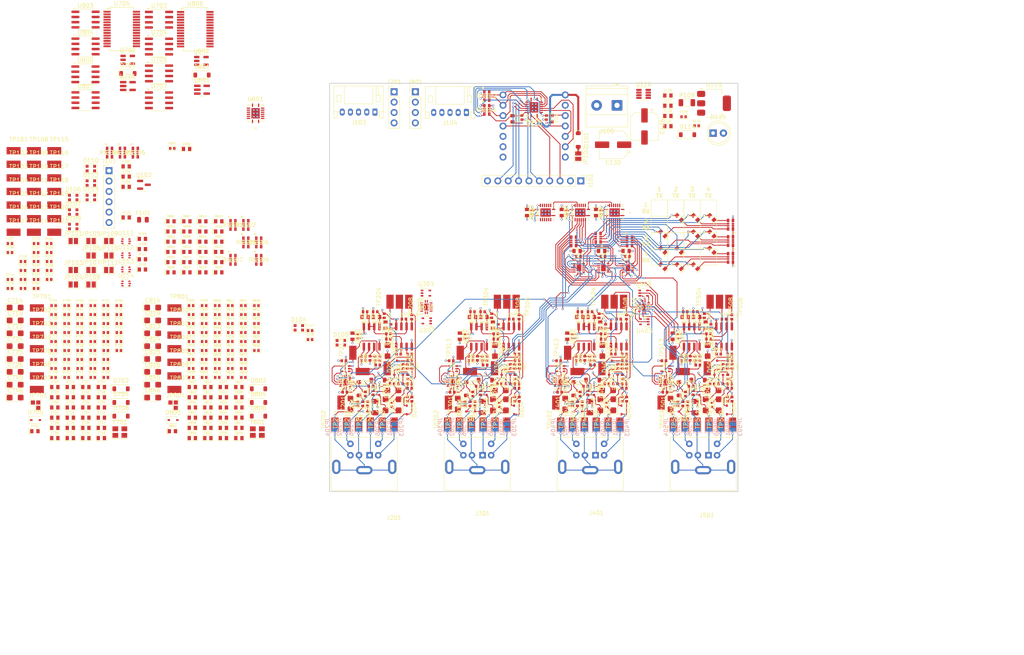
<source format=kicad_pcb>
(kicad_pcb (version 20241229) (generator "pcbnew") (generator_version "9.0")
  (layers (0 "F.Cu" signal) (4 "In1.Cu" signal) (6 "In2.Cu" signal) (2 "B.Cu" signal) (13 "F.Paste" user) (15 "B.Paste" user) (5 "F.SilkS" user "F.Silkscreen") (7 "B.SilkS" user "B.Silkscreen") (1 "F.Mask" user) (3 "B.Mask" user) (25 "Edge.Cuts" user))
  (net 0 "")
  (net 1 "GND")
  (net 2 "/+5V")
  (net 3 "/+3V3_SAMD")
  (net 4 "/+5V_SAMD")
  (net 5 "/+12_SENSE")
  (net 6 "+12V")
  (net 7 "/480_DATA.~{PTT}")
  (net 8 "/480_DATA.SQCIN")
  (net 9 "/710_DATA.~{PTT}")
  (net 10 "/710_DATA.SQCIN")
  (net 11 "/700_DATA.~{PTT}")
  (net 12 "/700_DATA.SQCIN")
  (net 13 "/+5V_700_PORT")
  (net 14 "Net-(D501-A2)")
  (net 15 "/EXTRA Data Port Protection & Pre-Amp/GND_FROM_RADIO")
  (net 16 "Net-(C504-Pad1)")
  (net 17 "Net-(U502B--)")
  (net 18 "Net-(U502B-+)")
  (net 19 "Net-(D502-A2)")
  (net 20 "Net-(C512-Pad1)")
  (net 21 "/EXTRA_DATA.~{PTT}")
  (net 22 "Net-(C514-Pad2)")
  (net 23 "Net-(C514-Pad1)")
  (net 24 "/EXTRA_DATA.TX")
  (net 25 "Net-(C516-Pad2)")
  (net 26 "Net-(U502A-+)")
  (net 27 "/EXTRA_DATA.SQCIN")
  (net 28 "/+5V_EXTRA_PORT")
  (net 29 "/+5V_SIPO_PISO")
  (net 30 "/USB Audio Interface - RIGCTRL1/+5V_SWITCHED")
  (net 31 "Net-(D703-A)")
  (net 32 "/USB Audio Interface - RIGCTRL1/+3V7")
  (net 33 "/USB Audio Interface - RIGCTRL1/+2V5_IN_BIAS")
  (net 34 "Net-(U703A-+)")
  (net 35 "/USB Audio Interface - RIGCTRL1/+2V5_OUT_BIAS")
  (net 36 "Net-(U704A-+)")
  (net 37 "Net-(C713-Pad2)")
  (net 38 "Net-(U705B--)")
  (net 39 "Net-(U706-SEL0)")
  (net 40 "Net-(U706-VINL)")
  (net 41 "Net-(U706-VOUTL)")
  (net 42 "Net-(U706-VINR)")
  (net 43 "Net-(U706-VOUTR)")
  (net 44 "Net-(U707B--)")
  (net 45 "Net-(C729-Pad2)")
  (net 46 "Net-(U706-XTO)")
  (net 47 "Net-(U706-XTI)")
  (net 48 "Net-(U706-VCCXI)")
  (net 49 "Net-(U706-VCCP2I)")
  (net 50 "Net-(U706-VCCP1I)")
  (net 51 "Net-(U706-VCOM)")
  (net 52 "Net-(D706-K)")
  (net 53 "/USB Audio Interface - RIGCTRL2/+5V_SWITCHED")
  (net 54 "Net-(D803-A)")
  (net 55 "/USB Audio Interface - RIGCTRL2/+3V7")
  (net 56 "/USB Audio Interface - RIGCTRL2/+2V5_IN_BIAS")
  (net 57 "Net-(U803A-+)")
  (net 58 "/USB Audio Interface - RIGCTRL2/+2V5_OUT_BIAS")
  (net 59 "Net-(U804A-+)")
  (net 60 "Net-(C813-Pad2)")
  (net 61 "Net-(U805B--)")
  (net 62 "Net-(U806-SEL0)")
  (net 63 "Net-(U806-VINL)")
  (net 64 "Net-(U806-VOUTL)")
  (net 65 "Net-(U806-VINR)")
  (net 66 "Net-(U806-VOUTR)")
  (net 67 "Net-(C829-Pad2)")
  (net 68 "Net-(U807B--)")
  (net 69 "Net-(U806-XTO)")
  (net 70 "Net-(U806-XTI)")
  (net 71 "Net-(U806-VCCXI)")
  (net 72 "Net-(U806-VCCP2I)")
  (net 73 "Net-(U806-VCCP1I)")
  (net 74 "Net-(U806-VCOM)")
  (net 75 "Net-(D806-K)")
  (net 76 "/RIGCTRL_2.RX2")
  (net 77 "Net-(D115-K)")
  (net 78 "/EXTRA Data Port Protection & Pre-Amp/RXRAW_FROM_RADIO_T")
  (net 79 "/EXTRA Data Port Protection & Pre-Amp/RXFILTERED_FROM_RADIO_T")
  (net 80 "Net-(D503-A)")
  (net 81 "Net-(D506-A)")
  (net 82 "Net-(D601-A)")
  (net 83 "Net-(D602-A)")
  (net 84 "Net-(D603-A)")
  (net 85 "Net-(D604-A)")
  (net 86 "Net-(D605-A)")
  (net 87 "Net-(D606-A)")
  (net 88 "Net-(D607-A)")
  (net 89 "Net-(D608-A)")
  (net 90 "Net-(D609-K)")
  (net 91 "Net-(D610-K)")
  (net 92 "Net-(D611-K)")
  (net 93 "Net-(D612-K)")
  (net 94 "Net-(D613-K)")
  (net 95 "Net-(D614-K)")
  (net 96 "Net-(D615-K)")
  (net 97 "Net-(D616-K)")
  (net 98 "Net-(D617-A)")
  (net 99 "Net-(D618-A)")
  (net 100 "Net-(D619-A)")
  (net 101 "Net-(D620-A)")
  (net 102 "Net-(D621-K)")
  (net 103 "Net-(D622-K)")
  (net 104 "Net-(D623-K)")
  (net 105 "Net-(D624-K)")
  (net 106 "/RIGCTRL_1.VBUS")
  (net 107 "/RIGCTRL_1.PWR_SW")
  (net 108 "/RIGCTRL_2.VBUS")
  (net 109 "/RIGCTRL_2.PWR_SW")
  (net 110 "Net-(D901-K)")
  (net 111 "/4x4 Analog Crosspoint Switch/A1")
  (net 112 "Net-(D902-K)")
  (net 113 "/4x4 Analog Crosspoint Switch/A2")
  (net 114 "Net-(D903-K)")
  (net 115 "/4x4 Analog Crosspoint Switch/A3")
  (net 116 "Net-(D904-K)")
  (net 117 "/4x4 Analog Crosspoint Switch/B0")
  (net 118 "/4x4 Analog Crosspoint Switch/B2")
  (net 119 "Net-(D905-K)")
  (net 120 "Net-(D906-K)")
  (net 121 "/4x4 Analog Crosspoint Switch/B3")
  (net 122 "Net-(D907-K)")
  (net 123 "/4x4 Analog Crosspoint Switch/C0")
  (net 124 "/4x4 Analog Crosspoint Switch/C1")
  (net 125 "Net-(D908-K)")
  (net 126 "Net-(D909-K)")
  (net 127 "/4x4 Analog Crosspoint Switch/C3")
  (net 128 "Net-(D910-K)")
  (net 129 "/4x4 Analog Crosspoint Switch/D0")
  (net 130 "/4x4 Analog Crosspoint Switch/D1")
  (net 131 "Net-(D911-K)")
  (net 132 "Net-(D912-K)")
  (net 133 "/4x4 Analog Crosspoint Switch/D2")
  (net 134 "/SAMD_TX_3V3")
  (net 135 "/SAMD_RX_3V3")
  (net 136 "/SAMD_SDA_3V3")
  (net 137 "/SAMD_SCL_3V3")
  (net 138 "/SAMD_LATCH")
  (net 139 "/SERIAL_OUT_DEBUG")
  (net 140 "/SAMD_LED_3V3")
  (net 141 "/SAMD_SCLK")
  (net 142 "/SAMD_LOAD")
  (net 143 "/SAMD_MOSI")
  (net 144 "/SAMD_MISO")
  (net 145 "/SERIAL_~{CLEAR}_DEBUG")
  (net 146 "/SAMD_~{OE}")
  (net 147 "/RIGCTRL_1.D-")
  (net 148 "/RIGCTRL_1.D+")
  (net 149 "/RIGCTRL_2.D+")
  (net 150 "/RIGCTRL_2.D-")
  (net 151 "/TS-480 Data Port Protection & Pre-Amp/DATA_PR9")
  (net 152 "/TS-480 Data Port Protection & Pre-Amp/DATA_SQC")
  (net 153 "/TS-480 Data Port Protection & Pre-Amp/DATA_GND")
  (net 154 "/TS-480 Data Port Protection & Pre-Amp/DATA_PR1")
  (net 155 "/TS-480 Data Port Protection & Pre-Amp/DATA_PKS")
  (net 156 "/TS-480 Data Port Protection & Pre-Amp/DATA_PKD")
  (net 157 "/D-710 Data Port Protection & Pre-Amp/DATA_GND")
  (net 158 "/D-710 Data Port Protection & Pre-Amp/DATA_PR9")
  (net 159 "/D-710 Data Port Protection & Pre-Amp/DATA_PKD")
  (net 160 "/D-710 Data Port Protection & Pre-Amp/DATA_PKS")
  (net 161 "/D-710 Data Port Protection & Pre-Amp/DATA_SQC")
  (net 162 "/D-710 Data Port Protection & Pre-Amp/DATA_PR1")
  (net 163 "/D-700 Data Port Protection & Pre-Amp/DATA_GND")
  (net 164 "/D-700 Data Port Protection & Pre-Amp/DATA_PR9")
  (net 165 "/D-700 Data Port Protection & Pre-Amp/DATA_SQC")
  (net 166 "/D-700 Data Port Protection & Pre-Amp/DATA_PKS")
  (net 167 "/D-700 Data Port Protection & Pre-Amp/DATA_PKD")
  (net 168 "/D-700 Data Port Protection & Pre-Amp/DATA_PR1")
  (net 169 "/EXTRA Data Port Protection & Pre-Amp/DATA_GND")
  (net 170 "/EXTRA Data Port Protection & Pre-Amp/DATA_SQC")
  (net 171 "/EXTRA Data Port Protection & Pre-Amp/DATA_PR9")
  (net 172 "/EXTRA Data Port Protection & Pre-Amp/DATA_PKS")
  (net 173 "/EXTRA Data Port Protection & Pre-Amp/DATA_PKD")
  (net 174 "/EXTRA Data Port Protection & Pre-Amp/DATA_PR1")
  (net 175 "Net-(J701-Pin_1)")
  (net 176 "Net-(J701-Pin_3)")
  (net 177 "Net-(J701-Pin_2)")
  (net 178 "Net-(J801-Pin_2)")
  (net 179 "Net-(J801-Pin_1)")
  (net 180 "Net-(J801-Pin_3)")
  (net 181 "/700_DATA.RX")
  (net 182 "Net-(R405-Pad1)")
  (net 183 "Net-(R410-Pad1)")
  (net 184 "/EXTRA_DATA.RX")
  (net 185 "Net-(U501A-+)")
  (net 186 "Net-(R505-Pad1)")
  (net 187 "Net-(U501A--)")
  (net 188 "Net-(U501B--)")
  (net 189 "Net-(R510-Pad1)")
  (net 190 "Net-(U501B-+)")
  (net 191 "Net-(U502A--)")
  (net 192 "Net-(U701-~{FLG})")
  (net 193 "Net-(U702-ADJ)")
  (net 194 "Net-(R711-Pad1)")
  (net 195 "Net-(U703B--)")
  (net 196 "Net-(R715-Pad1)")
  (net 197 "Net-(U704B--)")
  (net 198 "Net-(R720-Pad1)")
  (net 199 "Net-(U705A--)")
  (net 200 "Net-(U706-~{SSPND})")
  (net 201 "Net-(R729-Pad1)")
  (net 202 "/USB Audio Interface - RIGCTRL1/D+_3V3")
  (net 203 "/USB Audio Interface - RIGCTRL1/D-_3V3")
  (net 204 "Net-(U707A--)")
  (net 205 "Net-(U801-~{FLG})")
  (net 206 "Net-(U802-ADJ)")
  (net 207 "Net-(R811-Pad1)")
  (net 208 "Net-(U803B--)")
  (net 209 "Net-(R815-Pad1)")
  (net 210 "Net-(U804B--)")
  (net 211 "/RIGCTRL_2.TX2")
  (net 212 "Net-(R820-Pad1)")
  (net 213 "Net-(U805A--)")
  (net 214 "Net-(U806-~{SSPND})")
  (net 215 "Net-(R829-Pad1)")
  (net 216 "/USB Audio Interface - RIGCTRL2/D+_3V3")
  (net 217 "/USB Audio Interface - RIGCTRL2/D-_3V3")
  (net 218 "Net-(U807A--)")
  (net 219 "/SAMD_~{OE}_3V3")
  (net 220 "/SAMD_LATCH_3V3")
  (net 221 "/SAMD_LOAD_3V3")
  (net 222 "/SAMD_MOSI_3V3")
  (net 223 "/SAMD_SCLK_3V3")
  (net 224 "/SAMD_MISO_3V3")
  (net 225 "/EXTRA_DATA.RATE")
  (net 226 "/700_DATA.RATE")
  (net 227 "/480_DATA.RATE")
  (net 228 "/710_DATA.RATE")
  (net 229 "/480_RIGCTRL{slash}~{MUX}")
  (net 230 "/EXTRA_RIGCTRL{slash}~{MUX}")
  (net 231 "/710_RIGCTRL{slash}~{MUX}")
  (net 232 "/700_RIGCTRL{slash}~{MUX}")
  (net 233 "/EXTRA_DATA.TX_MUX")
  (net 234 "Net-(U101-Pad5)")
  (net 235 "/EXTRA_DATA.RX_MUX")
  (net 236 "/700_DATA.TX_MUX")
  (net 237 "/700_DATA.RX_MUX")
  (net 238 "/480_DATA.TX_MUX")
  (net 239 "/480_DATA.RX_MUX")
  (net 240 "/710_DATA.RX_MUX")
  (net 241 "/710_DATA.TX_MUX")
  (net 242 "/SIPO 24bit & PISO 8bit Shift Registers/PISO_~{INPUT_EN}")
  (net 244 "/SIPO 24bit & PISO 8bit Shift Registers/595_A-B")
  (net 245 "/SIPO 24bit & PISO 8bit Shift Registers/595_B-C")
  (net 248 "/EXTRA Data Port Protection & Pre-Amp/SQUELCH_FROM_RADIO_T")
  (net 250 "Net-(U108-Pad13)")
  (net 251 "Net-(U108-Pad6)")
  (net 254 "/EXTRA Data Port Protection & Pre-Amp/PTT_TO_RADIO_T")
  (net 255 "/EXTRA Data Port Protection & Pre-Amp/AUDIO_TO_RADIO_T")
  (net 256 "/+5V_LED")
  (net 257 "/TS-480 Data Port Protection & Pre-Amp/RXRAW_FROM_RADIO_T")
  (net 258 "Net-(D201-A2)")
  (net 259 "/TS-480 Data Port Protection & Pre-Amp/GND_FROM_RADIO")
  (net 260 "Net-(C204-Pad1)")
  (net 261 "Net-(U202B--)")
  (net 262 "Net-(U202B-+)")
  (net 263 "Net-(D202-A2)")
  (net 264 "/TS-480 Data Port Protection & Pre-Amp/RXFILTERED_FROM_RADIO_T")
  (net 265 "Net-(C212-Pad1)")
  (net 266 "Net-(C214-Pad1)")
  (net 267 "Net-(C214-Pad2)")
  (net 268 "Net-(C216-Pad2)")
  (net 269 "Net-(U202A-+)")
  (net 270 "/+5V_480_PORT")
  (net 271 "/D-710 Data Port Protection & Pre-Amp/RXRAW_FROM_RADIO_T")
  (net 272 "Net-(D301-A2)")
  (net 273 "/D-710 Data Port Protection & Pre-Amp/GND_FROM_RADIO")
  (net 274 "Net-(C304-Pad1)")
  (net 275 "Net-(U302B--)")
  (net 276 "Net-(U302B-+)")
  (net 277 "Net-(D302-A2)")
  (net 278 "/D-710 Data Port Protection & Pre-Amp/RXFILTERED_FROM_RADIO_T")
  (net 279 "Net-(C312-Pad1)")
  (net 280 "Net-(C314-Pad1)")
  (net 281 "Net-(C314-Pad2)")
  (net 282 "Net-(C316-Pad2)")
  (net 283 "Net-(U302A-+)")
  (net 284 "/+5V_710_PORT")
  (net 285 "Net-(D401-A2)")
  (net 286 "/D-700 Data Port Protection & Pre-Amp/RXRAW_FROM_RADIO_T")
  (net 287 "/D-700 Data Port Protection & Pre-Amp/GND_FROM_RADIO")
  (net 288 "Net-(C404-Pad1)")
  (net 289 "Net-(U402B--)")
  (net 290 "Net-(U402B-+)")
  (net 291 "Net-(D402-A2)")
  (net 292 "/D-700 Data Port Protection & Pre-Amp/RXFILTERED_FROM_RADIO_T")
  (net 293 "Net-(C412-Pad1)")
  (net 294 "Net-(C414-Pad2)")
  (net 295 "Net-(C414-Pad1)")
  (net 296 "Net-(C416-Pad2)")
  (net 297 "Net-(U402A-+)")
  (net 298 "Net-(C722-Pad2)")
  (net 299 "/RIGCTRL_1.RX1")
  (net 300 "Net-(C723-Pad2)")
  (net 301 "Net-(C724-Pad2)")
  (net 302 "Net-(C725-Pad2)")
  (net 303 "Net-(C726-Pad2)")
  (net 304 "Net-(C739-Pad2)")
  (net 305 "/RIGCTRL_1.RX2")
  (net 306 "/RIGCTRL_2.RX1")
  (net 307 "Net-(C822-Pad2)")
  (net 308 "Net-(C823-Pad2)")
  (net 309 "Net-(C824-Pad2)")
  (net 310 "Net-(C825-Pad2)")
  (net 311 "Net-(C826-Pad2)")
  (net 312 "Net-(C839-Pad2)")
  (net 313 "Net-(D102-K)")
  (net 314 "/+5V_OUT_UART")
  (net 315 "Net-(D103-K)")
  (net 316 "Net-(D104-DIN)")
  (net 317 "Net-(D104-DOUT)")
  (net 318 "Net-(D105-DIN)")
  (net 319 "Net-(D106-DOUT)")
  (net 320 "Net-(D107-DOUT)")
  (net 321 "Net-(D108-K)")
  (net 322 "Net-(D109-DIN)")
  (net 323 "Net-(D109-DOUT)")
  (net 324 "Net-(D111-K)")
  (net 325 "Net-(D112-DOUT)")
  (net 326 "Net-(D113-DOUT)")
  (net 327 "Net-(D116-K)")
  (net 328 "Net-(D203-A)")
  (net 329 "/TS-480 Data Port Protection & Pre-Amp/PTT_TO_RADIO_T")
  (net 330 "Net-(D206-A)")
  (net 331 "/TS-480 Data Port Protection & Pre-Amp/SQUELCH_FROM_RADIO_T")
  (net 332 "Net-(D303-A)")
  (net 333 "/D-710 Data Port Protection & Pre-Amp/PTT_TO_RADIO_T")
  (net 334 "Net-(D306-A)")
  (net 335 "/D-710 Data Port Protection & Pre-Amp/SQUELCH_FROM_RADIO_T")
  (net 336 "Net-(D403-A)")
  (net 337 "/D-700 Data Port Protection & Pre-Amp/PTT_TO_RADIO_T")
  (net 338 "Net-(D406-A)")
  (net 339 "/D-700 Data Port Protection & Pre-Amp/SQUELCH_FROM_RADIO_T")
  (net 340 "Net-(D702-K)")
  (net 341 "/+5V_RIGCTRL1")
  (net 342 "Net-(D703-K)")
  (net 343 "Net-(D704-K)")
  (net 344 "Net-(D802-K)")
  (net 345 "/+5V_RIGCTRL2")
  (net 346 "Net-(D803-K)")
  (net 347 "Net-(D804-K)")
  (net 348 "Net-(J101-Pin_6)")
  (net 349 "/TS-480 Data Port Protection & Pre-Amp/AUDIO_TO_RADIO_T")
  (net 350 "/D-710 Data Port Protection & Pre-Amp/AUDIO_TO_RADIO_T")
  (net 351 "/D-700 Data Port Protection & Pre-Amp/AUDIO_TO_RADIO_T")
  (net 352 "Net-(U201A-+)")
  (net 353 "Net-(R205-Pad1)")
  (net 354 "Net-(U201A--)")
  (net 355 "Net-(U201B--)")
  (net 356 "Net-(R210-Pad1)")
  (net 357 "Net-(U201B-+)")
  (net 358 "/480_DATA.RX")
  (net 359 "/480_DATA.TX")
  (net 360 "Net-(U202A--)")
  (net 361 "Net-(U301A-+)")
  (net 362 "Net-(U301A--)")
  (net 363 "Net-(R305-Pad1)")
  (net 364 "Net-(U301B--)")
  (net 365 "Net-(R310-Pad1)")
  (net 366 "Net-(U301B-+)")
  (net 367 "/710_DATA.RX")
  (net 368 "/710_DATA.TX")
  (net 369 "Net-(U302A--)")
  (net 370 "Net-(U401A-+)")
  (net 371 "Net-(U401A--)")
  (net 372 "Net-(U401B--)")
  (net 373 "Net-(U401B-+)")
  (net 374 "/700_DATA.TX")
  (net 375 "Net-(U402A--)")
  (net 376 "Net-(R711-Pad2)")
  (net 377 "/RIGCTRL_1.TX1")
  (net 378 "Net-(R715-Pad2)")
  (net 379 "/RIGCTRL_1.TX2")
  (net 380 "Net-(R720-Pad2)")
  (net 381 "Net-(R729-Pad2)")
  (net 382 "Net-(R811-Pad2)")
  (net 383 "/RIGCTRL_2.TX1")
  (net 384 "Net-(R815-Pad2)")
  (net 385 "Net-(R820-Pad2)")
  (net 386 "Net-(R829-Pad2)")
  (net 387 "Net-(U102-Pad5)")
  (net 388 "Net-(U103-Pad5)")
  (net 389 "Net-(U104-Pad5)")
  (net 392 "Net-(U107-Pad13)")
  (net 393 "Net-(U107-Pad6)")
  (net 399 "/RIGCTRL{slash}MUX_+5V")
  (net 400 "/+5V_CROSSPOINT")
  (net 401 "/4x4 Analog Crosspoint Switch/B0_T")
  (net 402 "/4x4 Analog Crosspoint Switch/A1_T")
  (net 403 "/4x4 Analog Crosspoint Switch/A2_T")
  (net 404 "/4x4 Analog Crosspoint Switch/A3_T")
  (net 405 "/4x4 Analog Crosspoint Switch/B2_T")
  (net 406 "/4x4 Analog Crosspoint Switch/C0_T")
  (net 407 "/4x4 Analog Crosspoint Switch/C1_T")
  (net 408 "/4x4 Analog Crosspoint Switch/B3_T")
  (net 409 "/4x4 Analog Crosspoint Switch/D1_T")
  (net 410 "/4x4 Analog Crosspoint Switch/D2_T")
  (net 411 "/4x4 Analog Crosspoint Switch/D0_T")
  (net 412 "/4x4 Analog Crosspoint Switch/C3_T")
  (net 413 "Net-(D101-A)")
  (net 414 "unconnected-(RN102A-4-Pad1)")
  (footprint "Libraries:Worthington_C_0402" (layer "F.Cu") (at 29.8 67.949872 180)
    (property "Reference" "C103")
    (property "Value" "100nF")
  )
  (footprint "Libraries:Worthington_R_0402" (layer "F.Cu") (at 46.400002 57.247494 -90)
    (property "Reference" "R312")
    (property "Value" "0")
  )
  (footprint "Libraries:Worthington_R_0402" (layer "F.Cu") (at 63.699999 67.4 -90)
    (property "Reference" "R417")
    (property "Value" "1k")
  )
  (footprint "Jumper:SolderJumper-2_P1.3mm_Open_Pad1.0x1.5mm" (layer "F.Cu") (at -54.075 45.735)
    (property "Reference" "JP111")
    (property "Value" "Jumper_2_Small_Open")
  )
  (footprint "Libraries:Worthington_LED_0603" (layer "F.Cu") (at -31.05 36.3)
    (property "Reference" "D614")
    (property "Value" "Green")
  )
  (footprint "Libraries:Crystal_SMD_Abracon_ABM8AIG-4Pin_3.2x2.5mm" (layer "F.Cu") (at -51.375 85.425)
    (property "Reference" "Y701")
    (property "Value" "12MHz")
  )
  (footprint "Package_SO:SOIC-8_3.9x4.9mm_P1.27mm" (layer "F.Cu") (at -41.775 4.165)
    (property "Reference" "U707")
    (property "Value" "TLV2372")
  )
  (footprint "Libraries:Worthington_R_0402" (layer "F.Cu") (at -21.12 67.65)
    (property "Reference" "R827")
    (property "Value" "1k5")
  )
  (footprint "Libraries:Worthington_C_0402" (layer "F.Cu") (at -30.72 61.05)
    (property "Reference" "C841")
    (property "Value" "100n")
  )
  (footprint "Diode_SMD:D_SOD-123" (layer "F.Cu") (at -51.08 74.825)
    (property "Reference" "D702")
    (property "Value" "MBR0520")
  )
  (footprint "Libraries:Worthington_R_0402" (layer "F.Cu") (at 18.000001 69.353803 -90)
    (property "Reference" "R204")
    (property "Value" "100k")
  )
  (footprint "Libraries:Worthington_R_0402" (layer "F.Cu") (at 43.7 73.6 180)
    (property "Reference" "R311")
    (property "Value" "2.2k")
  )
  (footprint "Libraries:Worthington_R_0402" (layer "F.Cu") (at -24.32 61.05)
    (property "Reference" "R815")
    (property "Value" "12k")
  )
  (footprint "Libraries:Worthington_R_0402" (layer "F.Cu") (at 18.2 57.747496)
    (property "Reference" "R210")
    (property "Value" "5k")
  )
  (footprint "Libraries:Worthington_C_0402" (layer "F.Cu") (at 38.099998 69.000002)
    (property "Reference" "C314")
    (property "Value" "1nF")
  )
  (footprint "Diode_SMD:D_SOD-323" (layer "F.Cu") (at 86.6 80.4 180)
    (property "Reference" "D507")
    (property "Value" "SD05")
  )
  (footprint "Diode_SMD:D_SOD-123" (layer "F.Cu") (at 33.5 74.8 90)
    (property "Reference" "D306")
    (property "Value" "MBR0520")
  )
  (footprint "Libraries:Worthington_C_0402" (layer "F.Cu") (at 97.441477 77.359255 90)
    (property "Reference" "C513")
    (property "Value" "100nF")
  )
  (footprint "Libraries:KEYSTONE_5017" (layer "F.Cu") (at 40.4 69.8 -90)
    (property "Reference" "TP303")
    (property "Value" "TestPoint_Flag")
  )
  (footprint "Libraries:Worthington_R_0402" (layer "F.Cu") (at -51.6 65.45)
    (property "Reference" "R735")
    (property "Value" "10k")
  )
  (footprint "Libraries:Worthington_R_0402" (layer "F.Cu") (at 39.7 56.947496 -90)
    (property "Reference" "R307")
    (property "Value" "4k7")
  )
  (footprint "Package_TO_SOT_SMD:SOT-353_SC-70-5" (layer "F.Cu") (at 82.277899 69.899872 180)
    (property "Reference" "U118")
    (property "Value" "SN74LVC1G14DCKR")
  )
  (footprint "Libraries:KEYSTONE_5017" (layer "F.Cu") (at -71.69 65.005)
    (property "Reference" "TP704")
    (property "Value" "TestPoint_Flag")
  )
  (footprint "Libraries:Worthington_R_0402" (layer "F.Cu") (at 72.2 73.6)
    (property "Reference" "R413")
    (property "Value" "100k")
  )
  (footprint "Libraries:Worthington_C_0402" (layer "F.Cu") (at -67.6 65.45)
    (property "Reference" "C716")
    (property "Value" "100n")
  )
  (footprint "Libraries:Worthington_R_0402" (layer "F.Cu") (at 93.699998 73.599998)
    (property "Reference" "R520")
    (property "Value" "100k")
  )
  (footprint "Libraries:KEYSTONE_5017" (layer "F.Cu") (at 43.4 53.5 -90)
    (property "Reference" "TP308")
    (property "Value" "TestPoint_Flag")
  )
  (footprint "Libraries:Worthington_C_0402" (layer "F.Cu") (at 36.2 67.347498 90)
    (property "Reference" "C318")
    (property "Value" "1nF")
  )
  (footprint "Libraries:Worthington_C_0402" (layer "F.Cu") (at -75.09 43.65)
    (property "Reference" "C119")
    (property "Value" "0402")
  )
  (footprint "Libraries:Worthington_R_0402" (layer "F.Cu") (at -24.32 67.65)
    (property "Reference" "R818")
    (property "Value" "100")
  )
  (footprint "Libraries:QFN_104BQX_NEX" (layer "F.Cu") (at 30.1349 73.2)
    (property "Reference" "U102")
    (property "Value" "74HC4066BQ")
  )
  (footprint "Libraries:KEYSTONE_5017" (layer "F.Cu") (at -72.42 29.825)
    (property "Reference" "TP112")
    (property "Value" "TestPoint_Flag")
  )
  (footprint "Libraries:Worthington_R_0402" (layer "F.Cu") (at 86.700001 66.847494 180)
    (property "Reference" "R519")
    (property "Value" "5k")
  )
  (footprint "Libraries:KEYSTONE_5017" (layer "F.Cu") (at 97.8 53.5 -90)
    (property "Reference" "TP506")
    (property "Value" "TestPoint_Flag")
  )
  (footprint "Libraries:Worthington_C_0402" (layer "F.Cu") (at 45.9 74.7)
    (property "Reference" "C311")
    (property "Value" "100p")
  )
  (footprint "Libraries:RES_ARRAY_4RES_0804" (layer "F.Cu") (at -20.5115 38.9649)
    (property "Reference" "RN605")
    (property "Value" "1k")
  )
  (footprint "Libraries:KEYSTONE_5017" (layer "F.Cu") (at -38.01 68.335)
    (property "Reference" "TP805")
    (property "Value" "TestPoint_Flag")
  )
  (footprint "Libraries:RES_ARRAY_4RES_0804" (layer "F.Cu") (at -17.3525 43.2415)
    (property "Reference" "RN609")
    (property "Value" "1k")
  )
  (footprint "Jumper:SolderJumper-2_P1.3mm_Open_Pad1.0x1.5mm" (layer "F.Cu") (at -62.775 38.635)
    (property "Reference" "JP101")
    (property "Value" "Jumper_2_Small_Open")
  )
  (footprint "Libraries:KEYSTONE_5017" (layer "F.Cu") (at -67.44 33.155)
    (property "Reference" "TP120")
    (property "Value" "TestPoint_Flag")
  )
  (footprint "Libraries:Worthington_C_0603" (layer "F.Cu") (at 65.25 31.649998 -90)
    (property "Reference" "C608")
    (property "Value" "22uF")
  )
  (footprint "Libraries:Worthington_R_0402" (layer "F.Cu") (at -27.52 72.05)
    (property "Reference" "R811")
    (property "Value" "12k")
  )
  (footprint "Libraries:Worthington_C_0402" (layer "F.Cu") (at 61.9 78.5 -90)
    (property "Reference" "C419")
    (property "Value" "100nF")
  )
  (footprint "Libraries:Worthington_LED_0603" (layer "F.Cu") (at -34.95 46.3)
    (property "Reference" "D612")
    (property "Value" "Green")
  )
  (footprint "Libraries:QFN_104BQX_NEX" (layer "F.Cu") (at 3.8349 73.2)
    (property "Reference" "U101")
    (property "Value" "74HC4066BQ")
  )
  (footprint "Capacitor_Tantalum_SMD:CP_EIA-3216-18_Kemet-A" (layer "F.Cu") (at 16.900001 78.747498 90)
    (property "Reference" "C209")
    (property "Value" "4u7")
  )
  (footprint "Libraries:Worthington_LED_0603" (layer "F.Cu") (at 85.603699 32.890001 135)
    (property "Reference" "D901" (hide yes))
    (property "Value" "Green")
  )
  (footprint "Libraries:Worthington_C_0603" (layer "F.Cu") (at -67.3 79.4)
    (property "Reference" "C705")
    (property "Value" "22u")
  )
  (footprint "Libraries:Worthington_C_0402" (layer "F.Cu") (at 72.974999 42.411293 180)
    (property "Reference" "C903" (hide yes))
    (property "Value" "100nF")
  )
  (footprint "Capacitor_Tantalum_SMD:CP_EIA-3216-18_Kemet-A" (layer "F.Cu") (at -43.33 64.375)
    (property "Reference" "C824")
    (property "Value" "4u7")
  )
  (footprint "Libraries:Worthington_C_0603" (layer "F.Cu") (at 5.6 61.947496 -90)
    (property "Reference" "C222")
    (property "Value" "22uF")
  )
  (footprint "Libraries:Worthington_R_0402" (layer "F.Cu") (at -54.8 54.45)
    (property "Reference" "R721")
    (property "Value" "22k")
  )
  (footprint "Libraries:KEYSTONE_5017" (layer "F.Cu") (at -67.44 26.495)
    (property "Reference" "TP118")
    (property "Value" "TestPoint_Flag")
  )
  (footprint "Libraries:RES_ARRAY_4RES_0804" (layer "F.Cu") (at -47.5755 16.9783)
    (property "Reference" "RN106")
    (property "Value" "10k")
  )
  (footprint "Libraries:KEYSTONE_5017" (layer "F.Cu") (at -71.69 58.345)
    (property "Reference" "TP702")
    (property "Value" "TestPoint_Flag")
  )
  (footprint "Libraries:KEYSTONE_5017" (layer "F.Cu") (at -77.4 29.825)
    (property "Reference" "TP105")
    (property "Value" "TestPoint_Flag")
  )
  (footprint "Libraries:Worthington_C_0603" (layer "F.Cu") (at -55.9 74.4)
    (property "Reference" "C737")
    (property "Value" "22u")
  )
  (footprint "Libraries:Worthington_R_0402" (layer "F.Cu") (at 14.4 62.647496 180)
    (property "Reference" "R206")
    (property "Value" "10k")
  )
  (footprint "Libraries:KEYSTONE_5017" (layer "F.Cu") (at 59.5 83.579985 90)
    (property "Reference" "TP414")
    (property "Value" "TestPoint_Flag")
  )
  (footprint "Libraries:Worthington_R_0402" (layer "F.Cu") (at -68.69 45.85)
    (property "Reference" "R108")
    (property "Value" "1k")
  )
  (footprint "Libraries:Connector_Mini-DIN_Female_6Pin_2rows" (layer "F.Cu") (at 9.8 91.1)
    (property "Reference" "J201")
    (property "Value" "Kenwood DATA")
  )
  (footprint "Libraries:Worthington_C_0603" (layer "F.Cu") (at 61.3 57.247496 180)
    (property "Reference" "C406")
    (property "Value" "22uF")
  )
  (footprint "Libraries:Worthington_C_0402" (layer "F.Cu") (at 59.5 61.947496 -90)
    (property "Reference" "C420")
    (property "Value" "100nF")
  )
  (footprint "Capacitor_Tantalum_SMD:CP_EIA-3216-18_Kemet-A" (layer "F.Cu") (at 95.300001 78.747498 90)
    (property "Reference" "C509")
    (property "Value" "4u7")
  )
  (footprint "Libraries:Worthington_R_0402" (layer "F.Cu") (at -24.32 54.45)
    (property "Reference" "R812")
    (property "Value" "12k")
  )
  (footprint "Package_SO:SOIC-8_3.9x4.9mm_P1.27mm" (layer "F.Cu") (at -59.8 -2.2)
    (property "Reference" "U805")
    (property "Value" "TLV2372")
  )
  (footprint "Libraries:Worthington_R_0402" (layer "F.Cu") (at 20.100002 57.247494 -90)
    (property "Reference" "R212")
    (property "Value" "0")
  )
  (footprint "Libraries:KEYSTONE_5017" (layer "F.Cu") (at 93.2 53.5 90)
    (property "Reference" "TP504")
    (property "Value" "TestPoint_Flag")
  )
  (footprint "Package_TO_SOT_SMD:SOT-353_SC-70-5" (layer "F.Cu") (at 30.177899 69.899872 180)
    (property "Reference" "U105")
    (property "Value" "SN74LVC1G14DCKR")
  )
  (footprint "Libraries:Worthington_C_0603" (layer "F.Cu") (at -55.9 79.4)
    (property "Reference" "C739")
    (property "Value" "22u")
  )
  (footprint "Libraries:LED_WS2812B-2020_PLCC4_2.0x2.0mm" (layer "F.Cu") (at 2.75 63.55)
    (property "Reference" "D105")
    (property "Value" "WS2812B")
  )
  (footprint "Libraries:Worthington_R_0402" (layer "F.Cu") (at -21.12 63.25)
    (property "Reference" "R825")
    (property "Value" "1M")
  )
  (footprint "Libraries:Worthington_R_0402" (layer "F.Cu") (at 3.727899 75.649872)
    (property "Reference" "R214")
    (property "Value" "10k")
  )
  (footprint "Capacitor_Tantalum_SMD:CP_EIA-3216-18_Kemet-A" (layer "F.Cu") (at -77.01 58.075)
    (property "Reference" "C719")
    (property "Value" "4u7")
  )
  (footprint "Libraries:Worthington_C_0402" (layer "F.Cu") (at -64.4 67.65)
    (property "Reference" "C744")
    (property "Value" "100n")
  )
  (footprint "Diode_SMD:D_SOD-323" (layer "F.Cu") (at 16.9 71.4)
    (property "Reference" "D202")
    (property "Value" "SD05")
  )
  (footprint "Libraries:Worthington_R_0402" (layer "F.Cu") (at -17.92 54.45)
    (property "Reference" "R830")
    (property "Value" "22")
  )
  (footprint "Libraries:Worthington_C_0402" (layer "F.Cu") (at -30.72 56.65)
    (property "Reference" "C830")
    (property "Value" "30p")
  )
  (footprint "Capacitor_Tantalum_SMD:CP_EIA-3216-18_Kemet-A" (layer "F.Cu") (at 15.5 75.2)
    (property "Reference" "C217")
    (property "Value" "4u7")
  )
  (footprint "Libraries:Worthington_LED_0603" (layer "F.Cu") (at -45.85 45.61)
    (property "Reference" "D116")
    (property "Value" "Green")
  )
  (footprint "Package_TO_SOT_SMD:SOT-666" (layer "F.Cu") (at -49.875 49.055)
    (property "Reference" "U114")
    (property "Value" "USBLC6-2SC6")
  )
  (footprint "Libraries:Worthington_R_0402" (layer "F.Cu") (at 44.300001 69.353803 -90)
    (property "Reference" "R304")
    (property "Value" "100k")
  )
  (footprint "Libraries:Worthington_C_0603" (layer "F.Cu") (at 8.7 57.247496 180)
    (property "Reference" "C206")
    (property "Value" "22uF")
  )
  (footprint "Libraries:Worthington_R_0402" (layer "F.Cu") (at -61.2 56.65)
    (property "Reference" "R704")
    (property "Value" "4k7")
  )
  (footprint "Libraries:Worthington_C_0402" (layer "F.Cu") (at 15 59.547496 90)
    (property "Reference" "C221")
    (property "Value" "100nF")
  )
  (footprint "Jumper:SolderJumper-2_P1.3mm_Open_Pad1.0x1.5mm" (layer "F.Cu") (at -58.425 38.635)
    (property "Reference" "JP105")
    (property "Value" "Jumper_2_Small_Open")
  )
  (footprint "Libraries:KEYSTONE_5017" (layer "F.Cu") (at -72.42 36.485)
    (property "Reference" "TP114")
    (property "Value" "TestPoint_Flag")
  )
  (footprint "Libraries:Worthington_C_0603" (layer "F.Cu") (at -29.82 86.9)
    (property "Reference" "C822")
    (property "Value" "22u")
  )
  (footprint "Libraries:KEYSTONE_5017" (layer "F.Cu") (at 4.2 83.579985 90)
    (property "Reference" "TP214")
    (property "Value" "TestPoint_Flag")
  )
  (footprint "Libraries:KEYSTONE_5017" (layer "F.Cu") (at -77.4 16.505)
    (property "Reference" "TP101")
    (property "Value" "TestPoint_Flag")
  )
  (footprint "Libraries:Worthington_C_0603" (layer "F.Cu") (at -67.3 81.9)
    (property "Reference" "C707")
    (property "Value" "22u")
  )
  (footprint "Libraries:Worthington_LED_0603" (layer "F.Cu") (at -31.05 38.8)
    (property "Reference" "D615")
    (property "Value" "Green")
  )
  (footprint "Libraries:KEYSTONE_5017" (layer "F.Cu") (at -38.01 61.675)
    (property "Reference" "TP803")
    (property "Value" "TestPoint_Flag")
  )
  (footprint "Libraries:KEYSTONE_5017" (layer "F.Cu") (at 81.2 78.2 -90)
    (property "Reference" "TP501")
    (property "Value" "TestPoint_Flag")
  )
  (footprint "Libraries:Worthington_C_0603" (layer "F.Cu") (at -29.82 81.9)
    (property "Reference" "C818")
    (property "Value" "22u")
  )
  (footprint "Diode_SMD:D_SOD-323" (layer "F.Cu") (at 95.3 71.4)
    (property "Reference" "D502")
    (property "Value" "SD05")
  )
  (footprint "Capacitor_Tantalum_SMD:CP_EIA-3216-18_Kemet-A" (layer "F.Cu") (at -77.01 76.975)
    (property "Reference" "C746")
    (property "Value" "4u7")
  )
  (footprint "Libraries:Worthington_C_0603" (layer "F.Cu") (at -63.5 84.4)
    (property "Reference" "C720")
    (property "Value" "22u")
  )
  (footprint "Libraries:Worthington_C_0603" (layer "F.Cu") (at 31.9 61.947496 -90)
    (property "Reference" "C322")
    (property "Value" "22uF")
  )
  (footprint "Libraries:QFN_104BQX_NEX" (layer "F.Cu") (at 67.074999 45.211299)
    (property "Reference" "U902" (hide yes))
    (property "Value" "74HC4066BQ")
  )
  (footprint "Libraries:KEYSTONE_5017" (layer "F.Cu") (at -71.69 55.015)
    (property "Reference" "TP701")
    (property "Value" "TestPoint_Flag")
  )
  (footprint "Libraries:Worthington_LED_0603" (layer "F.Cu") (at -27.15 38.8)
    (property "Reference" "D621")
    (property "Value" "Green")
  )
  (footprint "Libraries:Worthington_LED_0603" (layer "F.Cu") (at -27.15 36.3)
    (property "Reference" "D620")
    (property "Value" "Green")
  )
  (footprint "Libraries:Worthington_LED_0603" (layer "F.Cu") (at 81.603699 40.890001 135)
    (property "Reference" "D907" (hide yes))
    (property "Value" "Green")
  )
  (footprint "Libraries:Worthington_R_0402" (layer "F.Cu") (at -61.2 61.05)
    (property "Reference" "R706")
    (property "Value" "22k")
  )
  (footprint "Libraries:KEYSTONE_5017" (layer "F.Cu") (at -71.69 61.675)
    (property "Reference" "TP703")
    (property "Value" "TestPoint_Flag")
  )
  (footprint "Libraries:KEYSTONE_5017" (layer "F.Cu") (at 95.8 83.579985 90)
    (property "Reference" "TP505")
    (property "Value" "TestPoint_Flag")
  )
  (footprint "Libraries:Worthington_R_0402" (layer "F.Cu") (at 89.499999 67.4 -90)
    (property "Reference" "R517")
    (property "Value" "1k")
  )
  (footprint "Libraries:KEYSTONE_5017" (layer "F.Cu") (at -67.44 16.505)
    (property "Reference" "TP115")
    (property "Value" "TestPoint_Flag")
  )
  (footprint "Libraries:Worthington_C_0402" (layer "F.Cu") (at 59.5 78.5 90)
    (property "Reference" "C402")
    (property "Value" "4u7")
  )
  (footprint "Libraries:Worthington_LED_0603" (layer "F.Cu") (at -45.85 43.11)
    (property "Reference" "D111")
    (property "Value" "Green")
  )
  (footprint "Libraries:Worthington_C_0402" (layer "F.Cu") (at 86.7 8.2)
    (property "Reference" "C129")
    (property "Value" "100nF")
  )
  (footprint "Libraries:RES_ARRAY_4RES_0804" (layer "F.Cu") (at -17.3525 38.9649)
    (property "Reference" "RN606")
    (property "Value" "1k")
  )
  (footprint "Libraries:KEYSTONE_5017" (layer "F.Cu") (at -72.42 26.495)
    (property "Reference" "TP111")
    (property "Value" "TestPoint_Flag")
  )
  (footprint "Libraries:KEYSTONE_5017" (layer "F.Cu") (at 84.1 66 90)
    (property "Reference" "TP513")
    (property "Value" "TestPoint_Flag")
  )
  (footprint "Libraries:KEYSTONE_5017" (layer "F.Cu") (at -38.01 74.995)
    (property "Reference" "TP807")
    (property "Value" "TestPoint_Flag")
  )
  (footprint "Capacitor_Tantalum_SMD:CP_EIA-3216-18_Kemet-A" (layer "F.Cu") (at -77.01 67.525)
    (property "Reference" "C725")
    (property "Value" "4u7")
  )
  (footprint "Libraries:Worthington_R_0402" (layer "F.Cu") (at 98.049486 67.8)
    (property "Reference" "R502")
    (property "Value" "2.2k")
  )
  (footprint "Libraries:KEYSTONE_5017" (layer "F.Cu") (at 95.5 53.5 -90)
    (property "Reference" "TP508")
    (property "Value" "TestPoint_Flag")
  )
  (footprint "Libraries:QFN_104BQX_NEX" (layer "F.Cu") (at 82.2349 73.2)
    (property "Reference" "U104")
    (property "Value" "74HC4066BQ")
  )
  (footprint "Capacitor_Tantalum_SMD:CP_EIA-3216-18_Kemet-A" (layer "F.Cu") (at -43.33 73.825)
    (property "Reference" "C845")
    (property "Value" "4u7")
  )
  (footprint "Libraries:Worthington_C_0402" (layer "F.Cu") (at 45.400001 69.353803 -90)
    (property "Reference" "C303")
    (property "Value" "100p")
  )
  (footprint "Capacitor_Tantalum_SMD:CP_EIA-3216-18_Kemet-A" (layer "F.Cu") (at -43.33 70.675)
    (property "Reference" "C826")
    (property "Value" "4u7")
  )
  (footprint "Libraries:Worthington_C_0603" (layer "F.Cu") (at -33.62 79.4)
    (property "Reference" "C805")
    (property "Value" "22u")
  )
  (footprint "Libraries:Worthington_LED_0603" (layer "F.Cu") (at -34.95 38.8)
    (property "Reference" "D609")
    (property "Value" "Green")
  )
  (footprint "Libraries:Worthington_C_0402" (layer "F.Cu") (at -78.29 41.45)
    (property "Reference" "C108")
    (property "Value" "100nF")
  )
  (footprint "Libraries:Worthington_R_0402" (layer "F.Cu") (at 34.600001 66.847494 180)
    (property "Reference" "R319")
    (property "Value" "5k")
  )
  (footprint "Libraries:Worthington_R_0402" (layer "F.Cu") (at 69.5 66.347496)
    (property "Reference" "R405")
    (property "Value" "5k")
  )
  (footprint "Libraries:Worthington_C_0402" (layer "F.Cu") (at -33.92 58.85)
    (property "Reference" "C806")
    (property "Value" "10n")
  )
  (footprint "Libraries:LED_WS2812B-2020_PLCC4_2.0x2.0mm" (layer "F.Cu") (at -62.79 31.535)
    (property "Reference" "D107")
    (property "Value" "WS2812B")
  )
  (footprint "Package_SO:SOIC-8_3.9x4.9mm_P1.27mm" (layer "F.Cu") (at 62.9 62.022496 90)
    (property "Reference" "U402")
    (property "Value" "TLV2372")
  )
  (footprint "Libraries:Worthington_R_0402" (layer "F.Cu") (at 19.6 73.6)
    (property "Reference" "R213")
    (property "Value" "100k")
  )
  (footprint "Libraries:Worthington_R_0402" (layer "F.Cu") (at -58 54.45)
    (property "Reference" "R712")
    (property "Value" "12k")
  )
  (footprint "Package_TO_SOT_SMD:SOT-223-3_TabPin2" (layer "F.Cu") (at 94.15 4.9)
    (property "Reference" "U115")
    (property "Value" "AZ1117-5.0")
  )
  (footprint "Libraries:KEYSTONE_5017" (layer "F.Cu") (at 34.4 70.6 180)
    (property "Reference" "TP312")
    (property "Value" "TestPoint_Flag")
  )
  (footprint "Libraries:Worthington_C_0603" (layer "F.Cu") (at 66.629989 41.064266 180)
    (property "Reference" "C906" (hide yes))
    (property "Value" "22uF")
  )
  (footprint "Jumper:SolderJumper-2_P1.3mm_Open_Pad1.0x1.5mm" (layer "F.Cu") (at 60.900001 17.849998 -90)
    (property "Reference" "JP102")
    (property "Value" "Jumper_2_Small_Open")
  )
  (footprint "Libraries:Worthington_C_0603" (layer "F.Cu") (at 35 57.247496 180)
    (property "Reference" "C306")
    (property "Value" "22uF")
  )
  (footprint "Capacitor_Tantalum_SMD:CP_EIA-3216-18_Kemet-A" (layer "F.Cu") (at 93.9 75.2)
    (property "Reference" "C517")
    (property "Value" "4u7")
  )
  (footprint "Libraries:Worthington_C_0402" (layer "F.Cu") (at 10.6 75.8 90)
    (property "Reference" "C215")
    (property "Value" "4u7")
  )
  (footprint "Package_SO:SOIC-8_3.9x4.9mm_P1.27mm" (layer "F.Cu") (at -59.775 -15.605)
    (property "Reference" "U803")
    (property "Value" "TLV2372")
  )
  (footprint "Libraries:Connector_Mini-DIN_Female_6Pin_2rows" (layer "F.Cu") (at 92.8 91.1)
    (property "Reference" "J501")
    (property "Value" "Kenwood DATA")
  )
  (footprint "Capacitor_Tantalum_SMD:CP_EIA-3216-18_Kemet-A" (layer "F.Cu") (at -43.33 76.975)
    (property "Reference" "C846")
    (property "Value" "4u7")
  )
  (footprint "Libraries:RES_ARRAY_4RES_0804" (layer "F.Cu") (at 38.5031 6.5)
    (property "Reference" "RN101")
    (property "Value" "10k")
  )
  (footprint "Libraries:KEYSTONE_5017" (layer "F.Cu") (at 62.4 83.579985 90)
    (property "Reference" "TP409")
    (property "Value" "TestPoint_Flag")
  )
  (footprint "Libraries:Worthington_C_0402" (layer "F.Cu") (at -67.6 63.25)
    (property "Reference" "C713")
    (property "Value" "1n")
  )
  (footprint "Libraries:Worthington_C_0402" (layer "F.Cu") (at 33.2 78.5 90)
    (property "Reference" "C302")
    (property "Value" "4u7")
  )
  (footprint "Libraries:Worthington_R_0402" (layer "F.Cu") (at -24.32 69.85)
    (property "Reference" "R819")
    (property "Value" "22k")
  )
  (footprint "Package_TO_SOT_SMD:SOT-666" (layer "F.Cu") (at -49.875 42.145)
    (property "Reference" "U112")
    (property "Value" "USBLC6-2SC6")
  )
  (footprint "Libraries:Worthington_R_0402" (layer "F.Cu") (at -54.8 67.65)
    (property "Reference" "R727")
    (property "Value" "1k5")
  )
  (footprint "Libraries:KEYSTONE_5017" (layer "F.Cu") (at -71.69 74.995)
    (property "Reference" "TP707")
    (property "Value" "TestPoint_Flag")
  )
  (footprint "Libraries:Worthington_C_0402" (layer "F.Cu") (at 60.974999 42.411297 180)
    (property "Reference" "C901" (hide yes))
    (property "Value" "100nF")
  )
  (footprint "Libraries:Worthington_LED_0603" (layer "F.Cu") (at 85.603699 40.890001 135)
    (property "Reference" "D908" (hide yes))
    (property "Value" "Green")
  )
  (footprint "Libraries:Worthington_C_0402" (layer "F.Cu") (at -67.6 67.65)
    (property "Reference" "C717")
    (property "Value" "100n")
  )
  (footprint "Libraries:Worthington_R_0402" (layer "F.Cu") (at 98 66.347496 180)
    (property "Reference" "R503")
    (property "Value" "0")
  )
  (footprint "Libraries:Worthington_R_0402" (layer "F.Cu") (at -27.52 58.85)
    (property "Reference" "R805")
    (property "Value" "1k")
  )
  (footprint "Libraries:Worthington_C_0603" (layer "F.Cu") (at -59.7 76.9)
    (property "Reference" "C732")
    (property "Value" "22u")
  )
  (footprint "Libraries:Worthington_C_0402" (layer "F.Cu") (at 97.499999 71.899998 -90)
    (property "Reference" "C512")
    (property "Value" "100p")
  )
  (footprint "Libraries:Worthington_R_0402" (layer "F.Cu") (at -21.12 56.65)
    (property "Reference" "R822")
    (property "Value" "10k")
  )
  (footprint "Libraries:Worthington_C_0603" (layer "F.Cu") (at -63.5 86.9)
    (property "Reference" "C722")
    (property "Value" "22u")
  )
  (footprint "Libraries:Worthington_C_0402" (layer "F.Cu") (at -78.29 39.25)
    (property "Reference" "C107")
    (property "Value" "100nF")
  )
  (footprint "Libraries:Worthington_R_0402" (layer "F.Cu") (at -27.52 65.45)
    (property "Reference" "R808")
    (property "Value" "10k")
  )
  (footprint "Jumper:SolderJumper-2_P1.3mm_Open_Pad1.0x1.5mm" (layer "F.Cu") (at -54.075 42.185)
    (property "Reference" "JP110")
    (property "Value" "Jumper_2_Small_Open")
  )
  (footprint "Libraries:Worthington_C_0402" (layer "F.Cu") (at 89 75.8 90)
    (property "Reference" "C515")
    (property "Value" "4u7")
  )
  (footprint "Connector_PinHeader_2.54mm:PinHeader_1x04_P2.54mm_Vertical" (layer "F.Cu") (at 21 2.08)
    (property "Reference" "J801")
    (property "Value" "2.54mm")
  )
  (footprint "Libraries:Worthington_LED_0603" (layer "F.Cu") (at -38.85 38.8)
    (property "Reference" "D603")
    (property "Value" "Green")
  )
  (footprint "Libraries:Worthington_R_0402" (layer "F.Cu") (at 88.5 74.2)
    (property "Reference" "R515")
    (property "Value" "15k")
  )
  (footprint "Diode_SMD:D_SOD-323" (layer "F.Cu") (at 64.8 75.3 -90)
    (property "Reference" "D405")
    (property "Value" "SD05")
  )
  (footprint "Connector_PinHeader_2.54mm:PinHeader_1x10_P2.54mm_Vertical" (layer "F.Cu") (at 61.530002 23.9 -90)
    (property "Reference" "J102")
    (property "Value" "2.54mm")
  )
  (footprint "Libraries:Worthington_R_0402" (layer "F.Cu") (at -64.4 72.05)
    (property "Reference" "R702")
    (property "Value" "10k")
  )
  (footprint "Libraries:Worthington_C_0402" (layer "F.Cu") (at 93.699999 78.747499 90)
    (property "Reference" "C510")
    (property "Value" "4u7")
  )
  (footprint "Diode_SMD:D_SOD-323" (layer "F.Cu") (at 69.1 69 90)
    (property "Reference" "D401")
    (property "Value" "SD05")
  )
  (footprint "Diode_SMD:D_SOD-123" (layer "F.Cu") (at 87.67 12.595)
    (property "Reference" "D114")
    (property "Value" "MBR0520")
  )
  (footprint "Capacitor_Tantalum_SMD:CP_EIA-3216-18_Kemet-A" (layer "F.Cu") (at 68.1 75.2)
    (property "Reference" "C417")
    (property "Value" "4u7")
  )
  (footprint "Libraries:Worthington_C_0603" (layer "F.Cu") (at -55.9 86.9)
    (property "Reference" "C748")
    (property "Value" "22u")
  )
  (footprint "Libraries:Worthington_LED_0603" (layer "F.Cu") (at -31.05 41.3)
    (property "Reference" "D616")
    (property "Value" "Green")
  )
  (footprint "Libraries:Worthington_C_0402" (layer "F.Cu") (at 47.1 8.4 -90)
    (property "Reference" "C111")
    (property "Value" "100nF")
  )
  (footprint "Libraries:Worthington_R_0402" (layer "F.Cu") (at -51.6 54.45)
    (property "Reference" "R730")
    (property "Value" "22")
  )
  (footprint "Libraries:Worthington_C_0603" (layer "F.Cu") (at 11.48 57.247496 180)
    (property "Reference" "C208")
    (property "Value" "22uF")
  )
  (footprint "Libraries:Worthington_R_0402" (layer "F.Cu") (at 16.9 66.347496)
    (property "Reference" "R205")
    (property "Value" "5k")
  )
  (footprint "Capacitor_Tantalum_SMD:CP_EIA-3216-18_Kemet-A" (layer "F.Cu") (at 57.7 78.5 90)
    (property "Reference" "C401")
    (property "Value" "4u7")
  )
  (footprint "Libraries:Worthington_R_0402" (layer "F.Cu") (at 41.599998 73.599998)
    (property "Reference" "R320")
    (property "Value" "100k")
  )
  (footprint "Libraries:KEYSTONE_5017" (layer "F.Cu") (at 72 53.5 -90)
    (property "Reference" "TP406")
    (property "Value" "TestPoint_Flag")
  )
  (footprint "Libraries:Worthington_R_0402" (layer "F.Cu") (at -61.2 72.05)
    (property "Reference" "R711")
    (property "Value" "12k")
  )
  (footprint "Libraries:Worthington_C_0603" (layer "F.Cu") (at -26.02 81.9)
    (property "Reference" "C834")
    (property "Value" "22u")
  )
  (footprint "Libraries:Worthington_C_0402" (layer "F.Cu") (at 58.15 31.649998 -90)
    (property "Reference" "C603")
    (property "Value" "100nF")
  )
  (footprint "Libraries:KEYSTONE_5017" (layer "F.Cu") (at 14.1 69.8 -90)
    (property "Reference" "TP203")
    (property "Value" "TestPoint_Flag")
  )
  (footprint "Libraries:Worthington_C_0402" (layer "F.Cu") (at -33.92 54.45)
    (property "Reference" "C801")
    (property "Value" "100nF")
  )
  (footprint "Libraries:KEYSTONE_5017" (layer "F.Cu") (at 37.6 83.579985 90)
    (property "Reference" "TP311")
    (property "Value" "TestPoint_Flag")
  )
  (footprint "Capacitor_Tantalum_SMD:CP_EIA-3216-18_Kemet-A" (layer "F.Cu") (at -77.01 70.675)
    (property "Reference" "C726")
    (property "Value" "4u7")
  )
  (footprint "Libraries:Worthington_LED_0603" (layer "F.Cu") (at -38.85 33.8)
    (property "Reference" "D601")
    (property "Value" "Green")
  )
  (footprint "Libraries:Worthington_C_0603" (layer "F.Cu") (at 82.85 5.5)
    (property "Reference" "C127")
    (property "Value" "22uF")
  )
  (footprint "Libraries:Worthington_C_0603" (layer "F.Cu") (at 40 59.247496 90)
    (property "Reference" "C323")
    (property "Value" "22uF")
  )
  (footprint "Diode_SMD:D_SOD-323" (layer "F.Cu") (at 45.2 80 -90)
    (property "Reference" "D304")
    (property "Value" "SD05")
  )
  (footprint "Libraries:Worthington_R_0402" (layer "F.Cu") (at 89.9 10.4)
    (property "Reference" "R110")
    (property "Value" "1k")
  )
  (footprint "Libraries:KEYSTONE_5017" (layer "F.Cu") (at 8.1 70.6 180)
    (property "Reference" "TP212")
    (property "Value" "TestPoint_Flag")
  )
  (footprint "Libraries:Worthington_R_0402" (layer "F.Cu") (at -58 56.65)
    (property "Reference" "R713")
    (property "Value" "3k9")
  )
  (footprint "Libraries:Worthington_C_0402" (layer "F.Cu") (at 11.799998 69.000002)
    (property "Reference" "C214")
    (property "Value" "1nF")
  )
  (footprint "Libraries:Worthington_C_0402" (layer "F.Cu") (at 19.041477 77.359255 90)
    (property "Reference" "C213")
    (property "Value" "100nF")
  )
  (footprint "Libraries:Worthington_C_0603" (layer "F.Cu") (at -55.9 76.9)
    (property "Reference" "C738")
    (property "Value" "22u")
  )
  (footprint "Libraries:Worthington_R_0402" (layer "F.Cu") (at 20.141479 77.359255 90)
    (property "Reference" "R216")
    (property "Value" "2.2k")
  )
  (footprint "Libraries:Worthington_R_0402" (layer "F.Cu") (at -27.52 61.05)
    (property "Reference" "R806")
    (property "Value" "22k")
  )
  (footprint "Libraries:KEYSTONE_5017" (layer "F.Cu") (at 29.1 78.2 -90)
    (property "Reference" "TP301")
    (property "Value" "TestPoint_Flag")
  )
  (footprint "Libraries:Worthington_R_0402" (layer "F.Cu") (at 40.7 62.647496 180)
    (property "Reference" "R306")
    (property "Value" "10k")
  )
  (footprint "Libraries:Worthington_C_0603" (layer "F.Cu") (at 89.88 57.247496 180)
    (property "Reference" "C508")
    (property "Value" "22uF")
  )
  (footprint "Libraries:RES_ARRAY_4RES_0804" (layer "F.Cu") (at 65.771899 37.811299 180)
    (property "Reference" "RN904" (hide yes))
    (property "Value" "680")
  )
  (footprint "Libraries:Worthington_LED_0603" (layer "F.Cu") (at 89.603699 44.890001 135)
    (property "Reference" "D912" (hide yes))
    (property "Value" "Green")
  )
  (footprint "Libraries:Worthington_R_0402" (layer "F.Cu") (at 60.7 78.5 90)
    (property "Reference" "R423")
    (property "Value" "2.2k")
  )
  (footprint "Libraries:KEYSTONE_5017" (layer "F.Cu") (at 68.2 83.579985 90)
    (property "Reference" "TP405")
    (property "Value" "TestPoint_Flag")
  )
  (footprint "Libraries:RGY16_2P55X2P05" (layer "F.Cu") (at -18.132999 7.35)
    (property "Reference" "U601")
    (property "Value" "SN74LV165ARGYR")
  )
  (footprint "Libraries:KEYSTONE_5017" (layer "F.Cu") (at 60.7 70.6 180)
    (property "Reference" "TP412")
    (property "Value" "TestPoint_Flag")
  )
  (footprint "Libraries:Worthington_C_0603" (layer "F.Cu") (at -49.82 22.86)
    (property "Reference" "C106")
    (property "Value" "22uF")
  )
  (footprint "Libraries:Worthington_R_0402" (layer "F.Cu") (at 12.299998 67.400002 90)
    (property "Reference" "R218")
    (property "Value" "1k")
  )
  (footprint "Libraries:Worthington_C_0402" (layer "F.Cu") (at -67.6 72.05)
    (property "Reference" "C728")
    (property "Value" "100n")
  )
  (footprint "Libraries:Worthington_C_0603" (layer "F.Cu") (at -29.82 74.4)
    (property "Reference" "C810")
    (property "Value" "22u")
  )
  (footprint "Libraries:LED_WS2812B-2020_PLCC4_2.0x2.0mm" (layer "F.Cu") (at -58.47 24.435)
    (property "Reference" "D112")
    (property "Value" "WS2812B")
  )
  (footprint "Libraries:Worthington_C_0402" (layer "F.Cu") (at -64.4 58.85)
    (property "Reference" "C731")
    (property "Value" "30p")
  )
  (footprint "Diode_SMD:D_SOD-323" (layer "F.Cu") (at 16.5 69 90)
    (property "Reference" "D201")
    (property "Value" "SD05")
  )
  (footprint "Libraries:Worthington_LED_0603" (layer "F.Cu") (at -38.85 46.3)
    (property "Reference" "D606")
    (property "Value" "Green")
  )
  (footprint "Libraries:Worthington_LED_0603" (layer "F.Cu") (at -34.95 36.3)
    (property "Reference" "D608")
    (property "Value" "Green")
  )
  (footprint "Jumper:SolderJumper-2_P1.3mm_Open_Pad1.0x1.5mm" (layer "F.Cu") (at -58.425 42.185)
    (property "Reference" "JP106")
    (property "Value" "Jumper_2_Small_Open")
  )
  (footprint "Libraries:Worthington_C_0402" (layer "F.Cu") (at -71.89 41.45)
    (property "Reference" "C124")
    (property "Value" "0402")
  )
  (footprint "Package_SO:SOIC-8_3.9x4.9mm_P1.27mm" (layer "F.Cu") (at 18.22 62.022497 90)
    (property "Reference" "U201")
    (property "Value" "TLV2372")
  )
  (footprint "Libraries:Worthington_R_0402" (layer "F.Cu") (at 96.400001 69.353803 -90)
    (property "Reference" "R504")
    (property "Value" "100k")
  )
  (footprint "Libraries:Worthington_LED_0603" (layer "F.Cu") (at -34.95 43.8)
    (property "Reference" "D611")
    (property "Value" "Green")
  )
  (footprint "Libraries:Worthington_C_0402" (layer "F.Cu") (at 35.6 78.5 -90)
    (property "Reference" "C319")
    (property "Value" "100nF")
  )
  (footprint "Libraries:Worthington_C_0402" (layer "F.Cu") (at 71.699999 71.899998 -90)
    (property "Reference" "C412")
    (property "Value" "100p")
  )
  (footprint "Libraries:KEYSTONE_5017" (layer "F.Cu") (at 31.8 83.579985 90)
    (property "Reference" "TP314")
    (property "Value" "TestPoint_Flag")
  )
  (footprint "Capacitor_Tantalum_SMD:CP_EIA-3216-18_Kemet-A" (layer "F.Cu") (at -77.01 64.375)
    (property "Reference" "C724")
    (property "Value" "4u7")
  )
  (footprint "Libraries:Worthington_C_0402" (layer "F.Cu") (at -30.72 67.65)
    (property "Reference" "C844")
    (property "Value" "100n")
  )
  (footprint "Libraries:KEYSTONE_5017" (layer "F.Cu") (at 10 83.579985 90)
    (property "Reference" "TP211")
    (property "Value" "TestPoint_Flag")
  )
  (footprint "Libraries:Worthington_C_0402" (layer "F.Cu") (at 98.600001 69.353803 -90)
    (property "Reference" "C504")
    (property "Value" "100p")
  )
  (footprint "Libraries:Worthington_LED_0603" (layer "F.Cu") (at 93.603699 32.890001 135)
    (property "Reference" "D903" (hide yes))
    (property "Value" "Green")
  )
  (footprint "Libraries:Worthington_C_0402" (layer "F.Cu") (at 98 74.7)
    (property "Reference" "C511")
    (property "Value" "100p")
  )
  (footprint "Package_SO:SOIC-8_3.9x4.9mm_P1.27mm" (layer "F.Cu") (at -41.775 -15.575)
    (property "Reference" "U703")
    (property "Value" "TLV2372")
  )
  (footprint "Fuse:Fuse_1206_3216Metric" (layer "F.Cu") (at 63.7 79.3 90)
    (property "Reference" "F401")
    (property "Value" "0ZCJ0010FF2E")
  )
  (footprint "Libraries:Worthington_C_0603" (layer "F.Cu") (at -26.02 86.9)
    (property "Reference" "C836")
    (property "Value" "22u")
  )
  (footprint "Libraries:Worthington_R_0402" (layer "F.Cu") (at 72.700002 57.247494 -90)
    (property "Reference" "R412")
    (property "Value" "0")
  )
  (footprint "Libraries:Worthington_R_0402" (layer "F.Cu") (at 70 73.6 180)
    (property "Reference" "R411")
    (property "Value" "2.2k")
  )
  (footprint "Libraries:Worthington_R_0402" (layer "F.Cu") (at -58 61.05)
    (property "Reference" "R715")
    (property "Value" "12k")
  )
  (footprint "Libraries:Crystal_SMD_Abracon_ABM8AIG-4Pin_3.2x2.5mm" (layer "F.Cu") (at -17.695 85.425)
    (property "Reference" "Y801")
    (property "Value" "12MHz")
  )
  (footprint "Libraries:RES_ARRAY_4RES_0804" (layer "F.Cu") (at -50.7345 16.9783)
    (property "Reference" "RN105")
    (property "Value" "10k")
  )
  (footprint "Libraries:Worthington_C_0402" (layer "F.Cu") (at -71.89 39.25)
    (property "Reference" "C123")
    (property "Value" "0402")
  )
  (footprint "Libraries:Worthington_R_0402" (layer "F.Cu") (at 72.249486 67.8)
    (property "Reference" "R402")
    (property "Value" "2.2k")
  )
  (footprint "Libraries:Worthington_C_0402" (layer "F.Cu") (at -4.785 62.765)
    (property "Reference" "C118")
    (property "Value" "0402")
  )
  (footprint "Capacitor_Tantalum_SMD:CP_EIA-3216-18_Kemet-A" (layer "F.Cu") (at -77.01 73.825)
    (property "Reference" "C745")
    (property "Value" "4u7")
  )
  (footprint "Libraries:Worthington_C_0603" (layer "F.Cu") (at -26.02 76.9)
    (property "Reference" "C832")
    (property "Value" "22u")
  )
  (footprint "Libraries:Worthington_C_0603" (layer "F.Cu") (at -29.82 76.9)
    (property "Reference" "C811")
    (property "Value" "22u")
  )
  (footprint "Libraries:LED_WS2812B-2020_PLCC4_2.0x2.0mm" (layer "F.Cu") (at -62.79 35.085)
    (property "Reference" "D109")
    (property "Value" "WS2812B")
  )
  (footprint "Libraries:Worthington_LED_0603" (layer "F.Cu") (at 89.603699 32.890001 135)
    (property "Reference" "D902" (hide yes))
    (property "Value" "Green")
  )
  (footprint "Libraries:Worthington_R_0402" (layer "F.Cu") (at -27.52 56.65)
    (property "Reference" "R804")
    (property "Value" "4k7")
  )
  (footprint "Libraries:Worthington_C_0402" (layer "F.Cu") (at 19.100001 69.353803 -90)
    (property "Reference" "C203")
    (property "Value" "100p")
  )
  (footprint "Libraries:KEYSTONE_5017" (layer "F.Cu") (at 34.7 83.579985 90)
    (property "Reference" "TP309")
    (property "Value" "TestPoint_Flag")
  )
  (footprint "Libraries:RES_ARRAY_4RES_0804" (layer "F.Cu") (at 73.474999 38.711299)
    (property "Reference" "RN903" (hide yes))
    (property "Value" "680")
  )
  (footprint "Libraries:Worthington_C_0402" (layer "F.Cu") (at 56.1 67.949872 180)
    (property "Reference" "C102")
    (property "Value" "100nF")
  )
  (footprint "Libraries:QFN_104BQX_NEX" (layer "F.Cu") (at 61.074999 45.211299)
    (property "Reference" "U901" (hide yes))
    (property "Value" "74HC4066BQ")
  )
  (footprint "Libraries:Worthington_R_0402" (layer "F.Cu") (at 89.579999 55.947497 180)
    (property "Reference" "R508")
    (property "Value" "4k7")
  )
  (footprint "Libraries:Worthington_C_0603" (layer "F.Cu") (at 37.78 57.247496 180)
    (property "Reference" "C308")
    (property "Value" "22uF")
  )
  (footprint "Capacitor_Tantalum_SMD:CP_EIA-3216-18_Kemet-A" (layer "F.Cu") (at -43.33 67.525)
    (property "Reference" "C825")
    (property "Value" "4u7")
  )
  (footprint "Libraries:Worthington_C_0603" (layer "F.Cu") (at -59.7 86.9)
    (property "Reference" "C736")
    (property "Value" "22u")
  )
  (footprint "Libraries:Worthington_C_0603" (layer "F.Cu") (at -67.3 84.4)
    (property "Reference" "C708")
    (property "Value" "22u")
  )
  (footprint "Libraries:KEYSTONE_5017" (layer "F.Cu") (at 56.6 83.579985 90)
    (property "Reference" "TP402")
    (property "Value" "TestPoint_Flag")
  )
  (footprint "Libraries:Worthington_LED_0603" (layer "F.Cu") (at -34.95 33.8)
    (property "Reference" "D607")
    (property "Value" "Green")
  )
  (footprint "Capacitor_SMD:CP_Elec_6.3x7.7" (layer "F.Cu") (at 77.125 10.575 -90)
    (property "Reference" "C126")
    (property "Value" "220uF")
  )
  (footprint "Libraries:Worthington_C_0603" (layer "F.Cu") (at -35.03 16.09)
    (property "Reference" "C605")
    (property "Value" "22uF")
  )
  (footprint "Diode_SMD:D_SOD-323" (layer "F.Cu") (at 18.9 80 -90)
    (property "Reference" "D204")
    (property "Value" "SD05")
  )
  (footprint "Libraries:Worthington_C_0402" (layer "F.Cu") (at 15.299999 78.747499 90)
    (property "Reference" "C210")
    (property "Value" "4u7")
  )
  (footprint "Libraries:Worthington_R_0402" (layer "F.Cu") (at -71.89 50.25)
    (property "Reference" "R104")
    (property "Value" "1k")
  )
  (footprint "Libraries:Worthington_R_0402" (layer "F.Cu") (at -68.69 39.25)
    (property "Reference" "R105")
    (property "Value" "220Ω")
  )
  (footprint "Libraries:Worthington_C_0603" (layer "F.Cu") (at 84 61.947496 -90)
    (property "Reference" "C522")
    (property "Value" "22uF")
  )
  (footprint "Libraries:Worthington_C_0402" (layer "F.Cu") (at 6.9 78.5 90)
    (property "Reference" "C202")
    (property "Value" "4u7")
  )
  (footprint "Fuse:Fuse_1206_3216Metric" (layer "F.Cu") (at 11.1 79.3 90)
    (property "Reference" "F201")
    (property "Value" "0ZCJ0010FF2E")
  )
  (footprint "Libraries:Worthington_C_0603" (layer "F.Cu") (at -26.02 79.4)
    (property "Reference" "C833")
    (property "Value" "22u")
  )
  (footprint "Libraries:Worthington_R_0402" (layer "F.Cu") (at 13.4 56.947496 -90)
    (property "Reference" "R207")
    (property "Value" "4k7")
  )
  (footprint "Libraries:KEYSTONE_5017" (layer "F.Cu") (at 5.7 66 90)
    (property "Reference" "TP213")
    (property "Value" "TestPoint_Flag")
  )
  (footprint "Capacitor_Tantalum_SMD:CP_EIA-3216-18_Kemet-A" (layer "F.Cu") (at 14.2 65.5 -90)
    (property "Reference" "C207")
    (property "Value" "4u7")
  )
  (footprint "Libraries:Worthington_R_0402" (layer "F.Cu") (at 38.599998 67.400002 90)
    (property "Reference" "R318")
    (property "Value" "1k")
  )
  (footprint "Libraries:Connector_Mini-DIN_Female_6Pin_2rows" (layer "F.Cu") (at 65.133333 91.1)
    (property "Reference" "J401")
    (property "Value" "Kenwood DATA")
  )
  (footprint "Connector_PinHeader_2.54mm:PinHeader_1x06_P2.54mm_Vertical" (layer "F.Cu") (at -54.015 21.405)
    (property "Reference" "J101")
    (property "Value" "JST-PH UART/I2C")
  )
  (footprint "Diode_SMD:D_SOD-323" (layer "F.Cu") (at 60.8 80.4 180)
    (property "Reference" "D407")
    (property "Value" "SD05")
  )
  (footprint "Libraries:Worthington_R_0402" (layer "F.Cu") (at -24.32 63.25)
    (property "Reference" "R816")
    (property "Value" "12k")
  )
  (footprint "Libraries:Worthington_R_0402" (layer "F.Cu") (at 95.8 73.6 180)
    (property "Reference" "R511")
    (property "Value" "2.2k")
  )
  (footprint "Connector_JST:JST_PH_S5B-PH-K_1x05_P2.00mm_Horizontal" (layer "F.Cu") (at 33.5 7.149999 180)
    (property "Reference" "J104")
    (property "Value" "2.54mm")
  )
  (footprint "Libraries:Worthington_C_0603" (layer "F.Cu") (at -55.9 81.9)
    (property "Reference" "C740")
    (property "Value" "22u")
  )
  (footprint "Libraries:Worthington_C_0402" (layer "F.Cu") (at -67.6 58.85)
    (property "Reference" "C706")
    (property "Value" "10n")
  )
  (footprint "Libraries:Worthington_C_0603" (layer "F.Cu") (at 60.620015 41.061473 180)
    (property "Reference" "C904" (hide yes))
    (property "Value" "22uF")
  )
  (footprint "Libraries:Worthington_R_0402" (layer "F.Cu") (at 19.649486 67.8)
    (property "Reference" "R202")
    (property "Value" "2.2k")
  )
  (footprint "Diode_SMD:D_SOD-123" (layer "F.Cu") (at 38.149999 72.7 180)
    (property "Reference" "D303")
    (property "Value" "MBR0520")
  )
  (footprint "Libraries:Worthington_C_0402" (layer "F.Cu") (at -33.92 61.05)
    (property "Reference" "C812")
    (property "Value" "100n")
  )
  (footprint "Diode_SMD:D_SOD-123" (layer "F.Cu") (at -49.4 -2.4)
    (property "Reference" "D701")
    (property "Value" "MBR0520")
  )
  (footprint "Libraries:Worthington_C_0603" (layer "F.Cu") (at 58.2 61.947496 -90)
    (property "Reference" "C422")
    (property "Value" "22uF")
  )
  (footprint "Capacitor_Tantalum_SMD:CP_EIA-3216-18_Kemet-A" (layer "F.Cu") (at -77.01 54.925)
    (property "Reference" "C714")
    (property "Value" "4u7")
  )
  (footprint "Libraries:RGY16_2P55X2P05" (layer "F.Cu") (at 61.4 31.649999 90)
    (property "Reference" "U603")
    (property "Value" "SN74LV595ARGYR")
  )
  (footprint "Libraries:Worthington_C_0402" (layer "F.Cu") (at -64.4 63.25)
    (property "Reference" "C742")
    (property "Value" "100n")
  )
  (footprint "Libraries:Worthington_C_0402" (layer "F.Cu") (at -4.785 60.565)
    (property "Reference" "C117")
    (property "Value" "0402")
  )
  (footprint "Libraries:Worthington_R_0402" (layer "F.Cu") (at 67 61.347496)
    (property "Reference" "R409")
    (property "Value" "10k")
  )
  (footprint "Libraries:Worthington_C_0402" (layer "F.Cu") (at -33.92 72.05)
    (property "Reference" "C828")
    (property "Value" "100n")
  )
  (footprint "Libraries:Worthington_R_0402" (layer "F.Cu") (at 70.8 57.747496)
    (property "Reference" "R410")
    (property "Value" "5k")
  )
  (footprint "Libraries:Worthington_R_0402" (layer "F.Cu") (at 8.8 76.1 90)
    (property "Reference" "R221")
    (property "Value" "15k")
  )
  (footprint "Libraries:Worthington_LED_0603" (layer "F.Cu") (at -31.05 43.8)
    (property "Reference" "D617")
    (property "Value" "Green")
  )
  (footprint "Libraries:Worthington_R_0402" (layer "F.Cu") (at 90.699998 67.400002 90)
    (property "Reference" "R518")
    (property "Value" "1k")
  )
  (footprint "Libraries:Worthington_R_0402" (layer "F.Cu") (at 95.3 66.347496)
    (property "Reference" "R505")
    (property "Value" "5k")
  )
  (footprint "Package_TO_SOT_SMD:SOT-23-5" (layer "F.Cu") (at -49.4375 -5.75)
    (property "Reference" "U702")
    (property "Value" "SPX3819M5-L")
  )
  (footprint "Package_SO:SOIC-8_3.9x4.9mm_P1.27mm" (layer "F.Cu") (at 36.6 62.022496 90)
    (property "Reference" "U302")
    (property "Value" "TLV2372")
  )
  (footprint "Libraries:KEYSTONE_5017" (layer "F.Cu") (at -77.4 33.155)
    (property "Reference" "TP106")
    (property "Value" "TestPoint_Flag")
  )
  (footprint "Libraries:KEYSTONE_5017" (layer "F.Cu") (at -72.42 19.835)
    (property "Reference" "TP109")
    (property "Value" "TestPoint_Flag")
  )
  (footprint "Libraries:KEYSTONE_5017" (layer "F.Cu") (at 67.4 53.5 90)
    (property "Reference" "TP404")
    (property "Value" "TestPoint_Flag")
  )
  (footprint "Libraries:Worthington_C_0603" (layer "F.Cu") (at -59.7 74.4)
    (property "Reference" "C727")
    (property "Value" "22u")
  )
  (footprint "Libraries:Worthington_LED_0603" (layer "F.Cu") (at -72.18 85.21)
    (property "Reference" "D703")
    (property "Value" "Green")
  )
  (footprint "Libraries:QFN_104BQX_NEX" (layer "F.Cu") (at 73.074999 45.211299)
    (property "Reference" "U903" (hide yes))
    (property "Value" "74HC4066BQ")
  )
  (footprint "Libraries:Worthington_C_0402" (layer "F.Cu") (at 49.65 31.649999 -90)
    (property "Reference" "C602")
    (property "Value" "100nF")
  )
  (footprint "Libraries:Worthington_C_0402" (layer "F.Cu") (at -67.6 54.45)
    (property "Reference" "C701")
    (property "Value" "100nF")
  )
  (footprint "Libraries:Worthington_C_0402" (layer "F.Cu") (at -67.6 69.85)
    (property "Reference" "C721")
    (property "Value" "100n")
  )
  (footprint "Libraries:Worthington_C_0603" (layer "F.Cu") (at -26.02 74.4)
    (property "Reference" "C827")
    (property "Value" "22u")
  )
  (footprint "Libraries:Worthington_R_0402" (layer "F.Cu") (at 45.9 73.6)
    (property "Reference" "R313")
    (property "Value" "100k")
  )
  (footprint "Connector_PinHeader_2.54mm:PinHeader_1x04_P2.54mm_Vertical" (layer "F.Cu") (at 15.8 2.08)
    (property "Reference" "J701")
    (property "Value" "2.54mm")
  )
  (footprint "Libraries:Worthington_C_0603" (layer "F.Cu") (at -29.82 84.4)
    (property "Reference" "C820")
    (property "Value" "22u")
  )
  (footprint "Diode_SMD:D_SOD-323" (layer "F.Cu") (at -38.33 82.485)
    (property "Reference" "D805")
    (property "Value" "SD05")
  )
  (footprint "Libraries:Worthington_R_0402" (layer "F.Cu") (at 17.4 73.6 180)
    (property "Reference" "R211")
    (property "Value" "2.2k")
  )
  (footprint "Libraries:Worthington_C_0603" (layer "F.Cu") (at 87.1 57.247496 180)
    (property "Reference" "C506")
    (property "Value" "22uF")
  )
  (footprint "Libraries:Worthington_C_0603" (layer "F.Cu") (at -59.7 84.4)
    (property "Reference" "C735")
    (property "Value" "22u")
  )
  (footprint "Diode_SMD:D_SOD-123" (layer "F.Cu") (at 85.6 74.8 90)
    (property "Reference" "D506")
    (property "Value" "MBR0520")
  )
  (footprint "Libraries:Worthington_C_0603" (layer "F.Cu") (at 56.85 31.649998 -90)
    (property "Reference" "C607")
    (property "Value" "22uF")
  )
  (footprint "Capacitor_Tantalum_SMD:CP_EIA-3216-18_Kemet-A" (layer "F.Cu") (at 92.1 78.747498 90)
    (property "Reference" "C516")
    (property "Value" "4u7")
  )
  (footprint "Libraries:Worthington_R_0402" (layer "F.Cu") (at -51.6 61.05)
    (property "Reference" "R733")
    (property "Value" "10k")
  )
  (footprint "Libraries:Worthington_R_0402" (layer "F.Cu") (at 8.300006 67.947495)
    (property "Reference" "R222")
    (property "Value" "10k")
  )
  (footprint "Libraries:Worthington_C_0402" (layer "F.Cu") (at 46.500001 69.353803 -90)
    (property "Reference" "C304")
    (property "Value" "100p")
  )
  (footprint "Libraries:KEYSTONE_5017" (layer "F.Cu") (at 98.7 83.579985 90)
    (property "Reference" "TP510")
    (property "Value" "TestPoint_Flag")
  )
  (footprint "Libraries:Worthington_R_0402" (layer "F.Cu") (at 30.027899 75.649872)
    (property "Reference" "R314")
    (property "Value" "10k")
  )
  (footprint "Capacitor_Tantalum_SMD:CP_EIA-3216-18_Kemet-A" (layer "F.Cu") (at 13.7 78.747498 90)
    (property "Reference" "C216")
    (property "Value" "4u7")
  )
  (footprint "Capacitor_Tantalum_SMD:CP_EIA-3216-18_Kemet-A" (layer "F.Cu") (at 40.5 65.5 -90)
    (property "Reference" "C307")
    (property "Value" "4u7")
  )
  (footprint "Diode_SMD:D_SOD-123" (layer "F.Cu") (at 11.849999 72.7 180)
    (property "Reference" "D203")
    (property "Value" "MBR0520")
  )
  (footprint "Libraries:Worthington_R_0402" (layer "F.Cu") (at -61.2 58.85)
    (property "Reference" "R705")
    (property "Value" "1k")
  )
  (footprint "Libraries:Worthington_R_0402" (layer "F.Cu") (at 72.2 66.347496 180)
    (property "Reference" "R403")
    (property "Value" "0")
  )
  (footprint "Libraries:Worthington_C_0402" (layer "F.Cu") (at -67.6 56.65)
    (property "Reference" "C704")
    (property "Value" "10n")
  )
  (footprint "Libraries:Worthington_R_0402" (layer "F.Cu") (at 87.2 76.1 90)
    (property "Reference" "R521")
    (property "Value" "15k")
  )
  (footprint "Package_TO_SOT_SMD:SOT-23-8" (layer "F.Cu") (at 76.9 2.6)
    (property "Reference" "U116")
    (property "Value" "INA219AxDCN")
  )
  (footprint "LED_THT:LED_D5.0mm" (layer "F.Cu") (at 93.925 12.2)
    (property "Reference" "D115")
    (property "Value" "Green")
  )
  (footprint "Libraries:Worthington_C_0402" (layer "F.Cu") (at 6.9 61.947496 -90)
    (property "Reference" "C220")
    (property "Value" "100nF")
  )
  (footprint "Libraries:KEYSTONE_5017" (layer "F.Cu") (at -77.4 36.485)
    (property "Reference" "TP107")
    (property "Value" "TestPoint_Flag")
  )
  (footprint "Capacitor_Tantalum_SMD:CP_EIA-3216-18_Kemet-A" (layer "F.Cu") (at 43.200001 78.747498 90)
    (property "Reference" "C309")
    (property "Value" "4u7")
  )
  (footprint "Libraries:KEYSTONE_5017" (layer "F.Cu") (at -38.01 55.015)
    (property "Reference" "TP801")
    (property "Value" "TestPoint_Flag")
  )
  (footprint "Libraries:Worthington_C_0402" (layer "F.Cu") (at 66.550001 31.649999 -90)
    (property "Reference" "C604")
    (property "Value" "100nF")
  )
  (footprint "Libraries:Worthington_C_0603" (layer "F.Cu") (at -59.7 79.4)
    (property "Reference" "C733")
    (property "Value" "22u")
  )
  (footprint "Libraries:Worthington_R_0402" (layer "F.Cu") (at -58 69.85)
    (property "Reference" "R719")
    (property "Value" "22k")
  )
  (footprint "Libraries:KEYSTONE_5017" (layer "F.Cu") (at -77.4 26.495)
    (property "Reference" "TP104")
    (property "Value" "TestPoint_Flag")
  )
  (footprint "Libraries:Worthington_R_0402" (layer "F.Cu") (at 70.600001 69.353803 -90)
    (property "Reference" "R404")
    (property "Value" "100k")
  )
  (footprint "Capacitor_Tantalum_SMD:CP_EIA-3216-18_Kemet-A" (layer "F.Cu") (at -43.33 54.925)
    (property "Reference" "C814")
    (property "Value" "4u7")
  )
  (footprint "Libraries:Worthington_R_0402" (layer "F.Cu") (at -27.52 67.65)
    (property "Reference" "R809")
    (property "Value" "4k7")
  )
  (footprint "Diode_SMD:D_SOD-323" (layer "F.Cu") (at 94.9 69 90)
    (property "Reference" "D501")
    (property "Value" "SD05")
  )
  (footprint "Diode_SMD:D_SOD-323" (layer "F.Cu") (at 90.6 75.3 -90)
    (property "Reference" "D505")
    (property "Value" "SD05")
  )
  (footprint "Libraries:Worthington_C_0603" (layer "F.Cu") (at -33.62 81.9)
    (property "Reference" "C807")
    (property "Value" "22u")
  )
  (footprint "Diode_SMD:D_SOD-123" (layer "F.Cu") (at -31.25 -2.025)
    (property "Reference" "D801")
    (property "Value" "MBR0520")
  )
  (footprint "Libraries:Worthington_R_0402" (layer "F.Cu") (at -27.52 63.25)
    (property "Reference" "R807")
    (property "Value" "22k")
  )
  (footprint "Package_SO:SOIC-8_3.9x4.9mm_P1.27mm" (layer "F.Cu") (at -59.775 4.135)
    (property "Reference" "U807")
    (property "Value" "TLV2372")
  )
  (footprint "Libraries:Worthington_C_0402" (layer "F.Cu") (at -30.72 65.45)
    (property "Reference" "C843")
    (property "Value" "100n")
  )
  (footprint "Package_TO_SOT_SMD:SOT-353_SC-70-5" (layer "F.Cu") (at 23.599998 51.4)
    (property "Reference" "U303")
    (property "Value" "SN74LVC1G14DCKR")
  )
  (footprint "Libraries:Worthington_C_0402" (layer "F.Cu") (at 45.399999 71.899998 -90)
    (property "Reference" "C312")
    (property "Value" "100p")
  )
  (footprint "Libraries:Worthington_R_0402" (layer "F.Cu") (at -61.2 67.65)
    (property "Reference" "R709")
    (property "Value" "4k7")
  )
  (footprint "Libraries:Worthington_R_0402" (layer "F.Cu") (at -71.89 43.65)
    (property "Reference" "R101")
    (property "Value" "4k7")
  )
  (footprint "Libraries:Worthington_R_0402" (layer "F.Cu") (at -68.69 41.45)
    (property "Reference" "R106")
    (property "Value" "1k")
  )
  (footprint "Libraries:Worthington_R_0402" (layer "F.Cu") (at -54.8 63.25)
    (property "Reference" "R725")
    (property "Value" "1M")
  )
  (footprint "Package_TO_SOT_SMD:SC-74A-5_1.55x2.9mm_P0.95mm" (layer "F.Cu") (at -49.4 0.675)
    (property "Reference" "U701")
    (property "Value" "AP22802AW5-7")
  )
  (footprint "Libraries:Worthington_R_0402" (layer "F.Cu") (at -24.32 56.65)
    (property "Reference" "R813")
    (property "Value" "3k9")
  )
  (footprint "Libraries:Worthington_R_0402" (layer "F.Cu") (at -54.8 69.85)
    (property "Reference" "R728")
    (property "Value" "22k")
  )
  (footprint "Libraries:KEYSTONE_5017" (layer "F.Cu") (at 45.7 53.5 -90)
    (property "Reference" "TP306")
    (property "Value" "TestPoint_Flag")
  )
  (footprint "Libraries:Worthington_R_0402" (layer "F.Cu") (at 96.6 57.747496)
    (property "Reference" "R510")
    (property "Value" "5k")
  )
  (footprint "Libraries:Worthington_C_0603" (layer "F.Cu") (at -22.22 84.4)
    (property "Reference" "C847")
    (property "Value" "22u")
  )
  (footprint "Package_TO_SOT_SMD:SOT-666" (layer "F.Cu") (at -49.875 38.69)
    (property "Reference" "U111")
    (property "Value" "USBLC6-2SC6")
  )
  (footprint "Libraries:KEYSTONE_5017" (layer "F.Cu") (at -77.4 23.165)
    (property "Reference" "TP103")
    (property "Value" "TestPoint_Flag")
  )
  (footprint "Libraries:Worthington_C_0402" (layer "F.Cu") (at -30.72 54.45)
    (property "Reference" "C829")
    (property "Value" "1n")
  )
  (footprint "Libraries:RGY16_2P55X2P05" (layer "F.Cu") (at 52.9 31.649999 90)
    (property "Reference" "U602")
    (property "Value" "SN74LV595ARGYR")
  )
  (footprint "Libraries:Worthington_C_0603" (layer "F.Cu") (at -29.82 79.4)
    (property "Reference" "C815")
    (property "Value" "22u")
  )
  (footprint "Package_TO_SOT_SMD:SOT-353_SC-70-5" (layer "F.Cu") (at 56.477899 69.899872 180)
    (property "Reference" "U106")
    (property "Value" "SN74LVC1G14DCKR")
  )
  (footprint "Libraries:Worthington_R_0402" (layer "F.Cu") (at -61.2 63.25)
    (property "Reference" "R707")
    (property "Value" "22k")
  )
  (footprint "Libraries:KEYSTONE_5017" (layer "F.Cu") (at 69.7 53.5 -90)
    (property "Reference" "TP408")
    (property "Value" "TestPoint_Flag")
  )
  (footprint "Libraries:Worthington_C_0402" (layer "F.Cu") (at 35 55.947496 180)
    (property "Reference" "C305")
    (property "Value" "100nF")
  )
  (footprint "Libraries:Worthington_C_0402" (layer "F.Cu") (at 72.2 74.7)
    (property "Reference" "C411")
    (property "Value" "100p")
  )
  (footprint "Libraries:Worthington_C_0402" (layer "F.Cu") (at 85.3 78.5 90)
    (property "Reference" "C502")
    (property "Value" "4u7")
  )
  (footprint "Libraries:Worthington_C_0402" (layer "F.Cu") (at 9.3 78.5 -90)
    (property "Reference" "C219")
    (property "Value" "100nF")
  )
  (footprint "Capacitor_Tantalum_SMD:CP_EIA-3216-18_Kemet-A" (layer "F.Cu") (at 66.8 65.5 -90)
    (property "Reference" "C407")
    (property "Value" "4u7")
  )
  (footprint "Resistor_SMD:R_1206_3216Metric" (layer "F.Cu") (at 87.505 4.755)
    (property "Reference" "R109")
    (property "Value" "0.5Ω")
  )
  (footprint "Libraries:Worthington_C_0402" (layer "F.Cu") (at 66.974999 42.411293 180)
    (property "Reference" "C902" (hide yes))
    (property "Value" "100nF")
  )
  (footprint "Libraries:KEYSTONE_5017" (layer "F.Cu") (at 90 83.579985 90)
    (property "Reference" "TP509")
    (property "Value" "TestPoint_Flag")
  )
  (footprint "Libraries:Worthington_C_0402" (layer "F.Cu") (at -75.09 45.85)
    (property "Reference" "C120")
    (property "Value" "0402")
  )
  (footprint "Libraries:Worthington_C_0402" (layer "F.Cu") (at 71.700001 69.353803 -90)
    (property "Reference" "C403")
    (property "Value" "100p")
  )
  (footprint "Libraries:Worthington_LED_0603" (layer "F.Cu") (at -38.5 85.21)
    (property "Reference" "D803")
    (property "Value" "Green")
  )
  (footprint "Libraries:Worthington_LED_0603" (layer "F.Cu") (at -34.95 41.3)
    (property "Reference" "D610")
    (property "Value" "Green")
  )
  (footprint "Libraries:Worthington_R_0402" (layer "F.Cu") (at -24.32 65.45)
    (property "Reference" "R817")
    (property "Value" "3k9")
  )
  (footprint "Libraries:LED_WS2812B-2020_PLCC4_2.0x2.0mm" (layer "F.Cu") (at -7.535 59.9)
    (property "Reference" "D104")
    (property "Value" "WS2812B")
  )
  (footprint "Package_SO:SOIC-8_3.9x4.9mm_P1.27mm" (layer "F.Cu") (at 88.7 62.022496 90)
    (property "Reference" "U502")
    (property "Value" "TLV2372")
  )
  (footprint "Capacitor_Tantalum_SMD:CP_EIA-3216-18_Kemet-A" (layer "F.Cu") (at 69.500001 78.747498 90)
    (property "Reference" "C409")
    (property "Value" "4u7")
  )
  (footprint "Diode_SMD:D_SOD-123" (layer "F.Cu") (at 90.249999 72.7 180)
    (property "Reference" "D503")
    (property "Value" "MBR0520")
  )
  (footprint "Libraries:Worthington_C_0402" (layer "F.Cu") (at 3.5 67.949872 180)
    (property "Reference" "C104")
    (property "Value" "100nF")
  )
  (footprint "Libraries:Worthington_C_0603" (layer "F.Cu") (at -49.82 20.36)
    (property "Reference" "C105")
    (property "Value" "22uF")
  )
  (footprint "Libraries:Worthington_LED_0603" (layer "F.Cu") (at 93.603699 36.890001 135)
    (property "Reference" "D906" (hide yes))
    (property "Value" "Green")
  )
  (footprint "Fuse:Fuse_1206_3216Metric" (layer "F.Cu") (at 37.4 79.3 90)
    (property "Reference" "F301")
    (property "Value" "0ZCJ0010FF2E")
  )
  (footprint "Libraries:Worthington_R_0402" (layer "F.Cu") (at 91.8 56.947496 -90)
    (property "Reference" "R507")
    (property "Value" "4k7")
  )
  (footprint "Package_SO:SOIC-8_3.9x4.9mm_P1.27mm" (layer "F.Cu") (at -41.775 -2.415)
    (property "Reference" "U705")
    (property "Value" "TLV2372")
  )
  (footprint "Libraries:Worthington_R_0402" (layer "F.Cu") (at -21.12 72.05)
    (property "Reference" "R829")
    (property "Value" "10k")
  )
  (footprint "Libraries:Worthington_R_0402" (layer "F.Cu") (at -51.6 56.65)
    (property "Reference" "R731")
    (property "Value" "22")
  )
  (footprint "Connector_JST:JST_PH_S5B-PH-K_1x05_P2.00mm_Horizontal" (layer "F.Cu") (at 11.100001 7.049998 180)
    (property "Reference" "J103")
    (property "Value" "2.54mm")
  )
  (footprint "Libraries:Worthington_R_0402" (layer "F.Cu") (at 72.741479 77.359255 90)
    (property "Reference" "R416")
    (property "Value" "2.2k")
  )
  (footprint "Libraries:Worthington_LED_0603" (layer "F.Cu") (at 89.603699 36.890001 135)
    (property "Reference" "D905" (hide yes))
    (property "Value" "Green")
  )
  (footprint "Libraries:Worthington_R_0402" (layer "F.Cu") (at -58 67.65)
    (property "Reference" "R718")
    (property "Value" "100")
  )
  (footprint "Libraries:KEYSTONE_5017" (layer "F.Cu") (at 17.1 53.5 -90)
    (property "Reference" "TP208")
    (property "Value" "TestPoint_Flag")
  )
  (footprint "Libraries:KEYSTONE_5017" (layer "F.Cu") (at 92.5 69.8 -90)
    (property "Reference" "TP503")
    (property "Value" "TestPoint_Flag")
  )
  (footprint "Libraries:Worthington_R_0402" (layer "F.Cu") (at 35.1 76.1 90)
    (property "Reference" "R321")
    (property "Value" "15k")
  )
  (footprint "Libraries:Worthington_R_0402" (layer "F.Cu") (at -58 65.45)
    (property "Reference" "R717")
    (property "Value" "3k9")
  )
  (footprint "Libraries:QFN_104BQX_NEX" (layer "F.Cu") (at 77 54.8 180)
    (property "Reference" "U108")
    (property "Value" "74HC4066BQ")
  )
  (footprint "Libraries:Worthington_C_0402" (layer "F.Cu") (at 19.6 74.7)
    (property "Reference" "C211")
    (property "Value" "100p")
  )
  (footprint "Libraries:KEYSTONE_5017" (layer "F.Cu") (at 28.9 83.579985 90)
    (property "Reference" "TP302")
    (property "Value" "TestPoint_Flag")
  )
  (footprint "Diode_SMD:D_SOD-323" (layer "F.Cu") (at 43.2 71.4)
    (property "Reference" "D302")
    (property "Value" "SD05")
  )
  (footprint "Libraries:KEYSTONE_5017" (layer "F.Cu") (at -38.01 71.665)
    (property "Reference" "TP806")
    (property "Value" "TestPoint_Flag")
  )
  (footprint "Libraries:Worthington_LED_0603" (layer "F.Cu") (at -27.15 41.3)
    (property "Reference" "D622")
    (property "Value" "Green")
  )
  (footprint "TerminalBlock_Phoenix:TerminalBlock_Phoenix_MKDS-1,5-2_1x02_P5.00mm_Horizontal" (layer "F.Cu") (at 70.4 5.4 180)
    (property "Reference" "J105")
    (property "Value" "Screw_Terminal_01x02")
  )
  (footprint "Libraries:Worthington_R_0402" (layer "F.Cu") (at 46.441479 77.359255 90)
    (property "Reference" "R316")
    (property "Value" "2.2k")
  )
  (footprint "Package_SO:SOIC-8_3.9x4.9mm_P1.27mm" (layer "F.Cu") (at -59.775 -9.025)
    (property "Reference" "U804")
    (property "Value" "TLV2372")
  )
  (footprint "Libraries:Worthington_R_0402" (layer "F.Cu") (at 36.4 74.2)
    (property "Reference" "R315")
    (property "Value" "15k")
  )
  (footprint "Libraries:KEYSTONE_5017" (layer "F.Cu") (at -72.42 16.505)
    (property "Reference" "TP108")
    (property "Value" "TestPoint_Flag")
  )
  (footprint "Diode_SMD:D_SOD-323" (layer "F.Cu") (at 42.8 69 90)
    (property "Reference" "D301")
    (property "Value" "SD05")
  )
  (footprint "Libraries:Worthington_LED_0603" (layer "F.Cu") (at -27.15 33.8)
    (property "Reference" "D619")
    (property "Value" "Green")
  )
  (footprint "Package_SO:SSOP-28_5.3x10.2mm_P0.65mm" (layer "F.Cu") (at -32.9 -13.25)
    (property "Reference" "U806")
    (property "Value" "PCM2902")
  )
  (footprint "Libraries:Worthington_R_0402" (layer "F.Cu") (at -68.69 48.05)
    (property "Reference" "R111")
    (property "Value" "1k")
  )
  (footprint "Libraries:Worthington_C_0603" (layer "F.Cu") (at 54.35 8.65 -90)
    (property "Reference" "C113")
    (property "Value" "22uF")
  )
  (footprint "Libraries:Worthington_R_0402" (layer "F.Cu") (at 86.700006 67.947495)
    (property "Reference" "R522")
    (property "Value" "10k")
  )
  (footprint "Libraries:Worthington_R_0402" (layer "F.Cu") (at 82.127899 75.649872)
    (property "Reference" "R514")
    (property "Value" "10k")
  )
  (footprint "Libraries:Worthington_C_0402" (layer "F.Cu") (at 90.199998 69.000002)
    (property "Reference" "C514")
    (property "Value" "1nF")
  )
  (footprint "Libraries:KEYSTONE_5017" (layer "F.Cu") (at 58.3 66 90)
    (property "Reference" "TP413")
    (property "Value" "TestPoint_Flag")
  )
  (footprint "Libraries:SolderBridge_3L" (layer "F.Cu") (at -72.655 78.185)
    (property "Reference" "JP701")
    (property "Value" "Jumper_3_Open")
  )
  (footprint "Libraries:RES_ARRAY_4RES_0804" (layer "F.Cu") (at 98.203699 38.638083 180)
    (property "Reference" "RN905" (hide yes))
    (property "Value" "1k")
  )
  (footprint "Libraries:Worthington_C_0603" (layer "F.Cu") (at 82.85 3)
    (property "Reference" "C125")
    (property "Value" "22uF")
  )
  (footprint "Libraries:Worthington_C_0402" (layer "F.Cu") (at -64.4 65.45)
    (property "Reference" "C743")
    (property "Value" "100n")
  )
  (footprint "Libraries:KEYSTONE_5017" (layer "F.Cu") (at -67.44 19.835)
    (property "Reference" "TP116")
    (property "Value" "TestPoint_Flag")
  )
  (footprint "Libraries:KEYSTONE_5017" (layer "F.Cu") (at 32 66 90)
    (property "Reference" "TP313")
    (property "Value" "TestPoint_Flag")
  )
  (footprint "Libraries:RES_ARRAY_4RES_0804" (layer "F.Cu") (at 59.774999 38.711299 180)
    (property "Reference" "RN902" (hide yes))
    (property "Value" "680")
  )
  (footprint "Package_TO_SOT_SMD:SOT-23-5" (layer "F.Cu") (at -31.4 -5.475)
    (property "Reference" "U802")
    (property "Value" "SPX3819M5-L")
  )
  (footprint "Libraries:Worthington_C_0402" (layer "F.Cu") (at -33.92 67.65)
    (property "Reference" "C817")
    (property "Value" "100n")
  )
  (footprint "Libraries:Worthington_R_0402" (layer "F.Cu") (at -24.32 58.85)
    (property "Reference" "R814")
    (property "Value" "100")
  )
  (footprint "Libraries:Worthington_R_0402" (layer "F.Cu") (at -68.69 43.65)
    (property "Reference" "R107")
    (property "Value" "220Ω")
  )
  (footprint "Package_TO_SOT_SMD:SOT-666" (layer "F.Cu") (at -49.875 45.6)
    (property "Reference" "U113")
    (property "Value" "USBLC6-2SC6")
  )
  (footprint "Libraries:Worthington_C_0402" (layer "F.Cu") (at 61.3 55.947496 180)
    (property "Reference" "C405")
    (property "Value" "100nF")
  )
  (footprint "Libraries:QFN_104BQX_NEX" (layer "F.Cu") (at 23.7 54.8 180)
    (property "Reference" "U107")
    (property "Value" "74HC4066BQ")
  )
  (footprint "Libraries:Worthington_R_0402" (layer "F.Cu") (at 56.327899 75.649872)
    (property "Reference" "R414")
    (property "Value" "10k")
  )
  (footprint "Capacitor_Tantalum_SMD:CP_EIA-3216-18_Kemet-A" (layer "F.Cu") (at 83.5 78.5 90)
    (property "Reference" "C501")
    (property "Value" "4u7")
  )
  (footprint "Libraries:Worthington_R_0402" (layer "F.Cu") (at 60.900001 66.847494 180)
    (property "Reference" "R419")
    (property "Value" "5k")
  )
  (footprint "Libraries:Worthington_C_0603" (layer "F.Cu") (at -33.62 84.4)
    (property "Reference" "C808")
    (property "Value" "22u")
  )
  (footprint "Libraries:Worthington_C_0402" (layer "F.Cu") (at 45.341477 77.359255 90)
    (property "Reference" "C313")
    (property "Value" "100nF")
  )
  (footprint "Package_TO_SOT_SMD:SOT-353_SC-70-5" (layer "F.Cu") (at 3.877899 69.899872 180)
    (property "Reference" "U117")
    (property "Value" "SN74LVC1G14DCKR")
  )
  (footprint "Libraries:Worthington_R_0402" (layer "F.Cu") (at -58 63.25)
    (property "Reference" "R716")
    (property "Value" "12k")
  )
  (footprint "Libraries:Worthington_R_0402" (layer "F.Cu") (at 98.500002 57.247494 -90)
    (property "Reference" "R512")
    (property "Value" "0")
  )
  (footprint "Libraries:Worthington_C_0402" (layer "F.Cu") (at 62.5 67.347498 90)
    (property "Reference" "C418")
    (property "Value" "1nF")
  )
  (footprint "Libraries:KEYSTONE_5017" (layer "F.Cu") (at 1.3 83.579985 90)
    (property "Reference" "TP202")
    (property "Value" "TestPoint_Flag")
  )
  (footprint "Libraries:Worthington_C_0603" (layer "F.Cu") (at -22.22 79.4)
    (property "Reference" "C839")
    (property "Value" "22u")
  )
  (footprint "Libraries:Worthington_C_0603" (layer "F.Cu") (at -33.62 86.9)
    (property "Reference" "C809")
    (property "Value" "22u")
  )
  (footprint "Libraries:Worthington_R_0402" (layer "F.Cu") (at -58 58.85)
    (property "Reference" "R714")
    (property "Value" "100")
  )
  (footprint "Libraries:Worthington_C_0603" (layer "F.Cu") (at -49.82 25.36)
    (property "Reference" "C109")
    (property "Value" "22uF")
  )
  (footprint "Package_SO:SOIC-8_3.9x4.9mm_P1.27mm" (layer "F.Cu") (at 10.3 62.022496 90)
    (property "Reference" "U202")
    (property "Value" "TLV2372")
  )
  (footprint "Libraries:KEYSTONE_5017" (layer "F.Cu") (at 87.1 83.579985 90)
    (property "Reference" "TP514")
    (property "Value" "TestPoint_Flag")
  )
  (footprint "Libraries:Worthington_C_0402" (layer "F.Cu") (at -33.92 69.85)
    (property "Reference" "C821")
    (property "Value" "100n")
  )
  (footprint "Libraries:RES_ARRAY_4RES_0804" (layer "F.Cu") (at -23.6705 34.6883)
    (property "Reference" "RN601")
    (property "Value" "1k")
  )
  (footprint "Libraries:Worthington_C_0603" (layer "F.Cu") (at -33.62 76.9)
    (property "Reference" "C803")
    (property "Value" "22u")
  )
  (footprint "Libraries:Worthington_LED_0603" (layer "F.Cu") (at -38.85 36.3)
    (property "Reference" "D602")
    (property "Value" "Green")
  )
  (footprint "Diode_SMD:D_SOD-323" (layer "F.Cu") (at 97.3 80 -90)
    (property "Reference" "D504")
    (property "Value" "SD05")
  )
  (footprint "Libraries:Worthington_R_0402" (layer "F.Cu") (at 63.779999 55.947497 180)
    (property "Reference" "R408")
    (property "Value" "4k7")
  )
  (footprint "Diode_SMD:D_SOD-323" (layer "F.Cu") (at 69.5 71.4)
    (property "Reference" "D402")
    (property "Value" "SD05")
  )
  (footprint "Libraries:RES_ARRAY_4RES_0804" (layer "F.Cu") (at -23.6705 43.2415)
    (property "Reference" "RN607")
    (property "Value" "1k")
  )
  (footprint "Libraries:KEYSTONE_5017" (layer "F.Cu") (at 41.1 53.5 90)
    (property "Reference" "TP304")
    (property "Value" "TestPoint_Flag")
  )
  (footprint "Libraries:Worthington_R_0402" (layer "F.Cu") (at -17.92 61.05)
    (property "Reference" "R833")
    (property "Value" "10k")
  )
  (footprint "Libraries:Worthington_R_0402" (layer "F.Cu") (at -21.12 61.05)
    (property "Reference" "R824")
    (property "Value" "10k")
  )
  (footprint "Libraries:KEYSTONE_5017" (layer "F.Cu") (at -38.01 58.345)
    (property "Reference" "TP802")
    (property "Value" "TestPoint_Flag")
  )
  (footprint "Libraries:Worthington_C_0603" (layer "F.Cu") (at -22.22 76.9)
    (property "Reference" "C838")
    (property "Value" "22u")
  )
  (footprint "Package_SO:SOIC-8_3.9x4.9mm_P1.27mm" (layer "F.Cu") (at -41.775 -8.995)
    (property "Reference" "U704")
    (property "Value" "TLV2372")
  )
  (footprint "Capacitor_Tantalum_SMD:CP_EIA-3216-18_Kemet-A" (layer "F.Cu") (at -77.01 61.225)
    (property "Reference" "C723")
    (property "Value" "4u7")
  )
  (footprint "Libraries:Worthington_C_0603" (layer "F.Cu") (at 64.08 57.247496 180)
    (property "Reference" "C408")
    (property "Value" "22uF")
  )
  (footprint "Libraries:Worthington_C_0402" (layer "F.Cu") (at -64.4 61.05)
    (property "Reference" "C741")
    (property "Value" "100n")
  )
  (footprint "Libraries:Worthington_R_0402" (layer "F.Cu") (at -71.89 45.85)
    (property "Reference" "R102")
    (property "Value" "4k7")
  )
  (footprint "Libraries:Worthington_R_0402" (layer "F.Cu") (at 11.099999 67.4 -90)
    (property "Reference" "R217")
    (property "Value" "1k")
  )
  (footprint "Libraries:Worthington_LED_0603" (layer "F.Cu") (at -45.85 40.61)
    (property "Reference" "D108")
    (property "Value" "Green")
  )
  (footprint "Libraries:Worthington_LED_0603" (layer "F.Cu") (at 81.603699 44.890001 135)
    (property "Reference" "D910" (hide yes))
    (property "Value" "Green")
  )
  (footprint "Libraries:Worthington_C_0603" (layer "F.Cu") (at 92.1 59.247496 90)
    (property "Reference" "C523")
    (property "Value" "22uF")
  )
  (footprint "Libraries:Worthington_C_0402" (layer "F.Cu") (at -67.6 61.05)
    (property "Reference" "C712")
    (property "Value" "100n")
  )
  (footprint "Libraries:Worthington_R_0402" (layer "F.Cu") (at -54.8 65.45)
    (property "Reference" "R726")
    (property "Value" "1k5")
  )
  (footprint "Libraries:Worthington_R_0402" (layer "F.Cu") (at -64.4 69.85)
    (property "Reference" "R701")
    (property "Value" "10k")
  )
  (footprint "Libraries:Worthington_C_0603" (layer "F.Cu") (at -22.22 74.4)
    (property "Reference" "C837")
    (property "Value" "22u")
  )
  (footprint "Libraries:Worthington_LED_0603" (layer "F.Cu") (at -31.05 33.8)
    (property "Reference" "D613")
    (property "Value" "Green")
  )
  (footprint "Diode_SMD:D_SOD-323" (layer "F.Cu") (at -72.01 82.485)
    (property "Reference" "D705")
    (property "Value" "SD05")
  )
  (footprint "Jumper:SolderJumper-2_P1.3mm_Open_Pad1.0x1.5mm" (layer "F.Cu") (at -58.425 45.735)
    (property "Reference" "JP107")
    (property "Value" "Jumper_2_Small_Open")
  )
  (footprint "Libraries:Worthington_R_0402" (layer "F.Cu") (at -30.72 69.85)
    (property "Reference" "R801")
    (property "Value" "10k")
  )
  (footprint "Libraries:RES_ARRAY_4RES_0804" (layer "F.Cu") (at -53.8935 16.9783)
    (property "Reference" "RN104")
    (property "Value" "10k")
  )
  (footprint "Package_SO:SOIC-8_3.9x4.9mm_P1.27mm" (layer "F.Cu") (at 96.62 62.022497 90)
    (property "Reference" "U501")
    (property "Value" "TLV2372")
  )
  (footprint "Libraries:KEYSTONE_5017" (layer "F.Cu") (at 14.8 53.5 90)
    (property "Reference" "TP204")
    (property "Value" "TestPoint_Flag")
  )
  (footprint "Capacitor_Tantalum_SMD:CP_EIA-3216-18_Kemet-A" (layer "F.Cu") (at -43.33 58.075)
    (property "Reference" "C819")
    (property "Value" "4u7")
  )
  (footprint "Libraries:KEYSTONE_5017" (layer "F.Cu") (at 7.1 83.579985 90)
    (property "Reference" "TP209")
    (property "Value" "TestPoint_Flag")
  )
  (footprint "Libraries:Worthington_R_0402" (layer "F.Cu") (at 60.900006 67.947495)
    (property "Reference" "R422")
    (property "Value" "10k")
  )
  (footprint "Libraries:Worthington_C_0603" (layer "F.Cu") (at -63.5 76.9)
    (property "Reference" "C711")
    (property "Value" "22u")
  )
  (footprint "Libraries:Worthington_C_0402" (layer "F.Cu") (at 36.9 75.8 90)
    (property "Reference" "C315")
    (property "Value" "4u7")
  )
  (footprint "Libraries:Worthington_R_0402" (layer "F.Cu") (at 67 62.647496 180)
    (property "Reference" "R406")
    (property "Value" "10k")
  )
  (footprint "Libraries:Worthington_LED_0603" (layer "F.Cu") (at 93.603699 40.890001 135)
    (property "Reference" "D909" (hide yes))
    (property "Value" "Green")
  )
  (footprint "Libraries:KEYSTONE_5017" (layer "F.Cu") (at -72.42 23.165)
    (property "Reference" "TP110")
    (property "Value" "TestPoint_Flag")
  )
  (footprint "Libraries:Worthington_R_0402" (layer "F.Cu") (at -17.92 58.85)
    (property "Reference" "R832")
    (property "Value" "22k")
  )
  (footprint "Libraries:Worthington_R_0402" (layer "F.Cu") (at -54.8 72.05)
    (property "Reference" "R729")
    (property "Value" "10k")
  )
  (footprint "Package_TO_SOT_SMD:SOT-353_SC-70-5" (layer "F.Cu") (at 77.099997 58.399997 180)
    (property "Reference" "U403")
    (property "Value" "SN74LVC1G14DCKR")
  )
  (footprint "Diode_SMD:D_SOD-123" (layer "F.Cu") (at -51.08 81.525)
    (property "Reference" "D706")
    (property "Value" "MBR0520")
  )
  (footprint "Diode_SMD:D_SOD-323" (layer "F.Cu") (at 8.2 80.4 180)
    (property "Reference" "D207")
    (property "Value" "SD05")
  )
  (footprint "Libraries:Worthington_C_0402" (layer "F.Cu") (at 8.7 55.947496 180)
    (property "Reference" "C205")
    (property "Value" "100nF")
  )
  (footprint "Libraries:LED_WS2812B-2020_PLCC4_2.0x2.0mm" (layer "F.Cu") (at -58.47 27.985)
    (property "Reference" "D113")
    (property "Value" "WS2812B")
  )
  (footprint "Libraries:KEYSTONE_5017" (layer "F.Cu") (at -38.01 65.005)
    (property "Reference" "TP804")
    (property "Value" "TestPoint_Flag")
  )
  (footprint "Libraries:Worthington_LED_0603" (layer "F.Cu") (at -27.15 46.3)
    (property "Reference" "D624")
    (property "Value" "Green")
  )
  (footprint "Libraries:Worthington_R_0402" (layer "F.Cu") (at 40.7 61.347496)
    (property "Reference" "R309")
    (property "Value" "10k")
  )
  (footprint "Libraries:KEYSTONE_5017" (layer "F.Cu") (at 2.8 78.2 -90)
    (property "Reference" "TP201")
    (property "Value" "TestPoint_Flag")
  )
  (footprint "Libraries:Worthington_C_0402" (layer "F.Cu") (at 81.9 67.949872 180)
    (property "Reference" "C101")
    (property "Value" "100nF")
  )
  (footprint "Libraries:Worthington_C_0402" (layer "F.Cu") (at 87.7 78.5 -90)
    (property "Reference" "C519")
    (property "Value" "100nF")
  )
  (footprint "Diode_SMD:D_SOD-123" (layer "F.Cu") (at 60.9 13.9 -90)
    (property "Reference" "D101")
    (property "Value" "MBR0520")
  )
  (footprint "Libraries:Worthington_R_0402" (layer "F.Cu") (at 62.7 74.2)
    (property "Reference" "R415")
    (property "Value" "15k")
  )
  (footprint "Diode_SMD:D_SOD-323" (layer "F.Cu") (at 71.5 80 -90)
    (property "Reference" "D404")
    (property "Value" "SD05")
  )
  (footprint "Libraries:Worthington_C_0603" (layer "F.Cu") (at -67.3 86.9)
    (property "Reference" "C709")
    (property "Value" "22u")
  )
  (footprint "Libraries:KEYSTONE_5017" (layer "F.Cu") (at 55.4 78.2 -90)
    (property "Reference" "TP401")
    (property "Value" "TestPoint_Flag")
  )
  (footprint "Libraries:Worthington_R_0402" (layer "F.Cu") (at 43.2 66.347496)
    (property "Reference" "R305")
    (property "Value" "5k")
  )
  (footprint "Capacitor_SMD:CP_Elec_6.3x7.7" (layer "F.Cu") (at 69.45 15.05 180)
    (property "Reference" "C130")
    (property "Value" "220uF")
  )
  (footprint "Libraries:Worthington_R_0402" (layer "F.Cu") (at -21.12 58.85)
    (property "Reference" "R823")
    (property "Value" "10k")
  )
  (footprint "Libraries:Worthington_R_0402" (layer "F.Cu") (at 45.9 66.347496 180)
    (property "Reference" "R303")
    (property "Value" "0")
  )
  (footprint "Libraries:Worthington_C_0402" (layer "F.Cu") (at 41.3 59.547496 90)
    (property "Reference" "C321")
    (property "Value" "100nF")
  )
  (footprint "Libraries:Worthington_R_0402" (layer "F.Cu") (at 11.179999 55.947497 180)
    (property "Reference" "R208")
    (property "Value" "4k7")
  )
  (footprint "Libraries:Worthington_R_0402" (layer "F.Cu") (at -27.52 54.45)
    (property "Reference" "R803")
    (property "Value" "22k")
  )
  (footprint "Libraries:Worthington_R_0402" (layer "F.Cu") (at -17.92 63.25)
    (property "Reference" "R834")
    (property "Value" "10k")
  )
  (footprint "Libraries:Worthington_R_0402" (layer "F.Cu") (at -24.32 72.05)
    (property "Reference" "R820")
    (property "Value" "10k")
  )
  (footprint "Fuse:Fuse_0805_2012Metric" (layer "F.Cu") (at -45.715 33.415)
    (property "Reference" "F101")
    (property "Value" "MINISMDC050-02")
  )
  (footprint "Libraries:Worthington_R_0402" (layer "F.Cu") (at -27.52 69.85)
    (property "Reference" "R810")
    (property "Value" "10k")
  )
  (footprint "Libraries:RES_ARRAY_4RES_0804" (layer "F.Cu") (at -20.5115 34.6883)
    (property "Reference" "RN602")
    (property "Value" "1k")
  )
  (footprint "Diode_SMD:D_SOD-323" (layer "F.Cu") (at 38.5 75.3 -90)
    (property "Reference" "D305")
    (property "Value" "SD05")
  )
  (footprint "Libraries:Worthington_R_0402" (layer "F.Cu") (at -21.12 54.45)
    (property "Reference" "R821")
    (property "Value" "22k")
  )
  (footprint "Libraries:Worthington_C_0402" (layer "F.Cu") (at -78.29 50.25)
    (property "Reference" "C116")
    (property "Value" "100nF")
  )
  (footprint "Diode_SMD:D_SOD-123" (layer "F.Cu") (at -17.4 81.525)
    (property "Reference" "D806")
    (property "Value" "MBR0520")
  )
  (footprint "Libraries:LED_WS2812B-2020_PLCC4_2.0x2.0mm" (layer "F.Cu") (at -58.47 20.885)
    (property "Reference" "D110")
    (property "Value" "WS2812B")
  )
  (footprint "Libraries:Worthington_R_0402" (layer "F.Cu") (at 14.4 61.347496)
    (property "Reference" "R209")
    (property "Value" "10k")
  )
  (footprint "Libraries:Worthington_C_0603" (layer "F.Cu") (at -63.5 79.4)
    (property "Reference" "C715")
    (property "Value" "22u")
  )
  (footprint "Libraries:KEYSTONE_5017" (layer "F.Cu") (at -67.44 23.165)
    (property "Reference" "TP117")
    (property "Value" "TestPoint_Flag")
  )
  (footprint "Libraries:Worthington_R_0402" (layer "F.Cu") (at -21.12 65.45)
    (property "Reference" "R826")
    (property "Value" "1k5")
  )
  (footprint "Libraries:Worthington_LED_0603" (layer "F.Cu") (at -38.85 41.3)
    (property "Reference" "D604")
    (property "Value" "Green")
  )
  (footprint "Libraries:Worthington_C_0603" (layer "F.Cu") (at -63.5 74.4)
    (property "Reference" "C710")
    (property "Value" "22u")
  )
  (footprint "Libraries:Worthington_C_0603" (layer "F.Cu") (at 72.622982 41.064266 180)
    (property "Reference" "C905" (hide yes))
    (property "Value" "22uF")
  )
  (footprint "Diode_SMD:D_SOD-323" (layer "F.Cu") (at 12.2 75.3 -90)
    (property "Reference" "D205")
    (property "Value" "SD05")
  )
  (footprint "Libraries:Worthington_R_0402" (layer "F.Cu") (at 34.4 78.5 90)
    (property "Reference" "R323")
    (property "Value" "2.2k")
  )
  (footprint "Libraries:Worthington_R_0402" (layer "F.Cu") (at -51.6 63.25)
    (property "Reference" "R734")
    (property "Value" "10k")
  )
  (footprint "Libraries:KEYSTONE_5017" (layer "F.Cu") (at 19.4 53.5 -90)
    (property "Reference" "TP206")
    (property "Value" "TestPoint_Flag")
  )
  (footprint "Libraries:Worthington_C_0402" (layer "F.Cu") (at 9.9 67.347498 90)
    (property "Reference" "C218")
    (property "Value" "1nF")
  )
  (footprint "Libraries:KEYSTONE_5017" (layer "F.Cu") (at -77.4 19.835)
    (property "Reference" "TP102")
    (property "Value" "TestPoint_Flag")
  )
  (footprint "Libraries:KEYSTONE_5017" (layer "F.Cu") (at 84.2 83.579985 90)
    (property "Reference" "TP502")
    (property "Value" "TestPoint_Flag")
  )
  (footprint "Libraries:Worthington_C_0402" (layer "F.Cu") (at 85.3 61.947496 -90)
    (property "Reference" "C520")
    (property "Value" "100nF")
  )
  (footprint "Libraries:Worthington_C_0402" (layer "F.Cu") (at 72.800001 69.353803 -90)
    (property "Reference" "C404")
    (property "Value" "100p")
  )
  (footprint "Libraries:Worthington_R_0402" (layer "F.Cu") (at -51.6 58.85)
    (property "Reference" "R732")
    (property "Value" "22k")
  )
  (footprint "Diode_SMD:D_SOD-123" (layer "F.Cu") (at 64.449999 72.7 180)
    (property "Reference" "D403")
    (property "Value" "MBR0520")
  )
  (footprint "Libraries:Worthington_C_0402" (layer "F.Cu") (at 20.200001 69.353803 -90)
    (property "Reference" "C204")
    (property "Value" "100p")
  )
  (footprint "Libraries:Worthington_C_0402" (layer "F.Cu") (at -33.92 56.65)
    (property "Reference" "C804")
    (property "Value" "10n")
  )
  (footprint "Fuse:Fuse_1206_3216Metric" (layer "F.Cu") (at 89.5 79.3 90)
    (property "Reference" "F501")
    (property "Value" "0ZCJ0010FF2E")
  )
  (footprint "Libraries:Worthington_R_0402" (layer "F.Cu") (at -17.92 65.45)
    (property "Reference" "R835")
    (property "Value" "10k")
  )
  (footprint "Libraries:RES_ARRAY_4RES_0804" (layer "F.Cu") (at 98.200597 34.638574 180)
    (property "Reference" "RN901" (hide yes))
    (property "Value" "1k")
  )
  (footprint "Libraries:Worthington_R_0402" (layer "F.Cu") (at 66 56.947496 -90)
    (property "Reference" "R407")
    (property "Value" "4k7")
  )
  (footprint "Libraries:KEYSTONE_5017" (layer "F.Cu") (at 71.1 83.579985 90)
    (property "Reference" "TP410")
    (property "Value" "TestPoint_Flag")
  )
  (footprint "Libraries:Worthington_C_0402" (layer "F.Cu") (at -78.29 48.05)
    (property "Reference" "C114")
    (property "Value" "100nF")
  )
  (footprint "Capacitor_Tantalum_SMD:CP_EIA-3216-18_Kemet-A" (layer "F.Cu") (at 66.3 78.747498 90)
    (property "Reference" "C416")
    (property "Value" "4u7")
  )
  (footprint "Libraries:Worthington_C_0603" (layer "F.Cu") (at -67.3 74.4)
    (property "Reference" "C702")
    (property "Value" "22uF")
  )
  (footprint "Libraries:KEYSTONE_5017" (layer "F.Cu") (at -72.42 33.155)
    (property "Reference" "TP113")
    (property "Value" "TestPoint_Flag")
  )
  (footprint "Libraries:Worthington_R_0402" (layer "F.Cu") (at -54.8 61.05)
    (property "Reference" "R724")
    (property "Value" "10k")
  )
  (footprint "Libraries:Worthington_R_0402" (layer "F.Cu") (at -30.72 72.05)
    (property "Reference" "R802")
    (property "Value" "10k")
  )
  (footprint "Jumper:SolderJumper-2_P1.3mm_Open_Pad1.0x1.5mm" (layer "F.Cu") (at -58.425 49.285)
    (property "Reference" "JP108")
    (property "Value" "Jumper_2_Small_Open")
  )
  (footprint "Libraries:Worthington_R_0402" (layer "F.Cu") (at -61.2 65.45)
    (property "Reference" "R708")
    (property "Value" "10k")
  )
  (footprint "Package_TO_SOT_SMD:SOT-353_SC-70-5" (layer "F.Cu") (at 76.899998 51.4)
    (property "Reference" "U503")
    (property "Value" "SN74LVC1G14DCKR")
  )
  (footprint "Libraries:SolderBridge_3L" (layer "F.Cu") (at -38.975 78.185)
    (property "Reference" "JP801")
    (property "Value" "Jumper_3_Open")
  )
  (footprint "Capacitor_Tantalum_SMD:CP_EIA-3216-18_Kemet-A" (layer "F.Cu") (at -43.33 61.225)
    (property "Reference" "C823")
    (property "Value" "4u7")
  )
  (footprint "Libraries:Worthington_R_0402" (layer "F.Cu") (at 64.899998 67.400002 90)
    (property "Reference" "R418")
    (property "Value" "1k")
  )
  (footprint "Libraries:KEYSTONE_5017" (layer "F.Cu") (at -71.69 71.665)
    (property "Reference" "TP706")
    (property "Value" "TestPoint_Flag")
  )
  (footprint "Diode_SMD:D_SOD-123" (layer "F.Cu") (at -51.08 78.175)
    (property "Reference" "D704")
    (property "Value" "MBR0520")
  )
  (footprint "Capacitor_Tantalum_SMD:CP_EIA-3216-18_Kemet-A" (layer "F.Cu") (at 41.8 75.2)
    (property "Reference" "C317")
    (property "Value" "4u7")
  )
  (footprint "Libraries:Worthington_R_0402" (layer "F.Cu") (at 86.5 78.5 90)
    (property "Reference" "R523")
    (property "Value" "2.2k")
  )
  (footprint "Jumper:SolderJumper-2_P1.3mm_Open_Pad1.0x1.5mm" (layer "F.Cu") (at -62.775 49.285)
    (property "Reference" "JP104")
    (property "Value" "Jumper_2_Small_Open")
  )
  (footprint "Libraries:Worthington_C_0402" (layer "F.Cu") (at 53.1 8.4 -90)
    (property "Reference" "C112")
    (property "Value" "100nF")
  )
  (footprint "Libraries:RES_ARRAY_4RES_0804" (layer "F.Cu") (at 98.197499 42.761301 180)
    (property "Reference" "RN906" (hide yes))
    (property "Value" "1k")
  )
  (footprint "Libraries:KEYSTONE_5017" (layer "F.Cu") (at -67.44 29.825)
    (property "Reference" "TP119")
    (property "Value" "TestPoint_Flag")
  )
  (footprint "Libraries:KEYSTONE_5017" (layer "F.Cu") (at 92.9 83.579985 90)
    (property "Reference" "TP511")
    (property "Value" "TestPoint_Flag")
  )
  (footprint "Libraries:LED_WS2812B-2020_PLCC4_2.0x2.0mm" (layer "F.Cu") (at -62.79 27.985)
    (property "Reference" "D106")
    (property "Value" "WS2812B")
  )
  (footprint "Capacitor_Tantalum_SMD:CP_EIA-3216-18_Kemet-A" (layer "F.Cu") (at 92.6 65.5 -90)
    (property "Reference" "C507")
    (property "Value" "4u7")
  )
  (footprint "Jumper:SolderJumper-2_P1.3mm_Open_Pad1.0x1.5mm" (layer "F.Cu") (at -62.775 45.735)
    (property "Reference" "JP103")
    (property "Value" "Jumper_2_Small_Open")
  )
  (footprint "Libraries:Worthington_C_0402" (layer "F.Cu") (at -64.4 54.45)
    (property "Reference" "C729")
    (property "Value" "1n")
  )
  (footprint "Libraries:Worthington_C_0402" (layer "F.Cu") (at -75.09 50.25)
    (property "Reference" "C122")
    (property "Value" "0402")
  )
  (footprint "Diode_SMD:D_SOD-123" (layer "F.Cu") (at -17.4 78.175)
    (property "Reference" "D804")
    (property "Value" "MBR0520")
  )
  (footprint "Libraries:Worthington_LED_0603" (layer "F.Cu") (at -45.85 38.11)
    (property "Reference" "D103")
    (property "Value" "Green")
  )
  (footprint "Libraries:Worthington_C_0603" (layer "F.Cu") (at 44.8 8.7 -90)
    (property "Reference" "C110")
    (property "Value" "22uF")
  )
  (footprint "Libraries:Worthington_R_0402" (layer "F.Cu") (at 37.399999 67.4 -90)
    (property "Reference" "R317")
    (property "Value" "1k")
  )
  (footprint "Libraries:Worthington_C_0603" (layer "F.Cu") (at 82.85 10.5)
    (property "Reference" "C131")
    (property "Value" "22uF")
  )
  (footprint "Capacitor_Tantalum_SMD:CP_EIA-3216-18_Kemet-A" (layer "F.Cu") (at 40 78.747498 90)
    (property "Reference" "C316")
    (property "Value" "4u7")
  )
  (footprint "Libraries:Worthington_C_0603" (layer "F.Cu") (at 13.7 59.247496 90)
    (property "Reference" "C223")
    (property "Value" "22uF")
  )
  (footprint "Libraries:Worthington_R_0402" (layer "F.Cu") (at -71.89 48.05)
    (property "Reference" "R103")
    (property "Value" "1k")
  )
  (footprint "Libraries:Worthington_C_0402" (layer "F.Cu") (at 41.599999 78.747499 90)
    (property "Reference" "C310")
    (property "Value" "4u7")
  )
  (footprint "Libraries:Worthington_C_0603" (layer "F.Cu") (at -33.62 74.4)
    (property "Reference" "C802")
    (property "Value" "22uF")
  )
  (footprint "Package_TO_SOT_SMD:SOT-353_SC-70-5" (layer "F.Cu") (at 23.799998 58.199999 180)
    (property "Reference" "U203")
    (property "Value" "SN74LVC1G14DCKR")
  )
  (footprint "Libraries:Connector_Mini-DIN_Female_6Pin_2rows" (layer "F.Cu") (at 37.466667 91.1)
    (property "Reference" "J301")
    (property "Value" "Kenwood DATA")
  )
  (footprint "Libraries:Worthington_C_0402" (layer "F.Cu") (at 64.399998 69.000002)
    (property "Reference" "C414")
    (property "Value" "1nF")
  )
  (footprint "Libraries:Worthington_R_0402" (layer "F.Cu") (at -61.2 54.45)
    (property "Reference" "R703")
    (property "Value" "22k")
  )
  (footprint "Capacitor_Tantalum_SMD:CP_EIA-3216-18_Kemet-A" (layer "F.Cu") (at 5.1 78.5 90)
    (property "Reference" "C201")
    (property "Value" "4u7")
  )
  (footprint "Libraries:Worthington_C_0603" (layer "F.Cu") (at -55.9 84.4)
    (property "Reference" "C747")
    (property "Value" "22u")
  )
  (footprint "Libraries:Worthington_C_0402" (layer "F.Cu") (at 93.4 59.547496 90)
    (property "Reference" "C521")
    (property "Value" "100nF")
  )
  (footprint "Diode_SMD:D_SOD-123" (layer "F.Cu") (at 59.8 74.8 90)
    (property "Reference" "D406")
    (property "Value" "MBR0520")
  )
  (footprint "Libraries:Worthington_R_0402" (layer "F.Cu") (at 44.5 57.747496)
    (property "Reference" "R310")
    (property "Value" "5k")
  )
  (footprint "Libraries:Worthington_R_0402" (layer "F.Cu") (at 92.8 62.647496 180)
    (property "Reference" "R506")
    (property "Value" "10k")
  )
  (footprint "Libraries:KEYSTONE_5017" (layer "F.Cu") (at 66.7 69.8 -90)
    (property "Reference" "TP403")
    (property "Value" "TestPoint_Flag")
  )
  (footprint "Package_SO:SOIC-8_3.9x4.9mm_P1.27mm" (layer "F.Cu") (at 44.52 62.022497 90)
    (property "Reference" "U301")
    (property "Value" "TLV2372")
  )
  (footprint "Libraries:KEYSTONE_5017" (layer "F.Cu") (at 40.5 83.579985 90)
    (property "Reference" "TP305")
    (property "Value" "TestPoint_Flag")
  )
  (footprint "Libraries:Worthington_R_0402" (layer "F.Cu") (at 8.1 78.5 90)
    (property "Reference" "R223")
    (property "Value" "2.2k")
  )
  (footprint "Libraries:Worthington_C_0603" (layer "F.Cu") (at -59.7 81.9)
    (property "Reference" "C734")
    (property "Value" "22u")
  )
  (footprint "Libraries:Worthington_R_0402" (layer "F.Cu") (at 34.600006 67.947495)
    (property "Reference" "R322")
    (property "Value" "10k")
  )
  (footprint "Libraries:Worthington_C_0603" (layer "F.Cu") (at 66.3 59.247496 90)
    (property "Reference" "C423")
    (property "Value" "22uF")
  )
  (footprint "Libraries:RES_ARRAY_4RES_0804" (layer "F.Cu") (at 38.5031 3.1)
    (property "Reference" "RN102")
    (property "Value" "10k")
  )
  (footprint "Libraries:Worthington_R_0402" (layer "F.Cu") (at 10.1 74.2)
    (property "Reference" "R215")
    (property "Value" "15k")
  )
  (footprint "Libraries:Worthington_C_0603" (layer "F.Cu") (at -26.02 84.4)
    (property "Reference" "C835")
    (property "Value" "22u")
  )
  (footprint "Libraries:Worthington_C_0402" (layer "F.Cu") (at 97.500001 69.353803 -90)
    (property "Reference" "C503")
    (property "Value" "100p")
  )
  (footprint "Libraries:Worthington_C_0402" (layer "F.Cu") (at -64.4 56.65)
    (property "Reference" "C730")
    (property "Value" "30p")
  )
  (footprint "Libraries:Worthington_C_0402" (layer "F.Cu") (at 33.2 61.947496 -90)
    (property "Reference" "C320")
    (property "Value" "100nF")
  )
  (footprint "Libraries:Worthington_C_0402" (layer "F.Cu") (at -30.72 63.25)
    (property "Reference" "C842")
    (property "Value" "100n")
  )
  (footprint "Libraries:Worthington_LED_0603" (layer "F.Cu") (at -31.05 46.3)
    (property "Reference" "D618")
    (property "Value" "Green")
  )
  (footprint "Libraries:Worthington_R_0402" (layer "F.Cu") (at -58 72.05)
    (property "Reference" "R720")
    (property "Value" "10k")
  )
  (footprint "Libraries:Worthington_R_0402" (layer "F.Cu") (at 8.300001 66.847494 180)
    (property "Reference" "R219")
    (property "Value" "5k")
  )
  (footprint "Package_SO:SSOP-28_5.3x10.2mm_P0.65mm" (layer "F.Cu") (at -50.9 -13.3)
    (property "Reference" "U706")
    (property "Value" "PCM2902")
  )
  (footprint "Libraries:Worthington_C_0402" (layer "F.Cu") (at -33.92 63.25)
    (property "Reference" "C813")
    (property "Value" "1n")
  )
  (footprint "Libraries:Worthington_LED_0603" (layer "F.Cu") (at 85.603699 44.890001 135)
    (property "Reference" "D911" (hide yes))
    (property "Value" "Green")
  )
  (footprint "Libraries:Worthington_R_0402" (layer "F.Cu") (at 67.899998 73.599998)
    (property "Reference" "R420")
    (property "Value" "100k")
  )
  (footprint "Libraries:Worthington_R_0402" (layer "F.Cu") (at 45.949486 67.8)
    (property "Reference" "R302")
    (property "Value" "2.2k")
  )
  (footprint "Libraries:Worthington_LED_0603" (layer "F.Cu") (at -27.15 43.8)
    (property "Reference" "D623")
    (property "Value" "Green")
  )
  (footprint "Libraries:Worthington_R_0402" (layer "F.Cu") (at -61.2 69.85)
    (property "Reference" "R710")
    (property "Value" "10k")
  )
  (footprint "Libraries:Worthington_C_0603" (layer "F.Cu") (at -67.3 76.9)
    (property "Reference" "C703")
    (property "Value" "22u")
  )
  (footprint "Libraries:Worthington_C_0402" (layer "F.Cu") (at 71.641477 77.359255 90)
    (property "Reference" "C413")
    (property "Value" "100nF")
  )
  (footprint "Libraries:Worthington_C_0402" (layer "F.Cu") (at 87.1 55.947496 180)
    (property "Reference" "C505")
    (property "Value" "100nF")
  )
  (footprint "Libraries:Worthington_C_0603" (layer "F.Cu") (at -22.22 81.9)
    (property "Reference" "C840")
    (property "Value" "22u")
  )
  (footprint "Libraries:Worthington_C_0402" (layer "F.Cu") (at 67.899999 78.747499 90)
    (property "Reference" "C410")
    (property "Value" "4u7")
  )
  (footprint "Libraries:Worthington_R_0402" (layer "F.Cu") (at -54.8 58.85)
    (property "Reference" "R723")
    (property "Value" "10k")
  )
  (footprint "Libraries:KEYSTONE_5017" (layer "F.Cu") (at 12.9 83.579985 90)
    (property "Reference" "TP205")
    (property "Value" "TestPoint_Flag")
  )
  (footprint "Jumper:SolderJumper-2_P1.3mm_Open_Pad1.0x1.5mm" (layer "F.Cu") (at -54.075 38.635)
    (property "Reference" "JP109")
    (property "Value" "Jumper_2_Small_Open")
  )
  (footprint "Diode_SMD:D_SOD-323" (layer "F.Cu") (at 34.5 80.4 180)
    (property "Reference" "D307")
    (property "Value" "SD05")
  )
  (footprint "Libraries:KEYSTONE_5017" (layer "F.Cu") (at -67.44 36.485)
    (property "Reference" "TP121")
    (property "Value" "TestPoint_Flag")
  )
  (footprint "Libraries:Worthington_R_0402" (layer "F.Cu") (at -17.92 56.65)
    (property "Reference" "R831")
    (property "Value" "22")
  )
  (footprint "Libraries:KEYSTONE_5017" (layer "F.Cu") (at 86.5 70.6 180)
    (property "Reference" "TP512")
    (property "Value" "TestPoint_Flag")
  )
  (footprint "Libraries:RGY16_2P55X2P05" (layer "F.Cu") (at 50.1 5.9 180)
    (property "Reference" "U109")
    (property "Value" "NXB0106BQX")
  )
  (footprint "Libraries:Worthington_R_0402" (layer "F.Cu") (at 19.6 66.347496 180)
    (property "Reference" "R203")
    (property "Value" "0")
  )
  (footprint "Libraries:Worthington_C_0603" (layer "F.Cu") (at -49.82 32.86)
    (property "Reference" "C115")
    (property "Value" "22uF")
  )
  (footprint "Libraries:Worthington_C_0603" (layer "F.Cu") (at 48.349999 31.649999 -90)
    (property "Reference" "C606")
    (property "Value" "22uF")
  )
  (footprint "Libraries:Worthington_R_0402" (layer "F.Cu") (at 98 73.6)
    (property "Reference" "R513")
    (property "Value" "100k")
  )
  (footprint "Libraries:Worthington_LED_0603" (layer "F.Cu") (at 81.603699 36.890001 135)
    (property "Reference" "D904" (hide yes))
    (property "Value" "Green")
  )
  (footprint "Libraries:Py_QT_SAMD21_THT" (layer "F.Cu") (at 50.1 10.5)
    (property "Reference" "U110")
    (property "Value" "QTPy SAMD21")
  )
  (footprint "Capacitor_Tantalum_SMD:CP_EIA-3216-18_Kemet-A" (layer "F.Cu") (at 31.4 78.5 90)
    (property "Reference" "C301")
    (property "Value" "4u7")
  )
  (footprint "Libraries:Worthington_C_0402" (layer "F.Cu") (at -30.72 58.85)
    (property "Reference" "C831")
    (property "Value" "30p")
  )
  (footprint "Libraries:Worthington_C_0402" (layer "F.Cu") (at -33.92 65.45)
    (property "Reference" "C816")
    (property "Value" "100n")
  )
  (footprint "Libraries:Worthington_R_0402" (layer "F.Cu") (at -54.8 56.65)
    (property "Reference" "R722")
    (property "Value" "10k")
  )
  (footprint "Libraries:QFN_104BQX_NEX" (layer "F.Cu") (at 56.4349 73.2)
    (property "Reference" "U103")
    (property "Value" "74HC4066BQ")
  )
  (footprint "Libraries:Worthington_C_0402" (layer "F.Cu") (at -75.09 48.05)
    (property "Reference" "C121")
    (property "Value" "0402")
  )
  (footprint "Libraries:Worthington_C_0402" (layer "F.Cu") (at -38.53 15.94)
    (property "Reference" "C601")
    (property "Value" "100nF")
  )
  (footprint "Libraries:Worthington_R_0402" (layer "F.Cu") (at 61.4 76.1 90)
    (property "Reference" "R421")
    (property "Value" "15k")
  )
  (footprint "Package_SO:SOIC-8_3.9x4.9mm_P1.27mm" (layer "F.Cu") (at 70.82 62.022497 90)
    (property "Reference" "U401")
    (property "Value" "TLV2372")
  )
  (footprint "Libraries:Worthington_C_0603" (layer "F.Cu") (at -63.5 81.9)
    (property "Reference" "C718")
    (property "Value" "22u")
  )
  (footprint "Diode_SMD:D_SOD-123" (layer "F.Cu") (at -17.4 74.825)
    (property "Reference" "D802")
    (property "Value" "MBR0520")
  )
  (footprint "Libraries:Worthington_R_0402" (layer "F.Cu") (at 15.299998 73.599998)
    (property "Reference" "R220")
    (property "Value" "100k")
  )
  (footprint "Libraries:Worthington_C_0402" (layer "F.Cu") (at 88.3 67.347498 90)
    (property "Reference" "C518")
    (property "Value" "1nF")
  )
  (footprint "Libraries:KEYSTONE_5017" (layer "F.Cu") (at -71.69 68.335)
    (property "Reference" "TP705")
    (property "Value" "TestPoint_Flag")
  )
  (footprint "Libraries:Worthington_C_0603" (layer "F.Cu") (at 82.85 8)
    (property "Reference" "C128")
    (property "Value" "22uF")
  )
  (footprint "Libraries:Worthington_C_0603" (layer "F.Cu") (at -22.22 86.9)
    (property "Reference" "C848")
    (property "Value" "22u")
  )
  (footprint "Libraries:KEYSTONE_5017" (layer "F.Cu") (at 43.4 83.579985 90)
    (property "Reference" "TP310")
    (property "Value" "TestPoint_Flag")
  )
  (footprint "Libraries:Worthington_R_0402" (layer "F.Cu") (at 98.541479 77.359255 90)
    (property "Reference" "R516")
    (property "Value" "2.2k")
  )
  (footprint "Libraries:RGY16_2P55X2P05" (layer "F.Cu") (at 69.8 31.649999 90)
    (property "Reference" "U604")
    (property "Value" "SN74LV595ARGYR")
  )
  (footprint "Libraries:Worthington_LED_0603" (layer "F.Cu") (at -38.85 43.8)
    (property "Reference" "D605")
    (property "Value" "Green")
  )
  (footprint "Libraries:Worthington_R_0402" (layer "F.Cu") (at -21.12 69.85)
    (property "Reference" "R828")
    (property "Value" "22k")
  )
  (footprint "Libraries:Worthington_C_0402" (layer "F.Cu") (at 67.6 59.547496 90)
    (property "Reference" "C421")
    (property "Value" "100nF")
  )
  (footprint "Libraries:Worthington_C_0402" (layer "F.Cu") (at 19.099999 71.899998 -90)
    (property "Reference" "C212")
    (property "Value" "100p")
  )
  (footprint "Diode_SMD:D_SOD-123" (layer "F.Cu") (at 7.2 74.8 90)
    (property "Reference" "D206")
    (property "Value" "MBR0520")
  )
  (footprint "Libraries:Worthington_R_0402" (layer "F.Cu") (at 37.479999 55.947497 180)
    (property "Reference" "R308")
    (property "Value" "4k7")
  )
  (footprint "Package_TO_SOT_SMD:SOT-23" (layer "F.Cu") (at -45.465 24.86)
    (property "Reference" "D102")
    (property "Value" "SBAV99LT1G")
  )
  (footprint "Libraries:KEYSTONE_5017" (layer "F.Cu") (at 15.8 83.579985 90)
    (property "Reference" "TP210")
    (property "Value" "TestPoint_Flag")
  )
  (footprint "Libraries:Worthington_R_0402" (layer "F.Cu") (at 92.8 61.347496)
    (property "Reference" "R509")
    (property "Value" "10k")
  )
  (footprint "Libraries:KEYSTONE_5017" (layer "F.Cu") (at 65.3 83.579985 90)
    (property "Reference" "TP411")
    (property "Value" "TestPoint_Flag")
  )
  (footprint "Libraries:Worthington_C_0402" (layer "F.Cu") (at 63.2 75.8 90)
    (property "Reference" "C415")
    (property "Value" "4u7")
  )
  (footprint "Package_TO_SOT_SMD:SC-74A-5_1.55x2.9mm_P0.95mm" (layer "F.Cu") (at -31.25 1.575)
    (property "Reference" "U801")
    (property "Value" "AP22802AW5-7")
  )
  (footprint "Jumper:SolderJumper-2_P1.3mm_Open_Pad1.0x1.5mm" (layer "B.Cu") (at 84.2 84.15 -90)
    (property "Reference" "JP504")
    (property "Value" "Jumper_2_Bridged")
  )
  (footprint "Jumper:SolderJumper-2_P1.3mm_Open_Pad1.0x1.5mm" (layer "B.Cu") (at 34.7 84.15 -90)
    (property "Reference" "JP306")
    (property "Value" "Jumper_2_Bridged")
  )
  (footprint "Jumper:SolderJumper-2_P1.3mm_Open_Pad1.0x1.5mm" (layer "B.Cu") (at 7.1 84.15 -90)
    (property "Reference" "JP206")
    (property "Value" "Jumper_2_Bridged")
  )
  (footprint "Jumper:SolderJumper-2_P1.3mm_Open_Pad1.0x1.5mm" (layer "B.Cu") (at 28.9 84.15 -90)
    (property "Reference" "JP304")
    (property "Value" "Jumper_2_Bridged")
  )
  (footprint "Jumper:SolderJumper-2_P1.3mm_Open_Pad1.0x1.5mm" (layer "B.Cu") (at 40.5 84.15 90)
    (property "Reference" "JP301")
    (property "Value" "Jumper_2_Bridged")
  )
  (footprint "Jumper:SolderJumper-2_P1.3mm_Open_Pad1.0x1.5mm" (layer "B.Cu") (at 15.8 84.15 90)
    (property "Reference" "JP203")
    (property "Value" "Jumper_2_Bridged")
  )
  (footprint "Jumper:SolderJumper-2_P1.3mm_Open_Pad1.0x1.5mm" (layer "B.Cu") (at 68.2 84.15 90)
    (property "Reference" "JP401")
    (property "Value" "Jumper_2_Bridged")
  )
  (footprint "Jumper:SolderJumper-2_P1.3mm_Open_Pad1.0x1.5mm" (layer "B.Cu") (at 12.9 84.15 90)
    (property "Reference" "JP201")
    (property "Value" "Jumper_2_Bridged")
  )
  (footprint "Jumper:SolderJumper-2_P1.3mm_Open_Pad1.0x1.5mm" (layer "B.Cu") (at 87.1 84.15 -90)
    (property "Reference" "JP502")
    (property "Value" "Jumper_2_Bridged")
  )
  (footprint "Jumper:SolderJumper-2_P1.3mm_Open_Pad1.0x1.5mm" (layer "B.Cu") (at 65.3 84.15 90)
    (property "Reference" "JP405")
    (property "Value" "Jumper_2_Bridged")
  )
  (footprint "Jumper:SolderJumper-2_P1.3mm_Open_Pad1.0x1.5mm" (layer "B.Cu") (at 95.8 84.15 90)
    (property "Reference" "JP501")
    (property "Value" "Jumper_2_Bridged")
  )
  (footprint "Jumper:SolderJumper-2_P1.3mm_Open_Pad1.0x1.5mm" (layer "B.Cu") (at 92.9 84.15 90)
    (property "Reference" "JP505")
    (property "Value" "Jumper_2_Bridged")
  )
  (footprint "Jumper:SolderJumper-2_P1.3mm_Open_Pad1.0x1.5mm" (layer "B.Cu") (at 59.5 84.15 -90)
    (property "Reference" "JP402")
    (property "Value" "Jumper_2_Bridged")
  )
  (footprint "Jumper:SolderJumper-2_P1.3mm_Open_Pad1.0x1.5mm" (layer "B.Cu") (at 4.2 84.15 -90)
    (property "Reference" "JP202")
    (property "Value" "Jumper_2_Bridged")
  )
  (footprint "Jumper:SolderJumper-2_P1.3mm_Open_Pad1.0x1.5mm" (layer "B.Cu") (at 62.4 84.15 -90)
    (property "Reference" "JP406")
    (property "Value" "Jumper_2_Bridged")
  )
  (footprint "Jumper:SolderJumper-2_P1.3mm_Open_Pad1.0x1.5mm" (layer "B.Cu") (at 43.4 84.15 90)
    (property "Reference" "JP303")
    (property "Value" "Jumper_2_Bridged")
  )
  (footprint "Jumper:SolderJumper-2_P1.3mm_Open_Pad1.0x1.5mm" (layer "B.Cu") (at 71.1 84.15 90)
    (property "Reference" "JP403")
    (property "Value" "Jumper_2_Bridged")
  )
  (footprint "Jumper:SolderJumper-2_P1.3mm_Open_Pad1.0x1.5mm" (layer "B.Cu") (at 31.8 84.15 -90)
    (property "Reference" "JP302")
    (property "Value" "Jumper_2_Bridged")
  )
  (footprint "Jumper:SolderJumper-2_P1.3mm_Open_Pad1.0x1.5mm" (layer "B.Cu") (at 1.3 84.15 -90)
    (property "Reference" "JP204")
    (property "Value" "Jumper_2_Bridged")
  )
  (footprint "Jumper:SolderJumper-2_P1.3mm_Open_Pad1.0x1.5mm" (layer "B.Cu") (at 90 84.15 -90)
    (property "Reference" "JP506")
    (property "Value" "Jumper_2_Bridged")
  )
  (footprint "Jumper:SolderJumper-2_P1.3mm_Open_Pad1.0x1.5mm" (layer "B.Cu") (at 37.6 84.15 90)
    (property "Reference" "JP305")
    (property "Value" "Jumper_2_Bridged")
  )
  (footprint "Jumper:SolderJumper-2_P1.3mm_Open_Pad1.0x1.5mm" (layer "B.Cu") (at 10 84.15 90)
    (property "Reference" "JP205")
    (property "Value" "Jumper_2_Bridged")
  )
  (footprint "Jumper:SolderJumper-2_P1.3mm_Open_Pad1.0x1.5mm" (layer "B.Cu") (at 98.7 84.15 90)
    (property "Reference" "JP503")
    (property "Value" "Jumper_2_Bridged")
  )
  (footprint "Jumper:SolderJumper-2_P1.3mm_Open_Pad1.0x1.5mm" (layer "B.Cu") (at 56.6 84.15 -90)
    (property "Reference" "JP404")
    (property "Value" "Jumper_2_Bridged")
  )
  (gr_rect (start 78.778702 32.578702) (end 82.778702 36.578702) (stroke (width 0.1)) (fill no) (layer "F.SilkS"))
  (gr_rect (start 86.778702 36.578702) (end 90.778702 40.578702) (stroke (width 0.1)) (fill no) (layer "F.SilkS"))
  (gr_rect (start 82.778702 28.578702) (end 86.778702 32.578702) (stroke (width 0.1)) (fill no) (layer "F.SilkS"))
  (gr_rect (start 78.778702 40.578702) (end 82.778702 44.578702) (stroke (width 0.1)) (fill no) (layer "F.SilkS"))
  (gr_rect (start 86.778702 40.578702) (end 90.778702 44.578702) (stroke (width 0.1)) (fill no) (layer "F.SilkS"))
  (gr_rect (start 90.778702 40.578702) (end 94.778702 44.578702) (stroke (width 0.1)) (fill no) (layer "F.SilkS"))
  (gr_rect (start 82.778702 36.578702) (end 86.778702 40.578702) (stroke (width 0.1)) (fill no) (layer "F.SilkS"))
  (gr_rect (start 90.778702 36.578702) (end 94.778702 40.578702) (stroke (width 0.1)) (fill no) (layer "F.SilkS"))
  (gr_rect (start 90.778702 28.578702) (end 94.778702 32.578702) (stroke (width 0.1)) (fill no) (layer "F.SilkS"))
  (gr_rect (start 82.778702 32.578702) (end 86.778702 36.578702) (stroke (width 0.1)) (fill no) (layer "F.SilkS"))
  (gr_rect (start 86.778702 32.578702) (end 90.778702 36.578702) (stroke (width 0.1)) (fill no) (layer "F.SilkS"))
  (gr_rect (start 78.778702 28.578702) (end 82.778702 32.578702) (stroke (width 0.1)) (fill no) (layer "F.SilkS"))
  (gr_rect (start 82.778702 40.578702) (end 86.778702 44.578702) (stroke (width 0.1)) (fill no) (layer "F.SilkS"))
  (gr_rect (start 86.778702 28.578702) (end 90.778702 32.578702) (stroke (width 0.1)) (fill no) (layer "F.SilkS"))
  (gr_rect (start 78.778702 36.578702) (end 82.778702 40.578702) (stroke (width 0.1)) (fill no) (layer "F.SilkS"))
  (gr_rect (start 90.778702 32.578702) (end 94.778702 36.578702) (stroke (width 0.1)) (fill no) (layer "F.SilkS"))
  (gr_rect (start 0 0) (end 100 100) (stroke (width 0.2)) (fill no) (layer "Edge.Cuts"))
  (gr_text "4\nTX" (at 92.778702 26.778702 0) (layer "F.SilkS") (effects (font (size 1 1) (thickness 0.2) (bold yes))))
  (gr_text "1\nTX" (at 80.778702 26.778702 0) (layer "F.SilkS") (effects (font (size 1 1) (thickness 0.2) (bold yes))))
  (gr_text "2\nTX" (at 84.778702 26.778702 0) (layer "F.SilkS") (effects (font (size 1 1) (thickness 0.2) (bold yes))))
  (gr_text "3\nTX" (at 88.778702 26.778702 0) (layer "F.SilkS") (effects (font (size 1 1) (thickness 0.2) (bold yes))))
  (gr_text "1\nRX" (at 77.478702 30.578702 0) (layer "F.SilkS") (effects (font (size 1 1) (thickness 0.2) (bold yes))))
  (gr_text "4\nRX" (at 77.478702 42.578702 0) (layer "F.SilkS") (effects (font (size 1 1) (thickness 0.2) (bold yes))))
  (gr_text "2\nRX" (at 77.478702 34.578702 0) (layer "F.SilkS") (effects (font (size 1 1) (thickness 0.2) (bold yes))))
  (gr_text "3\nRX" (at 77.478702 38.578702 0) (layer "F.SilkS") (effects (font (size 1 1) (thickness 0.2) (bold yes))))
  (segment (start 37.9062 3.35) (end 37.35 3.35) (width 0.2) (layer "F.Cu") (net 1))
  (segment (start 66.3 58.25) (end 67.1 57.45) (width 0.2) (layer "F.Cu") (net 1))
  (segment (start 62.150002 32.4) (end 61.4 31.649999) (width 0.2) (layer "F.Cu") (net 1))
  (segment (start 28.777961 67.94987) (end 28.777899 67.949808) (width 0.2) (layer "F.Cu") (net 1))
  (segment (start 59.875114 41.064271) (end 58.997686 41.064271) (width 0.2) (layer "F.Cu") (net 1))
  (segment (start 4.827899 69.249872) (end 5.677835 69.249872) (width 0.2) (layer "F.Cu") (net 1))
  (segment (start 31.9 62.697496) (end 31.9 63.647496) (width 0.2) (layer "F.Cu") (net 1))
  (segment (start 3 67.94987) (end 2.150062 67.94987) (width 0.2) (layer "F.Cu") (net 1))
  (segment (start 38.505 64.497496) (end 38.505 62.905) (width 0.2) (layer "F.Cu") (net 1))
  (segment (start 54.05 9.7) (end 53.103566 9.7) (width 0.2) (layer "F.Cu") (net 1))
  (segment (start 86.200006 68.84749) (end 86.2 68.847496) (width 0.2) (layer "F.Cu") (net 1))
  (segment (start 60.8 55.947495) (end 60.8 55.1) (width 0.2) (layer "F.Cu") (net 1))
  (segment (start 71.872982 41.064266) (end 70.995554 41.064266) (width 0.2) (layer "F.Cu") (net 1))
  (segment (start 88.299999 68.647495) (end 88.3 68.647496) (width 0.2) (layer "F.Cu") (net 1))
  (segment (start 98.5 64.5) (end 98.5 62.900001) (width 0.2) (layer "F.Cu") (net 1))
  (segment (start 8.2 56.997496) (end 8.2 55.947495) (width 0.2) (layer "F.Cu") (net 1))
  (segment (start 66.3 58.497496) (end 66.3 58.25) (width 0.2) (layer "F.Cu") (net 1))
  (segment (start 81.627899 75.64987) (end 81.627899 74.953938) (width 0.2) (layer "F.Cu") (net 1))
  (segment (start 6.9 62.447496) (end 7.799999 62.447495) (width 0.2) (layer "F.Cu") (net 1))
  (segment (start 72.824936 46.761362) (end 72.274999 47.311299) (width 0.2) (layer "F.Cu") (net 1))
  (segment (start 72.824936 46.608299) (end 72.824936 46.761362) (width 0.2) (layer "F.Cu") (net 1))
  (segment (start 12.205 64.497496) (end 12.205 62.905) (width 0.2) (layer "F.Cu") (net 1))
  (segment (start 11.1 77.9) (end 11.7 78.5) (width 0.2) (layer "F.Cu") (net 1))
  (segment (start 39.1 6.25) (end 40.0318 6.250002) (width 0.2) (layer "F.Cu") (net 1))
  (segment (start 60.400006 68.84749) (end 60.4 68.847496) (width 0.2) (layer "F.Cu") (net 1))
  (segment (start 86.6 56.997496) (end 86.6 55.947495) (width 0.2) (layer "F.Cu") (net 1))
  (segment (start 9.899999 68.647495) (end 9.9 68.647496) (width 0.2) (layer "F.Cu") (net 1))
  (segment (start 60.824936 46.608299) (end 60.824936 46.661362) (width 0.2) (layer "F.Cu") (net 1))
  (segment (start 10.68 57.197496) (end 10.73 57.247496) (width 0.2) (layer "F.Cu") (net 1))
  (segment (start 92.6 67.1) (end 92.6 65.5) (width 0.2) (layer "F.Cu") (net 1))
  (segment (start 89.08 57.197496) (end 89.13 57.247496) (width 0.2) (layer "F.Cu") (net 1))
  (segment (start 77.250063 52.750063) (end 77 52.5) (width 0.2) (layer "F.Cu") (net 1))
  (segment (start 37.4 77.9) (end 38 78.5) (width 0.2) (layer "F.Cu") (net 1))
  (segment (start 60.225534 42.1597) (end 59.583302 42.1597) (width 0.2) (layer "F.Cu") (net 1))
  (segment (start 66.8 67.1) (end 66.8 65.5) (width 0.2) (layer "F.Cu") (net 1))
  (segment (start 45.1 9.75) (end 44.8 9.45) (width 0.2) (layer "F.Cu") (net 1))
  (segment (start 66.474999 42.411291) (end 65.696491 42.411291) (width 0.2) (layer "F.Cu") (net 1))
  (segment (start 66.549999 32.149999) (end 66.55 32.949999) (width 0.2) (layer "F.Cu") (net 1))
  (segment (start 72.7 64.5) (end 72.7 62.900001) (width 0.2) (layer "F.Cu") (net 1))
  (segment (start 98.79562 43.786423) (end 98.795619 44.754038) (width 0.2) (layer "F.Cu") (net 1))
  (segment (start 8.2 55.947495) (end 8.2 55.1) (width 0.2) (layer "F.Cu") (net 1))
  (segment (start 58.149999 32.149998) (end 58.15 32.949999) (width 0.2) (layer "F.Cu") (net 1))
  (segment (start 49.349999 3.925) (end 49.349999 5.149999) (width 0.2) (layer "F.Cu") (net 1))
  (segment (start 46.4 64.5) (end 46.4 62.900001) (width 0.2) (layer "F.Cu") (net 1))
  (segment (start 10.68 55.947498) (end 10.68 57.197496) (width 0.2) (layer "F.Cu") (net 1))
  (segment (start 65.880754 41.060343) (end 65.003326 41.060343) (width 0.2) (layer "F.Cu") (net 1))
  (segment (start 55.6 67.94987) (end 54.750062 67.94987) (width 0.2) (layer "F.Cu") (net 1))
  (segment (start 64.805 64.497496) (end 64.805 62.905) (width 0.2) (layer "F.Cu") (net 1))
  (segment (start 88.299999 67.847498) (end 88.299999 68.647495) (width 0.2) (layer "F.Cu") (net 1))
  (segment (start 81.627899 74.953938) (end 81.984837 74.597) (width 0.2) (layer "F.Cu") (net 1))
  (segment (start 12.205 62.905) (end 12.2 62.9) (width 0.2) (layer "F.Cu") (net 1))
  (segment (start 60.824936 46.661362) (end 60.174999 47.311299) (width 0.2) (layer "F.Cu") (net 1))
  (segment (start 89.079999 55.120001) (end 89.1 55.1) (width 0.2) (layer "F.Cu") (net 1))
  (segment (start 7.800006 67.947493) (end 7.800006 68.84749) (width 0.2) (layer "F.Cu") (net 1))
  (segment (start 10.679999 55.947498) (end 10.679999 55.120001) (width 0.2) (layer "F.Cu") (net 1))
  (segment (start 92.1 58.252504) (end 92.9 57.452504) (width 0.2) (layer "F.Cu") (net 1))
  (segment (start 80.877961 67.94987) (end 80.877899 67.949808) (width 0.2) (layer "F.Cu") (net 1))
  (segment (start 90.605 64.497496) (end 90.605 62.905) (width 0.2) (layer "F.Cu") (net 1))
  (segment (start 59.5 62.447496) (end 60.399999 62.447495) (width 0.2) (layer "F.Cu") (net 1))
  (segment (start 36.199999 67.847498) (end 36.199999 68.647495) (width 0.2) (layer "F.Cu") (net 1))
  (segment (start 39.1 5.4713) (end 39.2844 5.4713) (width 0.2) (layer "F.Cu") (net 1))
  (segment (start 34.25 57.247496) (end 34.5 56.997496) (width 0.2) (layer "F.Cu") (net 1))
  (segment (start 56.849999 32.399999) (end 56.85 33.349998) (width 0.2) (layer "F.Cu") (net 1))
  (segment (start 58.997686 41.064271) (end 58.994037 41.060622) (width 0.2) (layer "F.Cu") (net 1))
  (segment (start 81.4 67.94987) (end 80.550062 67.94987) (width 0.2) (layer "F.Cu") (net 1))
  (segment (start 70.550002 32.4) (end 69.8 31.649999) (width 0.2) (layer "F.Cu") (net 1))
  (segment (start 90.605 62.905) (end 90.6 62.9) (width 0.2) (layer "F.Cu") (net 1))
  (segment (start 34.5 56.997496) (end 34.5 55.947495) (width 0.2) (layer "F.Cu") (net 1))
  (segment (start 65.003326 41.060343) (end 64.999677 41.056694) (width 0.2) (layer "F.Cu") (net 1))
  (segment (start 64.3 78.5) (end 64.3 79.3) (width 0.2) (layer "F.Cu") (net 1))
  (segment (start 49.650001 32.149998) (end 49.65 32.95) (width 0.2) (layer "F.Cu") (net 1))
  (segment (start 98.794401 43.4187) (end 98.794401 34.335695) (width 0.2) (layer "F.Cu") (net 1))
  (segment (start 33.2 62.447496) (end 34.099999 62.447495) (width 0.2) (layer "F.Cu") (net 1))
  (segment (start 60.477131 42.411297) (end 60.225534 42.1597) (width 0.2) (layer "F.Cu") (net 1))
  (segment (start 2.45013 75.64987) (end 2.4 75.7) (width 0.2) (layer "F.Cu") (net 1))
  (segment (start 55.077961 67.94987) (end 55.077899 67.949808) (width 0.2) (layer "F.Cu") (net 1))
  (segment (start 89.5 77.9) (end 90.1 78.5) (width 0.2) (layer "F.Cu") (net 1))
  (segment (start 29.527899 75.64987) (end 29.527899 74.953938) (width 0.2) (layer "F.Cu") (net 1))
  (segment (start 3.227899 75.64987) (end 3.227899 74.953938) (width 0.2) (layer "F.Cu") (net 1))
  (segment (start 11.7 78.5) (end 11.7 79.3) (width 0.2) (layer "F.Cu") (net 1))
  (segment (start 62.499999 68.647495) (end 62.5 68.647496) (width 0.2) (layer "F.Cu") (net 1))
  (segment (start 58.2 62.697496) (end 58.2 63.647496) (width 0.2) (layer "F.Cu") (net 1))
  (segment (start 38.505 62.905) (end 38.5 62.9) (width 0.2) (layer "F.Cu") (net 1))
  (segment (start 63.279999 55.120001) (end 63.3 55.1) (width 0.2) (layer "F.Cu") (net 1))
  (segment (start 5.6 62.697496) (end 5.6 63.647496) (width 0.2) (layer "F.Cu") (net 1))
  (segment (start 37.9062 2.85) (end 37.35 2.85) (width 0.2) (layer "F.Cu") (net 1))
  (segment (start 63.279999 55.947498) (end 63.279999 55.120001) (width 0.2) (layer "F.Cu") (net 1))
  (segment (start 83.227899 69.249872) (end 84.077835 69.249872) (width 0.2) (layer "F.Cu") (net 1))
  (segment (start 55.827899 75.64987) (end 55.05013 75.64987) (width 0.2) (layer "F.Cu") (net 1))
  (segment (start 37.35 2.85) (end 37 2.5) (width 0.2) (layer "F.Cu") (net 1))
  (segment (start 28.75013 75.64987) (end 28.7 75.7) (width 0.2) (layer "F.Cu") (net 1))
  (segment (start 60.8 56.997496) (end 60.8 55.947495) (width 0.2) (layer "F.Cu") (net 1))
  (segment (start 36.979999 55.947498) (end 36.979999 55.120001) (width 0.2) (layer "F.Cu") (net 1))
  (segment (start 54.875 32.4) (end 53.650001 32.400001) (width 0.2) (layer "F.Cu") (net 1))
  (segment (start 66.8 47.4) (end 66.824936 46.661362) (width 0.2) (layer "F.Cu") (net 1))
  (segment (start 36.98 57.197496) (end 37.03 57.247496) (width 0.2) (layer "F.Cu") (net 1))
  (segment (start 55.827899 74.953938) (end 56.184837 74.597) (width 0.2) (layer "F.Cu") (net 1))
  (segment (start 48.349999 32.399999) (end 48.349999 33.349999) (width 0.2) (layer "F.Cu") (net 1))
  (segment (start 60.55 57.247496) (end 60.8 56.997496) (width 0.2) (layer "F.Cu") (net 1))
  (segment (start 38 78.5) (end 38 79.3) (width 0.2) (layer "F.Cu") (net 1))
  (segment (start 9.899999 67.847498) (end 9.899999 68.647495) (width 0.2) (layer "F.Cu") (net 1))
  (segment (start 29.527899 74.953938) (end 29.884837 74.597) (width 0.2) (layer "F.Cu") (net 1))
  (segment (start 29.3 67.94987) (end 28.450062 67.94987) (width 0.2) (layer "F.Cu") (net 1))
  (segment (start 67.6 59.047496) (end 67.6 58.2) (width 0.2) (layer "F.Cu") (net 1))
  (segment (start 64.805 62.905) (end 64.8 62.9) (width 0.2) (layer "F.Cu") (net 1))
  (segment (start 76.55 52.05) (end 77 52.5) (width 0.2) (layer "F.Cu") (net 1))
  (segment (start 66.824936 46.661362) (end 66.824936 46.608299) (width 0.2) (layer "F.Cu") (net 1))
  (segment (start 57.427899 69.249872) (end 58.277835 69.249872) (width 0.2) (layer "F.Cu") (net 1))
  (segment (start 78.049997 57.749997) (end 77.124476 57.749996) (width 0.2) (layer "F.Cu") (net 1))
  (segment (start 65.249999 32.399999) (end 65.249999 33.349999) (width 0.2) (layer "F.Cu") (net 1))
  (segment (start 85.3 62.447496) (end 86.199999 62.447495) (width 0.2) (layer "F.Cu") (net 1))
  (segment (start 3.227899 75.64987) (end 2.45013 75.64987) (width 0.2) (layer "F.Cu") (net 1))
  (segment (start 37.35 3.35) (end 37 3.7) (width 0.2) (layer "F.Cu") (net 1))
  (segment (start 40.5 67.1) (end 40.5 65.5) (width 0.2) (layer "F.Cu") (net 1))
  (segment (start 98.797495 32.642258) (end 98.798513 32.64124) (width 0.2) (layer "F.Cu") (net 1))
  (segment (start 92.1 58.5) (end 92.1 58.252504) (width 0.2) (layer "F.Cu") (net 1))
  (segment (start 31.127899 69.249872) (end 31.977835 69.249872) (width 0.2) (layer "F.Cu") (net 1))
  (segment (start 90.1 78.5) (end 90.1 79.3) (width 0.2) (layer "F.Cu") (net 1))
  (segment (start 63.374999 32.4) (end 62.150002 32.4) (width 0.2) (layer "F.Cu") (net 1))
  (segment (start 34.100006 68.84749) (end 34.1 68.847496) (width 0.2) (layer "F.Cu") (net 1))
  (segment (start 2.477961 67.94987) (end 2.477899 67.949808) (width 0.2) (layer "F.Cu") (net 1))
  (segment (start 71.775001 32.4) (end 70.550002 32.4) (width 0.2) (layer "F.Cu") (net 1))
  (segment (start 53.099998 8.9) (end 52.3 8.9) (width 0.2) (layer "F.Cu") (net 1))
  (segment (start 98.797495 33.609874) (end 98.797495 32.642258) (width 0.2) (layer "F.Cu") (net 1))
  (segment (start 86.200006 67.947493) (end 86.200006 68.84749) (width 0.2) (layer "F.Cu") (net 1))
  (segment (start 7.800006 68.84749) (end 7.8 68.847496) (width 0.2) (layer "F.Cu") (net 1))
  (segment (start 62.499999 67.847498) (end 62.499999 68.647495) (width 0.2) (layer "F.Cu") (net 1))
  (segment (start 63.7 77.9) (end 64.3 78.5) (width 0.2) (layer "F.Cu") (net 1))
  (segment (start 14.2 67.1) (end 14.2 65.5) (width 0.2) (layer "F.Cu") (net 1))
  (segment (start 72.474999 42.411292) (end 72.223402 42.159695) (width 0.2) (layer "F.Cu") (net 1))
  (segment (start 36.98 55.947498) (end 36.98 57.197496) (width 0.2) (layer "F.Cu") (net 1))
  (segment (start 34.100006 67.947493) (end 34.100006 68.84749) (width 0.2) (layer "F.Cu") (net 1))
  (segment (start 65.696491 42.411291) (end 64.996499 41.711299) (width 0.2) (layer "F.Cu") (net 1))
  (segment (start 47.098861 8.900727) (end 47.898859 8.900727) (width 0.2) (layer "F.Cu") (net 1))
  (segment (start 81.627899 75.64987) (end 80.85013 75.64987) (width 0.2) (layer "F.Cu") (net 1))
  (segment (start 39.109425 5.500258) (end 40.041225 5.500258) (width 0.2) (layer "F.Cu") (net 1))
  (segment (start 3.227899 74.953938) (end 3.584837 74.597) (width 0.2) (layer "F.Cu") (net 1))
  (segment (start 49.349999 5.149999) (end 50.1 5.9) (width 0.2) (layer "F.Cu") (net 1))
  (segment (start 7.95 57.247496) (end 8.2 56.997496) (width 0.2) (layer "F.Cu") (net 1))
  (segment (start 84 62.697496) (end 84 63.647496) (width 0.2) (layer "F.Cu") (net 1))
  (segment (start 70.995554 41.064266) (end 70.991905 41.060617) (width 0.2) (layer "F.Cu") (net 1))
  (segment (start 93.4 59.05) (end 93.4 58.202504) (width 0.2) (layer "F.Cu") (net 1))
  (segment (start 75.949998 52.05) (end 76.55 52.05) (width 0.2) (layer "F.Cu") (net 1))
  (segment (start 60.400006 67.947493) (end 60.400006 68.84749) (width 0.2) (layer "F.Cu") (net 1))
  (segment (start 72.223402 42.159695) (end 71.58117 42.159695) (width 0.2) (layer "F.Cu") (net 1))
  (segment (start 47.096434 9.75) (end 45.1 9.75) (width 0.2) (layer "F.Cu") (net 1))
  (segment (start 89.08 55.947498) (end 89.08 57.197496) (width 0.2) (layer "F.Cu") (net 1))
  (segment (start 55.827899 75.64987) (end 55.827899 74.953938) (width 0.2) (layer "F.Cu") (net 1))
  (segment (start 36.199999 68.647495) (end 36.2 68.647496) (width 0.2) (layer "F.Cu") (net 1))
  (segment (start 55.05013 75.64987) (end 55 75.7) (width 0.2) (layer "F.Cu") (net 1))
  (segment (start 98.794401 33.612968) (end 98.797495 33.609874) (width 0.2) (layer "F.Cu") (net 1))
  (segment (start 86.6 55.947495) (end 86.6 55.1) (width 0.2) (layer "F.Cu") (net 1))
  (segment (start 86.35 57.247496) (end 86.6 56.997496) (width 0.2) (layer "F.Cu") (net 1))
  (segment (start 29.527899 75.64987) (end 28.75013 75.64987) (width 0.2) (layer "F.Cu") (net 1))
  (segment (start 20.1 64.5) (end 20.1 62.900001) (width 0.2) (layer "F.Cu") (net 1))
  (segment (start 34.5 55.947495) (end 34.5 55.1) (width 0.2) (layer "F.Cu") (net 1))
  (segment (start 80.85013 75.64987) (end 80.8 75.7) (width 0.2) (layer "F.Cu") (net 1))
  (segment (start 36.979999 55.120001) (end 37 55.1) (width 0.2) (layer "F.Cu") (net 1))
  (segment (start 53.650001 32.400001) (end 52.9 31.649999) (width 0.2) (layer "F.Cu") (net 1))
  (segment (start 77.250063 53.403) (end 77.250063 52.750063) (width 0.2) (layer "F.Cu") (net 1))
  (segment (start 63.28 55.947498) (end 63.28 57.197496) (width 0.2) (layer "F.Cu") (net 1))
  (segment (start 10.679999 55.120001) (end 10.7 55.1) (width 0.2) (layer "F.Cu") (net 1))
  (segment (start 89.079999 55.947498) (end 89.079999 55.120001) (width 0.2) (layer "F.Cu") (net 1))
  (segment (start 63.28 57.197496) (end 63.33 57.247496) (width 0.2) (layer "F.Cu") (net 1))
  (via (at 86.2 68.847496) (size 0.5) (drill 0.3) (layers "F.Cu" "B.Cu") (net 1))
  (via (at 62.5 68.647496) (size 0.5) (drill 0.3) (layers "F.Cu" "B.Cu") (net 1))
  (via (at 64.996499 41.711299) (size 0.5) (drill 0.3) (layers "F.Cu" "B.Cu") (net 1))
  (via (at 34.5 55.1) (size 0.5) (drill 0.3) (layers "F.Cu" "B.Cu") (net 1))
  (via (at 93.4 58.202504) (size 0.5) (drill 0.3) (layers "F.Cu" "B.Cu") (net 1))
  (via (at 88.3 68.647496) (size 0.5) (drill 0.3) (layers "F.Cu" "B.Cu") (net 1))
  (via (at 5.677899 69.249808) (size 0.5) (drill 0.3) (layers "F.Cu" "B.Cu") (net 1))
  (via (at 89.1 55.1) (size 0.5) (drill 0.3) (layers "F.Cu" "B.Cu") (net 1))
  (via (at 92.9 57.452504) (size 0.5) (drill 0.3) (layers "F.Cu" "B.Cu") (net 1))
  (via (at 58.994037 41.060622) (size 0.5) (drill 0.3) (layers "F.Cu" "B.Cu") (net 1))
  (via (at 86.2 62.447499) (size 0.5) (drill 0.3) (layers "F.Cu" "B.Cu") (net 1))
  (via (at 7.8 68.847496) (size 0.5) (drill 0.3) (layers "F.Cu" "B.Cu") (net 1))
  (via (at 60.4 68.847496) (size 0.5) (drill 0.3) (layers "F.Cu" "B.Cu") (net 1))
  (via (at 20.1 62.900001) (size 0.5) (drill 0.3) (layers "F.Cu" "B.Cu") (net 1))
  (via (at 58.15 32.949999) (size 0.5) (drill 0.3) (layers "F.Cu" "B.Cu") (net 1))
  (via (at 8.2 55.1) (size 0.5) (drill 0.3) (layers "F.Cu" "B.Cu") (net 1))
  (via (at 10.7 55.1) (size 0.5) (drill 0.3) (layers "F.Cu" "B.Cu") (net 1))
  (via (at 77 52.5) (size 0.5) (drill 0.3) (layers "F.Cu" "B.Cu") (net 1))
  (via (at 31.977899 69.249808) (size 0.5) (drill 0.3) (layers "F.Cu" "B.Cu") (net 1))
  (via (at 67.6 58.2) (size 0.5) (drill 0.3) (layers "F.Cu" "B.Cu") (net 1))
  (via (at 36.2 68.647496) (size 0.5) (drill 0.3) (layers "F.Cu" "B.Cu") (net 1))
  (via (at 2.4 75.7) (size 0.5) (drill 0.3) (layers "F.Cu" "B.Cu") (net 1))
  (via (at 60.8 55.1) (size 0.5) (drill 0.3) (layers "F.Cu" "B.Cu") (net 1))
  (via (at 64.8 62.9) (size 0.5) (drill 0.3) (layers "F.Cu" "B.Cu") (net 1))
  (via (at 77.11683 57.74235) (size 0.5) (drill 0.3) (layers "F.Cu" "B.Cu") (net 1))
  (via (at 59.583302 42.1597) (size 0.5) (drill 0.3) (layers "F.Cu" "B.Cu") (net 1))
  (via (at 48.349999 33.349999) (size 0.5) (drill 0.3) (layers "F.Cu" "B.Cu") (net 1))
  (via (at 80.8 75.7) (size 0.5) (drill 0.3) (layers "F.Cu" "B.Cu") (net 1))
  (via (at 64.999677 41.056694) (size 0.5) (drill 0.3) (layers "F.Cu" "B.Cu") (net 1))
  (via (at 38.5 62.9) (size 0.5) (drill 0.3) (layers "F.Cu" "B.Cu") (net 1))
  (via (at 40.062524 5.47896) (size 0.5) (drill 0.3) (layers "F.Cu" "B.Cu") (net 1))
  (via (at 53.096176 9.70739) (size 0.5) (drill 0.3) (layers "F.Cu" "B.Cu") (net 1))
  (via (at 60.174999 47.311299) (size 0.5) (drill 0.3) (layers "F.Cu" "B.Cu") (net 1))
  (via (at 55 75.7) (size 0.5) (drill 0.3) (layers "F.Cu" "B.Cu") (net 1))
  (via (at 5.6 63.647496) (size 0.5) (drill 0.3) (layers "F.Cu" "B.Cu") (net 1))
  (via (at 65.249999 33.349999) (size 0.5) (drill 0.3) (layers "F.Cu" "B.Cu") (net 1))
  (via (at 84 63.647496) (size 0.5) (drill 0.3) (layers "F.Cu" "B.Cu") (net 1))
  (via (at 52.3 8.9) (size 0.5) (drill 0.3) (layers "F.Cu" "B.Cu") (net 1))
  (via (at 56.85 33.349998) (size 0.5) (drill 0.3) (layers "F.Cu" "B.Cu") (net 1))
  (via (at 9.9 68.647496) (size 0.5) (drill 0.3) (layers "F.Cu" "B.Cu") (net 1))
  (via (at 34.1 68.847496) (size 0.5) (drill 0.3) (layers "F.Cu" "B.Cu") (net 1))
  (via (at 11.7 79.3) (size 0.5) (drill 0.3) (layers "F.Cu" "B.Cu") (net 1))
  (via (at 14.2 65.5) (size 0.5) (drill 0.3) (layers "F.Cu" "B.Cu") (net 1))
  (via (at 31.9 63.647496) (size 0.5) (drill 0.3) (layers "F.Cu" "B.Cu") (net 1))
  (via (at 58.277899 69.249808) (size 0.5) (drill 0.3) (layers "F.Cu" "B.Cu") (net 1))
  (via (at 40.053101 6.228699) (size 0.5) (drill 0.3) (layers "F.Cu" "B.Cu") (net 1))
  (via (at 34.1 62.447499) (size 0.5) (drill 0.3) (layers "F.Cu" "B.Cu") (net 1))
  (via (at 49.65 32.95) (size 0.5) (drill 0.3) (layers "F.Cu" "B.Cu") (net 1))
  (via (at 86.6 55.1) (size 0.5) (drill 0.3) (layers "F.Cu" "B.Cu") (net 1))
  (via (at 66.8 65.5) (size 0.5) (drill 0.3) (layers "F.Cu" "B.Cu") (net 1))
  (via (at 66.8 47.4) (size 0.5) (drill 0.3) (layers "F.Cu" "B.Cu") (net 1))
  (via (at 98.798513 32.64124) (size 0.5) (drill 0.3) (layers "F.Cu" "B.Cu") (net 1))
  (via (at 98.5 62.900001) (size 0.5) (drill 0.3) (layers "F.Cu" "B.Cu") (net 1))
  (via (at 70.991905 41.060617) (size 0.5) (drill 0.3) (layers "F.Cu" "B.Cu") (net 1))
  (via (at 12.2 62.9) (size 0.5) (drill 0.3) (layers "F.Cu" "B.Cu") (net 1))
  (via (at 46.4 62.900001) (size 0.5) (drill 0.3) (layers "F.Cu" "B.Cu") (net 1))
  (via (at 40.5 65.5) (size 0.5) (drill 0.3) (layers "F.Cu" "B.Cu") (net 1))
  (via (at 64.3 79.3) (size 0.5) (drill 0.3) (layers "F.Cu" "B.Cu") (net 1))
  (via (at 66.55 32.949999) (size 0.5) (drill 0.3) (layers "F.Cu" "B.Cu") (net 1))
  (via (at 80.55 67.949808) (size 0.5) (drill 0.3) (layers "F.Cu" "B.Cu") (net 1))
  (via (at 2.15 67.949808) (size 0.5) (drill 0.3) (layers "F.Cu" "B.Cu") (net 1))
  (via (at 67.1 57.45) (size 0.5) (drill 0.3) (layers "F.Cu" "B.Cu") (net 1))
  (via (at 90.6 62.9) (size 0.5) (drill 0.3) (layers "F.Cu" "B.Cu") (net 1))
  (via (at 84.077899 69.249808) (size 0.5) (drill 0.3) (layers "F.Cu" "B.Cu") (net 1))
  (via (at 47.898859 8.900727) (size 0.5) (drill 0.3) (layers "F.Cu" "B.Cu") (net 1))
  (via (at 37 3.7) (size 0.5) (drill 0.3) (layers "F.Cu" "B.Cu") (net 1))
  (via (at 37 2.5) (size 0.5) (drill 0.3) (layers "F.Cu" "B.Cu") (net 1))
  (via (at 47.103824 9.74261) (size 0.5) (drill 0.3) (layers "F.Cu" "B.Cu") (net 1))
  (via (at 60.4 62.447499) (size 0.5) (drill 0.3) (layers "F.Cu" "B.Cu") (net 1))
  (via (at 72.7 62.900001) (size 0.5) (drill 0.3) (layers "F.Cu" "B.Cu") (net 1))
  (via (at 63.3 55.1) (size 0.5) (drill 0.3) (layers "F.Cu" "B.Cu") (net 1))
  (via (at 54.75 67.949808) (size 0.5) (drill 0.3) (layers "F.Cu" "B.Cu") (net 1))
  (via (at 71.58117 42.159695) (size 0.5) (drill 0.3) (layers "F.Cu" "B.Cu") (net 1))
  (via (at 58.2 63.647496) (size 0.5) (drill 0.3) (layers "F.Cu" "B.Cu") (net 1))
  (via (at 38 79.3) (size 0.5) (drill 0.3) (layers "F.Cu" "B.Cu") (net 1))
  (via (at 90.1 79.3) (size 0.5) (drill 0.3) (layers "F.Cu" "B.Cu") (net 1))
  (via (at 28.45 67.949808) (size 0.5) (drill 0.3) (layers "F.Cu" "B.Cu") (net 1))
  (via (at 92.6 65.5) (size 0.5) (drill 0.3) (layers "F.Cu" "B.Cu") (net 1))
  (via (at 28.7 75.7) (size 0.5) (drill 0.3) (layers "F.Cu" "B.Cu") (net 1))
  (via (at 98.794602 44.755057) (size 0.5) (drill 0.3) (layers "F.Cu" "B.Cu") (net 1))
  (via (at 7.8 62.447499) (size 0.5) (drill 0.3) (layers "F.Cu" "B.Cu") (net 1))
  (via (at 37 55.1) (size 0.5) (drill 0.3) (layers "F.Cu" "B.Cu") (net 1))
  (via (at 72.274999 47.311299) (size 0.5) (drill 0.3) (layers "F.Cu" "B.Cu") (net 1))
  (segment (start 37.5849 7.85) (end 37.9062 7.5287) (width 0.2) (layer "F.Cu") (net 3))
  (segment (start 36.9531 7.95) (end 37.0531 7.85) (width 0.2) (layer "F.Cu") (net 3))
  (segment (start 54.35 7.8) (end 57.600001 7.8) (width 0.2) (layer "F.Cu") (net 3))
  (segment (start 50.25 3.9) (end 50.275 3.925) (width 0.2) (layer "F.Cu") (net 3))
  (segment (start 52.2 7.9) (end 51.832999 7.532999) (width 0.2) (layer "F.Cu") (net 3))
  (segment (start 57.600001 7.8) (end 57.720001 7.92) (width 0.5) (layer "F.Cu") (net 3))
  (segment (start 50.275 3.925) (end 50.850001 3.925) (width 0.2) (layer "F.Cu") (net 3))
  (segment (start 50.15 3.9) (end 50.25 3.9) (width 0.2) (layer "F.Cu") (net 3))
  (segment (start 37.0531 7.85) (end 37.5849 7.85) (width 0.2) (layer "F.Cu") (net 3))
  (segment (start 53.100002 7.9) (end 52.2 7.9) (width 0.2) (layer "F.Cu") (net 3))
  (segment (start 54.35 7.9) (end 53.100002 7.9) (width 0.2) (layer "F.Cu") (net 3))
  (segment (start 51.832999 7.532999) (end 51.832999 7.15) (width 0.2) (layer "F.Cu") (net 3))
  (via (at 50.15 3.9) (size 0.5) (drill 0.3) (layers "F.Cu" "B.Cu") (net 3))
  (via (at 52.2 7.9) (size 0.5) (drill 0.3) (layers "F.Cu" "B.Cu") (net 3))
  (via (at 36.9531 7.95) (size 0.5) (drill 0.3) (layers "F.Cu" "B.Cu") (net 3))
  (segment (start 35.35 1.1) (end 35.35 7.3) (width 0.2) (layer "B.Cu") (net 3))
  (segment (start 50.15 3.9) (end 50.8 3.9) (width 0.2) (layer "B.Cu") (net 3))
  (segment (start 50.8 3.9) (end 51.45 4.55) (width 0.2) (layer "B.Cu") (net 3))
  (segment (start 35.6 0.85) (end 35.35 1.1) (width 0.2) (layer "B.Cu") (net 3))
  (segment (start 51.45 4.55) (end 51.45 7.15) (width 0.2) (layer "B.Cu") (net 3))
  (segment (start 36.8531 8.05) (end 36.9531 7.95) (width 0.2) (layer "B.Cu") (net 3))
  (segment (start 35.35 7.3) (end 36.1 8.05) (width 0.2) (layer "B.Cu") (net 3))
  (segment (start 50.15 1.95) (end 49.05 0.85) (width 0.2) (layer "B.Cu") (net 3))
  (segment (start 36.1 8.05) (end 36.8531 8.05) (width 0.2) (layer "B.Cu") (net 3))
  (segment (start 51.45 7.15) (end 52.2 7.9) (width 0.2) (layer "B.Cu") (net 3))
  (segment (start 50.15 3.9) (end 50.15 1.95) (width 0.2) (layer "B.Cu") (net 3))
  (segment (start 49.05 0.85) (end 35.6 0.85) (width 0.2) (layer "B.Cu") (net 3))
  (segment (start 40.7713 9.2) (end 43.15 9.2) (width 0.2) (layer "F.Cu") (net 4))
  (segment (start 48.691332 8.591332) (end 48.691332 7.189333) (width 0.2) (layer "F.Cu") (net 4))
  (segment (start 44.8 7.95) (end 47.050001 7.95) (width 0.2) (layer "F.Cu") (net 4))
  (segment (start 39.1 7.5287) (end 40.7713 9.2) (width 0.2) (layer "F.Cu") (net 4))
  (segment (start 60.9 12.250002) (end 60.9 3.4) (width 0.5) (layer "F.Cu") (net 4))
  (segment (start 47.850001 7.15) (end 47.100001 7.9) (width 0.2) (layer "F.Cu") (net 4))
  (segment (start 47.050001 7.95) (end 47.100001 7.9) (width 0.2) (layer "F.Cu") (net 4))
  (segment (start 49.95 9.85) (end 50.45 9.85) (width 0.2) (layer "F.Cu") (net 4))
  (segment (start 48.367001 7.15) (end 47.850001 7.15) (width 0.2) (layer "F.Cu") (net 4))
  (segment (start 43.15 9.2) (end 44.4 7.95) (width 0.2) (layer "F.Cu") (net 4))
  (segment (start 49.95 9.85) (end 48.691332 8.591332) (width 0.2) (layer "F.Cu") (net 4))
  (segment (start 60.34 2.84) (end 57.720001 2.84) (width 0.5) (layer "F.Cu") (net 4))
  (segment (start 60.9 3.4) (end 60.34 2.84) (width 0.5) (layer "F.Cu") (net 4))
  (segment (start 44.4 7.95) (end 44.8 7.95) (width 0.2) (layer "F.Cu") (net 4))
  (via (at 50.45 9.85) (size 0.5) (drill 0.3) (layers "F.Cu" "B.Cu") (net 4))
  (segment (start 54 3.4) (end 54.56 2.84) (width 0.5) (layer "B.Cu") (net 4))
  (segment (start 54 10) (end 53.4 10.6) (width 0.5) (layer "B.Cu") (net 4))
  (segment (start 52.8 10.6) (end 52.05 9.85) (width 0.5) (layer "B.Cu") (net 4))
  (segment (start 52.05 9.85) (end 50.45 9.85) (width 0.5) (layer "B.Cu") (net 4))
  (segment (start 54.56 2.84) (end 57.720001 2.84) (width 0.5) (layer "B.Cu") (net 4))
  (segment (start 54 3.5) (end 54 10) (width 0.5) (layer "B.Cu") (net 4))
  (segment (start 53.4 10.6) (end 52.8 10.6) (width 0.5) (layer "B.Cu") (net 4))
  (segment (start 13.5 72.699997) (end 13.499997 72.7) (width 0.2) (layer "F.Cu") (net 7))
  (segment (start 19.090125 77.859255) (end 20.090125 76.859255) (width 0.2) (layer "F.Cu") (net 7))
  (segment (start 11.9 71.100003) (end 11.9 70.9) (width 0.2) (layer "F.Cu") (net 7))
  (segment (start 13.499997 72.7) (end 11.9 71.100003) (width 0.2) (layer "F.Cu") (net 7))
  (segment (start 20.090125 76.859255) (end 20.14148 76.859255) (width 0.2) (layer "F.Cu") (net 7))
  (segment (start 19.041476 77.859255) (end 19.090125 77.859255) (width 0.2) (layer "F.Cu") (net 7))
  (segment (start 13.3 72.849999) (end 13.300001 72.85) (width 0.2) (layer "F.Cu") (net 7))
  (segment (start 20.14148 75.87815) (end 20.140266 75.876936) (width 0.2) (layer "F.Cu") (net 7))
  (segment (start 51.650001 29.916999) (end 50.907798 29.916999) (width 0.2) (layer "F.Cu") (net 7))
  (segment (start 14.2 72.7) (end 14.7 72.2) (width 0.2) (layer "F.Cu") (net 7))
  (segment (start 13.499997 72.7) (end 14.2 72.7) (width 0.2) (layer "F.Cu") (net 7))
  (segment (start 50.907798 29.916999) (end 50.903378 29.921419) (width 0.2) (layer "F.Cu") (net 7))
  (segment (start 20.14148 76.859255) (end 20.14148 75.87815) (width 0.2) (layer "F.Cu") (net 7))
  (via (at 14.7 72.2) (size 0.5) (drill 0.3) (layers "F.Cu" "B.Cu") (net 7))
  (via (at 50.903378 29.921419) (size 0.5) (drill 0.3) (layers "F.Cu" "B.Cu") (net 7))
  (via (at 11.9 70.9) (size 0.5) (drill 0.3) (layers "F.Cu" "B.Cu") (net 7))
  (via (at 50.274999 33.611299) (size 0.5) (drill 0.3) (layers "F.Cu" "B.Cu") (net 7))
  (via (at 20.140266 75.876936) (size 0.5) (drill 0.3) (layers "F.Cu" "B.Cu") (net 7))
  (segment (start 16.46333 72.2) (end 16.731665 72.468335) (width 0.2) (layer "B.Cu") (net 7))
  (segment (start 20.140266 75.876936) (end 16.731665 72.468335) (width 0.2) (layer "B.Cu") (net 7))
  (segment (start 14.7 72.2) (end 16.46333 72.2) (width 0.2) (layer "B.Cu") (net 7))
  (segment (start 50.903378 31.346621) (end 50.903378 29.921419) (width 0.2) (layer "B.Cu") (net 7))
  (segment (start 50.274999 31.974999) (end 50.903378 31.346621) (width 0.2) (layer "B.Cu") (net 7))
  (segment (start 50.274999 33.611299) (end 50.274999 31.974999) (width 0.2) (layer "B.Cu") (net 7))
  (segment (start 9.299998 78) (end 8.099998 78) (width 0.2) (layer "F.Cu") (net 8))
  (segment (start 8.099998 77.349996) (end 8.099998 78) (width 0.2) (layer "F.Cu") (net 8))
  (segment (start 7.2 76.449998) (end 8.099998 77.349996) (width 0.2) (layer "F.Cu") (net 8))
  (segment (start 40.5 72.7) (end 41 72.2) (width 0.2) (layer "F.Cu") (net 9))
  (segment (start 46.44148 75.87815) (end 46.440266 75.876936) (width 0.2) (layer "F.Cu") (net 9))
  (segment (start 39.799997 72.7) (end 38.2 71.100003) (width 0.2) (layer "F.Cu") (net 9))
  (segment (start 45.341476 77.859255) (end 45.390125 77.859255) (width 0.2) (layer "F.Cu") (net 9))
  (segment (start 39.8 72.699997) (end 39.799997 72.7) (width 0.2) (layer "F.Cu") (net 9))
  (segment (start 39.799997 72.7) (end 40.5 72.7) (width 0.2) (layer "F.Cu") (net 9))
  (segment (start 46.44148 76.859255) (end 46.44148 75.87815) (width 0.2) (layer "F.Cu") (net 9))
  (segment (start 45.390125 77.859255) (end 46.390125 76.859255) (width 0.2) (layer "F.Cu") (net 9))
  (segment (start 46.390125 76.859255) (end 46.44148 76.859255) (width 0.2) (layer "F.Cu") (net 9))
  (segment (start 38.2 71.100003) (end 38.2 70.9) (width 0.2) (layer "F.Cu") (net 9))
  (segment (start 39.6 72.849999) (end 39.600001 72.85) (width 0.2) (layer "F.Cu") (net 9))
  (via (at 41 72.2) (size 0.5) (drill 0.3) (layers "F.Cu" "B.Cu") (net 9))
  (via (at 46.440266 75.876936) (size 0.5) (drill 0.3) (layers "F.Cu" "B.Cu") (net 9))
  (via (at 38.2 70.9) (size 0.5) (drill 0.3) (layers "F.Cu" "B.Cu") (net 9))
  (segment (start 41 72.2) (end 42.76333 72.2) (width 0.2) (layer "B.Cu") (net 9))
  (segment (start 46.440266 75.876936) (end 43.031665 72.468335) (width 0.2) (layer "B.Cu") (net 9))
  (segment (start 42.76333 72.2) (end 43.031665 72.468335) (width 0.2) (layer "B.Cu") (net 9))
  (segment (start 33.5 76.449998) (end 34.399998 77.349996) (width 0.2) (layer "F.Cu") (net 10))
  (segment (start 34.399998 77.349996) (end 34.399998 78) (width 0.2) (layer "F.Cu") (net 10))
  (segment (start 35.599998 78) (end 34.399998 78) (width 0.2) (layer "F.Cu") (net 10))
  (segment (start 66.1 72.699997) (end 66.099997 72.7) (width 0.2) (layer "F.Cu") (net 11))
  (segment (start 66.8 72.7) (end 67.3 72.2) (width 0.2) (layer "F.Cu") (net 11))
  (segment (start 72.74148 76.859255) (end 72.74148 75.87815) (width 0.2) (layer "F.Cu") (net 11))
  (segment (start 64.5 71.100003) (end 64.5 70.9) (width 0.2) (layer "F.Cu") (net 11))
  (segment (start 66.099997 72.7) (end 66.8 72.7) (width 0.2) (layer "F.Cu") (net 11))
  (segment (start 72.690125 76.859255) (end 72.74148 76.859255) (width 0.2) (layer "F.Cu") (net 11))
  (segment (start 71.641476 77.859255) (end 71.690125 77.859255) (width 0.2) (layer "F.Cu") (net 11))
  (segment (start 66.099997 72.7) (end 64.5 71.100003) (width 0.2) (layer "F.Cu") (net 11))
  (segment (start 71.690125 77.859255) (end 72.690125 76.859255) (width 0.2) (layer "F.Cu") (net 11))
  (segment (start 72.74148 75.87815) (end 72.740266 75.876936) (width 0.2) (layer "F.Cu") (net 11))
  (segment (start 65.9 72.849999) (end 65.900001 72.85) (width 0.2) (layer "F.Cu") (net 11))
  (via (at 72.740266 75.876936) (size 0.5) (drill 0.3) (layers "F.Cu" "B.Cu") (net 11))
  (via (at 67.3 72.2) (size 0.5) (drill 0.3) (layers "F.Cu" "B.Cu") (net 11))
  (via (at 64.5 70.9) (size 0.5) (drill 0.3) (layers "F.Cu" "B.Cu") (net 11))
  (segment (start 72.740266 75.876936) (end 69.331665 72.468335) (width 0.2) (layer "B.Cu") (net 11))
  (segment (start 69.06333 72.2) (end 69.331665 72.468335) (width 0.2) (layer "B.Cu") (net 11))
  (segment (start 67.3 72.2) (end 69.06333 72.2) (width 0.2) (layer "B.Cu") (net 11))
  (segment (start 59.8 76.449998) (end 60.699998 77.349996) (width 0.2) (layer "F.Cu") (net 12))
  (segment (start 61.899998 78) (end 60.699998 78) (width 0.2) (layer "F.Cu") (net 12))
  (segment (start 60.699998 77.349996) (end 60.699998 78) (width 0.2) (layer "F.Cu") (net 12))
  (segment (start 58.45 61.447496) (end 59.499998 61.447496) (width 0.2) (layer "F.Cu") (net 13))
  (segment (start 65.5 55.947494) (end 65.5 55.5) (width 0.2) (layer "F.Cu") (net 13))
  (segment (start 68.25 57.75) (end 68.5 57.75) (width 0.2) (layer "F.Cu") (net 13))
  (segment (start 66.3 59.997496) (end 68.465001 59.997496) (width 0.2) (layer "F.Cu") (net 13))
  (segment (start 61 60.962495) (end 60.615 61.347497) (width 0.2) (layer "F.Cu") (net 13))
  (segment (start 68.915 58.162496) (end 68.5 57.747496) (width 0.2) (layer "F.Cu") (net 13))
  (segment (start 61 59.547496) (end 61.000002 60.932497) (width 0.2) (layer "F.Cu") (net 13))
  (segment (start 62.2 74.200001) (end 61.4 73.400001) (width 0.2) (layer "F.Cu") (net 13))
  (segment (start 68.465001 59.997496) (end 68.915 59.547497) (width 0.2) (layer "F.Cu") (net 13))
  (segment (start 61.4 73.400001) (end 61.4 73) (width 0.2) (layer "F.Cu") (net 13))
  (segment (start 58.2 61.197496) (end 58.45 61.447496) (width 0.2) (layer "F.Cu") (net 13))
  (segment (start 66 56.45) (end 66.95 56.45) (width 0.2) (layer "F.Cu") (net 13))
  (segment (start 61.399998 76.6) (end 62 76.6) (width 0.2) (layer "F.Cu") (net 13))
  (segment (start 66.95 56.45) (end 68.25 57.75) (width 0.2) (layer "F.Cu") (net 13))
  (segment (start 61 59.547496) (end 61 60.962495) (width 0.2) (layer "F.Cu") (net 13))
  (segment (start 62.3 74.300001) (end 62.2 74.200001) (width 0.2) (layer "F.Cu") (net 13))
  (segment (start 68.915 59.547497) (end 68.915 58.162496) (width 0.2) (layer "F.Cu") (net 13))
  (segment (start 68.915 58.132496) (end 69.3 57.747496) (width 0.2) (layer "F.Cu") (net 13))
  (segment (start 59.499998 61.447496) (end 60.515001 61.447496) (width 0.2) (layer "F.Cu") (net 13))
  (segment (start 61.000002 60.932497) (end 61.414999 61.347497) (width 0.2) (layer "F.Cu") (net 13))
  (segment (start 66.304658 59.994812) (end 65.604658 60.694812) (width 0.2) (layer "F.Cu") (net 13))
  (segment (start 62 76.6) (end 62.3 76.3) (width 0.2) (layer "F.Cu") (net 13))
  (segment (start 68.915 59.547497) (end 68.915 58.132496) (width 0.2) (layer "F.Cu") (net 13))
  (segment (start 62.3 76.3) (end 62.3 74.300001) (width 0.2) (layer "F.Cu") (net 13))
  (segment (start 60.515001 61.447496) (end 60.615 61.347497) (width 0.2) (layer "F.Cu") (net 13))
  (segment (start 66.000002 56.447496) (end 65.5 55.947494) (width 0.2) (layer "F.Cu") (net 13))
  (via (at 65.604658 60.694812) (size 0.5) (drill 0.3) (layers "F.Cu" "B.Cu") (net 13))
  (via (at 60.615 61.347497) (size 0.5) (drill 0.3) (layers "F.Cu" "B.Cu") (net 13))
  (via (at 68.5 57.747496) (size 0.5) (drill 0.3) (layers "F.Cu" "B.Cu") (net 13))
  (via (at 61.4 73) (size 0.5) (drill 0.3) (layers "F.Cu" "B.Cu") (net 13))
  (via (at 65.5 55.5) (size 0.5) (drill 0.3) (layers "F.Cu" "B.Cu") (net 13))
  (via (at 69.3 57.747496) (size 0.5) (drill 0.3) (layers "F.Cu" "B.Cu") (net 13))
  (via (at 61.414999 61.347497) (size 0.5) (drill 0.3) (layers "F.Cu" "B.Cu") (net 13))
  (segment (start 61.433001 61.347497) (end 61.433002 61.347496) (width 0.2) (layer "B.Cu") (net 13))
  (segment (start 61.414999 61.347497) (end 64.951973 61.347497) (width 0.2) (layer "B.Cu") (net 13))
  (segment (start 61 61.347497) (end 61.433001 61.347497) (width 0.2) (layer "B.Cu") (net 13))
  (segment (start 69.3 57.747496) (end 68.5 57.747496) (width 0.2) (layer "B.Cu") (net 13))
  (segment (start 60.615 61.347497) (end 61 61.347497) (width 0.2) (layer "B.Cu") (net 13))
  (segment (start 64.951973 61.347497) (end 65.604658 60.694812) (width 0.2) (layer "B.Cu") (net 13))
  (segment (start 96.400003 68.853803) (end 97.500003 68.853803) (width 0.2) (layer "F.Cu") (net 14))
  (segment (start 97.399486 67.95) (end 97.549486 67.8) (width 0.2) (layer "F.Cu") (net 14))
  (segment (start 84.352504 78) (end 83.5 77.147496) (width 0.2) (layer "F.Cu") (net 14))
  (segment (start 97.549486 67.8) (end 97.549486 68.80432) (width 0.2) (layer "F.Cu") (net 14))
  (segment (start 97.549486 68.80432) (end 97.500003 68.853803) (width 0.2) (layer "F.Cu") (net 14))
  (segment (start 94.9 69) (end 96.253806 69) (width 0.2) (layer "F.Cu") (net 14))
  (segment (start 83.5 77.147496) (end 83.5 78.5) (width 0.2) (layer "F.Cu") (net 14))
  (segment (start 94.9 67.95) (end 97.399486 67.95) (width 0.2) (layer "F.Cu") (net 14))
  (segment (start 85.300002 78) (end 84.352504 78) (width 0.2) (layer "F.Cu") (net 14))
  (segment (start 96.253806 69) (end 96.400003 68.853803) (width 0.2) (layer "F.Cu") (net 14))
  (via (at 94.9 69) (size 0.5) (drill 0.3) (layers "F.Cu" "B.Cu") (net 14))
  (via (at 83.5 78.5) (size 0.5) (drill 0.3) (layers "F.Cu" "B.Cu") (net 14))
  (segment (start 85.8 78.5) (end 89.3 75) (width 0.2) (layer "B.Cu") (net 14))
  (segment (start 90.9 72.3) (end 94.2 69) (width 0.2) (layer "B.Cu") (net 14))
  (segment (start 83.5 78.5) (end 85.8 78.5) (width 0.2) (layer "B.Cu") (net 14))
  (segment (start 90.3 72.3) (end 90.9 72.3) (width 0.2) (layer "B.Cu") (net 14))
  (segment (start 89.3 73.3) (end 90.3 72.3) (width 0.2) (layer "B.Cu") (net 14))
  (segment (start 94.2 69) (end 94.9 69) (width 0.2) (layer "B.Cu") (net 14))
  (segment (start 89.3 75) (end 89.3 73.3) (width 0.2) (layer "B.Cu") (net 14))
  (segment (start 92.899994 73.9) (end 93.199998 73.599996) (width 0.2) (layer "F.Cu") (net 15))
  (segment (start 97.6 72.6) (end 97.6 72.5) (width 0.2) (layer "F.Cu") (net 15))
  (segment (start 93.199998 73.599996) (end 93.199998 73.100002) (width 0.2) (layer "F.Cu") (net 15))
  (segment (start 90.6 73.3) (end 90.6 74.25) (width 0.2) (layer "F.Cu") (net 15))
  (segment (start 97.441478 75.958522) (end 98.6 74.8) (width 0.2) (layer "F.Cu") (net 15))
  (segment (start 98.4 72.1) (end 98.3 72.2) (width 0.2) (layer "F.Cu") (net 15))
  (segment (start 96.840745 76.859255) (end 97.441478 76.859255) (width 0.2) (layer "F.Cu") (net 15))
  (segment (start 93.199998 73.100002) (end 94.25 72.05) (width 0.2) (layer "F.Cu") (net 15))
  (segment (start 98.3 72.2) (end 97.5 72.2) (width 0.2) (layer "F.Cu") (net 15))
  (segment (start 91.7 73.9) (end 92.899994 73.9) (width 0.2) (layer "F.Cu") (net 15))
  (segment (start 98.5 73.6) (end 98.5 73) (width 0.2) (layer "F.Cu") (net 15))
  (segment (start 90.6 74.25) (end 91.35 74.25) (width 0.2) (layer "F.Cu") (net 15))
  (segment (start 87.700002 80.349998) (end 87.65 80.4) (width 0.2) (layer "F.Cu") (net 15))
  (segment (start 94.25 70.35) (end 94.55 70.05) (width 0.2) (layer "F.Cu") (net 15))
  (segment (start 88.9 80.1) (end 88.9 79.3) (width 0.2) (layer "F.Cu") (net 15))
  (segment (start 87.700002 79) (end 87.700002 80.349998) (width 0.2) (layer "F.Cu") (net 15))
  (segment (start 94.25 72.05) (end 94.25 71.4) (width 0.2) (layer "F.Cu") (net 15))
  (segment (start 98.5 74.7) (end 98.5 73.6) (width 0.2) (layer "F.Cu") (net 15))
  (segment (start 94.9 70.05) (end 96.203802 70.05) (width 0.2) (layer "F.Cu") (net 15))
  (segment (start 98.6 74.8) (end 98.6 74.7) (width 0.2) (layer "F.Cu") (net 15))
  (segment (start 96.399999 69.853803) (end 98.6 69.853803) (width 0.2) (layer "F.Cu") (net 15))
  (segment (start 87.65 80.4) (end 89.2 80.4) (width 0.2) (layer "F.Cu") (net 15))
  (segment (start 98.5 73) (end 98.1 72.6) (width 0.2) (layer "F.Cu") (net 15))
  (segment (start 97.3 78.95) (end 96.75 78.95) (width 0.2) (layer "F.Cu") (net 15))
  (segment (start 97.441478 76.859255) (end 97.441478 75.958522) (width 0.2) (layer "F.Cu") (net 15))
  (segment (start 98.6 71.9) (end 98.4 72.1) (width 0.2) (layer "F.Cu") (net 15))
  (segment (start 98.6 69.853803) (end 98.6 71.9) (width 0.2) (layer "F.Cu") (net 15))
  (segment (start 98.1 72.6) (end 97.6 72.6) (width 0.2) (layer "F.Cu") (net 15))
  (segment (start 91.35 74.25) (end 91.7 73.9) (width 0.2) (layer "F.Cu") (net 15))
  (segment (start 94.55 70.05) (end 94.9 70.05) (width 0.2) (layer "F.Cu") (net 15))
  (segment (start 96.6 77.1) (end 96.840745 76.859255) (width 0.2) (layer "F.Cu") (net 15))
  (segment (start 94.25 71.4) (end 94.25 70.35) (width 0.2) (layer "F.Cu") (net 15))
  (segment (start 97.6 72.5) (end 97.499998 72.399998) (width 0.2) (layer "F.Cu") (net 15))
  (segment (start 96.75 78.95) (end 96.6 78.8) (width 0.2) (layer "F.Cu") (net 15))
  (segment (start 96.203802 70.05) (end 96.399999 69.853803) (width 0.2) (layer "F.Cu") (net 15))
  (segment (start 98.5 69.953803) (end 98.6 69.853803) (width 0.2) (layer "F.Cu") (net 15))
  (segment (start 96.6 78.8) (end 96.6 77.1) (width 0.2) (layer "F.Cu") (net 15))
  (segment (start 89.2 80.4) (end 89.5 80.7) (width 0.2) (layer "F.Cu") (net 15))
  (via (at 88.9 79.3) (size 0.5) (drill 0.3) (layers "F.Cu" "B.Cu") (net 15))
  (via (at 90.6 73.3) (size 0.5) (drill 0.3) (layers "F.Cu" "B.Cu") (net 15))
  (segment (start 90 82.2) (end 88.9 81.1) (width 0.2) (layer "B.Cu") (net 15))
  (segment (start 88.9 81.1) (end 88.9 80.55) (width 0.2) (layer "B.Cu") (net 15))
  (segment (start 90.6 75.3) (end 90.6 73.3) (width 0.2) (layer "B.Cu") (net 15))
  (segment (start 90 83.5) (end 90 82.2) (width 0.2) (layer "B.Cu") (net 15))
  (segment (start 88.9 80.55) (end 88.9 79.3) (width 0.2) (layer "B.Cu") (net 15))
  (segment (start 88.9 79.3) (end 88.9 77) (width 0.2) (layer "B.Cu") (net 15))
  (segment (start 88.9 77) (end 90.6 75.3) (width 0.2) (layer "B.Cu") (net 15))
  (segment (start 94.6 67.1) (end 98.1 67.1) (width 0.2) (layer "F.Cu") (net 16))
  (segment (start 98.3 66.9) (end 98.3 66.6) (width 0.2) (layer "F.Cu") (net 16))
  (segment (start 92.5 69.2) (end 94.6 67.1) (width 0.2) (layer "F.Cu") (net 16))
  (segment (start 98.5 67.750514) (end 98.549486 67.8) (width 0.2) (layer "F.Cu") (net 16))
  (segment (start 98.549486 66.396984) (end 98.5 66.347498) (width 0.2) (layer "F.Cu") (net 16))
  (segment (start 92.5 69.8) (end 92.5 69.2) (width 0.2) (layer "F.Cu") (net 16))
  (segment (start 98.7 66.225393) (end 98.7 67.974607) (width 0.2) (layer "F.Cu") (net 16))
  (segment (start 98.1 67.1) (end 98.3 66.9) (width 0.2) (layer "F.Cu") (net 16))
  (segment (start 98.5 66.4) (end 98.5 66.347498) (width 0.2) (layer "F.Cu") (net 16))
  (segment (start 98.3 66.6) (end 98.5 66.4) (width 0.2) (layer "F.Cu") (net 16))
  (segment (start 92.5 69.8) (end 92.5 69) (width 0.2) (layer "F.Cu") (net 16))
  (segment (start 98.549486 68.803287) (end 98.549486 67.8) (width 0.2) (layer "F.Cu") (net 16))
  (segment (start 87.85 57.247496) (end 88.065 57.462496) (width 0.2) (layer "F.Cu") (net 17))
  (segment (start 87.6 56.997496) (end 87.85 57.247496) (width 0.2) (layer "F.Cu") (net 17))
  (segment (start 89.700002 61.347498) (end 92.3 61.347498) (width 0.2) (layer "F.Cu") (net 17))
  (segment (start 88.065 57.462496) (end 88.065 59.547496) (width 0.2) (layer "F.Cu") (net 17))
  (segment (start 92.3 62.647494) (end 92.3 64.094992) (width 0.2) (layer "F.Cu") (net 17))
  (segment (start 92.3 61.347498) (end 92.3 62.647494) (width 0.2) (layer "F.Cu") (net 17))
  (segment (start 89.335 59.547496) (end 89.335 60.982496) (width 0.2) (layer "F.Cu") (net 17))
  (segment (start 92.3 64.094992) (end 92.6 64.394992) (width 0.2) (layer "F.Cu") (net 17))
  (segment (start 89.335 60.982496) (end 89.700002 61.347498) (width 0.2) (layer "F.Cu") (net 17))
  (segment (start 87.6 55.947497) (end 87.6 56.997496) (width 0.2) (layer "F.Cu") (net 17))
  (segment (start 88.065 59.547496) (end 89.335 59.547496) (width 0.2) (layer "F.Cu") (net 17))
  (segment (start 90.629999 56.497494) (end 90.63 57.247496) (width 0.2) (layer "F.Cu") (net 18))
  (segment (start 90.63 57.247496) (end 90.63 59.522498) (width 0.2) (layer "F.Cu") (net 18))
  (segment (start 90.83 57.447496) (end 91.799998 57.447496) (width 0.2) (layer "F.Cu") (net 18))
  (segment (start 90.63 57.247496) (end 90.83 57.447496) (width 0.2) (layer "F.Cu") (net 18))
  (segment (start 90.08 55.947496) (end 90.629999 56.497494) (width 0.2) (layer "F.Cu") (net 18))
  (segment (start 93.7 78.247499) (end 94.552503 77.394996) (width 0.2) (layer "F.Cu") (net 19))
  (segment (start 96.35 73.550002) (end 96.3 73.600002) (width 0.2) (layer "F.Cu") (net 19))
  (segment (start 94.552503 77.394996) (end 95.300002 77.394996) (width 0.2) (layer "F.Cu") (net 19))
  (segment (start 95.300002 77.299998) (end 96.6 76) (width 0.2) (layer "F.Cu") (net 19))
  (segment (start 97.5 73.6) (end 97.5 74.7) (width 0.2) (layer "F.Cu") (net 19))
  (segment (start 96.3 73.600002) (end 97.499998 73.600002) (width 0.2) (layer "F.Cu") (net 19))
  (segment (start 96.6 76) (end 96.6 75.2) (width 0.2) (layer "F.Cu") (net 19))
  (segment (start 95.300002 77.394996) (end 95.305004 77.394996) (width 0.2) (layer "F.Cu") (net 19))
  (segment (start 96.6 75.2) (end 97.1 74.7) (width 0.2) (layer "F.Cu") (net 19))
  (segment (start 97.499998 73.600002) (end 97.5 73.6) (width 0.2) (layer "F.Cu") (net 19))
  (segment (start 96.35 71.4) (end 96.35 73.550002) (width 0.2) (layer "F.Cu") (net 19))
  (segment (start 95.300002 77.394996) (end 95.300002 77.299998) (width 0.2) (layer "F.Cu") (net 19))
  (segment (start 97.1 74.7) (end 97.5 74.7) (width 0.2) (layer "F.Cu") (net 19))
  (segment (start 95.3 73.599998) (end 95.3 71.1) (width 0.2) (layer "F.Cu") (net 20))
  (segment (start 97.5 56.8) (end 98.447498 56.8) (width 0.2) (layer "F.Cu") (net 20))
  (segment (start 97.5 70.9) (end 97.3 70.7) (width 0.2) (layer "F.Cu") (net 20))
  (segment (start 97.3 70.7) (end 95.7 70.7) (width 0.2) (layer "F.Cu") (net 20))
  (segment (start 95.7 70.7) (end 95.3 71.1) (width 0.2) (layer "F.Cu") (net 20))
  (segment (start 97.5 71.399998) (end 97.5 70.9) (width 0.2) (layer "F.Cu") (net 20))
  (segment (start 98.500004 56.747494) (end 98.500004 54.300004) (width 0.2) (layer "F.Cu") (net 20))
  (segment (start 98.500004 54.300004) (end 97.7 53.5) (width 0.2) (layer "F.Cu") (net 20))
  (segment (start 98.447498 56.8) (end 98.500004 56.747494) (width 0.2) (layer "F.Cu") (net 20))
  (via (at 95.3 71.1) (size 0.5) (drill 0.3) (layers "F.Cu" "B.Cu") (net 20))
  (via (at 97.5 56.8) (size 0.5) (drill 0.3) (layers "F.Cu" "B.Cu") (net 20))
  (segment (start 97.5 68.9) (end 97.5 56.8) (width 0.2) (layer "B.Cu") (net 20))
  (segment (start 95.3 71.1) (end 97.5 68.9) (width 0.2) (layer "B.Cu") (net 20))
  (segment (start 59.425 35.475) (end 57.5 37.4) (width 0.2) (layer "F.Cu") (net 21))
  (segment (start 92.6 72.7) (end 93.1 72.2) (width 0.2) (layer "F.Cu") (net 21))
  (segment (start 55.4 45.5) (end 58.2 48.3) (width 0.2) (layer "F.Cu") (net 21))
  (segment (start 91.899997 72.7) (end 90.3 71.100003) (width 0.2) (layer "F.Cu") (net 21))
  (segment (start 90.3 71.100003) (end 90.3 70.9) (width 0.2) (layer "F.Cu") (net 21))
  (segment (start 57.5 37.4) (end 55.4 39.5) (width 0.2) (layer "F.Cu") (net 21))
  (segment (start 98.54148 76.859255) (end 98.54148 75.87815) (width 0.2) (layer "F.Cu") (net 21))
  (segment (start 98.490125 76.859255) (end 98.54148 76.859255) (width 0.2) (layer "F.Cu") (net 21))
  (segment (start 58.2 48.3) (end 59.3 49.4) (width 0.2) (layer "F.Cu") (net 21))
  (segment (start 59.425 32.4) (end 59.425 35.475) (width 0.2) (layer "F.Cu") (net 21))
  (segment (start 55.4 40.6) (end 55.4 45.5) (width 0.2) (layer "F.Cu") (net 21))
  (segment (start 91.899997 72.7) (end 92.6 72.7) (width 0.2) (layer "F.Cu") (net 21))
  (segment (start 91.7 72.849999) (end 91.700001 72.85) (width 0.2) (layer "F.Cu") (net 21))
  (segment (start 59.3 49.4) (end 73.6 49.4) (width 0.2) (layer "F.Cu") (net 21))
  (segment (start 98.54148 75.87815) (end 98.540266 75.876936) (width 0.2) (layer "F.Cu") (net 21))
  (segment (start 55.4 39.5) (end 55.4 40.6) (width 0.2) (layer "F.Cu") (net 21))
  (segment (start 91.9 72.699997) (end 91.899997 72.7) (width 0.2) (layer "F.Cu") (net 21))
  (segment (start 97.441476 77.859255) (end 97.490125 77.859255) (width 0.2) (layer "F.Cu") (net 21))
  (segment (start 97.490125 77.859255) (end 98.490125 76.859255) (width 0.2) (layer "F.Cu") (net 21))
  (via (at 90.3 70.9) (size 0.5) (drill 0.3) (layers "F.Cu" "B.Cu") (net 21))
  (via (at 93.1 72.2) (size 0.5) (drill 0.3) (layers "F.Cu" "B.Cu") (net 21))
  (via (at 98.540266 75.876936) (size 0.5) (drill 0.3) (layers "F.Cu" "B.Cu") (net 21))
  (segment (start 98.540266 75.876936) (end 95.131665 72.468335) (width 0.2) (layer "B.Cu") (net 21))
  (segment (start 94.86333 72.2) (end 95.131665 72.468335) (width 0.2) (layer "B.Cu") (net 21))
  (segment (start 93.1 72.2) (end 94.86333 72.2) (width 0.2) (layer "B.Cu") (net 21))
  (segment (start 90.2 70) (end 90.699998 69.500002) (width 0.2) (layer "F.Cu") (net 22))
  (segment (start 86.794999 65.752497) (end 86.794999 64.497495) (width 0.2) (layer "F.Cu") (net 22))
  (segment (start 85.8 66.847492) (end 86.200001 66.847492) (width 0.2) (layer "F.Cu") (net 22))
  (segment (start 86.5 70.6) (end 86.5 70.073748) (width 0.2) (layer "F.Cu") (net 22))
  (segment (start 89.100002 75.2) (end 89.000002 75.3) (width 0.2) (layer "F.Cu") (net 22))
  (segment (start 89.3 75.3) (end 89.8 74.8) (width 0.2) (layer "F.Cu") (net 22))
  (segment (start 85.435662 67.2) (end 85.447492 67.2) (width 0.2) (layer "F.Cu") (net 22))
  (segment (start 89.5 73.4) (end 89.5 71.7) (width 0.2) (layer "F.Cu") (net 22))
  (segment (start 89.8 73.7) (end 89.5 73.4) (width 0.2) (layer "F.Cu") (net 22))
  (segment (start 86.5 70.6) (end 85.435662 69.535662) (width 0.2) (layer "F.Cu") (net 22))
  (segment (start 87.1 70) (end 86.5 70.6) (width 0.2) (layer "F.Cu") (net 22))
  (segment (start 89.000002 75.3) (end 89.3 75.3) (width 0.2) (layer "F.Cu") (net 22))
  (segment (start 86.200001 66.847492) (end 86.200001 66.347495) (width 0.2) (layer "F.Cu") (net 22))
  (segment (start 86.200001 66.347495) (end 86.794999 65.752497) (width 0.2) (layer "F.Cu") (net 22))
  (segment (start 88.4 70) (end 87.1 70) (width 0.2) (layer "F.Cu") (net 22))
  (segment (start 92.423747 75.5) (end 88.976253 75.5) (width 0.2) (layer "F.Cu") (net 22))
  (segment (start 85.435662 69.535662) (end 85.435662 67.2) (width 0.2) (layer "F.Cu") (net 22))
  (segment (start 90.699998 69.500002) (end 90.699998 69.000002) (width 0.2) (layer "F.Cu") (net 22))
  (segment (start 89.8 74.8) (end 89.8 73.7) (width 0.2) (layer "F.Cu") (net 22))
  (segment (start 85.447492 67.2) (end 85.8 66.847492) (width 0.2) (layer "F.Cu") (net 22))
  (segment (start 88.4 70) (end 90.2 70) (width 0.2) (layer "F.Cu") (net 22))
  (segment (start 89 71.2) (end 87.8 71.2) (width 0.2) (layer "F.Cu") (net 22))
  (segment (start 89.5 71.7) (end 89 71.2) (width 0.2) (layer "F.Cu") (net 22))
  (segment (start 89.500001 67.847495) (end 89.5 67.847494) (width 0.2) (layer "F.Cu") (net 23))
  (segment (start 90.699997 67.900002) (end 89.5 67.900002) (width 0.2) (layer "F.Cu") (net 23))
  (segment (start 89.499999 68.999999) (end 89.499999 67.900001) (width 0.2) (layer "F.Cu") (net 23))
  (segment (start 89.500002 68.9) (end 89.5 68.899998) (width 0.2) (layer "F.Cu") (net 23))
  (segment (start 81.091901 73.199999) (end 79.978025 73.199999) (width 0.2) (layer "F.Cu") (net 24))
  (segment (start 79.9 71.05) (end 80.928027 71.05) (width 0.2) (layer "F.Cu") (net 24))
  (segment (start 79.978025 73.199999) (end 79.527898 72.749872) (width 0.2) (layer "F.Cu") (net 24))
  (segment (start 79.527898 72.749872) (end 79.527898 71.422102) (width 0.2) (layer "F.Cu") (net 24))
  (segment (start 85.7 64.4) (end 85.7 63.647499) (width 0.2) (layer "F.Cu") (net 24))
  (segment (start 86.247498 63.1) (end 89.8 63.1) (width 0.2) (layer "F.Cu") (net 24))
  (segment (start 85.7 63.647499) (end 86.247498 63.1) (width 0.2) (layer "F.Cu") (net 24))
  (segment (start 89.8 63.1) (end 89.97166 63.27166) (width 0.2) (layer "F.Cu") (net 24))
  (segment (start 90.699999 66.399999) (end 90.699999 66.900002) (width 0.2) (layer "F.Cu") (net 24))
  (segment (start 89.97166 63.27166) (end 89.97166 65.67166) (width 0.2) (layer "F.Cu") (net 24))
  (segment (start 81.702999 71.802999) (end 81.149872 71.249872) (width 0.2) (layer "F.Cu") (net 24))
  (segment (start 80.928027 71.05) (end 81.127899 71.249872) (width 0.2) (layer "F.Cu") (net 24))
  (segment (start 84.1 66) (end 85.7 64.4) (width 0.2) (layer "F.Cu") (net 24))
  (segment (start 81.149872 71.249872) (end 81.127899 71.249872) (width 0.2) (layer "F.Cu") (net 24))
  (segment (start 79.527898 71.422102) (end 79.9 71.05) (width 0.2) (layer "F.Cu") (net 24))
  (segment (start 84.1 68.3) (end 84.1 66) (width 0.2) (layer "F.Cu") (net 24))
  (segment (start 89.97166 65.67166) (end 90.699999 66.399999) (width 0.2) (layer "F.Cu") (net 24))
  (segment (start 81.984837 71.802999) (end 81.702999 71.802999) (width 0.2) (layer "F.Cu") (net 24))
  (via (at 84.1 68.3) (size 0.5) (drill 0.3) (layers "F.Cu" "B.Cu") (net 24))
  (via (at 81.127899 71.249872) (size 0.5) (drill 0.3) (layers "F.Cu" "B.Cu") (net 24))
  (segment (start 81.127899 71.249872) (end 81.150128 71.249872) (width 0.2) (layer "B.Cu") (net 24))
  (segment (start 81.150128 71.249872) (end 84.1 68.3) (width 0.2) (layer "B.Cu") (net 24))
  (segment (start 93.005004 77.394996) (end 95.2 75.2) (width 0.2) (layer "F.Cu") (net 25))
  (segment (start 92.100001 77.394996) (end 93.005004 77.394996) (width 0.2) (layer "F.Cu") (net 25))
  (segment (start 94.199998 74.147494) (end 95.252504 75.2) (width 0.2) (layer "F.Cu") (net 25))
  (segment (start 95.2 75.2) (end 95.252504 75.2) (width 0.2) (layer "F.Cu") (net 25))
  (segment (start 94.199998 73.6) (end 94.199998 74.147494) (width 0.2) (layer "F.Cu") (net 25))
  (segment (start 88.300001 66.847498) (end 88.300001 66.499999) (width 0.2) (layer "F.Cu") (net 26))
  (segment (start 89.300001 64.532495) (end 89.335 64.497496) (width 0.2) (layer "F.Cu") (net 26))
  (segment (start 89.335 65.465) (end 89.335 64.497496) (width 0.2) (layer "F.Cu") (net 26))
  (segment (start 88.300001 66.499999) (end 89.335 65.465) (width 0.2) (layer "F.Cu") (net 26))
  (segment (start 89.5 66.9) (end 88.352503 66.9) (width 0.2) (layer "F.Cu") (net 26))
  (segment (start 88.352503 66.9) (end 88.300001 66.847498) (width 0.2) (layer "F.Cu") (net 26))
  (segment (start 85.6 76.449998) (end 86.499998 77.349996) (width 0.2) (layer "F.Cu") (net 27))
  (segment (start 86.499998 77.349996) (end 86.499998 78) (width 0.2) (layer "F.Cu") (net 27))
  (segment (start 87.699998 78) (end 86.499998 78) (width 0.2) (layer "F.Cu") (net 27))
  (segment (start 78.55 50.75) (end 79.8 52) (width 0.2) (layer "F.Cu") (net 28))
  (segment (start 94.715 58.132496) (end 95.1 57.747496) (width 0.2) (layer "F.Cu") (net 28))
  (segment (start 92.1 59.997496) (end 92.1 60) (width 0.2) (layer "F.Cu") (net 28))
  (segment (start 94.715 59.547497) (end 94.715 58.162496) (width 0.2) (layer "F.Cu") (net 28))
  (segment (start 94.715 58.162496) (end 94.3 57.747496) (width 0.2) (layer "F.Cu") (net 28))
  (segment (start 86.8 60.962495) (end 86.415 61.347497) (width 0.2) (layer "F.Cu") (net 28))
  (segment (start 87.8 76.6) (end 87.199998 76.6) (width 0.2) (layer "F.Cu") (net 28))
  (segment (start 94.05 57.75) (end 94.3 57.75) (width 0.2) (layer "F.Cu") (net 28))
  (segment (start 94.715 59.547497) (end 94.715 58.132496) (width 0.2) (layer "F.Cu") (net 28))
  (segment (start 85.299998 61.447496) (end 86.315001 61.447496) (width 0.2) (layer "F.Cu") (net 28))
  (segment (start 84.4 60.797496) (end 84 61.197496) (width 0.2) (layer "F.Cu") (net 28))
  (segment (start 87.6 73) (end 87.6 73.800001) (width 0.2) (layer "F.Cu") (net 28))
  (segment (start 92.1 59.997496) (end 94.265001 59.997496) (width 0.2) (layer "F.Cu") (net 28))
  (segment (start 91.297982 55.052018) (end 91.297982 55.951577) (width 0.2) (layer "F.Cu") (net 28))
  (segment (start 88.1 76.3) (end 87.8 76.6) (width 0.2) (layer "F.Cu") (net 28))
  (segment (start 84 61.197496) (end 84.25 61.447496) (width 0.2) (layer "F.Cu") (net 28))
  (segment (start 91.8 56.45) (end 92.75 56.45) (width 0.2) (layer "F.Cu") (net 28))
  (segment (start 79.8 52) (end 79.8 54.2) (width 0.2) (layer "F.Cu") (net 28))
  (segment (start 77.849998 50.75) (end 78.55 50.75) (width 0.2) (layer "F.Cu") (net 28))
  (segment (start 91.3 55.05) (end 91.297982 55.052018) (width 0.2) (layer "F.Cu") (net 28))
  (segment (start 84.25 61.447496) (end 85.299998 61.447496) (width 0.2) (layer "F.Cu") (net 28))
  (segment (start 79.8 54.2) (end 84.4 58.8) (width 0.2) (layer "F.Cu") (net 28))
  (segment (start 92.1 60) (end 91.4 60.7) (width 0.2) (layer "F.Cu") (net 28))
  (segment (start 86.315001 61.447496) (end 86.415 61.347497) (width 0.2) (layer "F.Cu") (net 28))
  (segment (start 86.800002 60.932497) (end 87.214999 61.347497) (width 0.2) (layer "F.Cu") (net 28))
  (segment (start 84.4 58.8) (end 84.4 60.797496) (width 0.2) (layer "F.Cu") (net 28))
  (segment (start 91.297982 55.951577) (end 91.797984 56.451579) (width 0.2) (layer "F.Cu") (net 28))
  (segment (start 94.265001 59.997496) (end 94.715 59.547497) (width 0.2) (layer "F.Cu") (net 28))
  (segment (start 86.8 59.547496) (end 86.8 60.962495) (width 0.2) (layer "F.Cu") (net 28))
  (segment (start 88.1 74.300001) (end 88.1 76.3) (width 0.2) (layer "F.Cu") (net 28))
  (segment (start 87.6 73.800001) (end 88.1 74.300001) (width 0.2) (layer "F.Cu") (net 28))
  (segment (start 86.8 59.547496) (end 86.800002 60.932497) (width 0.2) (layer "F.Cu") (net 28))
  (segment (start 92.75 56.45) (end 94.05 57.75) (width 0.2) (layer "F.Cu") (net 28))
  (via (at 95.1 57.747496) (size 0.5) (drill 0.3) (layers "F.Cu" "B.Cu") (net 28))
  (via (at 94.3 57.747496) (size 0.5) (drill 0.3) (layers "F.Cu" "B.Cu") (net 28))
  (via (at 87.214999 61.347497) (size 0.5) (drill 0.3) (layers "F.Cu" "B.Cu") (net 28))
  (via (at 91.4 60.7) (size 0.5) (drill 0.3) (layers "F.Cu" "B.Cu") (net 28))
  (via (at 91.3 55.05) (size 0.5) (drill 0.3) (layers "F.Cu" "B.Cu") (net 28))
  (via (at 86.415 61.347497) (size 0.5) (drill 0.3) (layers "F.Cu" "B.Cu") (net 28))
  (via (at 87.6 73) (size 0.5) (drill 0.3) (layers "F.Cu" "B.Cu") (net 28))
  (segment (start 87.233001 61.347497) (end 87.233002 61.347496) (width 0.2) (layer "B.Cu") (net 28))
  (segment (start 86.415 61.347497) (end 86.8 61.347497) (width 0.2) (layer "B.Cu") (net 28))
  (segment (start 87.6 61.732498) (end 87.214999 61.347497) (width 0.2) (layer "B.Cu") (net 28))
  (segment (start 86.8 61.347497) (end 87.233001 61.347497) (width 0.2) (layer "B.Cu") (net 28))
  (segment (start 90.752503 61.347497) (end 91.4 60.7) (width 0.2) (layer "B.Cu") (net 28))
  (segment (start 95.1 57.747496) (end 94.3 57.747496) (width 0.2) (layer "B.Cu") (net 28))
  (segment (start 87.6 73) (end 87.6 61.732498) (width 0.2) (layer "B.Cu") (net 28))
  (segment (start 87.214999 61.347497) (end 90.752503 61.347497) (width 0.2) (layer "B.Cu") (net 28))
  (segment (start 67.82254 30.902925) (end 67.297542 30.902923) (width 0.2) (layer "F.Cu") (net 29))
  (segment (start 49.649999 31.149999) (end 49.65 30.35) (width 0.2) (layer "F.Cu") (net 29))
  (segment (start 50.4 30.899997) (end 50.150002 31.149998) (width 0.2) (layer "F.Cu") (net 29))
  (segment (start 66.55 31.149998) (end 66.550001 30.349999) (width 0.2) (layer "F.Cu") (net 29))
  (segment (start 56.850653 30.900654) (end 56.850655 29.950653) (width 0.2) (layer "F.Cu") (net 29))
  (segment (start 58.899144 30.898519) (end 58.649144 31.148522) (width 0.2) (layer "F.Cu") (net 29))
  (segment (start 58.649144 31.148522) (end 58.149143 31.148521) (width 0.2) (layer "F.Cu") (net 29))
  (segment (start 48.6 31.149998) (end 48.350001 30.899999) (width 0.2) (layer "F.Cu") (net 29))
  (segment (start 57.100001 31.149999) (end 56.850001 30.9) (width 0.2) (layer "F.Cu") (net 29))
  (segment (start 48.350001 30.899999) (end 48.35 29.949998) (width 0.2) (layer "F.Cu") (net 29))
  (segment (start 67.04754 31.152925) (end 66.547541 31.152925) (width 0.2) (layer "F.Cu") (net 29))
  (segment (start 49.649999 31.149999) (end 48.6 31.149998) (width 0.2) (layer "F.Cu") (net 29))
  (segment (start 59.424144 30.89852) (end 58.899144 30.898519) (width 0.2) (layer "F.Cu") (net 29))
  (segment (start 65.250001 30.899998) (end 65.250001 29.949999) (width 0.2) (layer "F.Cu") (net 29))
  (segment (start 50.925 30.899998) (end 50.4 30.899997) (width 0.2) (layer "F.Cu") (net 29))
  (segment (start 50.150002 31.149998) (end 49.649999 31.149999) (width 0.2) (layer "F.Cu") (net 29))
  (segment (start 58.15 31.149999) (end 57.100001 31.149999) (width 0.2) (layer "F.Cu") (net 29))
  (segment (start 65.5 31.149999) (end 65.250001 30.899998) (width 0.2) (layer "F.Cu") (net 29))
  (segment (start 66.55 31.149998) (end 65.5 31.149999) (width 0.2) (layer "F.Cu") (net 29))
  (segment (start 58.15 31.149999) (end 58.15 30.35) (width 0.2) (layer "F.Cu") (net 29))
  (segment (start 67.297542 30.902923) (end 67.04754 31.152925) (width 0.2) (layer "F.Cu") (net 29))
  (via (at 65.250001 29.949999) (size 0.5) (drill 0.3) (layers "F.Cu" "B.Cu") (net 29))
  (via (at 58.15 30.35) (size 0.5) (drill 0.3) (layers "F.Cu" "B.Cu") (net 29))
  (via (at 48.35 29.949998) (size 0.5) (drill 0.3) (layers "F.Cu" "B.Cu") (net 29))
  (via (at 56.850655 29.950653) (size 0.5) (drill 0.3) (layers "F.Cu" "B.Cu") (net 29))
  (via (at 66.550001 30.349999) (size 0.5) (drill 0.3) (layers "F.Cu" "B.Cu") (net 29))
  (via (at 49.65 30.35) (size 0.5) (drill 0.3) (layers "F.Cu" "B.Cu") (net 29))
  (segment (start 83.3779 74.20025) (end 83.377899 74.799873) (width 0.2) (layer "F.Cu") (net 76))
  (segment (start 83.377899 74.799873) (end 83.527899 74.949872) (width 0.2) (layer "F.Cu") (net 76))
  (via (at 83.527899 74.949872) (size 0.5) (drill 0.3) (layers "F.Cu" "B.Cu") (net 76))
  (segment (start 84.2 81.3) (end 83.5 80.6) (width 0.2) (layer "F.Cu") (net 78))
  (segment (start 85.299998 79) (end 84.352504 79) (width 0.2) (layer "F.Cu") (net 78))
  (segment (start 83.7 80.052504) (end 83.5 79.852504) (width 0.2) (layer "F.Cu") (net 78))
  (segment (start 84.352504 79) (end 83.5 79.852504) (width 0.2) (layer "F.Cu") (net 78))
  (segment (start 83.5 80.6) (end 83.5 79.8525) (width 0.2) (layer "F.Cu") (net 78))
  (via (at 84.2 81.3) (size 0.5) (drill 0.3) (layers "F.Cu" "B.Cu") (net 78))
  (segment (start 84.2 81.3) (end 84.2 83.5) (width 0.2) (layer "B.Cu") (net 78))
  (segment (start 93.699998 79.247499) (end 94.552499 80.1) (width 0.2) (layer "F.Cu") (net 79))
  (segment (start 95.300001 80.800001) (end 95.300001 80.099998) (width 0.2) (layer "F.Cu") (net 79))
  (segment (start 95.8 81.3) (end 95.300001 80.800001) (width 0.2) (layer "F.Cu") (net 79))
  (segment (start 94.552499 80.1) (end 95.3 80.1) (width 0.2) (layer "F.Cu") (net 79))
  (via (at 95.8 81.3) (size 0.5) (drill 0.3) (layers "F.Cu" "B.Cu") (net 79))
  (segment (start 95.8 81.3) (end 95.8 83.5) (width 0.2) (layer "B.Cu") (net 79))
  (segment (start 88.600001 73.300001) (end 88.600001 72.7) (width 0.2) (layer "F.Cu") (net 80))
  (segment (start 89 73.7) (end 88.600001 73.300001) (width 0.2) (layer "F.Cu") (net 80))
  (segment (start 89 74.199999) (end 89 73.7) (width 0.2) (layer "F.Cu") (net 80))
  (segment (start 86.6 75.6) (end 87.200002 75.6) (width 0.2) (layer "F.Cu") (net 81))
  (segment (start 86.4 75.1) (end 86.4 75.4) (width 0.2) (layer "F.Cu") (net 81))
  (segment (start 86.4 75.4) (end 86.6 75.6) (width 0.2) (layer "F.Cu") (net 81))
  (segment (start 85.6 73.150002) (end 85.6 74.3) (width 0.2) (layer "F.Cu") (net 81))
  (segment (start 85.6 74.3) (end 86.4 75.1) (width 0.2) (layer "F.Cu") (net 81))
  (segment (start 87.563961 34.850263) (end 97.587588 34.850263) (width 0.2) (layer "F.Cu") (net 110))
  (segment (start 97.587588 34.850263) (end 97.603697 34.866372) (width 0.2) (layer "F.Cu") (net 110))
  (segment (start 86.134029 33.420331) (end 87.563961 34.850263) (width 0.2) (layer "F.Cu") (net 110))
  (segment (start 83.818821 32.359671) (end 83.813633 32.354483) (width 0.2) (layer "F.Cu") (net 111))
  (segment (start 66.368799 36.7826) (end 67.174999 35.9764) (width 0.2) (layer "F.Cu") (net 111))
  (segment (start 67.805484 29.915625) (end 67.801064 29.920045) (width 0.2) (layer "F.Cu") (net 111))
  (segment (start 85.073369 32.359671) (end 83.818821 32.359671) (width 0.2) (layer "F.Cu") (net 111))
  (segment (start 67.174999 35.9764) (end 67.174999 33.611299) (width 0.2) (layer "F.Cu") (net 111))
  (segment (start 68.547687 29.915625) (end 67.805484 29.915625) (width 0.2) (layer "F.Cu") (net 111))
  (via (at 67.174999 33.611299) (size 0.5) (drill 0.3) (layers "F.Cu" "B.Cu") (net 111))
  (via (at 83.813633 32.354483) (size 0.5) (drill 0.3) (layers "F.Cu" "B.Cu") (net 111))
  (via (at 67.801064 29.920045) (size 0.5) (drill 0.3) (layers "F.Cu" "B.Cu") (net 111))
  (segment (start 67.674999 33.111299) (end 67.174999 33.611299) (width 0.2) (layer "B.Cu") (net 111))
  (segment (start 68.65 33.111299) (end 67.674999 33.111299) (width 0.2) (layer "B.Cu") (net 111))
  (segment (start 67.174999 33.611299) (end 67.174999 30.54611) (width 0.2) (layer "B.Cu") (net 111))
  (segment (start 67.174999 30.54611) (end 67.801064 29.920045) (width 0.2) (layer "B.Cu") (net 111))
  (segment (start 83.056817 33.111299) (end 83.813633 32.354483) (width 0.2) (layer "B.Cu") (net 111))
  (segment (start 68.65 33.111299) (end 83.056817 33.111299) (width 0.2) (layer "B.Cu") (net 111))
  (segment (start 91.124997 34.411299) (end 97.58097 34.411299) (width 0.2) (layer "F.Cu") (net 112))
  (segment (start 90.134029 33.420331) (end 91.124997 34.411299) (width 0.2) (layer "F.Cu") (net 112))
  (segment (start 97.58097 34.411299) (end 97.603697 34.388572) (width 0.2) (layer "F.Cu") (net 112))
  (segment (start 87.818 32.359515) (end 87.812812 32.354327) (width 0.2) (layer "F.Cu") (net 113))
  (segment (start 89.072548 32.359515) (end 87.818 32.359515) (width 0.2) (layer "F.Cu") (net 113))
  (segment (start 62.649999 38.111299) (end 62.649999 39.136299) (width 0.2) (layer "F.Cu") (net 113))
  (segment (start 62.046299 39.739999) (end 60.371901 39.739999) (width 0.2) (layer "F.Cu") (net 113))
  (segment (start 62.649999 38.111299) (end 62.649999 33.382999) (width 0.2) (layer "F.Cu") (net 113))
  (segment (start 62.649999 39.136299) (end 62.046299 39.739999) (width 0.2) (layer "F.Cu") (net 113))
  (via (at 87.812812 32.354327) (size 0.5) (drill 0.3) (layers "F.Cu" "B.Cu") (net 113))
  (via (at 62.649999 38.111299) (size 0.5) (drill 0.3) (layers "F.Cu" "B.Cu") (net 113))
  (segment (start 62.649999 38.111299) (end 63.674999 38.111299) (width 0.2) (layer "B.Cu") (net 113))
  (segment (start 68.174999 33.611299) (end 86.555839 33.611299) (width 0.2) (layer "B.Cu") (net 113))
  (segment (start 63.674999 38.111299) (end 68.174999 33.611299) (width 0.2) (layer "B.Cu") (net 113))
  (segment (start 86.555839 33.611299) (end 87.812812 32.354327) (width 0.2) (layer "B.Cu") (net 113))
  (segment (start 94.323572 33.609874) (end 94.134029 33.420331) (width 0.2) (layer "F.Cu") (net 114))
  (segment (start 97.603695 33.609874) (end 94.323572 33.609874) (width 0.2) (layer "F.Cu") (net 114))
  (segment (start 93.072437 32.360513) (end 91.817889 32.360513) (width 0.2) (layer "F.Cu") (net 115))
  (segment (start 67.825 36.761298) (end 67.825 32.4) (width 0.2) (layer "F.Cu") (net 115))
  (segment (start 91.817889 32.360513) (end 91.812701 32.355325) (width 0.2) (layer "F.Cu") (net 115))
  (segment (start 67.025001 37.561297) (end 67.825 36.761298) (width 0.2) (layer "F.Cu") (net 115))
  (segment (start 66.368799 37.561297) (end 67.025001 37.561297) (width 0.2) (layer "F.Cu") (net 115))
  (via (at 91.812701 32.355325) (size 0.5) (drill 0.3) (layers "F.Cu" "B.Cu") (net 115))
  (via (at 67.825 36.761298) (size 0.5) (drill 0.3) (layers "F.Cu" "B.Cu") (net 115))
  (segment (start 67.825 36.761298) (end 67.825 34.961298) (width 0.2) (layer "B.Cu") (net 115))
  (segment (start 90.056727 34.111299) (end 91.812701 32.355325) (width 0.2) (layer "B.Cu") (net 115))
  (segment (start 67.825 34.961298) (end 68.674999 34.111299) (width 0.2) (layer "B.Cu") (net 115))
  (segment (start 68.674999 34.111299) (end 90.056727 34.111299) (width 0.2) (layer "B.Cu") (net 115))
  (segment (start 82.134029 37.420331) (end 84.243061 35.311299) (width 0.2) (layer "F.Cu") (net 116))
  (segment (start 84.243061 35.311299) (end 93.624997 35.311299) (width 0.2) (layer "F.Cu") (net 116))
  (segment (start 93.624997 35.311299) (end 93.980972 35.667274) (width 0.2) (layer "F.Cu") (net 116))
  (segment (start 93.980972 35.667274) (end 97.603699 35.667274) (width 0.2) (layer "F.Cu") (net 116))
  (segment (start 81.070098 36.358785) (end 79.81555 36.358785) (width 0.2) (layer "F.Cu") (net 117))
  (segment (start 79.81555 36.358785) (end 79.810362 36.353597) (width 0.2) (layer "F.Cu") (net 117))
  (segment (start 71.150002 35.811299) (end 71.050002 35.911299) (width 0.2) (layer "F.Cu") (net 117))
  (segment (start 71.049999 33.382999) (end 71.049999 35.711296) (width 0.2) (layer "F.Cu") (net 117))
  (segment (start 71.049999 35.711296) (end 71.150002 35.811299) (width 0.2) (layer "F.Cu") (net 117))
  (segment (start 71.050002 35.911299) (end 71.050002 37.1) (width 0.2) (layer "F.Cu") (net 117))
  (segment (start 71.050002 37.1) (end 71.632601 37.682599) (width 0.2) (layer "F.Cu") (net 117))
  (segment (start 71.632601 37.682599) (end 72.878095 37.682599) (width 0.2) (layer "F.Cu") (net 117))
  (via (at 71.150002 35.811299) (size 0.5) (drill 0.3) (layers "F.Cu" "B.Cu") (net 117))
  (via (at 79.810362 36.353597) (size 0.5) (drill 0.3) (layers "F.Cu" "B.Cu") (net 117))
  (segment (start 79.268064 35.811299) (end 79.810362 36.353597) (width 0.2) (layer "B.Cu") (net 117))
  (segment (start 71.150002 35.811299) (end 79.268064 35.811299) (width 0.2) (layer "B.Cu") (net 117))
  (segment (start 62.150001 35.136297) (end 61.874999 35.411299) (width 0.2) (layer "F.Cu") (net 118))
  (segment (start 61.624997 38.961301) (end 61.874999 38.711299) (width 0.2) (layer "F.Cu") (net 118))
  (segment (start 60.371899 38.961301) (end 61.624997 38.961301) (width 0.2) (layer "F.Cu") (net 118))
  (segment (start 61.874999 35.411299) (end 61.874999 38.711299) (width 0.2) (layer "F.Cu") (net 118))
  (segment (start 62.150001 33.382998) (end 62.150001 35.136297) (width 0.2) (layer "F.Cu") (net 118))
  (segment (start 87.820834 36.355184) (end 87.815646 36.349996) (width 0.2) (layer "F.Cu") (net 118))
  (segment (start 89.075382 36.355184) (end 87.820834 36.355184) (width 0.2) (layer "F.Cu") (net 118))
  (via (at 87.815646 36.349996) (size 0.5) (drill 0.3) (layers "F.Cu" "B.Cu") (net 118))
  (via (at 61.874999 38.711299) (size 0.5) (drill 0.3) (layers "F.Cu" "B.Cu") (net 118))
  (segment (start 70.174999 36.411299) (end 77.224997 36.411299) (width 0.2) (layer "B.Cu") (net 118))
  (segment (start 85.524997 39.711299) (end 80.524997 39.711299) (width 0.2) (layer "B.Cu") (net 118))
  (segment (start 87.815646 37.42065) (end 85.524997 39.711299) (width 0.2) (layer "B.Cu") (net 118))
  (segment (start 87.815646 36.349996) (end 87.815646 37.42065) (width 0.2) (layer "B.Cu") (net 118))
  (segment (start 68.474999 39.511299) (end 62.674999 39.511299) (width 0.2) (layer "B.Cu") (net 118))
  (segment (start 69.474999 37.111299) (end 69.474999 38.511299) (width 0.2) (layer "B.Cu") (net 118))
  (segment (start 69.474999 38.511299) (end 68.474999 39.511299) (width 0.2) (layer "B.Cu") (net 118))
  (segment (start 70.174999 36.411299) (end 69.474999 37.111299) (width 0.2) (layer "B.Cu") (net 118))
  (segment (start 80.524997 39.711299) (end 77.224997 36.411299) (width 0.2) (layer "B.Cu") (net 118))
  (segment (start 62.674999 39.511299) (end 61.874999 38.711299) (width 0.2) (layer "B.Cu") (net 118))
  (segment (start 90.134029 37.420331) (end 91.103699 38.390001) (width 0.2) (layer "F.Cu") (net 119))
  (segment (start 97.604879 38.390001) (end 97.606799 38.388081) (width 0.2) (layer "F.Cu") (net 119))
  (segment (start 91.103699 38.390001) (end 97.604879 38.390001) (width 0.2) (layer "F.Cu") (net 119))
  (segment (start 94.134029 37.420331) (end 94.323081 37.609383) (width 0.2) (layer "F.Cu") (net 120))
  (segment (start 94.323081 37.609383) (end 97.606797 37.609383) (width 0.2) (layer "F.Cu") (net 120))
  (segment (start 60.925001 38.461297) (end 61.274999 38.111299) (width 0.2) (layer "F.Cu") (net 121))
  (segment (start 93.073546 36.360089) (end 91.818998 36.360089) (width 0.2) (layer "F.Cu") (net 121))
  (segment (start 61.274999 35.111299) (end 61.65 34.736298) (width 0.2) (layer "F.Cu") (net 121))
  (segment (start 91.818998 36.360089) (end 91.81381 36.354901) (width 0.2) (layer "F.Cu") (net 121))
  (segment (start 61.65 34.736298) (end 61.65 33.382998) (width 0.2) (layer "F.Cu") (net 121))
  (segment (start 60.371899 38.461297) (end 60.925001 38.461297) (width 0.2) (layer "F.Cu") (net 121))
  (segment (start 61.274999 38.111299) (end 61.274999 35.111299) (width 0.2) (layer "F.Cu") (net 121))
  (via (at 61.274999 38.111299) (size 0.5) (drill 0.3) (layers "F.Cu" "B.Cu") (net 121))
  (via (at 91.81381 36.354901) (size 0.5) (drill 0.3) (layers "F.Cu" "B.Cu") (net 121))
  (segment (start 87.924997 40.211299) (end 91.781395 36.354901) (width 0.2) (layer "B.Cu") (net 121))
  (segment (start 69.974999 37.411299) (end 70.424999 36.961299) (width 0.2) (layer "B.Cu") (net 121))
  (segment (start 69.974999 38.611299) (end 69.974999 37.411299) (width 0.2) (layer "B.Cu") (net 121))
  (segment (start 62.174999 39.911299) (end 68.674999 39.911299) (width 0.2) (layer "B.Cu") (net 121))
  (segment (start 80.224997 40.211299) (end 87.924997 40.211299) (width 0.2) (layer "B.Cu") (net 121))
  (segment (start 91.781395 36.354901) (end 91.81381 36.354901) (width 0.2) (layer "B.Cu") (net 121))
  (segment (start 61.274999 39.011299) (end 62.174999 39.911299) (width 0.2) (layer "B.Cu") (net 121))
  (segment (start 68.674999 39.911299) (end 69.974999 38.611299) (width 0.2) (layer "B.Cu") (net 121))
  (segment (start 70.424999 36.961299) (end 76.974997 36.961299) (width 0.2) (layer "B.Cu") (net 121))
  (segment (start 61.274999 38.111299) (end 61.274999 39.011299) (width 0.2) (layer "B.Cu") (net 121))
  (segment (start 76.974997 36.961299) (end 80.224997 40.211299) (width 0.2) (layer "B.Cu") (net 121))
  (segment (start 82.134029 41.102267) (end 84.824997 38.411299) (width 0.2) (layer "F.Cu") (net 122))
  (segment (start 82.134029 41.420331) (end 82.134029 41.102267) (width 0.2) (layer "F.Cu") (net 122))
  (segment (start 87.868007 38.411299) (end 88.324997 38.868289) (width 0.2) (layer "F.Cu") (net 122))
  (segment (start 88.324997 38.868289) (end 97.604391 38.868289) (width 0.2) (layer "F.Cu") (net 122))
  (segment (start 97.604391 38.868289) (end 97.606799 38.865881) (width 0.2) (layer "F.Cu") (net 122))
  (segment (start 84.824997 38.411299) (end 87.868007 38.411299) (width 0.2) (layer "F.Cu") (net 122))
  (segment (start 81.073372 40.358668) (end 81.073372 39.10412) (width 0.2) (layer "F.Cu") (net 123))
  (segment (start 69.049999 38.036299) (end 69.049999 33.382998) (width 0.2) (layer "F.Cu") (net 123))
  (segment (start 68.924999 38.161299) (end 69.049999 38.036299) (width 0.2) (layer "F.Cu") (net 123))
  (segment (start 68.246299 38.839999) (end 68.924999 38.161299) (width 0.2) (layer "F.Cu") (net 123))
  (segment (start 66.368801 38.839999) (end 68.246299 38.839999) (width 0.2) (layer "F.Cu") (net 123))
  (via (at 68.246299 38.839999) (size 0.5) (drill 0.3) (layers "F.Cu" "B.Cu") (net 123))
  (via (at 81.078561 39.098931) (size 0.5) (drill 0.3) (layers "F.Cu" "B.Cu") (net 123))
  (segment (start 81.078561 35.764863) (end 81.078561 39.098931) (width 0.2) (layer "B.Cu") (net 123))
  (segment (start 68.974999 36.011299) (end 69.774999 35.211299) (width 0.2) (layer "B.Cu") (net 123))
  (segment (start 68.974999 38.111299) (end 68.974999 36.011299) (width 0.2) (layer "B.Cu") (net 123))
  (segment (start 69.774999 35.211299) (end 80.524997 35.211299) (width 0.2) (layer "B.Cu") (net 123))
  (segment (start 80.524997 35.211299) (end 81.078561 35.764863) (width 0.2) (layer "B.Cu") (net 123))
  (segment (start 68.246299 38.839999) (end 68.974999 38.111299) (width 0.2) (layer "B.Cu") (net 123))
  (segment (start 67.724997 38.061301) (end 68.074999 37.711299) (width 0.2) (layer "F.Cu") (net 124))
  (segment (start 85.073379 40.359681) (end 85.073379 39.105133) (width 0.2) (layer "F.Cu") (net 124))
  (segment (start 68.55 37.236298) (end 68.55 33.382997) (width 0.2) (layer "F.Cu") (net 124))
  (segment (start 68.074999 37.711299) (end 68.55 37.236298) (width 0.2) (layer "F.Cu") (net 124))
  (segment (start 66.368799 38.061301) (end 67.724997 38.061301) (width 0.2) (layer "F.Cu") (net 124))
  (via (at 68.074999 37.711299) (size 0.5) (drill 0.3) (layers "F.Cu" "B.Cu") (net 124))
  (via (at 85.078568 39.099944) (size 0.5) (drill 0.3) (layers "F.Cu" "B.Cu") (net 124))
  (segment (start 68.474999 37.311299) (end 68.474999 35.611299) (width 0.2) (layer "B.Cu") (net 124))
  (segment (start 68.074999 37.711299) (end 68.474999 37.311299) (width 0.2) (layer "B.Cu") (net 124))
  (segment (start 69.474999 34.611299) (end 82.424997 34.611299) (width 0.2) (layer "B.Cu") (net 124))
  (segment (start 82.424997 34.611299) (end 85.078568 37.26487) (width 0.2) (layer "B.Cu") (net 124))
  (segment (start 85.078568 37.26487) (end 85.078568 39.099944) (width 0.2) (layer "B.Cu") (net 124))
  (segment (start 68.474999 35.611299) (end 69.474999 34.611299) (width 0.2) (layer "B.Cu") (net 124))
  (segment (start 93.980481 39.666783) (end 93.603699 39.290001) (width 0.2) (layer "F.Cu") (net 125))
  (segment (start 97.606801 39.666783) (end 93.980481 39.666783) (width 0.2) (layer "F.Cu") (net 125))
  (segment (start 93.603699 39.290001) (end 88.264359 39.290001) (width 0.2) (layer "F.Cu") (net 125))
  (segment (start 88.264359 39.290001) (end 86.134029 41.420331) (width 0.2) (layer "F.Cu") (net 125))
  (segment (start 94.19306 41.3613) (end 94.134029 41.420331) (width 0.2) (layer "F.Cu") (net 126))
  (segment (start 94.446299 41.732601) (end 94.134029 41.420331) (width 0.2) (layer "F.Cu") (net 126))
  (segment (start 97.600597 41.732601) (end 94.446299 41.732601) (width 0.2) (layer "F.Cu") (net 126))
  (segment (start 91.818333 40.359757) (end 91.813145 40.354569) (width 0.2) (layer "F.Cu") (net 127))
  (segment (start 60.274999 37.585701) (end 60.371899 37.682601) (width 0.2) (layer "F.Cu") (net 127))
  (segment (start 60.574999 37.479501) (end 60.371899 37.682601) (width 0.2) (layer "F.Cu") (net 127))
  (segment (start 61.15 34.636298) (end 60.574999 35.211299) (width 0.2) (layer "F.Cu") (net 127))
  (segment (start 61.15 33.382998) (end 61.15 34.636298) (width 0.2) (layer "F.Cu") (net 127))
  (segment (start 60.574999 36.311299) (end 60.574999 37.479501) (width 0.2) (layer "F.Cu") (net 127))
  (segment (start 60.574999 35.211299) (end 60.574999 36.311299) (width 0.2) (layer "F.Cu") (net 127))
  (segment (start 93.072881 40.359757) (end 91.818333 40.359757) (width 0.2) (layer "F.Cu") (net 127))
  (via (at 91.813145 40.354569) (size 0.5) (drill 0.3) (layers "F.Cu" "B.Cu") (net 127))
  (via (at 60.574999 36.311299) (size 0.5) (drill 0.3) (layers "F.Cu" "B.Cu") (net 127))
  (segment (start 76.524997 37.511299) (end 79.724997 40.711299) (width 0.2) (layer "B.Cu") (net 127))
  (segment (start 70.474999 37.711299) (end 70.674999 37.511299) (width 0.2) (layer "B.Cu") (net 127))
  (segment (start 60.574999 39.311299) (end 61.689775 40.426075) (width 0.2) (layer "B.Cu") (net 127))
  (segment (start 68.760223 40.426075) (end 70.474999 38.711299) (width 0.2) (layer "B.Cu") (net 127))
  (segment (start 91.456415 40.711299) (end 91.813145 40.354569) (width 0.2) (layer "B.Cu") (net 127))
  (segment (start 70.674999 37.511299) (end 76.524997 37.511299) (width 0.2) (layer "B.Cu") (net 127))
  (segment (start 60.574999 36.311299) (end 60.574999 39.311299) (width 0.2) (layer "B.Cu") (net 127))
  (segment (start 79.724997 40.711299) (end 91.456415 40.711299) (width 0.2) (layer "B.Cu") (net 127))
  (segment (start 70.474999 38.711299) (end 70.474999 37.711299) (width 0.2) (layer "B.Cu") (net 127))
  (segment (start 61.689775 40.426075) (end 68.760223 40.426075) (width 0.2) (layer "B.Cu") (net 127))
  (segment (start 84.624997 42.511299) (end 83.124997 44.011299) (width 0.2) (layer "F.Cu") (net 128))
  (segment (start 83.124997 44.429363) (end 82.134029 45.420331) (width 0.2) (layer "F.Cu") (net 128))
  (segment (start 97.600599 42.511299) (end 84.624997 42.511299) (width 0.2) (layer "F.Cu") (net 128))
  (segment (start 83.124997 44.011299) (end 83.124997 44.429363) (width 0.2) (layer "F.Cu") (net 128))
  (segment (start 71.424997 38.461297) (end 72.878099 38.461297) (width 0.2) (layer "F.Cu") (net 129))
  (segment (start 71.074999 38.111299) (end 71.424997 38.461297) (width 0.2) (layer "F.Cu") (net 129))
  (segment (start 70.550001 37.586301) (end 70.550001 33.382998) (width 0.2) (layer "F.Cu") (net 129))
  (segment (start 71.074999 38.111299) (end 70.550001 37.586301) (width 0.2) (layer "F.Cu") (net 129))
  (segment (start 81.072249 44.356424) (end 81.072249 43.101876) (width 0.2) (layer "F.Cu") (net 129))
  (via (at 71.074999 38.111299) (size 0.5) (drill 0.3) (layers "F.Cu" "B.Cu") (net 129))
  (via (at 81.077438 43.096687) (size 0.5) (drill 0.3) (layers "F.Cu" "B.Cu") (net 129))
  (segment (start 81.077438 43.096687) (end 76.09205 38.111299) (width 0.2) (layer "B.Cu") (net 129))
  (segment (start 71.074999 38.111299) (end 76.09205 38.111299) (width 0.2) (layer "B.Cu") (net 129))
  (segment (start 71.074999 39.911299) (end 69.55 38.3863) (width 0.2) (layer "F.Cu") (net 130))
  (segment (start 83.818333 44.360165) (end 83.813145 44.354977) (width 0.2) (layer "F.Cu") (net 130))
  (segment (start 69.55 38.3863) (end 69.55 33.382998) (width 0.2) (layer "F.Cu") (net 130))
  (segment (start 85.072881 44.360165) (end 83.818333 44.360165) (width 0.2) (layer "F.Cu") (net 130))
  (segment (start 72.706797 39.911299) (end 72.878099 39.739997) (width 0.2) (layer "F.Cu") (net 130))
  (segment (start 71.074999 39.911299) (end 72.706797 39.911299) (width 0.2) (layer "F.Cu") (net 130))
  (via (at 83.813145 44.354977) (size 0.5) (drill 0.3) (layers "F.Cu" "B.Cu") (net 130))
  (via (at 71.074999 39.911299) (size 0.5) (drill 0.3) (layers "F.Cu" "B.Cu") (net 130))
  (segment (start 80.468675 44.354977) (end 83.813145 44.354977) (width 0.2) (layer "B.Cu") (net 130))
  (segment (start 71.074999 39.911299) (end 71.474999 39.511299) (width 0.2) (layer "B.Cu") (net 130))
  (segment (start 75.624997 39.511299) (end 80.468675 44.354977) (width 0.2) (layer "B.Cu") (net 130))
  (segment (start 71.474999 39.511299) (end 75.624997 39.511299) (width 0.2) (layer "B.Cu") (net 130))
  (segment (start 97.600599 43.011299) (end 88.543061 43.011299) (width 0.2) (layer "F.Cu") (net 131))
  (segment (start 88.543061 43.011299) (end 86.134029 45.420331) (width 0.2) (layer "F.Cu") (net 131))
  (segment (start 97.600601 43.790001) (end 91.764359 43.790001) (width 0.2) (layer "F.Cu") (net 132))
  (segment (start 91.184029 44.370331) (end 90.134029 45.420331) (width 0.2) (layer "F.Cu") (net 132))
  (segment (start 91.764359 43.790001) (end 91.184029 44.370331) (width 0.2) (layer "F.Cu") (net 132))
  (segment (start 72.828101 39.011299) (end 72.878099 38.961301) (width 0.2) (layer "F.Cu") (net 133))
  (segment (start 89.072881 44.361178) (end 87.818333 44.361178) (width 0.2) (layer "F.Cu") (net 133))
  (segment (start 71.074999 39.011299) (end 72.828101 39.011299) (width 0.2) (layer "F.Cu") (net 133))
  (segment (start 70.05 37.9863) (end 70.05 33.382998) (width 0.2) (layer "F.Cu") (net 133))
  (segment (start 87.818333 44.361178) (end 87.813145 44.35599) (width 0.2) (layer "F.Cu") (net 133))
  (segment (start 71.074999 39.011299) (end 70.05 37.9863) (width 0.2) (layer "F.Cu") (net 133))
  (via (at 71.074999 39.011299) (size 0.5) (drill 0.3) (layers "F.Cu" "B.Cu") (net 133))
  (via (at 87.813145 44.35599) (size 0.5) (drill 0.3) (layers "F.Cu" "B.Cu") (net 133))
  (segment (start 71.274999 38.811299) (end 75.824997 38.811299) (width 0.2) (layer "B.Cu") (net 133))
  (segment (start 75.824997 38.811299) (end 80.724997 43.711299) (width 0.2) (layer "B.Cu") (net 133))
  (segment (start 71.074999 39.011299) (end 71.274999 38.811299) (width 0.2) (layer "B.Cu") (net 133))
  (segment (start 87.168455 43.711299) (end 87.813145 44.35599) (width 0.2) (layer "B.Cu") (net 133))
  (segment (start 80.724997 43.711299) (end 87.168455 43.711299) (width 0.2) (layer "B.Cu") (net 133))
  (segment (start 45.714511 4.114511) (end 47.25 5.65) (width 0.2) (layer "F.Cu") (net 138))
  (segment (start 47.25 5.65) (end 48.367001 5.65) (width 0.2) (layer "F.Cu") (net 138))
  (segment (start 44.95 4.114511) (end 45.714511 4.114511) (width 0.2) (layer "F.Cu") (net 138))
  (segment (start 37.919658 5.492771) (end 36.987858 5.492768) (width 0.2) (layer "F.Cu") (net 138))
  (segment (start 37.8775 5.5) (end 37.9062 5.4713) (width 0.2) (layer "F.Cu") (net 138))
  (via (at 44.95 4.114511) (size 0.5) (drill 0.3) (layers "F.Cu" "B.Cu") (net 138))
  (via (at 36.966555 5.514071) (size 0.5) (drill 0.3) (layers "F.Cu" "B.Cu") (net 138))
  (segment (start 46.35 4.75) (end 45.714511 4.114511) (width 0.2) (layer "B.Cu") (net 138))
  (segment (start 45.714511 4.114511) (end 44.95 4.114511) (width 0.2) (layer "B.Cu") (net 138))
  (segment (start 46.290002 23.9) (end 46.35 23.840002) (width 0.2) (layer "B.Cu") (net 138))
  (segment (start 44.95 4.114511) (end 38.366115 4.114511) (width 0.2) (layer "B.Cu") (net 138))
  (segment (start 38.366115 4.114511) (end 36.966555 5.514071) (width 0.2) (layer "B.Cu") (net 138))
  (segment (start 46.35 23.840002) (end 46.35 4.75) (width 0.2) (layer "B.Cu") (net 138))
  (segment (start 53.910002 13.210002) (end 53.910002 23.9) (width 0.2) (layer "F.Cu") (net 140))
  (segment (start 51.16 10.46) (end 53.910002 13.210002) (width 0.2) (layer "F.Cu") (net 140))
  (segment (start 42.48 10.46) (end 51.16 10.46) (width 0.2) (layer "F.Cu") (net 140))
  (segment (start 45.55 4.9) (end 46.8 6.15) (width 0.2) (layer "F.Cu") (net 141))
  (segment (start 46.8 6.15) (end 48.367001 6.15) (width 0.2) (layer "F.Cu") (net 141))
  (segment (start 44.95 4.9) (end 45.55 4.9) (width 0.2) (layer "F.Cu") (net 141))
  (via (at 44.95 4.9) (size 0.5) (drill 0.3) (layers "F.Cu" "B.Cu") (net 141))
  (segment (start 45.55 4.9) (end 45.65 5) (width 0.2) (layer "B.Cu") (net 141))
  (segment (start 45.65 22.000002) (end 43.750002 23.9) (width 0.2) (layer "B.Cu") (net 141))
  (segment (start 45.65 5) (end 45.65 22.000002) (width 0.2) (layer "B.Cu") (net 141))
  (segment (start 44.95 4.9) (end 45.55 4.9) (width 0.2) (layer "B.Cu") (net 141))
  (segment (start 37.910233 6.242513) (end 36.978433 6.242513) (width 0.2) (layer "F.Cu") (net 142))
  (segment (start 47.649999 5.149999) (end 48.367001 5.149999) (width 0.2) (layer "F.Cu") (net 142))
  (segment (start 46.6 4.1) (end 47.649999 5.149999) (width 0.2) (layer "F.Cu") (net 142))
  (via (at 36.957134 6.263811) (size 0.5) (drill 0.3) (layers "F.Cu" "B.Cu") (net 142))
  (via (at 46.6 3.9) (size 0.5) (drill 0.3) (layers "F.Cu" "B.Cu") (net 142))
  (segment (start 48.55 23.619998) (end 48.55 7.3) (width 0.2) (layer "B.Cu") (net 142))
  (segment (start 44.35 1.65) (end 46.6 3.9) (width 0.2) (layer "B.Cu") (net 142))
  (segment (start 36.25 2.05) (end 36.65 1.65) (width 0.2) (layer "B.Cu") (net 142))
  (segment (start 36.25 5.95) (end 36.25 2.05) (width 0.2) (layer "B.Cu") (net 142))
  (segment (start 36.957134 6.263811) (end 36.563811 6.263811) (width 0.2) (layer "B.Cu") (net 142))
  (segment (start 48.830002 23.9) (end 48.55 23.619998) (width 0.2) (layer "B.Cu") (net 142))
  (segment (start 46.6 3.9) (end 48.55 5.85) (width 0.2) (layer "B.Cu") (net 142))
  (segment (start 48.55 5.85) (end 48.55 7.3) (width 0.2) (layer "B.Cu") (net 142))
  (segment (start 36.563811 6.263811) (end 36.25 5.95) (width 0.2) (layer "B.Cu") (net 142))
  (segment (start 48.55 7.3) (end 48.55 6.65) (width 0.2) (layer "B.Cu") (net 142))
  (segment (start 48.55 6.05) (end 48.55 6.65) (width 0.2) (layer "B.Cu") (net 142))
  (segment (start 36.65 1.65) (end 44.35 1.65) (width 0.2) (layer "B.Cu") (net 142))
  (segment (start 49.425 7.875) (end 56.450002 14.900002) (width 0.2) (layer "F.Cu") (net 143))
  (segment (start 56.450002 14.900002) (end 56.450002 23.9) (width 0.2) (layer "F.Cu") (net 143))
  (segment (start 49.349999 7.875) (end 49.425 7.875) (width 0.2) (layer "F.Cu") (net 143))
  (segment (start 44.95 5.7) (end 45.35 5.7) (width 0.2) (layer "F.Cu") (net 144))
  (segment (start 45.35 5.7) (end 46.300001 6.650001) (width 0.2) (layer "F.Cu") (net 144))
  (segment (start 46.300001 6.650001) (end 48.367001 6.650001) (width 0.2) (layer "F.Cu") (net 144))
  (via (at 44.95 5.7) (size 0.5) (drill 0.3) (layers "F.Cu" "B.Cu") (net 144))
  (segment (start 44.95 20.160002) (end 41.210002 23.9) (width 0.2) (layer "B.Cu") (net 144))
  (segment (start 44.95 5.7) (end 44.95 20.160002) (width 0.2) (layer "B.Cu") (net 144))
  (segment (start 37.3531 6.75) (end 36.9531 7.15) (width 0.2) (layer "F.Cu") (net 146))
  (segment (start 37.9062 6.75) (end 37.3531 6.75) (width 0.2) (layer "F.Cu") (net 146))
  (segment (start 48.367001 3.917001) (end 48.367001 4.65) (width 0.2) (layer "F.Cu") (net 146))
  (segment (start 48.35 3.9) (end 48.367001 3.917001) (width 0.2) (layer "F.Cu") (net 146))
  (via (at 36.9531 7.15) (size 0.5) (drill 0.3) (layers "F.Cu" "B.Cu") (net 146))
  (via (at 48.35 3.9) (size 0.5) (drill 0.3) (layers "F.Cu" "B.Cu") (net 146))
  (segment (start 49 4.5) (end 49 7.15) (width 0.2) (layer "B.Cu") (net 146))
  (segment (start 49.25 7.4) (end 49.25 21.779998) (width 0.2) (layer "B.Cu") (net 146))
  (segment (start 48.35 3.9) (end 48.4 3.9) (width 0.2) (layer "B.Cu") (net 146))
  (segment (start 48.35 1.8) (end 47.8 1.25) (width 0.2) (layer "B.Cu") (net 146))
  (segment (start 36.3 7.15) (end 36.9531 7.15) (width 0.2) (layer "B.Cu") (net 146))
  (segment (start 35.8 1.55) (end 35.8 6.65) (width 0.2) (layer "B.Cu") (net 146))
  (segment (start 49.25 21.779998) (end 51.370002 23.9) (width 0.2) (layer "B.Cu") (net 146))
  (segment (start 48.4 3.9) (end 49 4.5) (width 0.2) (layer "B.Cu") (net 146))
  (segment (start 48.35 3.9) (end 48.35 1.8) (width 0.2) (layer "B.Cu") (net 146))
  (segment (start 47.8 1.25) (end 36.1 1.25) (width 0.2) (layer "B.Cu") (net 146))
  (segment (start 35.8 6.65) (end 36.3 7.15) (width 0.2) (layer "B.Cu") (net 146))
  (segment (start 49 7.15) (end 49.25 7.4) (width 0.2) (layer "B.Cu") (net 146))
  (segment (start 36.1 1.25) (end 35.8 1.55) (width 0.2) (layer "B.Cu") (net 146))
  (segment (start 1.3 85.8) (end 1.3 83.579985) (width 0.2) (layer "F.Cu") (net 151))
  (via (at 1.3 85.8) (size 0.5) (drill 0.3) (layers "F.Cu" "B.Cu") (net 151))
  (segment (start 1.3 87.3) (end 1.3 85.8) (width 0.2) (layer "B.Cu") (net 151))
  (segment (start 5.1 91.1) (end 1.3 87.3) (width 0.2) (layer "B.Cu") (net 151))
  (segment (start 1.3 85.8) (end 1.3 84.8) (width 0.2) (layer "B.Cu") (net 151))
  (segment (start 1.3 84.8) (end 1.3 85.8) (width 0.15) (layer "B.Cu") (net 151))
  (segment (start 1.3 85.8) (end 1.3 84.8) (width 0.2) (layer "B.Cu") (net 151))
  (segment (start 4.2 85.8) (end 4.2 83.579985) (width 0.2) (layer "F.Cu") (net 152))
  (via (at 4.2 85.8) (size 0.5) (drill 0.3) (layers "F.Cu" "B.Cu") (net 152))
  (segment (start 4.2 87.4) (end 4.2 85.8) (width 0.2) (layer "B.Cu") (net 152))
  (segment (start 4.2 84.8) (end 4.2 85.8) (width 0.15) (layer "B.Cu") (net 152))
  (segment (start 5.1 88.3) (end 4.2 87.4) (width 0.2) (layer "B.Cu") (net 152))
  (segment (start 4.2 85.8) (end 4.2 84.8) (width 0.2) (layer "B.Cu") (net 152))
  (segment (start 4.2 85.8) (end 4.2 84.8) (width 0.2) (layer "B.Cu") (net 152))
  (segment (start 7.1 85.8) (end 7.1 85.3) (width 0.2) (layer "F.Cu") (net 153))
  (segment (start 7.1 85.3) (end 7.2 85.2) (width 0.2) (layer "F.Cu") (net 153))
  (via (at 7.1 85.8) (size 0.5) (drill 0.3) (layers "F.Cu" "B.Cu") (net 153))
  (segment (start 7.1 91) (end 7.1 85.8) (width 0.2) (layer "B.Cu") (net 153))
  (segment (start 7.1 85.8) (end 7.1 84.8) (width 0.2) (layer "B.Cu") (net 153))
  (segment (start 7.1 84.8) (end 7.1 85.8) (width 0.15) (layer "B.Cu") (net 153))
  (segment (start 8.5 93.4) (end 7.2 92.1) (width 0.2) (layer "B.Cu") (net 153))
  (segment (start 8.5 94.75) (end 8.5 93.4) (width 0.2) (layer "B.Cu") (net 153))
  (segment (start 7.2 91.1) (end 7.1 91) (width 0.2) (layer "B.Cu") (net 153))
  (segment (start 1.65 93.95) (end 2.45 94.75) (width 0.2) (layer "B.Cu") (net 153))
  (segment (start 7.1 85.8) (end 7.1 84.8) (width 0.2) (layer "B.Cu") (net 153))
  (segment (start 15.35 93.95) (end 14.55 94.75) (width 0.2) (layer "B.Cu") (net 153))
  (segment (start 7.2 92.1) (end 7.2 91.1) (width 0.2) (layer "B.Cu") (net 153))
  (segment (start 14.55 94.75) (end 8.5 94.75) (width 0.2) (layer "B.Cu") (net 153))
  (segment (start 2.45 94.75) (end 8.5 94.75) (width 0.2) (layer "B.Cu") (net 153))
  (segment (start 12.9 83.579985) (end 12.9 83.1) (width 0.2) (layer "F.Cu") (net 154))
  (segment (start 12.9 83.579985) (end 12.9 85.8) (width 0.2) (layer "F.Cu") (net 154))
  (via (at 12.9 85.8) (size 0.5) (drill 0.3) (layers "F.Cu" "B.Cu") (net 154))
  (segment (start 11.9 88.3) (end 12.9 87.3) (width 0.2) (layer "B.Cu") (net 154))
  (segment (start 12.9 85.8) (end 12.9 84.8) (width 0.2) (layer "B.Cu") (net 154))
  (segment (start 12.9 87.3) (end 12.9 85.8) (width 0.2) (layer "B.Cu") (net 154))
  (segment (start 12.9 85.8) (end 12.9 84.8) (width 0.2) (layer "B.Cu") (net 154))
  (segment (start 12.9 84.8) (end 12.9 85.8) (width 0.15) (layer "B.Cu") (net 154))
  (segment (start 15.8 83.579985) (end 15.8 83.5) (width 0.2) (layer "F.Cu") (net 155))
  (segment (start 15.8 83.579985) (end 15.8 82.9) (width 0.2) (layer "F.Cu") (net 155))
  (segment (start 15.8 83.579985) (end 15.8 85.8) (width 0.2) (layer "F.Cu") (net 155))
  (via (at 15.8 85.8) (size 0.5) (drill 0.3) (layers "F.Cu" "B.Cu") (net 155))
  (segment (start 15.8 85.8) (end 15.8 84.8) (width 0.2) (layer "B.Cu") (net 155))
  (segment (start 15.8 87.2) (end 15.8 85.8) (width 0.2) (layer "B.Cu") (net 155))
  (segment (start 11.9 91.1) (end 15.8 87.2) (width 0.2) (layer "B.Cu") (net 155))
  (segment (start 15.8 84.8) (end 15.8 85.8) (width 0.15) (layer "B.Cu") (net 155))
  (segment (start 10 83.579985) (end 10 85.8) (width 0.2) (layer "F.Cu") (net 156))
  (via (at 10 85.8) (size 0.5) (drill 0.3) (layers "F.Cu" "B.Cu") (net 156))
  (segment (start 10 85.8) (end 10 84.8) (width 0.2) (layer "B.Cu") (net 156))
  (segment (start 9.8 91.1) (end 10 90.9) (width 0.2) (layer "B.Cu") (net 156))
  (segment (start 10 85.8) (end 10 84.8) (width 0.2) (layer "B.Cu") (net 156))
  (segment (start 10 84.8) (end 10 85.8) (width 0.15) (layer "B.Cu") (net 156))
  (segment (start 10 90.9) (end 10 85.8) (width 0.2) (layer "B.Cu") (net 156))
  (segment (start 34.7 83.579985) (end 34.7 85.8) (width 0.2) (layer "F.Cu") (net 157))
  (segment (start 34.5 83.379985) (end 34.7 83.579985) (width 0.2) (layer "F.Cu") (net 157))
  (segment (start 34.7 83.579985) (end 35.489727 82.790258) (width 0.2) (layer "F.Cu") (net 157))
  (via (at 34.7 85.8) (size 0.5) (drill 0.3) (layers "F.Cu" "B.Cu") (net 157))
  (segment (start 34.7 85.8) (end 34.7 84.8) (width 0.2) (layer "B.Cu") (net 157))
  (segment (start 42.95 93.95) (end 42.15 94.75) (width 0.2) (layer "B.Cu") (net 157))
  (segment (start 30.05 94.75) (end 36.1 94.75) (width 0.2) (layer "B.Cu") (net 157))
  (segment (start 34.7 84.8) (end 34.7 85.8) (width 0.15) (layer "B.Cu") (net 157))
  (segment (start 34.7 91) (end 34.7 85.8) (width 0.2) (layer "B.Cu") (net 157))
  (segment (start 29.25 93.95) (end 30.05 94.75) (width 0.2) (layer "B.Cu") (net 157))
  (segment (start 34.7 85.8) (end 34.7 84.8) (width 0.2) (layer "B.Cu") (net 157))
  (segment (start 36.1 94.75) (end 36.1 93.4) (width 0.2) (layer "B.Cu") (net 157))
  (segment (start 34.7 84.8) (end 34.7 85.8) (width 0.15) (layer "B.Cu") (net 157))
  (segment (start 42.15 94.75) (end 36.1 94.75) (width 0.2) (layer "B.Cu") (net 157))
  (segment (start 34.8 92.1) (end 34.8 91.1) (width 0.2) (layer "B.Cu") (net 157))
  (segment (start 36.1 93.4) (end 34.8 92.1) (width 0.2) (layer "B.Cu") (net 157))
  (segment (start 34.8 91.1) (end 34.7 91) (width 0.2) (layer "B.Cu") (net 157))
  (segment (start 28.9 83.579985) (end 28.9 85.8) (width 0.2) (layer "F.Cu") (net 158))
  (via (at 28.9 85.8) (size 0.5) (drill 0.3) (layers "F.Cu" "B.Cu") (net 158))
  (segment (start 28.9 85.8) (end 28.9 84.8) (width 0.2) (layer "B.Cu") (net 158))
  (segment (start 28.9 87.3) (end 28.9 85.8) (width 0.2) (layer "B.Cu") (net 158))
  (segment (start 28.9 84.8) (end 28.9 85.8) (width 0.15) (layer "B.Cu") (net 158))
  (segment (start 28.9 85.8) (end 28.9 84.8) (width 0.2) (layer "B.Cu") (net 158))
  (segment (start 32.7 91.1) (end 28.9 87.3) (width 0.2) (layer "B.Cu") (net 158))
  (segment (start 28.9 84.8) (end 28.9 85.8) (width 0.15) (layer "B.Cu") (net 158))
  (segment (start 37.6 83.579985) (end 37.6 82.8) (width 0.2) (layer "F.Cu") (net 159))
  (segment (start 37.6 83.579985) (end 37.6 85.8) (width 0.2) (layer "F.Cu") (net 159))
  (via (at 37.6 85.8) (size 0.5) (drill 0.3) (layers "F.Cu" "B.Cu") (net 159))
  (segment (start 37.6 85.8) (end 37.6 84.8) (width 0.2) (layer "B.Cu") (net 159))
  (segment (start 37.4 91.1) (end 37.6 90.9) (width 0.2) (layer "B.Cu") (net 159))
  (segment (start 37.6 84.8) (end 37.6 85.8) (width 0.15) (layer "B.Cu") (net 159))
  (segment (start 37.6 90.9) (end 37.6 85.8) (width 0.2) (layer "B.Cu") (net 159))
  (segment (start 37.6 84.8) (end 37.6 85.8) (width 0.15) (layer "B.Cu") (net 159))
  (segment (start 37.6 85.8) (end 37.6 84.8) (width 0.2) (layer "B.Cu") (net 159))
  (segment (start 43.4 83.579985) (end 43.4 82.85) (width 0.2) (layer "F.Cu") (net 160))
  (segment (start 43.4 83.579985) (end 43.4 85.8) (width 0.2) (layer "F.Cu") (net 160))
  (via (at 43.4 85.8) (size 0.5) (drill 0.3) (layers "F.Cu" "B.Cu") (net 160))
  (segment (start 43.4 87.2) (end 43.4 85.8) (width 0.2) (layer "B.Cu") (net 160))
  (segment (start 43.4 84.8) (end 43.4 85.8) (width 0.15) (layer "B.Cu") (net 160))
  (segment (start 43.4 85.8) (end 43.4 84.8) (width 0.2) (layer "B.Cu") (net 160))
  (segment (start 39.5 91.1) (end 43.4 87.2) (width 0.2) (layer "B.Cu") (net 160))
  (segment (start 43.4 84.8) (end 43.4 85.8) (width 0.15) (layer "B.Cu") (net 160))
  (segment (start 31.8 83.579985) (end 31.8 85.8) (width 0.2) (layer "F.Cu") (net 161))
  (segment (start 31.8 83.579985) (end 31.8 82.05) (width 0.2) (layer "F.Cu") (net 161))
  (via (at 31.8 85.8) (size 0.5) (drill 0.3) (layers "F.Cu" "B.Cu") (net 161))
  (segment (start 32.7 88.3) (end 31.8 87.4) (width 0.2) (layer "B.Cu") (net 161))
  (segment (start 31.8 85.8) (end 31.8 84.8) (width 0.2) (layer "B.Cu") (net 161))
  (segment (start 31.8 84.8) (end 31.8 85.8) (width 0.15) (layer "B.Cu") (net 161))
  (segment (start 31.8 87.4) (end 31.8 85.8) (width 0.2) (layer "B.Cu") (net 161))
  (segment (start 31.8 85.8) (end 31.8 84.8) (width 0.2) (layer "B.Cu") (net 161))
  (segment (start 31.8 84.8) (end 31.8 85.8) (width 0.15) (layer "B.Cu") (net 161))
  (segment (start 40.5 83.579985) (end 40.5 85.8) (width 0.2) (layer "F.Cu") (net 162))
  (segment (start 40.5 81.9) (end 40.5 83.579985) (width 0.2) (layer "F.Cu") (net 162))
  (via (at 40.5 85.8) (size 0.5) (drill 0.3) (layers "F.Cu" "B.Cu") (net 162))
  (segment (start 40.5 84.8) (end 40.5 85.8) (width 0.15) (layer "B.Cu") (net 162))
  (segment (start 40.5 87.3) (end 40.5 85.8) (width 0.2) (layer "B.Cu") (net 162))
  (segment (start 40.5 84.8) (end 40.5 85.8) (width 0.15) (layer "B.Cu") (net 162))
  (segment (start 40.5 85.8) (end 40.5 84.8) (width 0.2) (layer "B.Cu") (net 162))
  (segment (start 39.5 88.3) (end 40.5 87.3) (width 0.2) (layer "B.Cu") (net 162))
  (segment (start 40.5 85.8) (end 40.5 84.8) (width 0.2) (layer "B.Cu") (net 162))
  (segment (start 62.4 83.579985) (end 62.4 85.8) (width 0.2) (layer "F.Cu") (net 163))
  (via (at 62.4 85.8) (size 0.5) (drill 0.3) (layers "F.Cu" "B.Cu") (net 163))
  (segment (start 70.65 93.95) (end 69.85 94.75) (width 0.2) (layer "B.Cu") (net 163))
  (segment (start 57.75 94.75) (end 63.8 94.75) (width 0.2) (layer "B.Cu") (net 163))
  (segment (start 62.4 84.8) (end 62.4 85.8) (width 0.15) (layer "B.Cu") (net 163))
  (segment (start 63.8 93.4) (end 62.5 92.1) (width 0.2) (layer "B.Cu") (net 163))
  (segment (start 63.8 94.75) (end 63.8 93.4) (width 0.2) (layer "B.Cu") (net 163))
  (segment (start 62.5 91.1) (end 62.4 91) (width 0.2) (layer "B.Cu") (net 163))
  (segment (start 62.4 84.8) (end 62.4 85.8) (width 0.15) (layer "B.Cu") (net 163))
  (segment (start 56.95 93.95) (end 57.75 94.75) (width 0.2) (layer "B.Cu") (net 163))
  (segment (start 62.4 85.8) (end 62.4 84.8) (width 0.2) (layer "B.Cu") (net 163))
  (segment (start 69.85 94.75) (end 63.8 94.75) (width 0.2) (layer "B.Cu") (net 163))
  (segment (start 62.4 91) (end 62.4 85.8) (width 0.2) (layer "B.Cu") (net 163))
  (segment (start 62.5 92.1) (end 62.5 91.1) (width 0.2) (layer "B.Cu") (net 163))
  (segment (start 62.4 85.8) (end 62.4 84.8) (width 0.2) (layer "B.Cu") (net 163))
  (segment (start 56.6 83.579985) (end 56.6 85.8) (width 0.2) (layer "F.Cu") (net 164))
  (via (at 56.6 85.8) (size 0.5) (drill 0.3) (layers "F.Cu" "B.Cu") (net 164))
  (segment (start 56.6 85.8) (end 56.6 84.8) (width 0.2) (layer "B.Cu") (net 164))
  (segment (start 60.4 91.1) (end 56.6 87.3) (width 0.2) (layer "B.Cu") (net 164))
  (segment (start 56.6 85.8) (end 56.6 84.8) (width 0.2) (layer "B.Cu") (net 164))
  (segment (start 56.6 84.8) (end 56.6 85.8) (width 0.15) (layer "B.Cu") (net 164))
  (segment (start 56.6 87.3) (end 56.6 85.8) (width 0.2) (layer "B.Cu") (net 164))
  (segment (start 56.6 84.8) (end 56.6 85.8) (width 0.15) (layer "B.Cu") (net 164))
  (segment (start 59.5 83.579985) (end 59.5 85.8) (width 0.2) (layer "F.Cu") (net 165))
  (segment (start 59.5 82.2) (end 59.5 83.579985) (width 0.2) (layer "F.Cu") (net 165))
  (via (at 59.5 85.8) (size 0.5) (drill 0.3) (layers "F.Cu" "B.Cu") (net 165))
  (segment (start 59.5 84.8) (end 59.5 85.8) (width 0.15) (layer "B.Cu") (net 165))
  (segment (start 59.5 84.8) (end 59.5 85.8) (width 0.15) (layer "B.Cu") (net 165))
  (segment (start 59.5 85.8) (end 59.5 84.8) (width 0.2) (layer "B.Cu") (net 165))
  (segment (start 59.5 87.4) (end 59.5 85.8) (width 0.2) (layer "B.Cu") (net 165))
  (segment (start 59.5 85.8) (end 59.5 84.8) (width 0.2) (layer "B.Cu") (net 165))
  (segment (start 60.4 88.3) (end 59.5 87.4) (width 0.2) (layer "B.Cu") (net 165))
  (segment (start 71.1 83.579985) (end 71.1 85.8) (width 0.2) (layer "F.Cu") (net 166))
  (segment (start 71.1 83.579985) (end 71.1 82.6) (width 0.2) (layer "F.Cu") (net 166))
  (via (at 71.1 85.8) (size 0.5) (drill 0.3) (layers "F.Cu" "B.Cu") (net 166))
  (segment (start 71.1 84.8) (end 71.1 85.8) (width 0.15) (layer "B.Cu") (net 166))
  (segment (start 71.1 85.8) (end 71.1 84.8) (width 0.2) (layer "B.Cu") (net 166))
  (segment (start 67.2 91.1) (end 71.1 87.2) (width 0.2) (layer "B.Cu") (net 166))
  (segment (start 71.1 84.8) (end 71.1 85.8) (width 0.15) (layer "B.Cu") (net 166))
  (segment (start 71.1 87.2) (end 71.1 85.8) (width 0.2) (layer "B.Cu") (net 166))
  (segment (start 65.3 83.579985) (end 65.3 82) (width 0.2) (layer "F.Cu") (net 167))
  (segment (start 65.3 83.579985) (end 65.3 85.8) (width 0.2) (layer "F.Cu") (net 167))
  (via (at 65.3 85.8) (size 0.5) (drill 0.3) (layers "F.Cu" "B.Cu") (net 167))
  (segment (start 65.3 84.8) (end 65.3 85.8) (width 0.15) (layer "B.Cu") (net 167))
  (segment (start 65.3 90.9) (end 65.3 85.8) (width 0.2) (layer "B.Cu") (net 167))
  (segment (start 65.3 84.8) (end 65.3 85.8) (width 0.15) (layer "B.Cu") (net 167))
  (segment (start 65.3 85.8) (end 65.3 84.8) (width 0.2) (layer "B.Cu") (net 167))
  (segment (start 65.3 85.8) (end 65.3 84.8) (width 0.2) (layer "B.Cu") (net 167))
  (segment (start 65.1 91.1) (end 65.3 90.9) (width 0.2) (layer "B.Cu") (net 167))
  (segment (start 68.2 83.579985) (end 68.2 85.8) (width 0.2) (layer "F.Cu") (net 168))
  (via (at 68.2 85.8) (size 0.5) (drill 0.3) (layers "F.Cu" "B.Cu") (net 168))
  (segment (start 68.2 85.8) (end 68.2 84.8) (width 0.2) (layer "B.Cu") (net 168))
  (segment (start 68.2 87.3) (end 68.2 85.8) (width 0.2) (layer "B.Cu") (net 168))
  (segment (start 68.2 85.8) (end 68.2 84.8) (width 0.2) (layer "B.Cu") (net 168))
  (segment (start 68.2 84.8) (end 68.2 85.8) (width 0.15) (layer "B.Cu") (net 168))
  (segment (start 68.2 84.8) (end 68.2 85.8) (width 0.15) (layer "B.Cu") (net 168))
  (segment (start 67.2 88.3) (end 68.2 87.3) (width 0.2) (layer "B.Cu") (net 168))
  (segment (start 90 83.579985) (end 90 85.8) (width 0.2) (layer "F.Cu") (net 169))
  (via (at 90 85.8) (size 0.5) (drill 0.3) (layers "F.Cu" "B.Cu") (net 169))
  (segment (start 91.4 93.4) (end 90.1 92.1) (width 0.2) (layer "B.Cu") (net 169))
  (segment (start 85.35 94.75) (end 91.4 94.75) (width 0.2) (layer "B.Cu") (net 169))
  (segment (start 84.55 93.95) (end 85.35 94.75) (width 0.2) (layer "B.Cu") (net 169))
  (segment (start 91.4 94.75) (end 91.4 93.4) (width 0.2) (layer "B.Cu") (net 169))
  (segment (start 90.1 92.1) (end 90.1 91.1) (width 0.2) (layer "B.Cu") (net 169))
  (segment (start 90.1 91.1) (end 90 91) (width 0.2) (layer "B.Cu") (net 169))
  (segment (start 90 84.8) (end 90 85.8) (width 0.15) (layer "B.Cu") (net 169))
  (segment (start 97.45 94.75) (end 91.4 94.75) (width 0.2) (layer "B.Cu") (net 169))
  (segment (start 98.25 93.95) (end 97.45 94.75) (width 0.2) (layer "B.Cu") (net 169))
  (segment (start 90 85.8) (end 90 84.8) (width 0.2) (layer "B.Cu") (net 169))
  (segment (start 90 91) (end 90 85.8) (width 0.2) (layer "B.Cu") (net 169))
  (segment (start 87.1 83.579985) (end 87.1 85.8) (width 0.2) (layer "F.Cu") (net 170))
  (via (at 87.1 85.8) (size 0.5) (drill 0.3) (layers "F.Cu" "B.Cu") (net 170))
  (segment (start 88 88.3) (end 87.1 87.4) (width 0.2) (layer "B.Cu") (net 170))
  (segment (start 87.1 87.4) (end 87.1 85.8) (width 0.2) (layer "B.Cu") (net 170))
  (segment (start 87.1 84.8) (end 87.1 85.8) (width 0.15) (layer "B.Cu") (net 170))
  (segment (start 87.1 85.8) (end 87.1 84.8) (width 0.2) (layer "B.Cu") (net 170))
  (segment (start 84.2 83.579985) (end 84.2 85.8) (width 0.2) (layer "F.Cu") (net 171))
  (via (at 84.2 85.8) (size 0.5) (drill 0.3) (layers "F.Cu" "B.Cu") (net 171))
  (segment (start 84.2 85.8) (end 84.2 84.8) (width 0.2) (layer "B.Cu") (net 171))
  (segment (start 88 91.1) (end 84.2 87.3) (width 0.2) (layer "B.Cu") (net 171))
  (segment (start 84.2 87.3) (end 84.2 85.8) (width 0.2) (layer "B.Cu") (net 171))
  (segment (start 84.2 84.8) (end 84.2 85.8) (width 0.15) (layer "B.Cu") (net 171))
  (segment (start 98.7 83.579985) (end 98.7 85.8) (width 0.2) (layer "F.Cu") (net 172))
  (via (at 98.7 85.8) (size 0.5) (drill 0.3) (layers "F.Cu" "B.Cu") (net 172))
  (segment (start 98.7 84.8) (end 98.7 85.8) (width 0.15) (layer "B.Cu") (net 172))
  (segment (start 98.7 85.8) (end 98.7 84.8) (width 0.2) (layer "B.Cu") (net 172))
  (segment (start 94.8 91.1) (end 98.7 87.2) (width 0.2) (layer "B.Cu") (net 172))
  (segment (start 98.7 87.2) (end 98.7 85.8) (width 0.2) (layer "B.Cu") (net 172))
  (segment (start 92.9 83.579985) (end 92.9 85.8) (width 0.2) (layer "F.Cu") (net 173))
  (via (at 92.9 85.8) (size 0.5) (drill 0.3) (layers "F.Cu" "B.Cu") (net 173))
  (segment (start 92.7 91.1) (end 92.9 90.9) (width 0.2) (layer "B.Cu") (net 173))
  (segment (start 92.9 84.8) (end 92.9 85.8) (width 0.15) (layer "B.Cu") (net 173))
  (segment (start 92.9 90.9) (end 92.9 85.8) (width 0.2) (layer "B.Cu") (net 173))
  (segment (start 92.9 85.8) (end 92.9 84.8) (width 0.2) (layer "B.Cu") (net 173))
  (segment (start 95.8 83.579985) (end 95.8 85.8) (width 0.2) (layer "F.Cu") (net 174))
  (via (at 95.8 85.8) (size 0.5) (drill 0.3) (layers "F.Cu" "B.Cu") (net 174))
  (segment (start 94.8 88.3) (end 95.8 87.3) (width 0.2) (layer "B.Cu") (net 174))
  (segment (start 95.8 87.3) (end 95.8 85.8) (width 0.2) (layer "B.Cu") (net 174))
  (segment (start 95.8 85.8) (end 95.8 84.8) (width 0.2) (layer "B.Cu") (net 174))
  (segment (start 95.8 84.8) (end 95.8 85.8) (width 0.15) (layer "B.Cu") (net 174))
  (segment (start 59.2 75) (end 59.227898 74.972102) (width 0.2) (layer "F.Cu") (net 181))
  (segment (start 59.227898 73.938884) (end 58.489012 73.199998) (width 0.2) (layer "F.Cu") (net 181))
  (segment (start 59.326299 72.1) (end 58.463149 72.963149) (width 0.2) (layer "F.Cu") (net 181))
  (segment (start 58.550126 75.649874) (end 56.827899 75.649874) (width 0.2) (layer "F.Cu") (net 181))
  (segment (start 59.8 72.1) (end 59.326299 72.1) (width 0.2) (layer "F.Cu") (net 181))
  (segment (start 78.200254 55.800254) (end 78.143 55.800254) (width 0.2) (layer "F.Cu") (net 181))
  (segment (start 58.226299 73.2) (end 57.5779 73.2) (width 0.2) (layer "F.Cu") (net 181))
  (segment (start 78.9 56.5) (end 78.200254 55.800254) (width 0.2) (layer "F.Cu") (net 181))
  (segment (start 75.299876 54.299876) (end 75 54) (width 0.2) (layer "F.Cu") (net 181))
  (segment (start 75.856997 54.299876) (end 75.299876 54.299876) (width 0.2) (layer "F.Cu") (net 181))
  (segment (start 58.489012 73.199998) (end 57.5779 73.199998) (width 0.2) (layer "F.Cu") (net 181))
  (segment (start 55.4 78.2) (end 55.4 77.5) (width 0.2) (layer "F.Cu") (net 181))
  (segment (start 58.463149 72.963149) (end 58.226299 73.2) (width 0.2) (layer "F.Cu") (net 181))
  (segment (start 58.463149 73.174135) (end 58.489012 73.199998) (width 0.2) (layer "F.Cu") (net 181))
  (segment (start 56.684963 75.606934) (end 56.877899 75.799871) (width 0.2) (layer "F.Cu") (net 181))
  (segment (start 56.827899 76.072101) (end 56.827899 75.649874) (width 0.2) (layer "F.Cu") (net 181))
  (segment (start 59.227898 74.972102) (end 59.227898 73.938884) (width 0.2) (layer "F.Cu") (net 181))
  (segment (start 55.4 77.5) (end 56.827899 76.072101) (width 0.2) (layer "F.Cu") (net 181))
  (segment (start 59.2 75) (end 58.550126 75.649874) (width 0.2) (layer "F.Cu") (net 181))
  (segment (start 56.684961 74.596997) (end 56.684963 75.606934) (width 0.2) (layer "F.Cu") (net 181))
  (segment (start 58.463149 72.963149) (end 58.463149 73.174135) (width 0.2) (layer "F.Cu") (net 181))
  (via (at 59.8 72.1) (size 0.5) (drill 0.3) (layers "F.Cu" "B.Cu") (net 181))
  (via (at 75 54) (size 0.5) (drill 0.3) (layers "F.Cu" "B.Cu") (net 181))
  (via (at 78.9 56.5) (size 0.5) (drill 0.3) (layers "F.Cu" "B.Cu") (net 181))
  (segment (start 61.4 72.1) (end 65.2 68.3) (width 0.2) (layer "B.Cu") (net 181))
  (segment (start 76.8 55.8) (end 75 54) (width 0.2) (layer "B.Cu") (net 181))
  (segment (start 78.9 56.5) (end 78.2 55.8) (width 0.2) (layer "B.Cu") (net 181))
  (segment (start 65.2 68.3) (end 78 68.3) (width 0.2) (layer "B.Cu") (net 181))
  (segment (start 78.2 55.8) (end 76.8 55.8) (width 0.2) (layer "B.Cu") (net 181))
  (segment (start 59.8 72.1) (end 61.4 72.1) (width 0.2) (layer "B.Cu") (net 181))
  (segment (start 78.9 67.4) (end 78.9 56.5) (width 0.2) (layer "B.Cu") (net 181))
  (segment (start 78 68.3) (end 78.9 67.4) (width 0.2) (layer "B.Cu") (net 181))
  (segment (start 67.4 56) (end 67.4 53.5) (width 0.2) (layer "F.Cu") (net 182))
  (segment (start 68.914999 64.497496) (end 68.914999 62.814999) (width 0.2) (layer "F.Cu") (net 182))
  (segment (start 69.1 66.347496) (end 68.914999 66.162495) (width 0.2) (layer "F.Cu") (net 182))
  (segment (start 68.914999 66.162495) (end 68.914999 64.497496) (width 0.2) (layer "F.Cu") (net 182))
  (segment (start 68.914999 62.814999) (end 68.9 62.8) (width 0.2) (layer "F.Cu") (net 182))
  (segment (start 78 56.5) (end 77.553062 56.5) (width 0.2) (layer "F.Cu") (net 182))
  (segment (start 77.553062 56.5) (end 77.250064 56.197002) (width 0.2) (layer "F.Cu") (net 182))
  (via (at 78 56.5) (size 0.5) (drill 0.3) (layers "F.Cu" "B.Cu") (net 182))
  (via (at 67.4 56) (size 0.5) (drill 0.3) (layers "F.Cu" "B.Cu") (net 182))
  (via (at 68.9 62.8) (size 0.5) (drill 0.3) (layers "F.Cu" "B.Cu") (net 182))
  (segment (start 68.5 56) (end 67.4 56) (width 0.2) (layer "B.Cu") (net 182))
  (segment (start 67.8 56.4) (end 67.4 56) (width 0.2) (layer "B.Cu") (net 182))
  (segment (start 68.9 61.2) (end 70.25 59.85) (width 0.2) (layer "B.Cu") (net 182))
  (segment (start 78 56.5) (end 74.7 56.5) (width 0.2) (layer "B.Cu") (net 182))
  (segment (start 68.5 56) (end 74.2 56) (width 0.2) (layer "B.Cu") (net 182))
  (segment (start 70.25 57.65) (end 69 56.4) (width 0.2) (layer "B.Cu") (net 182))
  (segment (start 68.6 56) (end 68.5 56) (width 0.2) (layer "B.Cu") (net 182))
  (segment (start 70.25 59.85) (end 70.25 57.65) (width 0.2) (layer "B.Cu") (net 182))
  (segment (start 69 56.4) (end 67.8 56.4) (width 0.2) (layer "B.Cu") (net 182))
  (segment (start 68.9 62.8) (end 68.9 61.2) (width 0.2) (layer "B.Cu") (net 182))
  (segment (start 74.2 56) (end 74.7 56.5) (width 0.2) (layer "B.Cu") (net 182))
  (segment (start 69.7 51.6) (end 70.1 51.2) (width 0.2) (layer "F.Cu") (net 183))
  (segment (start 70.4 57.747496) (end 70.185 57.962496) (width 0.2) (layer "F.Cu") (net 183))
  (segment (start 70.3 57.747496) (end 70.3 54.1) (width 0.2) (layer "F.Cu") (net 183))
  (segment (start 70.185 57.962496) (end 70.185 59.547497) (width 0.2) (layer "F.Cu") (net 183))
  (segment (start 73.8 54.8) (end 75.857 54.8) (width 0.2) (layer "F.Cu") (net 183))
  (segment (start 69.7 53.5) (end 69.7 51.6) (width 0.2) (layer "F.Cu") (net 183))
  (segment (start 73.3 51.2) (end 73.5 51.4) (width 0.2) (layer "F.Cu") (net 183))
  (segment (start 70.1 51.2) (end 73.3 51.2) (width 0.2) (layer "F.Cu") (net 183))
  (segment (start 73.5 51.4) (end 73.5 54.5) (width 0.2) (layer "F.Cu") (net 183))
  (segment (start 73.5 54.5) (end 73.8 54.8) (width 0.2) (layer "F.Cu") (net 183))
  (segment (start 70.3 54.1) (end 69.7 53.5) (width 0.2) (layer "F.Cu") (net 183))
  (segment (start 82.484961 74.596997) (end 82.484963 75.606934) (width 0.2) (layer "F.Cu") (net 184))
  (segment (start 81.2 77.5) (end 82.627899 76.072101) (width 0.2) (layer "F.Cu") (net 184))
  (segment (start 82.484963 75.606934) (end 82.677899 75.799871) (width 0.2) (layer "F.Cu") (net 184))
  (segment (start 78.143003 55.300124) (end 78.900124 55.300124) (width 0.2) (layer "F.Cu") (net 184))
  (segment (start 83.1 59.5) (end 79.3 55.7) (width 0.2) (layer "F.Cu") (net 184))
  (segment (start 85.2 75.3) (end 84.277771 75.3) (width 0.2) (layer "F.Cu") (net 184))
  (segment (start 75.857 53.799746) (end 75.799746 53.799746) (width 0.2) (layer "F.Cu") (net 184))
  (segment (start 83.927897 75.649874) (end 82.627899 75.649874) (width 0.2) (layer "F.Cu") (net 184))
  (segment (start 85.2 74.198822) (end 85.2 74.6) (width 0.2) (layer "F.Cu") (net 184))
  (segment (start 85.2 75.3) (end 85.2 74.6) (width 0.2) (layer "F.Cu") (net 184))
  (segment (start 83.3779 73.2) (end 84.201178 73.2) (width 0.2) (layer "F.Cu") (net 184))
  (segment (start 84.277771 75.3) (end 83.927897 75.649874) (width 0.2) (layer "F.Cu") (net 184))
  (segment (start 81.2 78.2) (end 81.2 77.5) (width 0.2) (layer "F.Cu") (net 184))
  (segment (start 82.627899 76.072101) (end 82.627899 75.649874) (width 0.2) (layer "F.Cu") (net 184))
  (segment (start 83.1 63.55) (end 83.1 59.5) (width 0.2) (layer "F.Cu") (net 184))
  (segment (start 84.201178 73.2) (end 85.2 74.198822) (width 0.2) (layer "F.Cu") (net 184))
  (segment (start 75.799746 53.799746) (end 75 53) (width 0.2) (layer "F.Cu") (net 184))
  (segment (start 78.900124 55.300124) (end 79.3 55.7) (width 0.2) (layer "F.Cu") (net 184))
  (via (at 79.3 55.7) (size 0.5) (drill 0.3) (layers "F.Cu" "B.Cu") (net 184))
  (via (at 85.2 75.3) (size 0.5) (drill 0.3) (layers "F.Cu" "B.Cu") (net 184))
  (via (at 75 53) (size 0.5) (drill 0.3) (layers "F.Cu" "B.Cu") (net 184))
  (via (at 83.1 63.55) (size 0.5) (drill 0.3) (layers "F.Cu" "B.Cu") (net 184))
  (segment (start 77.3 55.3) (end 78.898671 55.3) (width 0.2) (layer "B.Cu") (net 184))
  (segment (start 78.9 55.3) (end 79.3 55.7) (width 0.2) (layer "B.Cu") (net 184))
  (segment (start 83.1 63.65) (end 87 67.55) (width 0.2) (layer "B.Cu") (net 184))
  (segment (start 87 67.55) (end 87 73.5) (width 0.2) (layer "B.Cu") (net 184))
  (segment (start 78.898671 55.3) (end 78.9 55.3) (width 0.2) (layer "B.Cu") (net 184))
  (segment (start 83.1 63.55) (end 83.1 63.65) (width 0.2) (layer "B.Cu") (net 184))
  (segment (start 87 73.5) (end 85.2 75.3) (width 0.2) (layer "B.Cu") (net 184))
  (segment (start 75 53) (end 77.3 55.3) (width 0.2) (layer "B.Cu") (net 184))
  (segment (start 97.3 64.542497) (end 97.255 64.497497) (width 0.2) (layer "F.Cu") (net 185))
  (segment (start 97.3 66.347494) (end 97.3 64.542497) (width 0.2) (layer "F.Cu") (net 185))
  (segment (start 76.346938 53) (end 76 53) (width 0.2) (layer "F.Cu") (net 186))
  (segment (start 76.749936 53.402998) (end 76.346938 53) (width 0.2) (layer "F.Cu") (net 186))
  (segment (start 94.8 65.1) (end 94.8 64.582497) (width 0.2) (layer "F.Cu") (net 186))
  (segment (start 93.2 56) (end 93.2 53.5) (width 0.2) (layer "F.Cu") (net 186))
  (segment (start 94.9 66.347496) (end 94.714999 66.162495) (width 0.2) (layer "F.Cu") (net 186))
  (segment (start 94.8 64.582497) (end 94.714999 64.497496) (width 0.2) (layer "F.Cu") (net 186))
  (segment (start 94.714999 66.162495) (end 94.714999 64.497496) (width 0.2) (layer "F.Cu") (net 186))
  (segment (start 94.6 65.3) (end 94.8 65.1) (width 0.2) (layer "F.Cu") (net 186))
  (segment (start 93.7 65.3) (end 94.6 65.3) (width 0.2) (layer "F.Cu") (net 186))
  (via (at 76 53) (size 0.5) (drill 0.3) (layers "F.Cu" "B.Cu") (net 186))
  (via (at 93.2 56) (size 0.5) (drill 0.3) (layers "F.Cu" "B.Cu") (net 186))
  (via (at 93.7 65.3) (size 0.5) (drill 0.3) (layers "F.Cu" "B.Cu") (net 186))
  (segment (start 77.7 54.7) (end 76 53) (width 0.2) (layer "B.Cu") (net 186))
  (segment (start 96.15 56.75) (end 96.15 62.85) (width 0.2) (layer "B.Cu") (net 186))
  (segment (start 80.8 56) (end 79.5 54.7) (width 0.2) (layer "B.Cu") (net 186))
  (segment (start 95.725 56.325) (end 96.15 56.75) (width 0.2) (layer "B.Cu") (net 186))
  (segment (start 95.4 56) (end 93.2 56) (width 0.2) (layer "B.Cu") (net 186))
  (segment (start 95.725 56.325) (end 95.4 56) (width 0.2) (layer "B.Cu") (net 186))
  (segment (start 93.7 65.3) (end 96.15 62.85) (width 0.2) (layer "B.Cu") (net 186))
  (segment (start 79.5 54.7) (end 77.7 54.7) (width 0.2) (layer "B.Cu") (net 186))
  (segment (start 93.2 56) (end 80.8 56) (width 0.2) (layer "B.Cu") (net 186))
  (segment (start 93.5 62.7) (end 93.3 62.7) (width 0.2) (layer "F.Cu") (net 187))
  (segment (start 93.7 62.9) (end 94 62.9) (width 0.2) (layer "F.Cu") (net 187))
  (segment (start 95.9 64.582497) (end 95.985 64.497497) (width 0.2) (layer "F.Cu") (net 187))
  (segment (start 94 62.9) (end 95.585 62.9) (width 0.2) (layer "F.Cu") (net 187))
  (segment (start 93.7 62.9) (end 93.5 62.7) (width 0.2) (layer "F.Cu") (net 187))
  (segment (start 95.585 62.9) (end 95.985 63.3) (width 0.2) (layer "F.Cu") (net 187))
  (segment (start 95.9 66.347496) (end 95.9 64.582497) (width 0.2) (layer "F.Cu") (net 187))
  (segment (start 95.985 63.3) (end 95.985 64.497497) (width 0.2) (layer "F.Cu") (net 187))
  (segment (start 94 62.9) (end 93.4 62.9) (width 0.2) (layer "F.Cu") (net 187))
  (segment (start 97.255 60.892496) (end 97.255 59.547497) (width 0.2) (layer "F.Cu") (net 188))
  (segment (start 93.3 61.347494) (end 93.952506 62) (width 0.2) (layer "F.Cu") (net 188))
  (segment (start 93.952506 62) (end 96.147496 62) (width 0.2) (layer "F.Cu") (net 188))
  (segment (start 97.2 57.747496) (end 97.255 57.802496) (width 0.2) (layer "F.Cu") (net 188))
  (segment (start 96.147496 62) (end 97.255 60.892496) (width 0.2) (layer "F.Cu") (net 188))
  (segment (start 97.255 57.802496) (end 97.255 59.547497) (width 0.2) (layer "F.Cu") (net 188))
  (segment (start 96.1 54.1) (end 95.5 53.5) (width 0.2) (layer "F.Cu") (net 189))
  (segment (start 96.2 57.747496) (end 95.985 57.962496) (width 0.2) (layer "F.Cu") (net 189))
  (segment (start 95.45 61.2) (end 95.985 60.665) (width 0.2) (layer "F.Cu") (net 189))
  (segment (start 83.75 59.7) (end 83.75 59.15) (width 0.2) (layer "F.Cu") (net 189))
  (segment (start 95.985 60.665) (end 95.985 59.547497) (width 0.2) (layer "F.Cu") (net 189))
  (segment (start 83.75 59.15) (end 79.4 54.8) (width 0.2) (layer "F.Cu") (net 189))
  (segment (start 79.4 54.8) (end 78.143 54.8) (width 0.2) (layer "F.Cu") (net 189))
  (segment (start 95.3 61.2) (end 95.45 61.2) (width 0.2) (layer "F.Cu") (net 189))
  (segment (start 96.1 57.747496) (end 96.1 54.1) (width 0.2) (layer "F.Cu") (net 189))
  (segment (start 95.985 57.962496) (end 95.985 59.547497) (width 0.2) (layer "F.Cu") (net 189))
  (via (at 83.75 59.7) (size 0.5) (drill 0.3) (layers "F.Cu" "B.Cu") (net 189))
  (via (at 95.3 61.2) (size 0.5) (drill 0.3) (layers "F.Cu" "B.Cu") (net 189))
  (segment (start 83.75 59.7) (end 93.8 59.7) (width 0.2) (layer "B.Cu") (net 189))
  (segment (start 93.8 59.7) (end 95.3 61.2) (width 0.2) (layer "B.Cu") (net 189))
  (segment (start 98.5 57.747494) (end 98.5 59.522497) (width 0.2) (layer "F.Cu") (net 190))
  (segment (start 98.5 59.522497) (end 98.525001 59.547498) (width 0.2) (layer "F.Cu") (net 190))
  (segment (start 87.200001 67.947493) (end 87.2 66.847499) (width 0.2) (layer "F.Cu") (net 191))
  (segment (start 87.200001 66.447495) (end 88.065 65.582496) (width 0.2) (layer "F.Cu") (net 191))
  (segment (start 87.200001 66.847496) (end 87.200001 66.447495) (width 0.2) (layer "F.Cu") (net 191))
  (segment (start 88.065 65.582496) (end 88.065 64.497496) (width 0.2) (layer "F.Cu") (net 191))
  (segment (start 87.200003 67.947501) (end 87.200001 67.947493) (width 0.2) (layer "F.Cu") (net 191))
  (segment (start 80.477899 72.699873) (end 80.227899 72.449872) (width 0.2) (layer "F.Cu") (net 211))
  (segment (start 81.0919 72.699874) (end 80.477899 72.699873) (width 0.2) (layer "F.Cu") (net 211))
  (via (at 80.227899 72.449872) (size 0.5) (drill 0.3) (layers "F.Cu" "B.Cu") (net 211))
  (segment (start 43.18 7.92) (end 43.625 7.475) (width 0.2) (layer "F.Cu") (net 219))
  (segment (start 44.2 3.3) (end 44.55 2.95) (width 0.2) (layer "F.Cu") (net 219))
  (segment (start 40.87 7.92) (end 42.48 7.92) (width 0.2) (layer "F.Cu") (net 219))
  (segment (start 51.4 2.95) (end 51.832999 3.382999) (width 0.2) (layer "F.Cu") (net 219))
  (segment (start 42.48 7.92) (end 43.18 7.92) (width 0.2) (layer "F.Cu") (net 219))
  (segment (start 44.2 6.9) (end 44.2 3.3) (width 0.2) (layer "F.Cu") (net 219))
  (segment (start 48.15 2.95) (end 51.4 2.95) (width 0.2) (layer "F.Cu") (net 219))
  (segment (start 39.7 6.75) (end 40.87 7.92) (width 0.2) (layer "F.Cu") (net 219))
  (segment (start 44.55 2.95) (end 48.15 2.95) (width 0.2) (layer "F.Cu") (net 219))
  (segment (start 51.832999 3.382999) (end 51.832999 4.65) (width 0.2) (layer "F.Cu") (net 219))
  (segment (start 39.1 6.75) (end 39.7 6.75) (width 0.2) (layer "F.Cu") (net 219))
  (segment (start 43.625 7.475) (end 44.2 6.9) (width 0.2) (layer "F.Cu") (net 219))
  (segment (start 52.7 5.65) (end 51.832999 5.65) (width 0.2) (layer "F.Cu") (net 220))
  (segment (start 53.25 5.1) (end 52.7 5.65) (width 0.2) (layer "F.Cu") (net 220))
  (segment (start 42.48 2.84) (end 43.27 2.05) (width 0.2) (layer "F.Cu") (net 220))
  (segment (start 42.47 2.85) (end 42.48 2.84) (width 0.2) (layer "F.Cu") (net 220))
  (segment (start 53.25 3.5) (end 53.25 5.1) (width 0.2) (layer "F.Cu") (net 220))
  (segment (start 51.8 2.05) (end 53.25 3.5) (width 0.2) (layer "F.Cu") (net 220))
  (segment (start 39.1 2.85) (end 42.47 2.85) (width 0.2) (layer "F.Cu") (net 220))
  (segment (start 43.27 2.05) (end 51.8 2.05) (width 0.2) (layer "F.Cu") (net 220))
  (segment (start 42.48 2.84) (end 41.97 3.35) (width 0.2) (layer "F.Cu") (net 220))
  (segment (start 42.48 5.38) (end 40.45 3.35) (width 0.2) (layer "F.Cu") (net 221))
  (segment (start 52.8 4.9) (end 52.550001 5.149999) (width 0.2) (layer "F.Cu") (net 221))
  (segment (start 43.705 4.155) (end 43.705 3.045) (width 0.2) (layer "F.Cu") (net 221))
  (segment (start 42.48 5.38) (end 43.705 4.155) (width 0.2) (layer "F.Cu") (net 221))
  (segment (start 40.45 3.35) (end 39.1 3.35) (width 0.2) (layer "F.Cu") (net 221))
  (segment (start 52.8 3.7) (end 52.8 4.9) (width 0.2) (layer "F.Cu") (net 221))
  (segment (start 52.550001 5.149999) (end 51.832999 5.149999) (width 0.2) (layer "F.Cu") (net 221))
  (segment (start 51.6 2.5) (end 52.8 3.7) (width 0.2) (layer "F.Cu") (net 221))
  (segment (start 44.25 2.5) (end 51.6 2.5) (width 0.2) (layer "F.Cu") (net 221))
  (segment (start 43.705 3.045) (end 44.25 2.5) (width 0.2) (layer "F.Cu") (net 221))
  (segment (start 52.91 10.46) (end 57.720001 10.46) (width 0.2) (layer "F.Cu") (net 222))
  (segment (start 50.850001 8.400001) (end 52.91 10.46) (width 0.2) (layer "F.Cu") (net 222))
  (segment (start 50.850001 7.875) (end 50.850001 8.400001) (width 0.2) (layer "F.Cu") (net 222))
  (segment (start 51.832999 6.15) (end 54.85 6.15) (width 0.2) (layer "F.Cu") (net 223))
  (segment (start 59.65 5.2) (end 59.65 13.610001) (width 0.2) (layer "F.Cu") (net 223))
  (segment (start 56.85 4.15) (end 58.6 4.15) (width 0.2) (layer "F.Cu") (net 223))
  (segment (start 58.6 4.15) (end 59.65 5.2) (width 0.2) (layer "F.Cu") (net 223))
  (segment (start 54.85 6.15) (end 56.85 4.15) (width 0.2) (layer "F.Cu") (net 223))
  (segment (start 59.65 13.610001) (end 57.720001 15.54) (width 0.2) (layer "F.Cu") (net 223))
  (segment (start 52.700001 6.65) (end 52.7 6.650001) (width 0.2) (layer "F.Cu") (net 224))
  (segment (start 59.1 7) (end 58.75 6.65) (width 0.2) (layer "F.Cu") (net 224))
  (segment (start 52.999999 6.650001) (end 52.7 6.650001) (width 0.2) (layer "F.Cu") (net 224))
  (segment (start 57.720001 13) (end 59.1 11.620001) (width 0.2) (layer "F.Cu") (net 224))
  (segment (start 59.1 11.620001) (end 59.1 7) (width 0.2) (layer "F.Cu") (net 224))
  (segment (start 52.7 6.650001) (end 51.832999 6.650001) (width 0.2) (layer "F.Cu") (net 224))
  (segment (start 58.75 6.65) (end 52.700001 6.65) (width 0.2) (layer "F.Cu") (net 224))
  (segment (start 79.099998 52.199998) (end 78.300004 51.400004) (width 0.2) (layer "F.Cu") (net 225))
  (segment (start 79.099998 54.1) (end 79.099998 52.199998) (width 0.2) (layer "F.Cu") (net 225))
  (segment (start 78.300004 51.400004) (end 75.950001 51.400004) (width 0.2) (layer "F.Cu") (net 225))
  (segment (start 78.900125 54.299874) (end 79.099998 54.1) (width 0.2) (layer "F.Cu") (net 225))
  (segment (start 78.143 54.299876) (end 78.900125 54.299874) (width 0.2) (layer "F.Cu") (net 225))
  (segment (start 74.899999 57.6) (end 74.899998 55.500003) (width 0.2) (layer "F.Cu") (net 226))
  (segment (start 75.100001 55.299999) (end 75.100124 55.300125) (width 0.2) (layer "F.Cu") (net 226))
  (segment (start 74.899998 55.500003) (end 75.100001 55.299999) (width 0.2) (layer "F.Cu") (net 226))
  (segment (start 75.699998 58.399999) (end 74.899999 57.6) (width 0.2) (layer "F.Cu") (net 226))
  (segment (start 78.049996 58.399999) (end 75.699998 58.399999) (width 0.2) (layer "F.Cu") (net 226))
  (segment (start 75.100124 55.300125) (end 75.856999 55.30013) (width 0.2) (layer "F.Cu") (net 226))
  (segment (start 5.277899 69.899871) (end 5.527899 70.149872) (width 0.2) (layer "F.Cu") (net 229))
  (segment (start 4.977902 71.499871) (end 5.527899 70.949872) (width 0.2) (layer "F.Cu") (net 229))
  (segment (start 4.9779 72.199747) (end 5.778024 72.199745) (width 0.2) (layer "F.Cu") (net 229))
  (segment (start 5.527899 70.149872) (end 5.527899 70.949872) (width 0.2) (layer "F.Cu") (net 229))
  (segment (start 4.8279 69.899872) (end 5.277899 69.899871) (width 0.2) (layer "F.Cu") (net 229))
  (segment (start 4.977899 72.199746) (end 4.977899 72.69987) (width 0.2) (layer "F.Cu") (net 229))
  (segment (start 5.778024 72.199745) (end 5.827898 72.149872) (width 0.2) (layer "F.Cu") (net 229))
  (segment (start 4.9779 72.199747) (end 4.977902 71.499871) (width 0.2) (layer "F.Cu") (net 229))
  (via (at 5.827898 72.149872) (size 0.5) (drill 0.3) (layers "F.Cu" "B.Cu") (net 229))
  (segment (start 55.9 45.3) (end 59.5 48.9) (width 0.2) (layer "F.Cu") (net 230))
  (segment (start 55.9 39.7) (end 55.9 45.3) (width 0.2) (layer "F.Cu") (net 230))
  (segment (start 83.2279 69.899872) (end 83.677899 69.899871) (width 0.2) (layer "F.Cu") (net 230))
  (segment (start 59.5 48.9) (end 77.5 48.9) (width 0.2) (layer "F.Cu") (net 230))
  (segment (start 83.377899 72.199746) (end 83.377899 72.69987) (width 0.2) (layer "F.Cu") (net 230))
  (segment (start 60.649999 34.450001) (end 60.1 35) (width 0.2) (layer "F.Cu") (net 230))
  (segment (start 80.3 54) (end 85.3 59) (width 0.2) (layer "F.Cu") (net 230))
  (segment (start 84.178024 72.199745) (end 84.227898 72.149872) (width 0.2) (layer "F.Cu") (net 230))
  (segment (start 60.1 35.5) (end 55.9 39.7) (width 0.2) (layer "F.Cu") (net 230))
  (segment (start 60.649999 33.382998) (end 60.649999 34.450001) (width 0.2) (layer "F.Cu") (net 230))
  (segment (start 60.1 35) (end 60.1 35.5) (width 0.2) (layer "F.Cu") (net 230))
  (segment (start 85.3 59) (end 85.3 60.3) (width 0.2) (layer "F.Cu") (net 230))
  (segment (start 83.677899 69.899871) (end 83.927899 70.149872) (width 0.2) (layer "F.Cu") (net 230))
  (segment (start 83.3779 72.199747) (end 83.377902 71.499871) (width 0.2) (layer "F.Cu") (net 230))
  (segment (start 83.3779 72.199747) (end 84.178024 72.199745) (width 0.2) (layer "F.Cu") (net 230))
  (segment (start 83.377902 71.499871) (end 83.927899 70.949872) (width 0.2) (layer "F.Cu") (net 230))
  (segment (start 83.927899 70.149872) (end 83.927899 70.949872) (width 0.2) (layer "F.Cu") (net 230))
  (segment (start 80.3 51.7) (end 80.3 54) (width 0.2) (layer "F.Cu") (net 230))
  (segment (start 77.5 48.9) (end 80.3 51.7) (width 0.2) (layer "F.Cu") (net 230))
  (via (at 85.3 60.3) (size 0.5) (drill 0.3) (layers "F.Cu" "B.Cu") (net 230))
  (via (at 84.227898 72.149872) (size 0.5) (drill 0.3) (layers "F.Cu" "B.Cu") (net 230))
  (segment (start 82.4 63.9) (end 85.6 67.1) (width 0.2) (layer "B.Cu") (net 230))
  (segment (start 85.6 67.1) (end 85.6 70.77777) (width 0.2) (layer "B.Cu") (net 230))
  (segment (start 85.6 70.77777) (end 84.227898 72.149872) (width 0.2) (layer "B.Cu") (net 230))
  (segment (start 85.3 60.3) (end 82.4 63.2) (width 0.2) (layer "B.Cu") (net 230))
  (segment (start 82.4 63.2) (end 82.4 63.9) (width 0.2) (layer "B.Cu") (net 230))
  (segment (start 31.277902 71.499871) (end 31.827899 70.949872) (width 0.2) (layer "F.Cu") (net 231))
  (segment (start 32.078024 72.199745) (end 32.127898 72.149872) (width 0.2) (layer "F.Cu") (net 231))
  (segment (start 31.2779 72.199747) (end 32.078024 72.199745) (width 0.2) (layer "F.Cu") (net 231))
  (segment (start 31.577899 69.899871) (end 31.827899 70.149872) (width 0.2) (layer "F.Cu") (net 231))
  (segment (start 31.1279 69.899872) (end 31.577899 69.899871) (width 0.2) (layer "F.Cu") (net 231))
  (segment (start 31.2779 72.199747) (end 31.277902 71.499871) (width 0.2) (layer "F.Cu") (net 231))
  (segment (start 31.827899 70.149872) (end 31.827899 70.949872) (width 0.2) (layer "F.Cu") (net 231))
  (segment (start 31.277899 72.199746) (end 31.277899 72.69987) (width 0.2) (layer "F.Cu") (net 231))
  (via (at 32.127898 72.149872) (size 0.5) (drill 0.3) (layers "F.Cu" "B.Cu") (net 231))
  (segment (start 58.127899 70.149872) (end 58.127899 70.949872) (width 0.2) (layer "F.Cu") (net 232))
  (segment (start 57.577899 72.199746) (end 57.577899 72.69987) (width 0.2) (layer "F.Cu") (net 232))
  (segment (start 59.409663 29.917185) (end 59.405243 29.921605) (width 0.2) (layer "F.Cu") (net 232))
  (segment (start 57.577902 71.499871) (end 58.127899 70.949872) (width 0.2) (layer "F.Cu") (net 232))
  (segment (start 58.378024 72.199745) (end 58.427898 72.149872) (width 0.2) (layer "F.Cu") (net 232))
  (segment (start 60.151866 29.917185) (end 59.409663 29.917185) (width 0.2) (layer "F.Cu") (net 232))
  (segment (start 57.877899 69.899871) (end 58.127899 70.149872) (width 0.2) (layer "F.Cu") (net 232))
  (segment (start 57.4279 69.899872) (end 57.877899 69.899871) (width 0.2) (layer "F.Cu") (net 232))
  (segment (start 57.1 51.9) (end 57.1 55.3) (width 0.2) (layer "F.Cu") (net 232))
  (segment (start 57.5779 72.199747) (end 57.577902 71.499871) (width 0.2) (layer "F.Cu") (net 232))
  (segment (start 57.5779 72.199747) (end 58.378024 72.199745) (width 0.2) (layer "F.Cu") (net 232))
  (via (at 57.1 51.9) (size 0.5) (drill 0.3) (layers "F.Cu" "B.Cu") (net 232))
  (via (at 58.427898 72.149872) (size 0.5) (drill 0.3) (layers "F.Cu" "B.Cu") (net 232))
  (via (at 58.774999 33.611299) (size 0.5) (drill 0.3) (layers "F.Cu" "B.Cu") (net 232))
  (via (at 57.1 55.3) (size 0.5) (drill 0.3) (layers "F.Cu" "B.Cu") (net 232))
  (via (at 59.405243 29.921605) (size 0.5) (drill 0.3) (layers "F.Cu" "B.Cu") (net 232))
  (segment (start 58.774999 31.977051) (end 59.405243 31.346807) (width 0.2) (layer "B.Cu") (net 232))
  (segment (start 57.5 41.4) (end 57.1 41.8) (width 0.2) (layer "B.Cu") (net 232))
  (segment (start 57.1 41.8) (end 57.1 51.9) (width 0.2) (layer "B.Cu") (net 232))
  (segment (start 58.774999 40.125001) (end 57.5 41.4) (width 0.2) (layer "B.Cu") (net 232))
  (segment (start 58.774999 33.611299) (end 58.774999 31.977051) (width 0.2) (layer "B.Cu") (net 232))
  (segment (start 58.774999 33.611299) (end 58.774999 40.125001) (width 0.2) (layer "B.Cu") (net 232))
  (segment (start 59.405243 31.346807) (end 59.405243 29.921605) (width 0.2) (layer "B.Cu") (net 232))
  (segment (start 64.674999 45.411299) (end 63.774999 46.311299) (width 0.2) (layer "F.Cu") (net 233))
  (segment (start 67.324484 46.764362) (end 67.874421 47.314299) (width 0.2) (layer "F.Cu") (net 233))
  (segment (start 62.626596 45.711425) (end 62.217999 45.711425) (width 0.2) (layer "F.Cu") (net 233))
  (segment (start 63.22647 46.311299) (end 62.626596 45.711425) (width 0.2) (layer "F.Cu") (net 233))
  (segment (start 63.774999 46.311299) (end 63.22647 46.311299) (width 0.2) (layer "F.Cu") (net 233))
  (segment (start 80.899748 72.199748) (end 80.35 71.65) (width 0.2) (layer "F.Cu") (net 233))
  (segment (start 74.2 67.6) (end 74.2 69) (width 0.2) (layer "F.Cu") (net 233))
  (segment (start 74.2 55.4) (end 74.2 57) (width 0.2) (layer "F.Cu") (net 233))
  (segment (start 67.324484 46.611299) (end 67.324484 46.764362) (width 0.2) (layer "F.Cu") (net 233))
  (segment (start 81.0919 72.199748) (end 80.899748 72.199748) (width 0.2) (layer "F.Cu") (net 233))
  (via (at 74.2 55.4) (size 0.5) (drill 0.3) (layers "F.Cu" "B.Cu") (net 233))
  (via (at 80.35 71.65) (size 0.5) (drill 0.3) (layers "F.Cu" "B.Cu") (net 233))
  (via (at 67.874421 47.314299) (size 0.5) (drill 0.3) (layers "F.Cu" "B.Cu") (net 233))
  (via (at 74.2 57) (size 0.5) (drill 0.3) (layers "F.Cu" "B.Cu") (net 233))
  (via (at 64.674999 45.411299) (size 0.5) (drill 0.3) (layers "F.Cu" "B.Cu") (net 233))
  (via (at 74.2 67.6) (size 0.5) (drill 0.3) (layers "F.Cu" "B.Cu") (net 233))
  (via (at 74.2 69) (size 0.5) (drill 0.3) (layers "F.Cu" "B.Cu") (net 233))
  (segment (start 76.85 71.65) (end 80.35 71.65) (width 0.2) (layer "B.Cu") (net 233))
  (segment (start 71.4 48) (end 74.2 50.8) (width 0.2) (layer "B.Cu") (net 233))
  (segment (start 65.733639 46.469939) (end 67.030061 46.469939) (width 0.2) (layer "B.Cu") (net 233))
  (segment (start 74.2 57) (end 74.2 67.6) (width 0.2) (layer "B.Cu") (net 233))
  (segment (start 67.874421 47.314299) (end 70.714299 47.314299) (width 0.2) (layer "B.Cu") (net 233))
  (segment (start 70.714299 47.314299) (end 71.4 48) (width 0.2) (layer "B.Cu") (net 233))
  (segment (start 74.2 69) (end 76.85 71.65) (width 0.2) (layer "B.Cu") (net 233))
  (segment (start 67.030061 46.469939) (end 67.874421 47.314299) (width 0.2) (layer "B.Cu") (net 233))
  (segment (start 74.2 50.8) (end 74.2 55.4) (width 0.2) (layer "B.Cu") (net 233))
  (segment (start 64.674999 45.411299) (end 65.733639 46.469939) (width 0.2) (layer "B.Cu") (net 233))
  (segment (start 1.378151 73.700124) (end 0.627898 72.949871) (width 0.2) (layer "F.Cu") (net 234))
  (segment (start 2.691898 73.700124) (end 2.691898 73.849872) (width 0.2) (layer "F.Cu") (net 234))
  (segment (start 2.6919 73.700124) (end 1.378151 73.700124) (width 0.2) (layer "F.Cu") (net 234))
  (segment (start 2.691898 73.849872) (end 2.691899 74.20025) (width 0.2) (layer "F.Cu") (net 234))
  (segment (start 1.1279 69.249873) (end 2.927899 69.249872) (width 0.2) (layer "F.Cu") (net 234))
  (segment (start 0.627898 69.749873) (end 1.1279 69.249873) (width 0.2) (layer "F.Cu") (net 234))
  (segment (start 0.627898 72.949871) (end 0.627898 69.749873) (width 0.2) (layer "F.Cu") (net 234))
  (segment (start 84.1 47.7) (end 85.1 48.7) (width 0.2) (layer "F.Cu") (net 235))
  (segment (start 71.931999 44.211047) (end 70.674747 44.211047) (width 0.2) (layer "F.Cu") (net 235))
  (segment (start 74.217999 46.211551) (end 74.217999 46.254299) (width 0.2) (layer "F.Cu") (net 235))
  (segment (start 74.217999 46.254299) (end 74.774999 46.811299) (width 0.2) (layer "F.Cu") (net 235))
  (segment (start 83.3779 73.700124) (end 83.852773 73.700125) (width 0.2) (layer "F.Cu") (net 235))
  (segment (start 85.1 48.7) (end 85.1 57.2) (width 0.2) (layer "F.Cu") (net 235))
  (segment (start 77 47.7) (end 84.1 47.7) (width 0.2) (layer "F.Cu") (net 235))
  (segment (start 83.852773 73.700125) (end 84.33784 74.185191) (width 0.2) (layer "F.Cu") (net 235))
  (segment (start 74.217999 45.711425) (end 74.217999 46.211551) (width 0.2) (layer "F.Cu") (net 235))
  (segment (start 70.674747 44.211047) (end 70.574999 44.111299) (width 0.2) (layer "F.Cu") (net 235))
  (via (at 70.574999 44.111299) (size 0.5) (drill 0.3) (layers "F.Cu" "B.Cu") (net 235))
  (via (at 84.33784 74.185191) (size 0.5) (drill 0.3) (layers "F.Cu" "B.Cu") (net 235))
  (via (at 85.1 57.2) (size 0.5) (drill 0.3) (layers "F.Cu" "B.Cu") (net 235))
  (via (at 74.774999 46.811299) (size 0.5) (drill 0.3) (layers "F.Cu" "B.Cu") (net 235))
  (via (at 77 47.7) (size 0.5) (drill 0.3) (layers "F.Cu" "B.Cu") (net 235))
  (segment (start 83.9 66) (end 82 64.1) (width 0.2) (layer "B.Cu") (net 235))
  (segment (start 85.2 70.3) (end 85.2 68.4) (width 0.2) (layer "B.Cu") (net 235))
  (segment (start 83.5 72) (end 84.1 71.4) (width 0.2) (layer "B.Cu") (net 235))
  (segment (start 82 60.3) (end 83.4 58.9) (width 0.2) (layer "B.Cu") (net 235))
  (segment (start 84.1 71.4) (end 85.2 70.3) (width 0.2) (layer "B.Cu") (net 235))
  (segment (start 72.074999 44.111299) (end 74.774999 46.811299) (width 0.2) (layer "B.Cu") (net 235))
  (segment (start 85.2 67.3) (end 83.9 66) (width 0.2) (layer "B.Cu") (net 235))
  (segment (start 83.5 73.347351) (end 83.5 72.3) (width 0.2) (layer "B.Cu") (net 235))
  (segment (start 82 64.1) (end 82 63.3) (width 0.2) (layer "B.Cu") (net 235))
  (segment (start 85.2 68.4) (end 85.2 67.3) (width 0.2) (layer "B.Cu") (net 235))
  (segment (start 82 63.3) (end 82 60.3) (width 0.2) (layer "B.Cu") (net 235))
  (segment (start 77 47.7) (end 75.6637 47.7) (width 0.2) (layer "B.Cu") (net 235))
  (segment (start 83.4 58.9) (end 85.1 57.2) (width 0.2) (layer "B.Cu") (net 235))
  (segment (start 70.574999 44.111299) (end 72.074999 44.111299) (width 0.2) (layer "B.Cu") (net 235))
  (segment (start 75.6637 47.7) (end 74.774999 46.811299) (width 0.2) (layer "B.Cu") (net 235))
  (segment (start 83.5 72.3) (end 83.5 72) (width 0.2) (layer "B.Cu") (net 235))
  (segment (start 84.33784 74.185191) (end 83.5 73.347351) (width 0.2) (layer "B.Cu") (net 235))
  (segment (start 55.049748 72.199748) (end 54.45 71.6) (width 0.2) (layer "F.Cu") (net 236))
  (segment (start 56.6 51.3) (end 55.5 52.4) (width 0.2) (layer "F.Cu") (net 236))
  (segment (start 74.774999 45.211299) (end 75.274999 45.711299) (width 0.2) (layer "F.Cu") (net 236))
  (segment (start 58.974999 45.011299) (end 59.174999 45.211299) (width 0.2) (layer "F.Cu") (net 236))
  (segment (start 74.217999 45.211299) (end 74.774999 45.211299) (width 0.2) (layer "F.Cu") (net 236))
  (segment (start 55.2919 72.199748) (end 55.049748 72.199748) (width 0.2) (layer "F.Cu") (net 236))
  (segment (start 59.174999 45.211299) (end 59.931999 45.211299) (width 0.2) (layer "F.Cu") (net 236))
  (segment (start 62.2 46.272298) (end 62.217999 46.254299) (width 0.2) (layer "F.Cu") (net 236))
  (segment (start 62.217999 46.254299) (end 62.217999 46.211551) (width 0.2) (layer "F.Cu") (net 236))
  (segment (start 62.2 46.711299) (end 62.2 46.272298) (width 0.2) (layer "F.Cu") (net 236))
  (segment (start 55.5 52.4) (end 55.5 55.2) (width 0.2) (layer "F.Cu") (net 236))
  (segment (start 58.5 51.3) (end 56.6 51.3) (width 0.2) (layer "F.Cu") (net 236))
  (via (at 58.5 51.3) (size 0.5) (drill 0.3) (layers "F.Cu" "B.Cu") (net 236))
  (via (at 62.2 46.711299) (size 0.5) (drill 0.3) (layers "F.Cu" "B.Cu") (net 236))
  (via (at 58.974999 45.011299) (size 0.5) (drill 0.3) (layers "F.Cu" "B.Cu") (net 236))
  (via (at 54.45 71.6) (size 0.5) (drill 0.3) (layers "F.Cu" "B.Cu") (net 236))
  (via (at 55.5 55.2) (size 0.5) (drill 0.3) (layers "F.Cu" "B.Cu") (net 236))
  (via (at 75.274999 45.711299) (size 0.5) (drill 0.3) (layers "F.Cu" "B.Cu") (net 236))
  (segment (start 58.5 49.9) (end 61.688701 46.711299) (width 0.2) (layer "B.Cu") (net 236))
  (segment (start 73.074999 43.511299) (end 75.274999 45.711299) (width 0.2) (layer "B.Cu") (net 236))
  (segment (start 61.688701 46.711299) (end 62.2 46.711299) (width 0.2) (layer "B.Cu") (net 236))
  (segment (start 58.274999 44.411299) (end 58.274999 43.911299) (width 0.2) (layer "B.Cu") (net 236))
  (segment (start 53.5 70.65) (end 53.5 68) (width 0.2) (layer "B.Cu") (net 236))
  (segment (start 53.5 68) (end 53.5 57.2) (width 0.2) (layer "B.Cu") (net 236))
  (segment (start 61.811299 46.711299) (end 60.111299 45.011299) (width 0.2) (layer "B.Cu") (net 236))
  (segment (start 53.5 57.2) (end 55.5 55.2) (width 0.2) (layer "B.Cu") (net 236))
  (segment (start 58.674999 43.511299) (end 73.074999 43.511299) (width 0.2) (layer "B.Cu") (net 236))
  (segment (start 54.45 71.6) (end 53.5 70.65) (width 0.2) (layer "B.Cu") (net 236))
  (segment (start 62.2 46.711299) (end 61.811299 46.711299) (width 0.2) (layer "B.Cu") (net 236))
  (segment (start 58.974999 45.011299) (end 58.874999 45.011299) (width 0.2) (layer "B.Cu") (net 236))
  (segment (start 60.111299 45.011299) (end 58.974999 45.011299) (width 0.2) (layer "B.Cu") (net 236))
  (segment (start 58.874999 45.011299) (end 58.274999 44.411299) (width 0.2) (layer "B.Cu") (net 236))
  (segment (start 58.274999 43.911299) (end 58.674999 43.511299) (width 0.2) (layer "B.Cu") (net 236))
  (segment (start 58.5 51.3) (end 58.5 49.9) (width 0.2) (layer "B.Cu") (net 236))
  (segment (start 57.5779 73.700124) (end 58.052773 73.700125) (width 0.2) (layer "F.Cu") (net 237))
  (segment (start 68.218251 46.211299) (end 68.217999 46.211551) (width 0.2) (layer "F.Cu") (net 237))
  (segment (start 65.931999 44.211047) (end 64.674747 44.211047) (width 0.2) (layer "F.Cu") (net 237))
  (segment (start 69.174999 47.925001) (end 69.1 48) (width 0.2) (layer "F.Cu") (net 237))
  (segment (start 69.174999 46.211299) (end 69.174999 47.925001) (width 0.2) (layer "F.Cu") (net 237))
  (segment (start 68.217999 45.711425) (end 68.217999 46.211551) (width 0.2) (layer "F.Cu") (net 237))
  (segment (start 58.052773 73.700125) (end 58.53784 74.185191) (width 0.2) (layer "F.Cu") (net 237))
  (segment (start 69.174999 46.211299) (end 68.218251 46.211299) (width 0.2) (layer "F.Cu") (net 237))
  (segment (start 64.674747 44.211047) (end 64.574999 44.111299) (width 0.2) (layer "F.Cu") (net 237))
  (via (at 69.1 48) (size 0.5) (drill 0.3) (layers "F.Cu" "B.Cu") (net 237))
  (via (at 69.174999 46.211299) (size 0.5) (drill 0.3) (layers "F.Cu" "B.Cu") (net 237))
  (via (at 64.574999 44.111299) (size 0.5) (drill 0.3) (layers "F.Cu" "B.Cu") (net 237))
  (via (at 58.53784 74.185191) (size 0.5) (drill 0.3) (layers "F.Cu" "B.Cu") (net 237))
  (segment (start 64.574999 44.111299) (end 64.674999 44.211299) (width 0.2) (layer "B.Cu") (net 237))
  (segment (start 64.674999 44.211299) (end 67.174999 44.211299) (width 0.2) (layer "B.Cu") (net 237))
  (segment (start 53 71.9) (end 55.3 74.2) (width 0.2) (layer "B.Cu") (net 237))
  (segment (start 53 55.6) (end 53 71.9) (width 0.2) (layer "B.Cu") (net 237))
  (segment (start 69.1 48) (end 63 54.1) (width 0.2) (layer "B.Cu") (net 237))
  (segment (start 63 54.1) (end 54.5 54.1) (width 0.2) (layer "B.Cu") (net 237))
  (segment (start 58.523031 74.2) (end 58.53784 74.185191) (width 0.2) (layer "B.Cu") (net 237))
  (segment (start 67.174999 44.211299) (end 69.174999 46.211299) (width 0.2) (layer "B.Cu") (net 237))
  (segment (start 54.5 54.1) (end 53 55.6) (width 0.2) (layer "B.Cu") (net 237))
  (segment (start 55.3 74.2) (end 58.523031 74.2) (width 0.2) (layer "B.Cu") (net 237))
  (segment (start 54.7 54.9) (end 52.7 52.9) (width 0.2) (layer "F.Cu") (net 238))
  (segment (start 2 71.7) (end 2.499748 72.199748) (width 0.2) (layer "F.Cu") (net 238))
  (segment (start 52.7 52.9) (end 52.5 52.9) (width 0.2) (layer "F.Cu") (net 238))
  (segment (start 70 46.7) (end 70 48) (width 0.2) (layer "F.Cu") (net 238))
  (segment (start 73.325062 46.761362) (end 73.874999 47.311299) (width 0.2) (layer "F.Cu") (net 238))
  (segment (start 69.574999 45.211299) (end 71.931999 45.211299) (width 0.2) (layer "F.Cu") (net 238))
  (segment (start 2.499748 72.199748) (end 2.6919 72.199748) (width 0.2) (layer "F.Cu") (net 238))
  (segment (start 73.325062 46.608299) (end 73.325062 46.761362) (width 0.2) (layer "F.Cu") (net 238))
  (segment (start 68.217999 45.211299) (end 69.574999 45.211299) (width 0.2) (layer "F.Cu") (net 238))
  (via (at 73.874999 47.311299) (size 0.5) (drill 0.3) (layers "F.Cu" "B.Cu") (net 238))
  (via (at 2 71.7) (size 0.5) (drill 0.3) (layers "F.Cu" "B.Cu") (net 238))
  (via (at 69.574999 45.211299) (size 0.5) (drill 0.3) (layers "F.Cu" "B.Cu") (net 238))
  (via (at 70 46.7) (size 0.5) (drill 0.3) (layers "F.Cu" "B.Cu") (net 238))
  (via (at 54.7 54.9) (size 0.5) (drill 0.3) (layers "F.Cu" "B.Cu") (net 238))
  (via (at 70 48) (size 0.5) (drill 0.3) (layers "F.Cu" "B.Cu") (net 238))
  (via (at 52.5 52.9) (size 0.5) (drill 0.3) (layers "F.Cu" "B.Cu") (net 238))
  (segment (start 4.2 72.1) (end 2.4 72.1) (width 0.2) (layer "B.Cu") (net 238))
  (segment (start 9.9 70.9) (end 7.2 70.9) (width 0.2) (layer "B.Cu") (net 238))
  (segment (start 5.4 70.9) (end 4.2 72.1) (width 0.2) (layer "B.Cu") (net 238))
  (segment (start 69.574999 45.211299) (end 71.774999 45.211299) (width 0.2) (layer "B.Cu") (net 238))
  (segment (start 2.4 72.1) (end 2 71.7) (width 0.2) (layer "B.Cu") (net 238))
  (segment (start 52.5 52.9) (end 33.2 52.9) (width 0.2) (layer "B.Cu") (net 238))
  (segment (start 55.1 54.5) (end 54.7 54.9) (width 0.2) (layer "B.Cu") (net 238))
  (segment (start 14.9 67.3) (end 12.6 69.6) (width 0.2) (layer "B.Cu") (net 238))
  (segment (start 71.774999 45.211299) (end 73.874999 47.311299) (width 0.2) (layer "B.Cu") (net 238))
  (segment (start 70 45.6363) (end 70 46.7) (width 0.2) (layer "B.Cu") (net 238))
  (segment (start 17.3 64.9) (end 14.9 67.3) (width 0.2) (layer "B.Cu") (net 238))
  (segment (start 69.574999 45.211299) (end 70 45.6363) (width 0.2) (layer "B.Cu") (net 238))
  (segment (start 12.6 69.6) (end 11.2 69.6) (width 0.2) (layer "B.Cu") (net 238))
  (segment (start 21.2 64.9) (end 17.3 64.9) (width 0.2) (layer "B.Cu") (net 238))
  (segment (start 33.2 52.9) (end 21.2 64.9) (width 0.2) (layer "B.Cu") (net 238))
  (segment (start 70 48) (end 63.5 54.5) (width 0.2) (layer "B.Cu") (net 238))
  (segment (start 63.5 54.5) (end 55.1 54.5) (width 0.2) (layer "B.Cu") (net 238))
  (segment (start 11.2 69.6) (end 9.9 70.9) (width 0.2) (layer "B.Cu") (net 238))
  (segment (start 7.2 70.9) (end 5.4 70.9) (width 0.2) (layer "B.Cu") (net 238))
  (segment (start 62.974999 45.211299) (end 63.474999 45.711299) (width 0.2) (layer "F.Cu") (net 239))
  (segment (start 59.931873 44.711299) (end 59.931999 44.711173) (width 0.2) (layer "F.Cu") (net 239))
  (segment (start 62.217999 45.211299) (end 62.974999 45.211299) (width 0.2) (layer "F.Cu") (net 239))
  (segment (start 59.931747 44.211299) (end 59.931999 44.211047) (width 0.2) (layer "F.Cu") (net 239))
  (segment (start 59.931999 44.211047) (end 59.931999 44.711173) (width 0.2) (layer "F.Cu") (net 239))
  (segment (start 58.974999 44.211299) (end 59.931747 44.211299) (width 0.2) (layer "F.Cu") (net 239))
  (segment (start 5.452773 73.700125) (end 5.93784 74.185191) (width 0.2) (layer "F.Cu") (net 239))
  (segment (start 4.9779 73.700124) (end 5.452773 73.700125) (width 0.2) (layer "F.Cu") (net 239))
  (via (at 5.93784 74.185191) (size 0.5) (drill 0.3) (layers "F.Cu" "B.Cu") (net 239))
  (via (at 58.974999 44.211299) (size 0.5) (drill 0.3) (layers "F.Cu" "B.Cu") (net 239))
  (via (at 63.474999 45.711299) (size 0.5) (drill 0.3) (layers "F.Cu" "B.Cu") (net 239))
  (segment (start 61.974999 44.211299) (end 58.974999 44.211299) (width 0.2) (layer "B.Cu") (net 239))
  (segment (start 35.3 70.1) (end 31.8 73.6) (width 0.2) (layer "B.Cu") (net 239))
  (segment (start 9.214809 74.185191) (end 5.93784 74.185191) (width 0.2) (layer "B.Cu") (net 239))
  (segment (start 11.7 71.7) (end 9.214809 74.185191) (width 0.2) (layer "B.Cu") (net 239))
  (segment (start 46.2 62) (end 45.3 62.9) (width 0.2) (layer "B.Cu") (net 239))
  (segment (start 19.6 68.2) (end 15.9 68.2) (width 0.2) (layer "B.Cu") (net 239))
  (segment (start 63.474999 45.711299) (end 61.974999 44.211299) (width 0.2) (layer "B.Cu") (net 239))
  (segment (start 47.7 62) (end 46.2 62) (width 0.2) (layer "B.Cu") (net 239))
  (segment (start 12.4 71.7) (end 11.7 71.7) (width 0.2) (layer "B.Cu") (net 239))
  (segment (start 52 55.2) (end 52 57.7) (width 0.2) (layer "B.Cu") (net 239))
  (segment (start 45.3 62.9) (end 45.3 64.4) (width 0.2) (layer "B.Cu") (net 239))
  (segment (start 39.6 70.1) (end 35.3 70.1) (width 0.2) (layer "B.Cu") (net 239))
  (segment (start 25 73.6) (end 19.6 68.2) (width 0.2) (layer "B.Cu") (net 239))
  (segment (start 58.1 53.1) (end 54.1 53.1) (width 0.2) (layer "B.Cu") (net 239))
  (segment (start 31.8 73.6) (end 25 73.6) (width 0.2) (layer "B.Cu") (net 239))
  (segment (start 52 57.7) (end 47.7 62) (width 0.2) (layer "B.Cu") (net 239))
  (segment (start 45.3 64.4) (end 39.6 70.1) (width 0.2) (layer "B.Cu") (net 239))
  (segment (start 15.9 68.2) (end 12.4 71.7) (width 0.2) (layer "B.Cu") (net 239))
  (segment (start 63.474999 45.711299) (end 63.474999 47.725001) (width 0.2) (layer "B.Cu") (net 239))
  (segment (start 63.474999 47.725001) (end 58.1 53.1) (width 0.2) (layer "B.Cu") (net 239))
  (segment (start 54.1 53.1) (end 52 55.2) (width 0.2) (layer "B.Cu") (net 239))
  (segment (start 63.775125 44.711173) (end 65.931999 44.711173) (width 0.2) (layer "F.Cu") (net 240))
  (segment (start 63.674999 43.711299) (end 63.674999 44.811299) (width 0.2) (layer "F.Cu") (net 240))
  (segment (start 64.5 47.4) (end 61.5 47.4) (width 0.2) (layer "F.Cu") (net 240))
  (segment (start 71.935518 44.711299) (end 70.274999 44.711299) (width 0.2) (layer "F.Cu") (net 240))
  (segment (start 31.752773 73.700125) (end 32.23784 74.185191) (width 0.2) (layer "F.Cu") (net 240))
  (segment (start 61.325062 47.225062) (end 61.325062 46.608299) (width 0.2) (layer "F.Cu") (net 240))
  (segment (start 70.274999 44.711299) (end 69.974999 44.411299) (width 0.2) (layer "F.Cu") (net 240))
  (segment (start 64.6 47.3) (end 64.5 47.4) (width 0.2) (layer "F.Cu") (net 240))
  (segment (start 63.674999 44.811299) (end 63.774999 44.811299) (width 0.2) (layer "F.Cu") (net 240))
  (segment (start 31.2779 73.700124) (end 31.752773 73.700125) (width 0.2) (layer "F.Cu") (net 240))
  (segment (start 63.678007 43.708291) (end 63.674999 43.711299) (width 0.2) (layer "F.Cu") (net 240))
  (segment (start 69.974999 44.411299) (end 69.974999 42.311299) (width 0.2) (layer "F.Cu") (net 240))
  (segment (start 61.5 47.4) (end 61.325062 47.225062) (width 0.2) (layer "F.Cu") (net 240))
  (segment (start 63.678007 42.3008) (end 63.678007 43.708291) (width 0.2) (layer "F.Cu") (net 240))
  (segment (start 63.674999 44.811299) (end 63.775125 44.711173) (width 0.2) (layer "F.Cu") (net 240))
  (via (at 32.23784 74.185191) (size 0.5) (drill 0.3) (layers "F.Cu" "B.Cu") (net 240))
  (via (at 64.6 47.3) (size 0.5) (drill 0.3) (layers "F.Cu" "B.Cu") (net 240))
  (via (at 63.678007 42.3008) (size 0.5) (drill 0.3) (layers "F.Cu" "B.Cu") (net 240))
  (via (at 69.974999 42.311299) (size 0.5) (drill 0.3) (layers "F.Cu" "B.Cu") (net 240))
  (via (at 63.674999 44.811299) (size 0.5) (drill 0.3) (layers "F.Cu" "B.Cu") (net 240))
  (segment (start 63.678007 42.3008) (end 63.667508 42.311299) (width 0.2) (layer "B.Cu") (net 240))
  (segment (start 64.6 47.250002) (end 64.074999 46.725001) (width 0.2) (layer "B.Cu") (net 240))
  (segment (start 64.074999 46.725001) (end 64.074999 45.111299) (width 0.2) (layer "B.Cu") (net 240))
  (segment (start 38.7 71.7) (end 52.5 57.9) (width 0.2) (layer "B.Cu") (net 240))
  (segment (start 52.5 57.9) (end 52.5 55.4) (width 0.2) (layer "B.Cu") (net 240))
  (segment (start 32.23784 74.185191) (end 34.723031 71.7) (width 0.2) (layer "B.Cu") (net 240))
  (segment (start 63.678007 42.3008) (end 63.688506 42.311299) (width 0.2) (layer "B.Cu") (net 240))
  (segment (start 63.774999 44.811299) (end 63.674999 44.811299) (width 0.2) (layer "B.Cu") (net 240))
  (segment (start 58.3 53.6) (end 64.6 47.3) (width 0.2) (layer "B.Cu") (net 240))
  (segment (start 63.667508 42.311299) (end 60.274999 42.311299) (width 0.2) (layer "B.Cu") (net 240))
  (segment (start 64.074999 45.111299) (end 63.774999 44.811299) (width 0.2) (layer "B.Cu") (net 240))
  (segment (start 63.688506 42.311299) (end 69.974999 42.311299) (width 0.2) (layer "B.Cu") (net 240))
  (segment (start 52.5 55.4) (end 54.3 53.6) (width 0.2) (layer "B.Cu") (net 240))
  (segment (start 64.6 47.3) (end 64.6 47.250002) (width 0.2) (layer "B.Cu") (net 240))
  (segment (start 54.3 53.6) (end 58.3 53.6) (width 0.2) (layer "B.Cu") (net 240))
  (segment (start 34.723031 71.7) (end 38.7 71.7) (width 0.2) (layer "B.Cu") (net 240))
  (segment (start 28.899748 72.199748) (end 28.9919 72.199748) (width 0.2) (layer "F.Cu") (net 241))
  (segment (start 71.574999 42.911299) (end 71.674999 43.011299) (width 0.2) (layer "F.Cu") (net 241))
  (segment (start 64.596499 42.911299) (end 65.574999 42.911299) (width 0.2) (layer "F.Cu") (net 241))
  (segment (start 58.6 42.2) (end 59.694917 43.294917) (width 0.2) (layer "F.Cu") (net 241))
  (segment (start 71.674999 43.011299) (end 71.679512 43.011299) (width 0.2) (layer "F.Cu") (net 241))
  (segment (start 66.477999 43.814299) (end 66.824936 43.814299) (width 0.2) (layer "F.Cu") (net 241))
  (segment (start 71.679512 43.011299) (end 72.479512 43.811299) (width 0.2) (layer "F.Cu") (net 241))
  (segment (start 28.4 71.7) (end 28.899748 72.199748) (width 0.2) (layer "F.Cu") (net 241))
  (segment (start 59.694917 43.294917) (end 60.305554 43.294917) (width 0.2) (layer "F.Cu") (net 241))
  (segment (start 60.305554 43.294917) (end 60.824936 43.814299) (width 0.2) (layer "F.Cu") (net 241))
  (segment (start 72.479512 43.811299) (end 72.826449 43.811299) (width 0.2) (layer "F.Cu") (net 241))
  (segment (start 65.574999 42.911299) (end 66.477999 43.814299) (width 0.2) (layer "F.Cu") (net 241))
  (via (at 71.574999 42.911299) (size 0.5) (drill 0.3) (layers "F.Cu" "B.Cu") (net 241))
  (via (at 64.596499 42.911299) (size 0.5) (drill 0.3) (layers "F.Cu" "B.Cu") (net 241))
  (via (at 58.6 42.2) (size 0.5) (drill 0.3) (layers "F.Cu" "B.Cu") (net 241))
  (via (at 28.4 71.7) (size 0.5) (drill 0.3) (layers "F.Cu" "B.Cu") (net 241))
  (segment (start 31.8 71.3) (end 31 72.1) (width 0.2) (layer "B.Cu") (net 241))
  (segment (start 33.4 71.3) (end 31.8 71.3) (width 0.2) (layer "B.Cu") (net 241))
  (segment (start 53.9 52.6) (end 51.5 55) (width 0.2) (layer "B.Cu") (net 241))
  (segment (start 31 72.1) (end 28.8 72.1) (width 0.2) (layer "B.Cu") (net 241))
  (segment (start 28.8 72.1) (end 28.4 71.7) (width 0.2) (layer "B.Cu") (net 241))
  (segment (start 58.6 42.2) (end 57.8 43) (width 0.2) (layer "B.Cu") (net 241))
  (segment (start 57.4 52.6) (end 53.9 52.6) (width 0.2) (layer "B.Cu") (net 241))
  (segment (start 51.5 55) (end 51.5 57.5) (width 0.2) (layer "B.Cu") (net 241))
  (segment (start 71.574999 42.911299) (end 71.671999 43.008299) (width 0.2) (layer "B.Cu") (net 241))
  (segment (start 44.8 62.7) (end 44.8 64.2) (width 0.2) (layer "B.Cu") (net 241))
  (segment (start 39.4 69.6) (end 35.1 69.6) (width 0.2) (layer "B.Cu") (net 241))
  (segment (start 35.1 69.6) (end 33.4 71.3) (width 0.2) (layer "B.Cu") (net 241))
  (segment (start 64.596499 42.911299) (end 71.574999 42.911299) (width 0.2) (layer "B.Cu") (net 241))
  (segment (start 58.6 42.2) (end 59.311299 42.911299) (width 0.2) (layer "B.Cu") (net 241))
  (segment (start 57.8 43) (end 57.8 52.2) (width 0.2) (layer "B.Cu") (net 241))
  (segment (start 46 61.5) (end 44.8 62.7) (width 0.2) (layer "B.Cu") (net 241))
  (segment (start 59.311299 42.911299) (end 64.596499 42.911299) (width 0.2) (layer "B.Cu") (net 241))
  (segment (start 57.8 52.2) (end 57.4 52.6) (width 0.2) (layer "B.Cu") (net 241))
  (segment (start 51.5 57.5) (end 47.5 61.5) (width 0.2) (layer "B.Cu") (net 241))
  (segment (start 44.8 64.2) (end 39.4 69.6) (width 0.2) (layer "B.Cu") (net 241))
  (segment (start 47.5 61.5) (end 46 61.5) (width 0.2) (layer "B.Cu") (net 241))
  (segment (start 54.875 29.275002) (end 54.875 30.899998) (width 0.2) (layer "F.Cu") (net 244))
  (segment (start 60.450002 29.1) (end 55.050002 29.1) (width 0.2) (layer "F.Cu") (net 244))
  (segment (start 60.649999 29.917) (end 60.649999 29.299997) (width 0.2) (layer "F.Cu") (net 244))
  (segment (start 60.649999 29.299997) (end 60.450002 29.1) (width 0.2) (layer "F.Cu") (net 244))
  (segment (start 55.050002 29.1) (end 54.875 29.275002) (width 0.2) (layer "F.Cu") (net 244))
  (segment (start 63.375 29.275958) (end 63.550002 29.100956) (width 0.2) (layer "F.Cu") (net 245))
  (segment (start 68.852249 29.100956) (end 63.550002 29.100956) (width 0.2) (layer "F.Cu") (net 245))
  (segment (start 69.052246 29.300953) (end 68.852249 29.100956) (width 0.2) (layer "F.Cu") (net 245))
  (segment (start 63.375 30.899998) (end 63.375 29.275958) (width 0.2) (layer "F.Cu") (net 245))
  (segment (start 69.052246 29.917956) (end 69.052246 29.300953) (width 0.2) (layer "F.Cu") (net 245))
  (segment (start 87.1 81.3) (end 86.45 81.3) (width 0.2) (layer "F.Cu") (net 248))
  (segment (start 86.45 81.3) (end 85.55 80.4) (width 0.2) (layer "F.Cu") (net 248))
  (segment (start 86.500002 79.449998) (end 86.500002 79) (width 0.2) (layer "F.Cu") (net 248))
  (segment (start 85.55 80.4) (end 86.500002 79.449998) (width 0.2) (layer "F.Cu") (net 248))
  (via (at 87.1 81.3) (size 0.5) (drill 0.3) (layers "F.Cu" "B.Cu") (net 248))
  (segment (start 87.1 81.3) (end 87.1 83.5) (width 0.2) (layer "B.Cu") (net 248))
  (segment (start 76.15 57.75) (end 75.856998 57.456998) (width 0.2) (layer "F.Cu") (net 250))
  (segment (start 75.856998 57.456998) (end 75.857 55.800252) (width 0.2) (layer "F.Cu") (net 250))
  (segment (start 78.143001 53.799749) (end 78.142997 52.343) (width 0.2) (layer "F.Cu") (net 251))
  (segment (start 78.142997 52.343) (end 77.850001 52.050001) (width 0.2) (layer "F.Cu") (net 251))
  (segment (start 98.541479 77.859255) (end 98.7 78.017776) (width 0.2) (layer "F.Cu") (net 254))
  (segment (start 97.3 81.05) (end 98.45 81.05) (width 0.2) (layer "F.Cu") (net 254))
  (segment (start 98.7 78.017776) (end 98.7 81.3) (width 0.2) (layer "F.Cu") (net 254))
  (segment (start 98.45 81.05) (end 98.7 81.3) (width 0.2) (layer "F.Cu") (net 254))
  (via (at 98.7 81.3) (size 0.5) (drill 0.3) (layers "F.Cu" "B.Cu") (net 254))
  (segment (start 98.7 81.3) (end 98.7 83.5) (width 0.2) (layer "B.Cu") (net 254))
  (segment (start 92.1 80.099999) (end 92.099999 80.1) (width 0.2) (layer "F.Cu") (net 255))
  (segment (start 88.999998 76.3) (end 90.55 76.3) (width 0.2) (layer "F.Cu") (net 255))
  (segment (start 92.099999 80.1) (end 92.4 80.400001) (width 0.2) (layer "F.Cu") (net 255))
  (segment (start 92.1 80.5) (end 92.1 80.099998) (width 0.2) (layer "F.Cu") (net 255))
  (segment (start 92.9 81.3) (end 92.1 80.5) (width 0.2) (layer "F.Cu") (net 255))
  (segment (start 90.6 76.5) (end 90.9 76.8) (width 0.2) (layer "F.Cu") (net 255))
  (segment (start 90.6 76.35) (end 90.6 76.5) (width 0.2) (layer "F.Cu") (net 255))
  (segment (start 90.9 78.5) (end 91.1 78.7) (width 0.2) (layer "F.Cu") (net 255))
  (segment (start 91.8 78.7) (end 92.1 79) (width 0.2) (layer "F.Cu") (net 255))
  (segment (start 91.1 78.7) (end 91.8 78.7) (width 0.2) (layer "F.Cu") (net 255))
  (segment (start 90.9 76.8) (end 90.9 78.5) (width 0.2) (layer "F.Cu") (net 255))
  (segment (start 92.1 79) (end 92.1 80.099999) (width 0.2) (layer "F.Cu") (net 255))
  (segment (start 90.55 76.3) (end 90.6 76.35) (width 0.2) (layer "F.Cu") (net 255))
  (via (at 92.9 81.3) (size 0.5) (drill 0.3) (layers "F.Cu" "B.Cu") (net 255))
  (segment (start 92.9 81.3) (end 92.9 83.5) (width 0.2) (layer "B.Cu") (net 255))
  (segment (start 1.3 81.3) (end 1.299999 81.299999) (width 0.2) (layer "F.Cu") (net 257))
  (segment (start 6.899998 79) (end 5.952504 79) (width 0.2) (layer "F.Cu") (net 257))
  (segment (start 2.05 80.55) (end 2.1 80.5) (width 0.2) (layer "F.Cu") (net 257))
  (segment (start 2.141545 80.458455) (end 4.716235 80.458455) (width 0.2) (layer "F.Cu") (net 257))
  (segment (start 5.3 80.052504) (end 5.1 79.852504) (width 0.2) (layer "F.Cu") (net 257))
  (segment (start 2.05 80.55) (end 2.141545 80.458455) (width 0.2) (layer "F.Cu") (net 257))
  (segment (start 1.3 81.3) (end 2.05 80.55) (width 0.2) (layer "F.Cu") (net 257))
  (segment (start 5.952504 79) (end 5.1 79.852504) (width 0.2) (layer "F.Cu") (net 257))
  (via (at 1.3 81.3) (size 0.5) (drill 0.3) (layers "F.Cu" "B.Cu") (net 257))
  (segment (start 1.3 81.3) (end 1.3 83.5) (width 0.2) (layer "B.Cu") (net 257))
  (segment (start 17.853806 69) (end 18.000003 68.853803) (width 0.2) (layer "F.Cu") (net 258))
  (segment (start 16.5 69) (end 17.853806 69) (width 0.2) (layer "F.Cu") (net 258))
  (segment (start 5.952504 78) (end 5.1 77.147496) (width 0.2) (layer "F.Cu") (net 258))
  (segment (start 18.999486 67.95) (end 19.149486 67.8) (width 0.2) (layer "F.Cu") (net 258))
  (segment (start 19.149486 67.8) (end 19.149486 68.80432) (width 0.2) (layer "F.Cu") (net 258))
  (segment (start 18.000003 68.853803) (end 19.100003 68.853803) (width 0.2) (layer "F.Cu") (net 258))
  (segment (start 16.5 67.95) (end 18.999486 67.95) (width 0.2) (layer "F.Cu") (net 258))
  (segment (start 6.900002 78) (end 5.952504 78) (width 0.2) (layer "F.Cu") (net 258))
  (segment (start 5.1 77.147496) (end 5.1 78.5) (width 0.2) (layer "F.Cu") (net 258))
  (segment (start 19.149486 68.80432) (end 19.100003 68.853803) (width 0.2) (layer "F.Cu") (net 258))
  (via (at 16.5 69) (size 0.5) (drill 0.3) (layers "F.Cu" "B.Cu") (net 258))
  (via (at 5.1 78.5) (size 0.5) (drill 0.3) (layers "F.Cu" "B.Cu") (net 258))
  (segment (start 10.9 73.3) (end 11.9 72.3) (width 0.2) (layer "B.Cu") (net 258))
  (segment (start 7.4 78.5) (end 10.9 75) (width 0.2) (layer "B.Cu") (net 258))
  (segment (start 11.9 72.3) (end 12.5 72.3) (width 0.2) (layer "B.Cu") (net 258))
  (segment (start 10.9 75) (end 10.9 73.3) (width 0.2) (layer "B.Cu") (net 258))
  (segment (start 5.1 78.5) (end 7.4 78.5) (width 0.2) (layer "B.Cu") (net 258))
  (segment (start 12.5 72.3) (end 15.8 69) (width 0.2) (layer "B.Cu") (net 258))
  (segment (start 15.8 69) (end 16.5 69) (width 0.2) (layer "B.Cu") (net 258))
  (segment (start 20.1 73) (end 19.7 72.6) (width 0.2) (layer "F.Cu") (net 259))
  (segment (start 10.5 80.1) (end 10.5 79.3) (width 0.2) (layer "F.Cu") (net 259))
  (segment (start 17.999999 69.853803) (end 20.2 69.853803) (width 0.2) (layer "F.Cu") (net 259))
  (segment (start 18.2 77.1) (end 18.440745 76.859255) (width 0.2) (layer "F.Cu") (net 259))
  (segment (start 15.85 71.4) (end 15.85 70.35) (width 0.2) (layer "F.Cu") (net 259))
  (segment (start 20.1 73.6) (end 20.1 73) (width 0.2) (layer "F.Cu") (net 259))
  (segment (start 20.2 69.853803) (end 20.2 71.9) (width 0.2) (layer "F.Cu") (net 259))
  (segment (start 9.300002 80.349998) (end 9.25 80.4) (width 0.2) (layer "F.Cu") (net 259))
  (segment (start 17.803802 70.05) (end 17.999999 69.853803) (width 0.2) (layer "F.Cu") (net 259))
  (segment (start 16.5 70.05) (end 17.803802 70.05) (width 0.2) (layer "F.Cu") (net 259))
  (segment (start 12.2 74.25) (end 12.95 74.25) (width 0.2) (layer "F.Cu") (net 259))
  (segment (start 14.799998 73.599996) (end 14.799998 73.100002) (width 0.2) (layer "F.Cu") (net 259))
  (segment (start 15.85 72.05) (end 15.85 71.4) (width 0.2) (layer "F.Cu") (net 259))
  (segment (start 18.35 78.95) (end 18.2 78.8) (width 0.2) (layer "F.Cu") (net 259))
  (segment (start 19.9 72.2) (end 19.1 72.2) (width 0.2) (layer "F.Cu") (net 259))
  (segment (start 19.041478 75.958522) (end 20.2 74.8) (width 0.2) (layer "F.Cu") (net 259))
  (segment (start 13.3 73.9) (end 14.499994 73.9) (width 0.2) (layer "F.Cu") (net 259))
  (segment (start 20.2 71.9) (end 20 72.1) (width 0.2) (layer "F.Cu") (net 259))
  (segment (start 19.7 72.6) (end 19.2 72.6) (width 0.2) (layer "F.Cu") (net 259))
  (segment (start 14.499994 73.9) (end 14.799998 73.599996) (width 0.2) (layer "F.Cu") (net 259))
  (segment (start 18.2 78.8) (end 18.2 77.1) (width 0.2) (layer "F.Cu") (net 259))
  (segment (start 20 72.1) (end 19.9 72.2) (width 0.2) (layer "F.Cu") (net 259))
  (segment (start 18.9 78.95) (end 18.35 78.95) (width 0.2) (layer "F.Cu") (net 259))
  (segment (start 18.440745 76.859255) (end 19.041478 76.859255) (width 0.2) (layer "F.Cu") (net 259))
  (segment (start 14.799998 73.100002) (end 15.85 72.05) (width 0.2) (layer "F.Cu") (net 259))
  (segment (start 19.2 72.6) (end 19.2 72.5) (width 0.2) (layer "F.Cu") (net 259))
  (segment (start 20.2 74.8) (end 20.2 74.7) (width 0.2) (layer "F.Cu") (net 259))
  (segment (start 9.300002 79) (end 9.300002 80.349998) (width 0.2) (layer "F.Cu") (net 259))
  (segment (start 20.1 74.7) (end 20.1 73.6) (width 0.2) (layer "F.Cu") (net 259))
  (segment (start 19.2 72.5) (end 19.099998 72.399998) (width 0.2) (layer "F.Cu") (net 259))
  (segment (start 9.25 80.4) (end 10.8 80.4) (width 0.2) (layer "F.Cu") (net 259))
  (segment (start 12.2 73.3) (end 12.2 74.25) (width 0.2) (layer "F.Cu") (net 259))
  (segment (start 16.15 70.05) (end 16.5 70.05) (width 0.2) (layer "F.Cu") (net 259))
  (segment (start 12.95 74.25) (end 13.3 73.9) (width 0.2) (layer "F.Cu") (net 259))
  (segment (start 20.1 69.953803) (end 20.2 69.853803) (width 0.2) (layer "F.Cu") (net 259))
  (segment (start 15.85 70.35) (end 16.15 70.05) (width 0.2) (layer "F.Cu") (net 259))
  (segment (start 19.041478 76.859255) (end 19.041478 75.958522) (width 0.2) (layer "F.Cu") (net 259))
  (segment (start 10.8 80.4) (end 11.1 80.7) (width 0.2) (layer "F.Cu") (net 259))
  (via (at 10.5 79.3) (size 0.5) (drill 0.3) (layers "F.Cu" "B.Cu") (net 259))
  (via (at 12.2 73.3) (size 0.5) (drill 0.3) (layers "F.Cu" "B.Cu") (net 259))
  (segment (start 7.1 83.5) (end 10.5 80.1) (width 0.2) (layer "B.Cu") (net 259))
  (segment (start 10.5 77) (end 12.2 75.3) (width 0.2) (layer "B.Cu") (net 259))
  (segment (start 10.5 79.3) (end 10.5 77) (width 0.2) (layer "B.Cu") (net 259))
  (segment (start 12.2 75.3) (end 12.2 73.3) (width 0.2) (layer "B.Cu") (net 259))
  (segment (start 10.5 80.1) (end 10.5 79.3) (width 0.2) (layer "B.Cu") (net 259))
  (segment (start 19.9 66.6) (end 20.1 66.4) (width 0.2) (layer "F.Cu") (net 260))
  (segment (start 19.7 67.1) (end 19.9 66.9) (width 0.2) (layer "F.Cu") (net 260))
  (segment (start 19.9 66.9) (end 19.9 66.6) (width 0.2) (layer "F.Cu") (net 260))
  (segment (start 14.1 69.2) (end 16.2 67.1) (width 0.2) (layer "F.Cu") (net 260))
  (segment (start 20.1 66.4) (end 20.1 66.347498) (width 0.2) (layer "F.Cu") (net 260))
  (segment (start 20.1 67.750514) (end 20.149486 67.8) (width 0.2) (layer "F.Cu") (net 260))
  (segment (start 20.3 66.225393) (end 20.3 67.974607) (width 0.2) (layer "F.Cu") (net 260))
  (segment (start 14.1 69.8) (end 14.1 69.2) (width 0.2) (layer "F.Cu") (net 260))
  (segment (start 20.149486 68.803287) (end 20.149486 67.8) (width 0.2) (layer "F.Cu") (net 260))
  (segment (start 16.2 67.1) (end 19.7 67.1) (width 0.2) (layer "F.Cu") (net 260))
  (segment (start 14.1 69.8) (end 14.1 69) (width 0.2) (layer "F.Cu") (net 260))
  (segment (start 20.149486 66.396984) (end 20.1 66.347498) (width 0.2) (layer "F.Cu") (net 260))
  (segment (start 9.2 55.947497) (end 9.2 56.997496) (width 0.2) (layer "F.Cu") (net 261))
  (segment (start 9.2 56.997496) (end 9.45 57.247496) (width 0.2) (layer "F.Cu") (net 261))
  (segment (start 13.9 61.347498) (end 13.9 62.647494) (width 0.2) (layer "F.Cu") (net 261))
  (segment (start 13.9 64.094992) (end 14.2 64.394992) (width 0.2) (layer "F.Cu") (net 261))
  (segment (start 9.665 57.462496) (end 9.665 59.547496) (width 0.2) (layer "F.Cu") (net 261))
  (segment (start 9.665 59.547496) (end 10.935 59.547496) (width 0.2) (layer "F.Cu") (net 261))
  (segment (start 11.300002 61.347498) (end 13.9 61.347498) (width 0.2) (layer "F.Cu") (net 261))
  (segment (start 10.935 60.982496) (end 11.300002 61.347498) (width 0.2) (layer "F.Cu") (net 261))
  (segment (start 13.9 62.647494) (end 13.9 64.094992) (width 0.2) (layer "F.Cu") (net 261))
  (segment (start 9.45 57.247496) (end 9.665 57.462496) (width 0.2) (layer "F.Cu") (net 261))
  (segment (start 10.935 59.547496) (end 10.935 60.982496) (width 0.2) (layer "F.Cu") (net 261))
  (segment (start 11.68 55.947496) (end 12.229999 56.497494) (width 0.2) (layer "F.Cu") (net 262))
  (segment (start 12.43 57.447496) (end 13.399998 57.447496) (width 0.2) (layer "F.Cu") (net 262))
  (segment (start 12.23 57.247496) (end 12.23 59.522498) (width 0.2) (layer "F.Cu") (net 262))
  (segment (start 12.229999 56.497494) (end 12.23 57.247496) (width 0.2) (layer "F.Cu") (net 262))
  (segment (start 12.23 57.247496) (end 12.43 57.447496) (width 0.2) (layer "F.Cu") (net 262))
  (segment (start 16.152503 77.394996) (end 16.900002 77.394996) (width 0.2) (layer "F.Cu") (net 263))
  (segment (start 16.900002 77.394996) (end 16.905004 77.394996) (width 0.2) (layer "F.Cu") (net 263))
  (segment (start 16.900002 77.394996) (end 16.900002 77.299998) (width 0.2) (layer "F.Cu") (net 263))
  (segment (start 15.3 78.247499) (end 16.152503 77.394996) (width 0.2) (layer "F.Cu") (net 263))
  (segment (start 19.099998 73.600002) (end 19.1 73.6) (width 0.2) (layer "F.Cu") (net 263))
  (segment (start 17.95 73.550002) (end 17.9 73.600002) (width 0.2) (layer "F.Cu") (net 263))
  (segment (start 18.7 74.7) (end 19.1 74.7) (width 0.2) (layer "F.Cu") (net 263))
  (segment (start 17.95 71.4) (end 17.95 73.550002) (width 0.2) (layer "F.Cu") (net 263))
  (segment (start 18.2 76) (end 18.2 75.2) (width 0.2) (layer "F.Cu") (net 263))
  (segment (start 16.900002 77.299998) (end 18.2 76) (width 0.2) (layer "F.Cu") (net 263))
  (segment (start 18.2 75.2) (end 18.7 74.7) (width 0.2) (layer "F.Cu") (net 263))
  (segment (start 17.9 73.600002) (end 19.099998 73.600002) (width 0.2) (layer "F.Cu") (net 263))
  (segment (start 19.1 73.6) (end 19.1 74.7) (width 0.2) (layer "F.Cu") (net 263))
  (segment (start 15.299998 79.247499) (end 16.152499 80.1) (width 0.2) (layer "F.Cu") (net 264))
  (segment (start 15.3 80.7) (end 16.6 80.7) (width 0.2) (layer "F.Cu") (net 264))
  (segment (start 16.152499 80.1) (end 16.9 80.1) (width 0.2) (layer "F.Cu") (net 264))
  (via (at 15.3 80.7) (size 0.5) (drill 0.3) (layers "F.Cu" "B.Cu") (net 264))
  (segment (start 15.3 80.7) (end 12.9 83.1) (width 0.2) (layer "B.Cu") (net 264))
  (segment (start 12.9 83.1) (end 12.9 83.5) (width 0.2) (layer "B.Cu") (net 264))
  (segment (start 20.047498 56.8) (end 20.100004 56.747494) (width 0.2) (layer "F.Cu") (net 265))
  (segment (start 21 57.1) (end 20.647494 56.747494) (width 0.2) (layer "F.Cu") (net 265))
  (segment (start 16.9 73.599998) (end 16.9 71.1) (width 0.2) (layer "F.Cu") (net 265))
  (segment (start 20.100004 56.747494) (end 20.100004 54.300004) (width 0.2) (layer "F.Cu") (net 265))
  (segment (start 21 71.95) (end 21 57.1) (width 0.2) (layer "F.Cu") (net 265))
  (segment (start 18.9 70.7) (end 17.3 70.7) (width 0.2) (layer "F.Cu") (net 265))
  (segment (start 17.3 70.7) (end 16.9 71.1) (width 0.2) (layer "F.Cu") (net 265))
  (segment (start 19.1 70.9) (end 18.9 70.7) (width 0.2) (layer "F.Cu") (net 265))
  (segment (start 20.5 72.45) (end 21 71.95) (width 0.2) (layer "F.Cu") (net 265))
  (segment (start 19.1 71.399998) (end 19.1 70.9) (width 0.2) (layer "F.Cu") (net 265))
  (segment (start 20.100004 54.300004) (end 19.3 53.5) (width 0.2) (layer "F.Cu") (net 265))
  (segment (start 20.647494 56.747494) (end 20.100002 56.747494) (width 0.2) (layer "F.Cu") (net 265))
  (via (at 16.9 71.1) (size 0.5) (drill 0.3) (layers "F.Cu" "B.Cu") (net 265))
  (via (at 20.5 72.45) (size 0.5) (drill 0.3) (layers "F.Cu" "B.Cu") (net 265))
  (segment (start 16.9 71.1) (end 19.15 71.1) (width 0.2) (layer "B.Cu") (net 265))
  (segment (start 19.15 71.1) (end 20.5 72.45) (width 0.2) (layer "B.Cu") (net 265))
  (segment (start 11.100001 67.847495) (end 11.1 67.847494) (width 0.2) (layer "F.Cu") (net 266))
  (segment (start 11.100002 68.9) (end 11.1 68.899998) (width 0.2) (layer "F.Cu") (net 266))
  (segment (start 11.099999 68.999999) (end 11.099999 67.900001) (width 0.2) (layer "F.Cu") (net 266))
  (segment (start 12.299997 67.900002) (end 11.1 67.900002) (width 0.2) (layer "F.Cu") (net 266))
  (segment (start 12.299998 69.500002) (end 12.299998 69.000002) (width 0.2) (layer "F.Cu") (net 267))
  (segment (start 10.9 75.3) (end 11.4 74.8) (width 0.2) (layer "F.Cu") (net 267))
  (segment (start 10 70) (end 8.7 70) (width 0.2) (layer "F.Cu") (net 267))
  (segment (start 14.023747 75.5) (end 10.576253 75.5) (width 0.2) (layer "F.Cu") (net 267))
  (segment (start 11.8 70) (end 12.299998 69.500002) (width 0.2) (layer "F.Cu") (net 267))
  (segment (start 8.1 70.6) (end 8.1 70.073748) (width 0.2) (layer "F.Cu") (net 267))
  (segment (start 11.1 73.4) (end 11.1 71.7) (width 0.2) (layer "F.Cu") (net 267))
  (segment (start 7.800001 66.347495) (end 8.394999 65.752497) (width 0.2) (layer "F.Cu") (net 267))
  (segment (start 7.035662 69.535662) (end 7.035662 67.2) (width 0.2) (layer "F.Cu") (net 267))
  (segment (start 8.1 70.6) (end 7.035662 69.535662) (width 0.2) (layer "F.Cu") (net 267))
  (segment (start 11.1 71.7) (end 10.6 71.2) (width 0.2) (layer "F.Cu") (net 267))
  (segment (start 7.4 66.847492) (end 7.800001 66.847492) (width 0.2) (layer "F.Cu") (net 267))
  (segment (start 11.4 73.7) (end 11.1 73.4) (width 0.2) (layer "F.Cu") (net 267))
  (segment (start 10.700002 75.2) (end 10.600002 75.3) (width 0.2) (layer "F.Cu") (net 267))
  (segment (start 10 70) (end 11.8 70) (width 0.2) (layer "F.Cu") (net 267))
  (segment (start 7.800001 66.847492) (end 7.800001 66.347495) (width 0.2) (layer "F.Cu") (net 267))
  (segment (start 7.035662 67.2) (end 7.047492 67.2) (width 0.2) (layer "F.Cu") (net 267))
  (segment (start 7.047492 67.2) (end 7.4 66.847492) (width 0.2) (layer "F.Cu") (net 267))
  (segment (start 8.394999 65.752497) (end 8.394999 64.497495) (width 0.2) (layer "F.Cu") (net 267))
  (segment (start 8.7 70) (end 8.1 70.6) (width 0.2) (layer "F.Cu") (net 267))
  (segment (start 10.600002 75.3) (end 10.9 75.3) (width 0.2) (layer "F.Cu") (net 267))
  (segment (start 11.4 74.8) (end 11.4 73.7) (width 0.2) (layer "F.Cu") (net 267))
  (segment (start 10.6 71.2) (end 9.4 71.2) (width 0.2) (layer "F.Cu") (net 267))
  (segment (start 15.799998 74.147494) (end 16.852504 75.2) (width 0.2) (layer "F.Cu") (net 268))
  (segment (start 15.799998 73.6) (end 15.799998 74.147494) (width 0.2) (layer "F.Cu") (net 268))
  (segment (start 16.8 75.2) (end 16.852504 75.2) (width 0.2) (layer "F.Cu") (net 268))
  (segment (start 13.700001 77.394996) (end 14.605004 77.394996) (width 0.2) (layer "F.Cu") (net 268))
  (segment (start 14.605004 77.394996) (end 16.8 75.2) (width 0.2) (layer "F.Cu") (net 268))
  (segment (start 10.935 65.465) (end 10.935 64.497496) (width 0.2) (layer "F.Cu") (net 269))
  (segment (start 10.900001 64.532495) (end 10.935 64.497496) (width 0.2) (layer "F.Cu") (net 269))
  (segment (start 9.952503 66.9) (end 9.900001 66.847498) (width 0.2) (layer "F.Cu") (net 269))
  (segment (start 11.1 66.9) (end 9.952503 66.9) (width 0.2) (layer "F.Cu") (net 269))
  (segment (start 9.900001 66.847498) (end 9.900001 66.499999) (width 0.2) (layer "F.Cu") (net 269))
  (segment (start 9.900001 66.499999) (end 10.935 65.465) (width 0.2) (layer "F.Cu") (net 269))
  (segment (start 5.85 61.447496) (end 6.899998 61.447496) (width 0.2) (layer "F.Cu") (net 270))
  (segment (start 5.6 61.197496) (end 5.85 61.447496) (width 0.2) (layer "F.Cu") (net 270))
  (segment (start 9.4 76.6) (end 9.7 76.3) (width 0.2) (layer "F.Cu") (net 270))
  (segment (start 6.899998 61.447496) (end 7.915001 61.447496) (width 0.2) (layer "F.Cu") (net 270))
  (segment (start 9.7 76.3) (end 9.7 74.300001) (width 0.2) (layer "F.Cu") (net 270))
  (segment (start 9.6 74.200001) (end 8.8 73.400001) (width 0.2) (layer "F.Cu") (net 270))
  (segment (start 16.315 58.162496) (end 15.9 57.747496) (width 0.2) (layer "F.Cu") (net 270))
  (segment (start 8.8 73.400001) (end 8.8 73) (width 0.2) (layer "F.Cu") (net 270))
  (segment (start 12.90088 55.948301) (end 12.90088 55.500807) (width 0.2) (layer "F.Cu") (net 270))
  (segment (start 8.4 59.547496) (end 8.400002 60.932497) (width 0.2) (layer "F.Cu") (net 270))
  (segment (start 13.897496 56.45) (end 15.197496 57.75) (width 0.2) (layer "F.Cu") (net 270))
  (segment (start 16.315 59.547497) (end 16.315 58.132496) (width 0.2) (layer "F.Cu") (net 270))
  (segment (start 15.865001 59.997496) (end 16.315 59.547497) (width 0.2) (layer "F.Cu") (net 270))
  (segment (start 15.197496 57.75) (end 15.9 57.75) (width 0.2) (layer "F.Cu") (net 270))
  (segment (start 7.915001 61.447496) (end 8.015 61.347497) (width 0.2) (layer "F.Cu") (net 270))
  (segment (start 16.315 59.547497) (end 16.315 58.162496) (width 0.2) (layer "F.Cu") (net 270))
  (segment (start 8.799998 76.6) (end 9.4 76.6) (width 0.2) (layer "F.Cu") (net 270))
  (segment (start 8.4 60.962495) (end 8.015 61.347497) (width 0.2) (layer "F.Cu") (net 270))
  (segment (start 16.315 58.132496) (end 16.7 57.747496) (width 0.2) (layer "F.Cu") (net 270))
  (segment (start 8.4 59.547496) (end 8.4 60.962495) (width 0.2) (layer "F.Cu") (net 270))
  (segment (start 13.7 59.997496) (end 15.865001 59.997496) (width 0.2) (layer "F.Cu") (net 270))
  (segment (start 9.7 74.300001) (end 9.6 74.200001) (width 0.2) (layer "F.Cu") (net 270))
  (segment (start 8.400002 60.932497) (end 8.814999 61.347497) (width 0.2) (layer "F.Cu") (net 270))
  (segment (start 13.400882 56.448303) (end 12.90088 55.948301) (width 0.2) (layer "F.Cu") (net 270))
  (segment (start 13.4 56.45) (end 13.897496 56.45) (width 0.2) (layer "F.Cu") (net 270))
  (via (at 16.7 57.747496) (size 0.5) (drill 0.3) (layers "F.Cu" "B.Cu") (net 270))
  (via (at 8.814999 61.347497) (size 0.5) (drill 0.3) (layers "F.Cu" "B.Cu") (net 270))
  (via (at 8.015 61.347497) (size 0.5) (drill 0.3) (layers "F.Cu" "B.Cu") (net 270))
  (via (at 8.8 73) (size 0.5) (drill 0.3) (layers "F.Cu" "B.Cu") (net 270))
  (via (at 15.9 57.747496) (size 0.5) (drill 0.3) (layers "F.Cu" "B.Cu") (net 270))
  (via (at 12.90088 55.500807) (size 0.5) (drill 0.3) (layers "F.Cu" "B.Cu") (net 270))
  (segment (start 16.7 57.747496) (end 15.9 57.747496) (width 0.2) (layer "B.Cu") (net 270))
  (segment (start 8.015 61.347497) (end 8.4 61.347497) (width 0.2) (layer "B.Cu") (net 270))
  (segment (start 8.4 61.347497) (end 8.833001 61.347497) (width 0.2) (layer "B.Cu") (net 270))
  (segment (start 8.833001 61.347497) (end 8.833002 61.347496) (width 0.2) (layer "B.Cu") (net 270))
  (segment (start 28.9 81.3) (end 28.899999 81.299999) (width 0.2) (layer "F.Cu") (net 271))
  (segment (start 28.9 81.3) (end 29.742453 80.457547) (width 0.2) (layer "F.Cu") (net 271))
  (segment (start 31.6 80.052504) (end 31.4 79.852504) (width 0.2) (layer "F.Cu") (net 271))
  (segment (start 33.199998 79) (end 32.252504 79) (width 0.2) (layer "F.Cu") (net 271))
  (segment (start 32.252504 79) (end 31.4 79.852504) (width 0.2) (layer "F.Cu") (net 271))
  (segment (start 29.742453 80.457547) (end 31.492626 80.457547) (width 0.2) (layer "F.Cu") (net 271))
  (via (at 28.9 81.3) (size 0.5) (drill 0.3) (layers "F.Cu" "B.Cu") (net 271))
  (segment (start 28.9 81.3) (end 28.9 83.5) (width 0.2) (layer "B.Cu") (net 271))
  (segment (start 32.252504 78) (end 31.4 77.147496) (width 0.2) (layer "F.Cu") (net 272))
  (segment (start 45.449486 68.80432) (end 45.400003 68.853803) (width 0.2) (layer "F.Cu") (net 272))
  (segment (start 42.8 69) (end 44.153806 69) (width 0.2) (layer "F.Cu") (net 272))
  (segment (start 44.153806 69) (end 44.300003 68.853803) (width 0.2) (layer "F.Cu") (net 272))
  (segment (start 31.4 77.147496) (end 31.4 78.5) (width 0.2) (layer "F.Cu") (net 272))
  (segment (start 45.449486 67.8) (end 45.449486 68.80432) (width 0.2) (layer "F.Cu") (net 272))
  (segment (start 44.300003 68.853803) (end 45.400003 68.853803) (width 0.2) (layer "F.Cu") (net 272))
  (segment (start 45.299486 67.95) (end 45.449486 67.8) (width 0.2) (layer "F.Cu") (net 272))
  (segment (start 33.200002 78) (end 32.252504 78) (width 0.2) (layer "F.Cu") (net 272))
  (segment (start 42.8 67.95) (end 45.299486 67.95) (width 0.2) (layer "F.Cu") (net 272))
  (via (at 31.4 78.5) (size 0.5) (drill 0.3) (layers "F.Cu" "B.Cu") (net 272))
  (via (at 42.8 69) (size 0.5) (drill 0.3) (layers "F.Cu" "B.Cu") (net 272))
  (segment (start 31.4 78.5) (end 33.7 78.5) (width 0.2) (layer "B.Cu") (net 272))
  (segment (start 38.8 72.3) (end 42.1 69) (width 0.2) (layer "B.Cu") (net 272))
  (segment (start 42.1 69) (end 42.8 69) (width 0.2) (layer "B.Cu") (net 272))
  (segment (start 38.2 72.3) (end 38.8 72.3) (width 0.2) (layer "B.Cu") (net 272))
  (segment (start 37.2 75) (end 37.2 73.3) (width 0.2) (layer "B.Cu") (net 272))
  (segment (start 33.7 78.5) (end 37.2 75) (width 0.2) (layer "B.Cu") (net 272))
  (segment (start 37.2 73.3) (end 38.2 72.3) (width 0.2) (layer "B.Cu") (net 272))
  (segment (start 39.25 74.25) (end 39.6 73.9) (width 0.2) (layer "F.Cu") (net 273))
  (segment (start 46.5 71.9) (end 46.3 72.1) (width 0.2) (layer "F.Cu") (net 273))
  (segment (start 46.4 69.953803) (end 46.5 69.853803) (width 0.2) (layer "F.Cu") (net 273))
  (segment (start 42.15 70.35) (end 42.45 70.05) (width 0.2) (layer "F.Cu") (net 273))
  (segment (start 42.15 72.05) (end 42.15 71.4) (width 0.2) (layer "F.Cu") (net 273))
  (segment (start 41.099998 73.599996) (end 41.099998 73.100002) (width 0.2) (layer "F.Cu") (net 273))
  (segment (start 39.6 73.9) (end 40.799994 73.9) (width 0.2) (layer "F.Cu") (net 273))
  (segment (start 42.8 70.05) (end 44.103802 70.05) (width 0.2) (layer "F.Cu") (net 273))
  (segment (start 45.5 72.6) (end 45.5 72.5) (width 0.2) (layer "F.Cu") (net 273))
  (segment (start 38.5 73.3) (end 38.5 74.25) (width 0.2) (layer "F.Cu") (net 273))
  (segment (start 46.4 74.7) (end 46.4 73.6) (width 0.2) (layer "F.Cu") (net 273))
  (segment (start 37.1 80.4) (end 37.4 80.7) (width 0.2) (layer "F.Cu") (net 273))
  (segment (start 46.5 69.853803) (end 46.5 71.9) (width 0.2) (layer "F.Cu") (net 273))
  (segment (start 45.341478 76.859255) (end 45.341478 75.958522) (width 0.2) (layer "F.Cu") (net 273))
  (segment (start 40.799994 73.9) (end 41.099998 73.599996) (width 0.2) (layer "F.Cu") (net 273))
  (segment (start 35.55 80.4) (end 37.1 80.4) (width 0.2) (layer "F.Cu") (net 273))
  (segment (start 44.5 77.1) (end 44.740745 76.859255) (width 0.2) (layer "F.Cu") (net 273))
  (segment (start 45.2 78.95) (end 44.65 78.95) (width 0.2) (layer "F.Cu") (net 273))
  (segment (start 46.4 73) (end 46 72.6) (width 0.2) (layer "F.Cu") (net 273))
  (segment (start 35.600002 79) (end 35.600002 80.349998) (width 0.2) (layer "F.Cu") (net 273))
  (segment (start 46.5 74.8) (end 46.5 74.7) (width 0.2) (layer "F.Cu") (net 273))
  (segment (start 44.5 78.8) (end 44.5 77.1) (width 0.2) (layer "F.Cu") (net 273))
  (segment (start 45.341478 75.958522) (end 46.5 74.8) (width 0.2) (layer "F.Cu") (net 273))
  (segment (start 46.3 72.1) (end 46.2 72.2) (width 0.2) (layer "F.Cu") (net 273))
  (segment (start 36.8 80.1) (end 36.8 79.3) (width 0.2) (layer "F.Cu") (net 273))
  (segment (start 41.099998 73.100002) (end 42.15 72.05) (width 0.2) (layer "F.Cu") (net 273))
  (segment (start 46 72.6) (end 45.5 72.6) (width 0.2) (layer "F.Cu") (net 273))
  (segment (start 45.5 72.5) (end 45.399998 72.399998) (width 0.2) (layer "F.Cu") (net 273))
  (segment (start 46.4 73.6) (end 46.4 73) (width 0.2) (layer "F.Cu") (net 273))
  (segment (start 42.15 71.4) (end 42.15 70.35) (width 0.2) (layer "F.Cu") (net 273))
  (segment (start 44.65 78.95) (end 44.5 78.8) (width 0.2) (layer "F.Cu") (net 273))
  (segment (start 38.5 74.25) (end 39.25 74.25) (width 0.2) (layer "F.Cu") (net 273))
  (segment (start 44.299999 69.853803) (end 46.5 69.853803) (width 0.2) (layer "F.Cu") (net 273))
  (segment (start 44.103802 70.05) (end 44.299999 69.853803) (width 0.2) (layer "F.Cu") (net 273))
  (segment (start 42.45 70.05) (end 42.8 70.05) (width 0.2) (layer "F.Cu") (net 273))
  (segment (start 35.600002 80.349998) (end 35.55 80.4) (width 0.2) (layer "F.Cu") (net 273))
  (segment (start 46.2 72.2) (end 45.4 72.2) (width 0.2) (layer "F.Cu") (net 273))
  (segment (start 44.740745 76.859255) (end 45.341478 76.859255) (width 0.2) (layer "F.Cu") (net 273))
  (via (at 38.5 73.3) (size 0.5) (drill 0.3) (layers "F.Cu" "B.Cu") (net 273))
  (via (at 36.8 79.3) (size 0.5) (drill 0.3) (layers "F.Cu" "B.Cu") (net 273))
  (segment (start 38.5 75.3) (end 38.5 73.3) (width 0.2) (layer "B.Cu") (net 273))
  (segment (start 36.8 81.4) (end 36.8 79.3) (width 0.2) (layer "B.Cu") (net 273))
  (segment (start 36.8 77) (end 38.5 75.3) (width 0.2) (layer "B.Cu") (net 273))
  (segment (start 34.7 83.5) (end 36.8 81.4) (width 0.2) (layer "B.Cu") (net 273))
  (segment (start 36.8 79.3) (end 36.8 77) (width 0.2) (layer "B.Cu") (net 273))
  (segment (start 34.7 83.5) (end 34.5 83.3) (width 0.2) (layer "B.Cu") (net 273))
  (segment (start 46.2 66.6) (end 46.4 66.4) (width 0.2) (layer "F.Cu") (net 274))
  (segment (start 46.4 67.750514) (end 46.449486 67.8) (width 0.2) (layer "F.Cu") (net 274))
  (segment (start 40.4 69.8) (end 40.4 69.2) (width 0.2) (layer "F.Cu") (net 274))
  (segment (start 42.5 67.1) (end 46 67.1) (width 0.2) (layer "F.Cu") (net 274))
  (segment (start 40.4 69.2) (end 42.5 67.1) (width 0.2) (layer "F.Cu") (net 274))
  (segment (start 46.4 66.4) (end 46.4 66.347498) (width 0.2) (layer "F.Cu") (net 274))
  (segment (start 40.4 69.8) (end 40.4 69) (width 0.2) (layer "F.Cu") (net 274))
  (segment (start 46.449486 66.396984) (end 46.4 66.347498) (width 0.2) (layer "F.Cu") (net 274))
  (segment (start 46 67.1) (end 46.2 66.9) (width 0.2) (layer "F.Cu") (net 274))
  (segment (start 46.6 66.225393) (end 46.6 67.974607) (width 0.2) (layer "F.Cu") (net 274))
  (segment (start 46.449486 68.803287) (end 46.449486 67.8) (width 0.2) (layer "F.Cu") (net 274))
  (segment (start 46.2 66.9) (end 46.2 66.6) (width 0.2) (layer "F.Cu") (net 274))
  (segment (start 35.965 57.462496) (end 35.965 59.547496) (width 0.2) (layer "F.Cu") (net 275))
  (segment (start 40.2 62.647494) (end 40.2 64.094992) (width 0.2) (layer "F.Cu") (net 275))
  (segment (start 37.600002 61.347498) (end 40.2 61.347498) (width 0.2) (layer "F.Cu") (net 275))
  (segment (start 40.2 61.347498) (end 40.2 62.647494) (width 0.2) (layer "F.Cu") (net 275))
  (segment (start 37.235 59.547496) (end 37.235 60.982496) (width 0.2) (layer "F.Cu") (net 275))
  (segment (start 35.75 57.247496) (end 35.965 57.462496) (width 0.2) (layer "F.Cu") (net 275))
  (segment (start 35.5 56.997496) (end 35.75 57.247496) (width 0.2) (layer "F.Cu") (net 275))
  (segment (start 35.5 55.947497) (end 35.5 56.997496) (width 0.2) (layer "F.Cu") (net 275))
  (segment (start 37.235 60.982496) (end 37.600002 61.347498) (width 0.2) (layer "F.Cu") (net 275))
  (segment (start 35.965 59.547496) (end 37.235 59.547496) (width 0.2) (layer "F.Cu") (net 275))
  (segment (start 40.2 64.094992) (end 40.5 64.394992) (width 0.2) (layer "F.Cu") (net 275))
  (segment (start 37.98 55.947496) (end 38.529999 56.497494) (width 0.2) (layer "F.Cu") (net 276))
  (segment (start 38.529999 56.497494) (end 38.53 57.247496) (width 0.2) (layer "F.Cu") (net 276))
  (segment (start 38.53 57.247496) (end 38.53 59.522498) (width 0.2) (layer "F.Cu") (net 276))
  (segment (start 38.73 57.447496) (end 39.699998 57.447496) (width 0.2) (layer "F.Cu") (net 276))
  (segment (start 38.53 57.247496) (end 38.73 57.447496) (width 0.2) (layer "F.Cu") (net 276))
  (segment (start 44.25 73.550002) (end 44.2 73.600002) (width 0.2) (layer "F.Cu") (net 277))
  (segment (start 44.25 71.4) (end 44.25 73.550002) (width 0.2) (layer "F.Cu") (net 277))
  (segment (start 43.200002 77.299998) (end 44.5 76) (width 0.2) (layer "F.Cu") (net 277))
  (segment (start 45 74.7) (end 45.4 74.7) (width 0.2) (layer "F.Cu") (net 277))
  (segment (start 45.4 73.6) (end 45.4 74.7) (width 0.2) (layer "F.Cu") (net 277))
  (segment (start 44.2 73.600002) (end 45.399998 73.600002) (width 0.2) (layer "F.Cu") (net 277))
  (segment (start 43.200002 77.394996) (end 43.200002 77.299998) (width 0.2) (layer "F.Cu") (net 277))
  (segment (start 42.452503 77.394996) (end 43.200002 77.394996) (width 0.2) (layer "F.Cu") (net 277))
  (segment (start 44.5 76) (end 44.5 75.2) (width 0.2) (layer "F.Cu") (net 277))
  (segment (start 41.6 78.247499) (end 42.452503 77.394996) (width 0.2) (layer "F.Cu") (net 277))
  (segment (start 45.399998 73.600002) (end 45.4 73.6) (width 0.2) (layer "F.Cu") (net 277))
  (segment (start 44.5 75.2) (end 45 74.7) (width 0.2) (layer "F.Cu") (net 277))
  (segment (start 43.200002 77.394996) (end 43.205004 77.394996) (width 0.2) (layer "F.Cu") (net 277))
  (segment (start 41.6 80.8) (end 41.7 80.7) (width 0.2) (layer "F.Cu") (net 278))
  (segment (start 41.7 80.7) (end 42.9 80.7) (width 0.2) (layer "F.Cu") (net 278))
  (segment (start 42.452499 80.1) (end 43.2 80.1) (width 0.2) (layer "F.Cu") (net 278))
  (segment (start 41.599998 79.247499) (end 42.452499 80.1) (width 0.2) (layer "F.Cu") (net 278))
  (via (at 41.6 80.8) (size 0.5) (drill 0.3) (layers "F.Cu" "B.Cu") (net 278))
  (segment (start 40.5 81.9) (end 41.6 80.8) (width 0.2) (layer "B.Cu") (net 278))
  (segment (start 40.5 83.5) (end 40.5 81.9) (width 0.2) (layer "B.Cu") (net 278))
  (segment (start 46.400004 54.300004) (end 45.6 53.5) (width 0.2) (layer "F.Cu") (net 279))
  (segment (start 47.3 71.95) (end 47.3 57.1) (width 0.2) (layer "F.Cu") (net 279))
  (segment (start 46.947494 56.747494) (end 46.400002 56.747494) (width 0.2) (layer "F.Cu") (net 279))
  (segment (start 46.400004 56.747494) (end 46.400004 54.300004) (width 0.2) (layer "F.Cu") (net 279))
  (segment (start 46.347498 56.8) (end 46.400004 56.747494) (width 0.2) (layer "F.Cu") (net 279))
  (segment (start 45.4 71.399998) (end 45.4 70.9) (width 0.2) (layer "F.Cu") (net 279))
  (segment (start 43.2 73.599998) (end 43.2 71.1) (width 0.2) (layer "F.Cu") (net 279))
  (segment (start 46.8 72.45) (end 47.3 71.95) (width 0.2) (layer "F.Cu") (net 279))
  (segment (start 45.2 70.7) (end 43.6 70.7) (width 0.2) (layer "F.Cu") (net 279))
  (segment (start 43.6 70.7) (end 43.2 71.1) (width 0.2) (layer "F.Cu") (net 279))
  (segment (start 47.3 57.1) (end 46.947494 56.747494) (width 0.2) (layer "F.Cu") (net 279))
  (segment (start 45.4 70.9) (end 45.2 70.7) (width 0.2) (layer "F.Cu") (net 279))
  (via (at 43.2 71.1) (size 0.5) (drill 0.3) (layers "F.Cu" "B.Cu") (net 279))
  (via (at 46.8 72.45) (size 0.5) (drill 0.3) (layers "F.Cu" "B.Cu") (net 279))
  (segment (start 45.45 71.1) (end 46.8 72.45) (width 0.2) (layer "B.Cu") (net 279))
  (segment (start 43.2 71.1) (end 45.45 71.1) (width 0.2) (layer "B.Cu") (net 279))
  (segment (start 37.399999 68.999999) (end 37.399999 67.900001) (width 0.2) (layer "F.Cu") (net 280))
  (segment (start 37.400001 67.847495) (end 37.4 67.847494) (width 0.2) (layer "F.Cu") (net 280))
  (segment (start 38.599997 67.900002) (end 37.4 67.900002) (width 0.2) (layer "F.Cu") (net 280))
  (segment (start 37.400002 68.9) (end 37.4 68.899998) (width 0.2) (layer "F.Cu") (net 280))
  (segment (start 36.9 71.2) (end 35.7 71.2) (width 0.2) (layer "F.Cu") (net 281))
  (segment (start 34.100001 66.347495) (end 34.694999 65.752497) (width 0.2) (layer "F.Cu") (net 281))
  (segment (start 38.1 70) (end 38.599998 69.500002) (width 0.2) (layer "F.Cu") (net 281))
  (segment (start 40.323747 75.5) (end 36.876253 75.5) (width 0.2) (layer "F.Cu") (net 281))
  (segment (start 36.3 70) (end 35 70) (width 0.2) (layer "F.Cu") (net 281))
  (segment (start 34.4 70.6) (end 34.4 70.073748) (width 0.2) (layer "F.Cu") (net 281))
  (segment (start 33.335662 67.2) (end 33.347492 67.2) (width 0.2) (layer "F.Cu") (net 281))
  (segment (start 33.335662 69.535662) (end 33.335662 67.2) (width 0.2) (layer "F.Cu") (net 281))
  (segment (start 37.7 74.8) (end 37.7 73.7) (width 0.2) (layer "F.Cu") (net 281))
  (segment (start 37.4 71.7) (end 36.9 71.2) (width 0.2) (layer "F.Cu") (net 281))
  (segment (start 37.2 75.3) (end 37.7 74.8) (width 0.2) (layer "F.Cu") (net 281))
  (segment (start 36.900002 75.3) (end 37.2 75.3) (width 0.2) (layer "F.Cu") (net 281))
  (segment (start 34.100001 66.847492) (end 34.100001 66.347495) (width 0.2) (layer "F.Cu") (net 281))
  (segment (start 34.694999 65.752497) (end 34.694999 64.497495) (width 0.2) (layer "F.Cu") (net 281))
  (segment (start 35 70) (end 34.4 70.6) (width 0.2) (layer "F.Cu") (net 281))
  (segment (start 38.599998 69.500002) (end 38.599998 69.000002) (width 0.2) (layer "F.Cu") (net 281))
  (segment (start 33.347492 67.2) (end 33.7 66.847492) (width 0.2) (layer "F.Cu") (net 281))
  (segment (start 36.3 70) (end 38.1 70) (width 0.2) (layer "F.Cu") (net 281))
  (segment (start 33.7 66.847492) (end 34.100001 66.847492) (width 0.2) (layer "F.Cu") (net 281))
  (segment (start 37.4 73.4) (end 37.4 71.7) (width 0.2) (layer "F.Cu") (net 281))
  (segment (start 37.7 73.7) (end 37.4 73.4) (width 0.2) (layer "F.Cu") (net 281))
  (segment (start 37.000002 75.2) (end 36.900002 75.3) (width 0.2) (layer "F.Cu") (net 281))
  (segment (start 34.4 70.6) (end 33.335662 69.535662) (width 0.2) (layer "F.Cu") (net 281))
  (segment (start 40.000001 77.394996) (end 40.905004 77.394996) (width 0.2) (layer "F.Cu") (net 282))
  (segment (start 42.099998 74.147494) (end 43.152504 75.2) (width 0.2) (layer "F.Cu") (net 282))
  (segment (start 42.099998 73.6) (end 42.099998 74.147494) (width 0.2) (layer "F.Cu") (net 282))
  (segment (start 43.1 75.2) (end 43.152504 75.2) (width 0.2) (layer "F.Cu") (net 282))
  (segment (start 40.905004 77.394996) (end 43.1 75.2) (width 0.2) (layer "F.Cu") (net 282))
  (segment (start 37.4 66.9) (end 36.252503 66.9) (width 0.2) (layer "F.Cu") (net 283))
  (segment (start 36.200001 66.499999) (end 37.235 65.465) (width 0.2) (layer "F.Cu") (net 283))
  (segment (start 36.200001 66.847498) (end 36.200001 66.499999) (width 0.2) (layer "F.Cu") (net 283))
  (segment (start 36.252503 66.9) (end 36.200001 66.847498) (width 0.2) (layer "F.Cu") (net 283))
  (segment (start 37.200001 64.532495) (end 37.235 64.497496) (width 0.2) (layer "F.Cu") (net 283))
  (segment (start 37.235 65.465) (end 37.235 64.497496) (width 0.2) (layer "F.Cu") (net 283))
  (segment (start 40.197496 56.45) (end 41.497496 57.75) (width 0.2) (layer "F.Cu") (net 284))
  (segment (start 39.70345 56.447153) (end 39.203448 55.947151) (width 0.2) (layer "F.Cu") (net 284))
  (segment (start 42.615 58.162496) (end 42.2 57.747496) (width 0.2) (layer "F.Cu") (net 284))
  (segment (start 33.199998 61.447496) (end 34.215001 61.447496) (width 0.2) (layer "F.Cu") (net 284))
  (segment (start 36 76.3) (end 36 74.300001) (width 0.2) (layer "F.Cu") (net 284))
  (segment (start 32.15 61.447496) (end 33.199998 61.447496) (width 0.2) (layer "F.Cu") (net 284))
  (segment (start 42.165001 59.997496) (end 42.615 59.547497) (width 0.2) (layer "F.Cu") (net 284))
  (segment (start 42.615 58.132496) (end 43 57.747496) (width 0.2) (layer "F.Cu") (net 284))
  (segment (start 39.203448 55.947151) (end 39.203448 55.499657) (width 0.2) (layer "F.Cu") (net 284))
  (segment (start 42.615 59.547497) (end 42.615 58.162496) (width 0.2) (layer "F.Cu") (net 284))
  (segment (start 35.099998 76.6) (end 35.7 76.6) (width 0.2) (layer "F.Cu") (net 284))
  (segment (start 35.7 76.6) (end 36 76.3) (width 0.2) (layer "F.Cu") (net 284))
  (segment (start 40 59.997496) (end 42.165001 59.997496) (width 0.2) (layer "F.Cu") (net 284))
  (segment (start 34.700002 60.932497) (end 35.114999 61.347497) (width 0.2) (layer "F.Cu") (net 284))
  (segment (start 34.7 59.547496) (end 34.700002 60.932497) (width 0.2) (layer "F.Cu") (net 284))
  (segment (start 42.615 59.547497) (end 42.615 58.132496) (width 0.2) (layer "F.Cu") (net 284))
  (segment (start 34.7 59.547496) (end 34.7 60.962495) (width 0.2) (layer "F.Cu") (net 284))
  (segment (start 39.7 56.45) (end 40.197496 56.45) (width 0.2) (layer "F.Cu") (net 284))
  (segment (start 34.7 60.962495) (end 34.315 61.347497) (width 0.2) (layer "F.Cu") (net 284))
  (segment (start 35.1 73.400001) (end 35.1 73) (width 0.2) (layer "F.Cu") (net 284))
  (segment (start 35.9 74.200001) (end 35.1 73.400001) (width 0.2) (layer "F.Cu") (net 284))
  (segment (start 31.9 61.197496) (end 32.15 61.447496) (width 0.2) (layer "F.Cu") (net 284))
  (segment (start 34.215001 61.447496) (end 34.315 61.347497) (width 0.2) (layer "F.Cu") (net 284))
  (segment (start 41.497496 57.75) (end 42.2 57.75) (width 0.2) (layer "F.Cu") (net 284))
  (segment (start 36 74.300001) (end 35.9 74.200001) (width 0.2) (layer "F.Cu") (net 284))
  (via (at 43 57.747496) (size 0.5) (drill 0.3) (layers "F.Cu" "B.Cu") (net 284))
  (via (at 42.2 57.747496) (size 0.5) (drill 0.3) (layers "F.Cu" "B.Cu") (net 284))
  (via (at 35.1 73) (size 0.5) (drill 0.3) (layers "F.Cu" "B.Cu") (net 284))
  (via (at 35.114999 61.347497) (size 0.5) (drill 0.3) (layers "F.Cu" "B.Cu") (net 284))
  (via (at 34.315 61.347497) (size 0.5) (drill 0.3) (layers "F.Cu" "B.Cu") (net 284))
  (via (at 39.203448 55.499657) (size 0.5) (drill 0.3) (layers "F.Cu" "B.Cu") (net 284))
  (segment (start 34.7 61.347497) (end 35.133001 61.347497) (width 0.2) (layer "B.Cu") (net 284))
  (segment (start 34.315 61.347497) (end 34.7 61.347497) (width 0.2) (layer "B.Cu") (net 284))
  (segment (start 43 57.747496) (end 42.2 57.747496) (width 0.2) (layer "B.Cu") (net 284))
  (segment (start 35.133001 61.347497) (end 35.133002 61.347496) (width 0.2) (layer "B.Cu") (net 284))
  (segment (start 71.599486 67.95) (end 71.749486 67.8) (width 0.2) (layer "F.Cu") (net 285))
  (segment (start 70.600003 68.853803) (end 71.700003 68.853803) (width 0.2) (layer "F.Cu") (net 285))
  (segment (start 58.552504 78) (end 57.7 77.147496) (width 0.2) (layer "F.Cu") (net 285))
  (segment (start 71.749486 68.80432) (end 71.700003 68.853803) (width 0.2) (layer "F.Cu") (net 285))
  (segment (start 69.1 69) (end 70.453806 69) (width 0.2) (layer "F.Cu") (net 285))
  (segment (start 57.7 77.147496) (end 57.7 78.5) (width 0.2) (layer "F.Cu") (net 285))
  (segment (start 69.1 67.95) (end 71.599486 67.95) (width 0.2) (layer "F.Cu") (net 285))
  (segment (start 70.453806 69) (end 70.600003 68.853803) (width 0.2) (layer "F.Cu") (net 285))
  (segment (start 71.749486 67.8) (end 71.749486 68.80432) (width 0.2) (layer "F.Cu") (net 285))
  (segment (start 59.500002 78) (end 58.552504 78) (width 0.2) (layer "F.Cu") (net 285))
  (via (at 57.7 78.5) (size 0.5) (drill 0.3) (layers "F.Cu" "B.Cu") (net 285))
  (via (at 69.1 69) (size 0.5) (drill 0.3) (layers "F.Cu" "B.Cu") (net 285))
  (segment (start 57.7 78.5) (end 60 78.5) (width 0.2) (layer "B.Cu") (net 285))
  (segment (start 65.1 72.3) (end 68.4 69) (width 0.2) (layer "B.Cu") (net 285))
  (segment (start 68.4 69) (end 69.1 69) (width 0.2) (layer "B.Cu") (net 285))
  (segment (start 63.5 73.3) (end 64.5 72.3) (width 0.2) (layer "B.Cu") (net 285))
  (segment (start 64.5 72.3) (end 65.1 72.3) (width 0.2) (layer "B.Cu") (net 285))
  (segment (start 60 78.5) (end 63.5 75) (width 0.2) (layer "B.Cu") (net 285))
  (segment (start 63.5 75) (end 63.5 73.3) (width 0.2) (layer "B.Cu") (net 285))
  (segment (start 57.9 80.052504) (end 57.7 79.852504) (width 0.2) (layer "F.Cu") (net 286))
  (segment (start 57.7 80.2) (end 57.7 79.852504) (width 0.2) (layer "F.Cu") (net 286))
  (segment (start 59.499998 79) (end 58.552504 79) (width 0.2) (layer "F.Cu") (net 286))
  (segment (start 56.6 81.3) (end 56.599999 81.299999) (width 0.2) (layer "F.Cu") (net 286))
  (segment (start 56.6 81.3) (end 57.7 80.2) (width 0.2) (layer "F.Cu") (net 286))
  (segment (start 58.552504 79) (end 57.7 79.852504) (width 0.2) (layer "F.Cu") (net 286))
  (via (at 56.6 81.3) (size 0.5) (drill 0.3) (layers "F.Cu" "B.Cu") (net 286))
  (segment (start 56.6 81.3) (end 56.6 83.5) (width 0.2) (layer "B.Cu") (net 286))
  (segment (start 67.399998 73.599996) (end 67.399998 73.100002) (width 0.2) (layer "F.Cu") (net 287))
  (segment (start 70.8 78.8) (end 70.8 77.1) (width 0.2) (layer "F.Cu") (net 287))
  (segment (start 67.399998 73.100002) (end 68.45 72.05) (width 0.2) (layer "F.Cu") (net 287))
  (segment (start 64.8 74.25) (end 65.55 74.25) (width 0.2) (layer "F.Cu") (net 287))
  (segment (start 72.3 72.6) (end 71.8 72.6) (width 0.2) (layer "F.Cu") (net 287))
  (segment (start 72.5 72.2) (end 71.7 72.2) (width 0.2) (layer "F.Cu") (net 287))
  (segment (start 72.8 71.9) (end 72.6 72.1) (width 0.2) (layer "F.Cu") (net 287))
  (segment (start 68.45 70.35) (end 68.75 70.05) (width 0.2) (layer "F.Cu") (net 287))
  (segment (start 68.45 72.05) (end 68.45 71.4) (width 0.2) (layer "F.Cu") (net 287))
  (segment (start 69.1 70.05) (end 70.403802 70.05) (width 0.2) (layer "F.Cu") (net 287))
  (segment (start 68.45 71.4) (end 68.45 70.35) (width 0.2) (layer "F.Cu") (net 287))
  (segment (start 71.5 78.95) (end 70.95 78.95) (width 0.2) (layer "F.Cu") (net 287))
  (segment (start 63.1 80.1) (end 63.1 79.3) (width 0.2) (layer "F.Cu") (net 287))
  (segment (start 67.099994 73.9) (end 67.399998 73.599996) (width 0.2) (layer "F.Cu") (net 287))
  (segment (start 68.75 70.05) (end 69.1 70.05) (width 0.2) (layer "F.Cu") (net 287))
  (segment (start 72.8 74.8) (end 72.8 74.7) (width 0.2) (layer "F.Cu") (net 287))
  (segment (start 64.8 73.3) (end 64.8 74.25) (width 0.2) (layer "F.Cu") (net 287))
  (segment (start 61.900002 79) (end 61.900002 80.349998) (width 0.2) (layer "F.Cu") (net 287))
  (segment (start 65.55 74.25) (end 65.9 73.9) (width 0.2) (layer "F.Cu") (net 287))
  (segment (start 65.9 73.9) (end 67.099994 73.9) (width 0.2) (layer "F.Cu") (net 287))
  (segment (start 71.641478 75.958522) (end 72.8 74.8) (width 0.2) (layer "F.Cu") (net 287))
  (segment (start 72.7 69.953803) (end 72.8 69.853803) (width 0.2) (layer "F.Cu") (net 287))
  (segment (start 72.7 74.7) (end 72.7 73.6) (width 0.2) (layer "F.Cu") (net 287))
  (segment (start 71.040745 76.859255) (end 71.641478 76.859255) (width 0.2) (layer "F.Cu") (net 287))
  (segment (start 70.8 77.1) (end 71.040745 76.859255) (width 0.2) (layer "F.Cu") (net 287))
  (segment (start 62 80.4) (end 63.55 80.4) (width 0.2) (layer "F.Cu") (net 287))
  (segment (start 72.6 72.1) (end 72.5 72.2) (width 0.2) (layer "F.Cu") (net 287))
  (segment (start 70.95 78.95) (end 70.8 78.8) (width 0.2) (layer "F.Cu") (net 287))
  (segment (start 71.641478 76.859255) (end 71.641478 75.958522) (width 0.2) (layer "F.Cu") (net 287))
  (segment (start 72.7 73) (end 72.3 72.6) (width 0.2) (layer "F.Cu") (net 287))
  (segment (start 71.8 72.5) (end 71.699998 72.399998) (width 0.2) (layer "F.Cu") (net 287))
  (segment (start 72.7 73.6) (end 72.7 73) (width 0.2) (layer "F.Cu") (net 287))
  (segment (start 70.403802 70.05) (end 70.599999 69.853803) (width 0.2) (layer "F.Cu") (net 287))
  (segment (start 71.8 72.6) (end 71.8 72.5) (width 0.2) (layer "F.Cu") (net 287))
  (segment (start 72.8 69.853803) (end 72.8 71.9) (width 0.2) (layer "F.Cu") (net 287))
  (segment (start 70.599999 69.853803) (end 72.8 69.853803) (width 0.2) (layer "F.Cu") (net 287))
  (via (at 64.8 73.3) (size 0.5) (drill 0.3) (layers "F.Cu" "B.Cu") (net 287))
  (via (at 63.1 79.3) (size 0.5) (drill 0.3) (layers "F.Cu" "B.Cu") (net 287))
  (segment (start 62.4 80) (end 63.1 79.3) (width 0.2) (layer "B.Cu") (net 287))
  (segment (start 63.1 79.3) (end 63.1 77) (width 0.2) (layer "B.Cu") (net 287))
  (segment (start 62.4 83.5) (end 62.4 80) (width 0.2) (layer "B.Cu") (net 287))
  (segment (start 64.8 75.3) (end 64.8 73.3) (width 0.2) (layer "B.Cu") (net 287))
  (segment (start 63.1 77) (end 64.8 75.3) (width 0.2) (layer "B.Cu") (net 287))
  (segment (start 72.5 66.9) (end 72.5 66.6) (width 0.2) (layer "F.Cu") (net 288))
  (segment (start 72.749486 68.803287) (end 72.749486 67.8) (width 0.2) (layer "F.Cu") (net 288))
  (segment (start 66.7 69.8) (end 66.7 69.2) (width 0.2) (layer "F.Cu") (net 288))
  (segment (start 72.3 67.1) (end 72.5 66.9) (width 0.2) (layer "F.Cu") (net 288))
  (segment (start 66.7 69.8) (end 66.7 69) (width 0.2) (layer "F.Cu") (net 288))
  (segment (start 68.8 67.1) (end 72.3 67.1) (width 0.2) (layer "F.Cu") (net 288))
  (segment (start 72.5 66.6) (end 72.7 66.4) (width 0.2) (layer "F.Cu") (net 288))
  (segment (start 72.7 67.750514) (end 72.749486 67.8) (width 0.2) (layer "F.Cu") (net 288))
  (segment (start 72.749486 66.396984) (end 72.7 66.347498) (width 0.2) (layer "F.Cu") (net 288))
  (segment (start 72.7 66.4) (end 72.7 66.347498) (width 0.2) (layer "F.Cu") (net 288))
  (segment (start 66.7 69.2) (end 68.8 67.1) (width 0.2) (layer "F.Cu") (net 288))
  (segment (start 72.9 66.225393) (end 72.9 67.974607) (width 0.2) (layer "F.Cu") (net 288))
  (segment (start 63.900002 61.347498) (end 66.5 61.347498) (width 0.2) (layer "F.Cu") (net 289))
  (segment (start 66.5 61.347498) (end 66.5 62.647494) (width 0.2) (layer "F.Cu") (net 289))
  (segment (start 63.535 59.547496) (end 63.535 60.982496) (width 0.2) (layer "F.Cu") (net 289))
  (segment (start 62.05 57.247496) (end 62.265 57.462496) (width 0.2) (layer "F.Cu") (net 289))
  (segment (start 63.535 60.982496) (end 63.900002 61.347498) (width 0.2) (layer "F.Cu") (net 289))
  (segment (start 66.5 64.094992) (end 66.8 64.394992) (width 0.2) (layer "F.Cu") (net 289))
  (segment (start 66.5 62.647494) (end 66.5 64.094992) (width 0.2) (layer "F.Cu") (net 289))
  (segment (start 62.265 57.462496) (end 62.265 59.547496) (width 0.2) (layer "F.Cu") (net 289))
  (segment (start 61.8 56.997496) (end 62.05 57.247496) (width 0.2) (layer "F.Cu") (net 289))
  (segment (start 62.265 59.547496) (end 63.535 59.547496) (width 0.2) (layer "F.Cu") (net 289))
  (segment (start 61.8 55.947497) (end 61.8 56.997496) (width 0.2) (layer "F.Cu") (net 289))
  (segment (start 65.03 57.447496) (end 65.999998 57.447496) (width 0.2) (layer "F.Cu") (net 290))
  (segment (start 64.28 55.947496) (end 64.829999 56.497494) (width 0.2) (layer "F.Cu") (net 290))
  (segment (start 64.83 57.247496) (end 65.03 57.447496) (width 0.2) (layer "F.Cu") (net 290))
  (segment (start 64.83 57.247496) (end 64.83 59.522498) (width 0.2) (layer "F.Cu") (net 290))
  (segment (start 64.829999 56.497494) (end 64.83 57.247496) (width 0.2) (layer "F.Cu") (net 290))
  (segment (start 70.55 73.550002) (end 70.5 73.600002) (width 0.2) (layer "F.Cu") (net 291))
  (segment (start 67.9 78.247499) (end 68.752503 77.394996) (width 0.2) (layer "F.Cu") (net 291))
  (segment (start 69.500002 77.394996) (end 69.500002 77.299998) (width 0.2) (layer "F.Cu") (net 291))
  (segment (start 70.55 71.4) (end 70.55 73.550002) (width 0.2) (layer "F.Cu") (net 291))
  (segment (start 71.699998 73.600002) (end 71.7 73.6) (width 0.2) (layer "F.Cu") (net 291))
  (segment (start 71.7 73.6) (end 71.7 74.7) (width 0.2) (layer "F.Cu") (net 291))
  (segment (start 70.5 73.600002) (end 71.699998 73.600002) (width 0.2) (layer "F.Cu") (net 291))
  (segment (start 68.752503 77.394996) (end 69.500002 77.394996) (width 0.2) (layer "F.Cu") (net 291))
  (segment (start 70.8 75.2) (end 71.3 74.7) (width 0.2) (layer "F.Cu") (net 291))
  (segment (start 70.8 76) (end 70.8 75.2) (width 0.2) (layer "F.Cu") (net 291))
  (segment (start 69.500002 77.299998) (end 70.8 76) (width 0.2) (layer "F.Cu") (net 291))
  (segment (start 69.500002 77.394996) (end 69.505004 77.394996) (width 0.2) (layer "F.Cu") (net 291))
  (segment (start 71.3 74.7) (end 71.7 74.7) (width 0.2) (layer "F.Cu") (net 291))
  (segment (start 69.4 80.1) (end 69.5 80.1) (width 0.2) (layer "F.Cu") (net 292))
  (segment (start 67.899998 79.247499) (end 68.752499 80.1) (width 0.2) (layer "F.Cu") (net 292))
  (segment (start 68.752499 80.1) (end 69.5 80.1) (width 0.2) (layer "F.Cu") (net 292))
  (segment (start 68.2 81.3) (end 69.4 80.1) (width 0.2) (layer "F.Cu") (net 292))
  (via (at 68.2 81.3) (size 0.5) (drill 0.3) (layers "F.Cu" "B.Cu") (net 292))
  (segment (start 68.2 83.5) (end 68.2 81.3) (width 0.2) (layer "B.Cu") (net 292))
  (segment (start 71.7 71.399998) (end 71.7 70.9) (width 0.2) (layer "F.Cu") (net 293))
  (segment (start 73.1 72.45) (end 73.6 71.95) (width 0.2) (layer "F.Cu") (net 293))
  (segment (start 71.7 70.9) (end 71.5 70.7) (width 0.2) (layer "F.Cu") (net 293))
  (segment (start 69.9 70.7) (end 69.5 71.1) (width 0.2) (layer "F.Cu") (net 293))
  (segment (start 73.6 71.95) (end 73.6 57.1) (width 0.2) (layer "F.Cu") (net 293))
  (segment (start 72.700004 54.300004) (end 71.9 53.5) (width 0.2) (layer "F.Cu") (net 293))
  (segment (start 71.5 70.7) (end 69.9 70.7) (width 0.2) (layer "F.Cu") (net 293))
  (segment (start 69.5 73.599998) (end 69.5 71.1) (width 0.2) (layer "F.Cu") (net 293))
  (segment (start 73.247494 56.747494) (end 72.700002 56.747494) (width 0.2) (layer "F.Cu") (net 293))
  (segment (start 72.700004 56.747494) (end 72.700004 54.300004) (width 0.2) (layer "F.Cu") (net 293))
  (segment (start 73.6 57.1) (end 73.247494 56.747494) (width 0.2) (layer "F.Cu") (net 293))
  (segment (start 72.647498 56.8) (end 72.700004 56.747494) (width 0.2) (layer "F.Cu") (net 293))
  (via (at 73.1 72.45) (size 0.5) (drill 0.3) (layers "F.Cu" "B.Cu") (net 293))
  (via (at 69.5 71.1) (size 0.5) (drill 0.3) (layers "F.Cu" "B.Cu") (net 293))
  (segment (start 71.75 71.1) (end 73.1 72.45) (width 0.2) (layer "B.Cu") (net 293))
  (segment (start 69.5 71.1) (end 71.75 71.1) (width 0.2) (layer "B.Cu") (net 293))
  (segment (start 64.4 70) (end 64.899998 69.500002) (width 0.2) (layer "F.Cu") (net 294))
  (segment (start 62.6 70) (end 61.3 70) (width 0.2) (layer "F.Cu") (net 294))
  (segment (start 63.5 75.3) (end 64 74.8) (width 0.2) (layer "F.Cu") (net 294))
  (segment (start 61.3 70) (end 60.7 70.6) (width 0.2) (layer "F.Cu") (net 294))
  (segment (start 66.623747 75.5) (end 63.176253 75.5) (width 0.2) (layer "F.Cu") (net 294))
  (segment (start 63.300002 75.2) (end 63.200002 75.3) (width 0.2) (layer "F.Cu") (net 294))
  (segment (start 59.635662 69.535662) (end 59.635662 67.2) (width 0.2) (layer "F.Cu") (net 294))
  (segment (start 60 66.847492) (end 60.400001 66.847492) (width 0.2) (layer "F.Cu") (net 294))
  (segment (start 59.647492 67.2) (end 60 66.847492) (width 0.2) (layer "F.Cu") (net 294))
  (segment (start 62.6 70) (end 64.4 70) (width 0.2) (layer "F.Cu") (net 294))
  (segment (start 60.400001 66.347495) (end 60.994999 65.752497) (width 0.2) (layer "F.Cu") (net 294))
  (segment (start 63.2 71.2) (end 62 71.2) (width 0.2) (layer "F.Cu") (net 294))
  (segment (start 63.7 71.7) (end 63.2 71.2) (width 0.2) (layer "F.Cu") (net 294))
  (segment (start 60.7 70.6) (end 60.7 70.073748) (width 0.2) (layer "F.Cu") (net 294))
  (segment (start 59.635662 67.2) (end 59.647492 67.2) (width 0.2) (layer "F.Cu") (net 294))
  (segment (start 64 73.7) (end 63.7 73.4) (width 0.2) (layer "F.Cu") (net 294))
  (segment (start 64 74.8) (end 64 73.7) (width 0.2) (layer "F.Cu") (net 294))
  (segment (start 63.200002 75.3) (end 63.5 75.3) (width 0.2) (layer "F.Cu") (net 294))
  (segment (start 64.899998 69.500002) (end 64.899998 69.000002) (width 0.2) (layer "F.Cu") (net 294))
  (segment (start 63.7 73.4) (end 63.7 71.7) (width 0.2) (layer "F.Cu") (net 294))
  (segment (start 60.994999 65.752497) (end 60.994999 64.497495) (width 0.2) (layer "F.Cu") (net 294))
  (segment (start 60.400001 66.847492) (end 60.400001 66.347495) (width 0.2) (layer "F.Cu") (net 294))
  (segment (start 60.7 70.6) (end 59.635662 69.535662) (width 0.2) (layer "F.Cu") (net 294))
  (segment (start 63.700001 67.847495) (end 63.7 67.847494) (width 0.2) (layer "F.Cu") (net 295))
  (segment (start 63.700002 68.9) (end 63.7 68.899998) (width 0.2) (layer "F.Cu") (net 295))
  (segment (start 63.699999 68.999999) (end 63.699999 67.900001) (width 0.2) (layer "F.Cu") (net 295))
  (segment (start 64.899997 67.900002) (end 63.7 67.900002) (width 0.2) (layer "F.Cu") (net 295))
  (segment (start 69.4 75.2) (end 69.452504 75.2) (width 0.2) (layer "F.Cu") (net 296))
  (segment (start 68.399998 74.147494) (end 69.452504 75.2) (width 0.2) (layer "F.Cu") (net 296))
  (segment (start 66.300001 77.394996) (end 67.205004 77.394996) (width 0.2) (layer "F.Cu") (net 296))
  (segment (start 68.399998 73.6) (end 68.399998 74.147494) (width 0.2) (layer "F.Cu") (net 296))
  (segment (start 67.205004 77.394996) (end 69.4 75.2) (width 0.2) (layer "F.Cu") (net 296))
  (segment (start 63.7 66.9) (end 62.552503 66.9) (width 0.2) (layer "F.Cu") (net 297))
  (segment (start 62.500001 66.499999) (end 63.535 65.465) (width 0.2) (layer "F.Cu") (net 297))
  (segment (start 62.500001 66.847498) (end 62.500001 66.499999) (width 0.2) (layer "F.Cu") (net 297))
  (segment (start 63.535 65.465) (end 63.535 64.497496) (width 0.2) (layer "F.Cu") (net 297))
  (segment (start 63.500001 64.532495) (end 63.535 64.497496) (width 0.2) (layer "F.Cu") (net 297))
  (segment (start 62.552503 66.9) (end 62.500001 66.847498) (width 0.2) (layer "F.Cu") (net 297))
  (segment (start 4.9779 74.20025) (end 4.977899 74.799873) (width 0.2) (layer "F.Cu") (net 299))
  (segment (start 4.977899 74.799873) (end 5.127899 74.949872) (width 0.2) (layer "F.Cu") (net 299))
  (via (at 5.127899 74.949872) (size 0.5) (drill 0.3) (layers "F.Cu" "B.Cu") (net 299))
  (segment (start 31.2779 74.20025) (end 31.277899 74.799873) (width 0.2) (layer "F.Cu") (net 305))
  (segment (start 31.277899 74.799873) (end 31.427899 74.949872) (width 0.2) (layer "F.Cu") (net 305))
  (via (at 31.427899 74.949872) (size 0.5) (drill 0.3) (layers "F.Cu" "B.Cu") (net 305))
  (segment (start 57.5779 74.20025) (end 57.577899 74.799873) (width 0.2) (layer "F.Cu") (net 306))
  (segment (start 57.577899 74.799873) (end 57.727899 74.949872) (width 0.2) (layer "F.Cu") (net 306))
  (via (at 57.727899 74.949872) (size 0.5) (drill 0.3) (layers "F.Cu" "B.Cu") (net 306))
  (segment (start 10.6 74.199999) (end 10.6 73.7) (width 0.2) (layer "F.Cu") (net 328))
  (segment (start 10.6 73.7) (end 10.200001 73.300001) (width 0.2) (layer "F.Cu") (net 328))
  (segment (start 10.200001 73.300001) (end 10.200001 72.7) (width 0.2) (layer "F.Cu") (net 328))
  (segment (start 19.591478 81.05) (end 20.141478 80.5) (width 0.2) (layer "F.Cu") (net 329))
  (segment (start 18.25 81.05) (end 18.9 81.05) (width 0.2) (layer "F.Cu") (net 329))
  (segment (start 17.5 81.8) (end 18.25 81.05) (width 0.2) (layer "F.Cu") (net 329))
  (segment (start 20.141478 77.859255) (end 20.141478 80.5) (width 0.2) (layer "F.Cu") (net 329))
  (segment (start 18.9 81.05) (end 19.591478 81.05) (width 0.2) (layer "F.Cu") (net 329))
  (via (at 17.5 81.8) (size 0.5) (drill 0.3) (layers "F.Cu" "B.Cu") (net 329))
  (segment (start 15.8 83.5) (end 17.5 81.8) (width 0.2) (layer "B.Cu") (net 329))
  (segment (start 8 75.4) (end 8.2 75.6) (width 0.2) (layer "F.Cu") (net 330))
  (segment (start 8 75.1) (end 8 75.4) (width 0.2) (layer "F.Cu") (net 330))
  (segment (start 8.2 75.6) (end 8.800002 75.6) (width 0.2) (layer "F.Cu") (net 330))
  (segment (start 7.2 73.150002) (end 7.2 74.3) (width 0.2) (layer "F.Cu") (net 330))
  (segment (start 7.2 74.3) (end 8 75.1) (width 0.2) (layer "F.Cu") (net 330))
  (segment (start 7.15 80.4) (end 8.100002 79.449998) (width 0.2) (layer "F.Cu") (net 331))
  (segment (start 8.100002 79.449998) (end 8.100002 79) (width 0.2) (layer "F.Cu") (net 331))
  (segment (start 7 80.4) (end 7.15 80.4) (width 0.2) (layer "F.Cu") (net 331))
  (segment (start 8.2 80.4) (end 7.15 80.4) (width 0.2) (layer "F.Cu") (net 331))
  (via (at 8.2 80.4) (size 0.5) (drill 0.3) (layers "F.Cu" "B.Cu") (net 331))
  (segment (start 7.3 80.4) (end 8.2 80.4) (width 0.2) (layer "B.Cu") (net 331))
  (segment (start 4.2 83.5) (end 7.3 80.4) (width 0.2) (layer "B.Cu") (net 331))
  (segment (start 36.9 73.7) (end 36.500001 73.300001) (width 0.2) (layer "F.Cu") (net 332))
  (segment (start 36.500001 73.300001) (end 36.500001 72.7) (width 0.2) (layer "F.Cu") (net 332))
  (segment (start 36.9 74.199999) (end 36.9 73.7) (width 0.2) (layer "F.Cu") (net 332))
  (segment (start 46.441478 80.958522) (end 46.1 81.3) (width 0.2) (layer "F.Cu") (net 333))
  (segment (start 46.441478 77.859255) (end 46.441478 80.958522) (width 0.2) (layer "F.Cu") (net 333))
  (segment (start 45.2 81.05) (end 45.85 81.05) (width 0.2) (layer "F.Cu") (net 333))
  (segment (start 45.85 81.05) (end 46.1 81.3) (width 0.2) (layer "F.Cu") (net 333))
  (via (at 46.1 81.3) (size 0.5) (drill 0.3) (layers "F.Cu" "B.Cu") (net 333))
  (segment (start 43.4 82.847622) (end 44.947622 81.3) (width 0.2) (layer "B.Cu") (net 333))
  (segment (start 44.947622 81.3) (end 46.1 81.3) (width 0.2) (layer "B.Cu") (net 333))
  (segment (start 43.4 83.5) (end 43.4 82.847622) (width 0.2) (layer "B.Cu") (net 333))
  (segment (start 34.5 75.6) (end 35.100002 75.6) (width 0.2) (layer "F.Cu") (net 334))
  (segment (start 34.3 75.1) (end 34.3 75.4) (width 0.2) (layer "F.Cu") (net 334))
  (segment (start 33.5 73.150002) (end 33.5 74.3) (width 0.2) (layer "F.Cu") (net 334))
  (segment (start 33.5 74.3) (end 34.3 75.1) (width 0.2) (layer "F.Cu") (net 334))
  (segment (start 34.3 75.4) (end 34.5 75.6) (width 0.2) (layer "F.Cu") (net 334))
  (segment (start 34.400002 79.449998) (end 34.400002 79) (width 0.2) (layer "F.Cu") (net 335))
  (segment (start 33.45 80.4) (end 34.400002 79.449998) (width 0.2) (layer "F.Cu") (net 335))
  (segment (start 34.5 80.4) (end 33.45 80.4) (width 0.2) (layer "F.Cu") (net 335))
  (via (at 34.5 80.4) (size 0.5) (drill 0.3) (layers "F.Cu" "B.Cu") (net 335))
  (segment (start 31.8 83.5) (end 31.8 83.1) (width 0.2) (layer "B.Cu") (net 335))
  (segment (start 31.8 83.1) (end 34.5 80.4) (width 0.2) (layer "B.Cu") (net 335))
  (segment (start 63.2 73.7) (end 62.800001 73.300001) (width 0.2) (layer "F.Cu") (net 336))
  (segment (start 63.2 74.199999) (end 63.2 73.7) (width 0.2) (layer "F.Cu") (net 336))
  (segment (start 62.800001 73.300001) (end 62.800001 72.7) (width 0.2) (layer "F.Cu") (net 336))
  (segment (start 72.15 81.05) (end 72.4 81.3) (width 0.2) (layer "F.Cu") (net 337))
  (segment (start 72.741478 77.859255) (end 72.741478 80.958522) (width 0.2) (layer "F.Cu") (net 337))
  (segment (start 71.5 81.05) (end 72.15 81.05) (width 0.2) (layer "F.Cu") (net 337))
  (segment (start 72.741478 80.958522) (end 72.4 81.3) (width 0.2) (layer "F.Cu") (net 337))
  (via (at 72.4 81.3) (size 0.5) (drill 0.3) (layers "F.Cu" "B.Cu") (net 337))
  (segment (start 71.1 82.6) (end 72.4 81.3) (width 0.2) (layer "B.Cu") (net 337))
  (segment (start 71.1 83.5) (end 71.1 82.6) (width 0.2) (layer "B.Cu") (net 337))
  (segment (start 60.6 75.1) (end 60.6 75.4) (width 0.2) (layer "F.Cu") (net 338))
  (segment (start 60.8 75.6) (end 61.400002 75.6) (width 0.2) (layer "F.Cu") (net 338))
  (segment (start 60.6 75.4) (end 60.8 75.6) (width 0.2) (layer "F.Cu") (net 338))
  (segment (start 59.8 73.150002) (end 59.8 74.3) (width 0.2) (layer "F.Cu") (net 338))
  (segment (start 59.8 74.3) (end 60.6 75.1) (width 0.2) (layer "F.Cu") (net 338))
  (segment (start 60.700002 79.449998) (end 60.700002 79) (width 0.2) (layer "F.Cu") (net 339))
  (segment (start 59.75 80.4) (end 60.700002 79.449998) (width 0.2) (layer "F.Cu") (net 339))
  (segment (start 59.75 80.4) (end 60.8 80.4) (width 0.2) (layer "F.Cu") (net 339))
  (via (at 60.8 80.4) (size 0.5) (drill 0.3) (layers "F.Cu" "B.Cu") (net 339))
  (segment (start 60.8 80.9) (end 59.5 82.2) (width 0.2) (layer "B.Cu") (net 339))
  (segment (start 59.5 82.2) (end 59.5 83.5) (width 0.2) (layer "B.Cu") (net 339))
  (segment (start 60.8 80.4) (end 60.8 80.9) (width 0.2) (layer "B.Cu") (net 339))
  (segment (start 13.4 78.7) (end 13.7 79) (width 0.2) (layer "F.Cu") (net 349))
  (segment (start 12.7 78.7) (end 13.4 78.7) (width 0.2) (layer "F.Cu") (net 349))
  (segment (start 12.2 76.35) (end 12.2 76.5) (width 0.2) (layer "F.Cu") (net 349))
  (segment (start 12.2 76.5) (end 12.5 76.8) (width 0.2) (layer "F.Cu") (net 349))
  (segment (start 12.5 78.5) (end 12.7 78.7) (width 0.2) (layer "F.Cu") (net 349))
  (segment (start 12.5 76.8) (end 12.5 78.5) (width 0.2) (layer "F.Cu") (net 349))
  (segment (start 13.7 79) (end 13.7 80.099999) (width 0.2) (layer "F.Cu") (net 349))
  (segment (start 12.15 76.3) (end 12.2 76.35) (width 0.2) (layer "F.Cu") (net 349))
  (segment (start 13.699999 80.1) (end 14 80.400001) (width 0.2) (layer "F.Cu") (net 349))
  (segment (start 10.599998 76.3) (end 12.15 76.3) (width 0.2) (layer "F.Cu") (net 349))
  (segment (start 13.7 80.099999) (end 13.699999 80.1) (width 0.2) (layer "F.Cu") (net 349))
  (segment (start 13.699999 80.100001) (end 13.699999 80.1) (width 0.2) (layer "F.Cu") (net 349))
  (segment (start 12.6 81.2) (end 13.699999 80.100001) (width 0.2) (layer "F.Cu") (net 349))
  (via (at 12.6 81.2) (size 0.5) (drill 0.3) (layers "F.Cu" "B.Cu") (net 349))
  (segment (start 10 83.5) (end 12.3 81.2) (width 0.2) (layer "B.Cu") (net 349))
  (segment (start 12.3 81.2) (end 12.6 81.2) (width 0.2) (layer "B.Cu") (net 349))
  (segment (start 38.45 76.3) (end 38.5 76.35) (width 0.2) (layer "F.Cu") (net 350))
  (segment (start 40 79) (end 40 80.099999) (width 0.2) (layer "F.Cu") (net 350))
  (segment (start 39.7 78.7) (end 40 79) (width 0.2) (layer "F.Cu") (net 350))
  (segment (start 36.899998 76.3) (end 38.45 76.3) (width 0.2) (layer "F.Cu") (net 350))
  (segment (start 39.999999 80.400001) (end 39.999999 80.1) (width 0.2) (layer "F.Cu") (net 350))
  (segment (start 38.5 76.35) (end 38.5 76.5) (width 0.2) (layer "F.Cu") (net 350))
  (segment (start 38.8 78.5) (end 39 78.7) (width 0.2) (layer "F.Cu") (net 350))
  (segment (start 39.999999 80.1) (end 40.3 80.400001) (width 0.2) (layer "F.Cu") (net 350))
  (segment (start 38.8 76.8) (end 38.8 78.5) (width 0.2) (layer "F.Cu") (net 350))
  (segment (start 39 78.7) (end 39.7 78.7) (width 0.2) (layer "F.Cu") (net 350))
  (segment (start 40 80.099999) (end 39.999999 80.1) (width 0.2) (layer "F.Cu") (net 350))
  (segment (start 39 81.4) (end 39.999999 80.400001) (width 0.2) (layer "F.Cu") (net 350))
  (segment (start 38.5 76.5) (end 38.8 76.8) (width 0.2) (layer "F.Cu") (net 350))
  (via (at 39 81.4) (size 0.5) (drill 0.3) (layers "F.Cu" "B.Cu") (net 350))
  (segment (start 37.6 82.8) (end 39 81.4) (width 0.2) (layer "B.Cu") (net 350))
  (segment (start 37.6 83.5) (end 37.6 82.8) (width 0.2) (layer "B.Cu") (net 350))
  (segment (start 64.8 76.5) (end 65.1 76.8) (width 0.2) (layer "F.Cu") (net 351))
  (segment (start 64.8 76.35) (end 64.8 76.5) (width 0.2) (layer "F.Cu") (net 351))
  (segment (start 65.3 78.7) (end 66 78.7) (width 0.2) (layer "F.Cu") (net 351))
  (segment (start 65.96697 81.33303) (end 66.299999 81.000001) (width 0.2) (layer "F.Cu") (net 351))
  (segment (start 65.1 76.8) (end 65.1 78.5) (width 0.2) (layer "F.Cu") (net 351))
  (segment (start 65.962504 81.33303) (end 65.96697 81.33303) (width 0.2) (layer "F.Cu") (net 351))
  (segment (start 66 78.7) (end 66.3 79) (width 0.2) (layer "F.Cu") (net 351))
  (segment (start 64.75 76.3) (end 64.8 76.35) (width 0.2) (layer "F.Cu") (net 351))
  (segment (start 63.199998 76.3) (end 64.75 76.3) (width 0.2) (layer "F.Cu") (net 351))
  (segment (start 65.1 78.5) (end 65.3 78.7) (width 0.2) (layer "F.Cu") (net 351))
  (segment (start 66.299999 81.000001) (end 66.299999 80.1) (width 0.2) (layer "F.Cu") (net 351))
  (segment (start 66.3 79) (end 66.3 80.099999) (width 0.2) (layer "F.Cu") (net 351))
  (via (at 65.962504 81.33303) (size 0.5) (drill 0.3) (layers "F.Cu" "B.Cu") (net 351))
  (segment (start 65.3 81.995534) (end 65.962504 81.33303) (width 0.2) (layer "B.Cu") (net 351))
  (segment (start 65.3 83.5) (end 65.3 81.995534) (width 0.2) (layer "B.Cu") (net 351))
  (segment (start 18.9 64.542497) (end 18.855 64.497497) (width 0.2) (layer "F.Cu") (net 352))
  (segment (start 18.9 66.347494) (end 18.9 64.542497) (width 0.2) (layer "F.Cu") (net 352))
  (segment (start 16.5 66.347496) (end 16.314999 66.162495) (width 0.2) (layer "F.Cu") (net 353))
  (segment (start 14.8 56) (end 14.8 53.5) (width 0.2) (layer "F.Cu") (net 353))
  (segment (start 16.314999 66.162495) (end 16.314999 64.497496) (width 0.2) (layer "F.Cu") (net 353))
  (segment (start 16.314999 64.497496) (end 16.314999 62.814999) (width 0.2) (layer "F.Cu") (net 353))
  (segment (start 16.314999 62.814999) (end 16.3 62.8) (width 0.2) (layer "F.Cu") (net 353))
  (via (at 14.8 56) (size 0.5) (drill 0.3) (layers "F.Cu" "B.Cu") (net 353))
  (via (at 16.3 62.8) (size 0.5) (drill 0.3) (layers "F.Cu" "B.Cu") (net 353))
  (segment (start 16.3 62.8) (end 16.3 61.2) (width 0.2) (layer "B.Cu") (net 353))
  (segment (start 16.3 61.2) (end 14.8 59.7) (width 0.2) (layer "B.Cu") (net 353))
  (segment (start 14.8 59.7) (end 14.8 56) (width 0.2) (layer "B.Cu") (net 353))
  (segment (start 17.5 66.347496) (end 17.5 64.582497) (width 0.2) (layer "F.Cu") (net 354))
  (segment (start 15.547498 62) (end 14.9 62.647498) (width 0.2) (layer "F.Cu") (net 354))
  (segment (start 17.585 62.485) (end 17.1 62) (width 0.2) (layer "F.Cu") (net 354))
  (segment (start 17.585 64.497497) (end 17.585 62.485) (width 0.2) (layer "F.Cu") (net 354))
  (segment (start 17.1 62) (end 15.547498 62) (width 0.2) (layer "F.Cu") (net 354))
  (segment (start 17.5 64.582497) (end 17.585 64.497497) (width 0.2) (layer "F.Cu") (net 354))
  (segment (start 18.855 57.802496) (end 18.855 59.547497) (width 0.2) (layer "F.Cu") (net 355))
  (segment (start 14.9 61.347494) (end 18.400002 61.347494) (width 0.2) (layer "F.Cu") (net 355))
  (segment (start 18.855 60.892496) (end 18.855 59.547497) (width 0.2) (layer "F.Cu") (net 355))
  (segment (start 18.8 57.747496) (end 18.855 57.802496) (width 0.2) (layer "F.Cu") (net 355))
  (segment (start 18.400002 61.347494) (end 18.855 60.892496) (width 0.2) (layer "F.Cu") (net 355))
  (segment (start 17.585 57.962496) (end 17.585 59.547497) (width 0.2) (layer "F.Cu") (net 356))
  (segment (start 17.7 57.747496) (end 17.7 54.1) (width 0.2) (layer "F.Cu") (net 356))
  (segment (start 17.8 57.747496) (end 17.585 57.962496) (width 0.2) (layer "F.Cu") (net 356))
  (segment (start 17.7 54.1) (end 17.1 53.5) (width 0.2) (layer "F.Cu") (net 356))
  (segment (start 20.1 59.522497) (end 20.125001 59.547498) (width 0.2) (layer "F.Cu") (net 357))
  (segment (start 20.1 57.747494) (end 20.1 59.522497) (width 0.2) (layer "F.Cu") (net 357))
  (segment (start 2.8 77.5) (end 4.227899 76.072101) (width 0.2) (layer "F.Cu") (net 358))
  (segment (start 5.889012 73.199998) (end 6.627898 73.938884) (width 0.2) (layer "F.Cu") (net 358))
  (segment (start 4.084963 75.606934) (end 4.277899 75.799871) (width 0.2) (layer "F.Cu") (net 358))
  (segment (start 4.227899 76.072101) (end 4.227899 75.649874) (width 0.2) (layer "F.Cu") (net 358))
  (segment (start 5.527897 75.649874) (end 4.227899 75.649874) (width 0.2) (layer "F.Cu") (net 358))
  (segment (start 4.084961 74.596997) (end 4.084963 75.606934) (width 0.2) (layer "F.Cu") (net 358))
  (segment (start 4.9779 73.199998) (end 5.889012 73.199998) (width 0.2) (layer "F.Cu") (net 358))
  (segment (start 6.627898 74.549871) (end 5.527897 75.649874) (width 0.2) (layer "F.Cu") (net 358))
  (segment (start 6.627898 73.938884) (end 6.627898 74.549871) (width 0.2) (layer "F.Cu") (net 358))
  (segment (start 2.8 78.2) (end 2.8 77.5) (width 0.2) (layer "F.Cu") (net 358))
  (segment (start 3.584837 71.802999) (end 3.302999 71.802999) (width 0.2) (layer "F.Cu") (net 359))
  (segment (start 12.299999 66.399999) (end 12.299999 66.900002) (width 0.2) (layer "F.Cu") (net 359))
  (segment (start 1.77777 71) (end 2.478027 71) (width 0.2) (layer "F.Cu") (net 359))
  (segment (start 1.127898 72.749872) (end 1.127898 71.649872) (width 0.2) (layer "F.Cu") (net 359))
  (segment (start 11.57166 65.67166) (end 12.299999 66.399999) (width 0.2) (layer "F.Cu") (net 359))
  (segment (start 2.691901 73.199999) (end 1.578025 73.199999) (width 0.2) (layer "F.Cu") (net 359))
  (segment (start 2.478027 71) (end 2.727899 71.249872) (width 0.2) (layer "F.Cu") (net 359))
  (segment (start 11.4 63.1) (end 11.57166 63.27166) (width 0.2) (layer "F.Cu") (net 359))
  (segment (start 7.847498 63.1) (end 11.4 63.1) (width 0.2) (layer "F.Cu") (net 359))
  (segment (start 5.7 66) (end 7.3 64.4) (width 0.2) (layer "F.Cu") (net 359))
  (segment (start 3.302999 71.802999) (end 2.749872 71.249872) (width 0.2) (layer "F.Cu") (net 359))
  (segment (start 1.127898 71.649872) (end 1.77777 71) (width 0.2) (layer "F.Cu") (net 359))
  (segment (start 5.7 68.3) (end 5.7 66) (width 0.2) (layer "F.Cu") (net 359))
  (segment (start 2.749872 71.249872) (end 2.727899 71.249872) (width 0.2) (layer "F.Cu") (net 359))
  (segment (start 7.3 64.4) (end 7.3 63.647499) (width 0.2) (layer "F.Cu") (net 359))
  (segment (start 1.578025 73.199999) (end 1.127898 72.749872) (width 0.2) (layer "F.Cu") (net 359))
  (segment (start 11.57166 63.27166) (end 11.57166 65.67166) (width 0.2) (layer "F.Cu") (net 359))
  (segment (start 7.3 63.647499) (end 7.847498 63.1) (width 0.2) (layer "F.Cu") (net 359))
  (via (at 5.7 68.3) (size 0.5) (drill 0.3) (layers "F.Cu" "B.Cu") (net 359))
  (via (at 2.727899 71.249872) (size 0.5) (drill 0.3) (layers "F.Cu" "B.Cu") (net 359))
  (segment (start 2.727899 71.249872) (end 2.727899 70.072101) (width 0.2) (layer "B.Cu") (net 359))
  (segment (start 4.5 68.3) (end 5.7 68.3) (width 0.2) (layer "B.Cu") (net 359))
  (segment (start 2.727899 70.072101) (end 4.2 68.6) (width 0.2) (layer "B.Cu") (net 359))
  (segment (start 4.2 68.6) (end 4.5 68.3) (width 0.2) (layer "B.Cu") (net 359))
  (segment (start 8.800001 66.847496) (end 8.800001 66.447495) (width 0.2) (layer "F.Cu") (net 360))
  (segment (start 8.800001 66.447495) (end 9.665 65.582496) (width 0.2) (layer "F.Cu") (net 360))
  (segment (start 9.665 65.582496) (end 9.665 64.497496) (width 0.2) (layer "F.Cu") (net 360))
  (segment (start 8.800001 67.947493) (end 8.8 66.847499) (width 0.2) (layer "F.Cu") (net 360))
  (segment (start 8.800003 67.947501) (end 8.800001 67.947493) (width 0.2) (layer "F.Cu") (net 360))
  (segment (start 45.2 64.542497) (end 45.155 64.497497) (width 0.2) (layer "F.Cu") (net 361))
  (segment (start 45.2 66.347494) (end 45.2 64.542497) (width 0.2) (layer "F.Cu") (net 361))
  (segment (start 43.4 62) (end 41.847498 62) (width 0.2) (layer "F.Cu") (net 362))
  (segment (start 41.847498 62) (end 41.2 62.647498) (width 0.2) (layer "F.Cu") (net 362))
  (segment (start 43.8 64.582497) (end 43.885 64.497497) (width 0.2) (layer "F.Cu") (net 362))
  (segment (start 43.8 66.347496) (end 43.8 64.582497) (width 0.2) (layer "F.Cu") (net 362))
  (segment (start 43.885 64.497497) (end 43.885 62.485) (width 0.2) (layer "F.Cu") (net 362))
  (segment (start 43.885 62.485) (end 43.4 62) (width 0.2) (layer "F.Cu") (net 362))
  (segment (start 42.614999 66.162495) (end 42.614999 64.497496) (width 0.2) (layer "F.Cu") (net 363))
  (segment (start 42.614999 62.814999) (end 42.6 62.8) (width 0.2) (layer "F.Cu") (net 363))
  (segment (start 41.1 56) (end 41.1 53.5) (width 0.2) (layer "F.Cu") (net 363))
  (segment (start 42.8 66.347496) (end 42.614999 66.162495) (width 0.2) (layer "F.Cu") (net 363))
  (segment (start 42.614999 64.497496) (end 42.614999 62.814999) (width 0.2) (layer "F.Cu") (net 363))
  (via (at 42.6 62.8) (size 0.5) (drill 0.3) (layers "F.Cu" "B.Cu") (net 363))
  (via (at 41.1 56) (size 0.5) (drill 0.3) (layers "F.Cu" "B.Cu") (net 363))
  (segment (start 42.6 62.8) (end 42.6 61.2) (width 0.2) (layer "B.Cu") (net 363))
  (segment (start 41.1 56) (end 41.1 59.7) (width 0.2) (layer "B.Cu") (net 363))
  (segment (start 41.1 59.7) (end 42.6 61.2) (width 0.2) (layer "B.Cu") (net 363))
  (segment (start 41.2 61.347494) (end 44.700002 61.347494) (width 0.2) (layer "F.Cu") (net 364))
  (segment (start 45.155 60.892496) (end 45.155 59.547497) (width 0.2) (layer "F.Cu") (net 364))
  (segment (start 45.155 57.802496) (end 45.155 59.547497) (width 0.2) (layer "F.Cu") (net 364))
  (segment (start 45.1 57.747496) (end 45.155 57.802496) (width 0.2) (layer "F.Cu") (net 364))
  (segment (start 44.700002 61.347494) (end 45.155 60.892496) (width 0.2) (layer "F.Cu") (net 364))
  (segment (start 44.1 57.747496) (end 43.885 57.962496) (width 0.2) (layer "F.Cu") (net 365))
  (segment (start 43.885 57.962496) (end 43.885 59.547497) (width 0.2) (layer "F.Cu") (net 365))
  (segment (start 44 57.747496) (end 44 54.1) (width 0.2) (layer "F.Cu") (net 365))
  (segment (start 44 54.1) (end 43.4 53.5) (width 0.2) (layer "F.Cu") (net 365))
  (segment (start 46.4 57.747494) (end 46.4 59.522497) (width 0.2) (layer "F.Cu") (net 366))
  (segment (start 46.4 59.522497) (end 46.425001 59.547498) (width 0.2) (layer "F.Cu") (net 366))
  (segment (start 32.927898 73.938884) (end 32.927898 74.549871) (width 0.2) (layer "F.Cu") (net 367))
  (segment (start 30.384963 75.606934) (end 30.577899 75.799871) (width 0.2) (layer "F.Cu") (net 367))
  (segment (start 31.2779 73.199998) (end 32.189012 73.199998) (width 0.2) (layer "F.Cu") (net 367))
  (segment (start 30.384961 74.596997) (end 30.384963 75.606934) (width 0.2) (layer "F.Cu") (net 367))
  (segment (start 31.827897 75.649874) (end 30.527899 75.649874) (width 0.2) (layer "F.Cu") (net 367))
  (segment (start 29.1 77.5) (end 30.527899 76.072101) (width 0.2) (layer "F.Cu") (net 367))
  (segment (start 30.527899 76.072101) (end 30.527899 75.649874) (width 0.2) (layer "F.Cu") (net 367))
  (segment (start 32.189012 73.199998) (end 32.927898 73.938884) (width 0.2) (layer "F.Cu") (net 367))
  (segment (start 32.927898 74.549871) (end 31.827897 75.649874) (width 0.2) (layer "F.Cu") (net 367))
  (segment (start 29.1 78.2) (end 29.1 77.5) (width 0.2) (layer "F.Cu") (net 367))
  (segment (start 34.147498 63.1) (end 37.7 63.1) (width 0.2) (layer "F.Cu") (net 368))
  (segment (start 29.049872 71.249872) (end 29.027899 71.249872) (width 0.2) (layer "F.Cu") (net 368))
  (segment (start 33.6 64.4) (end 33.6 63.647499) (width 0.2) (layer "F.Cu") (net 368))
  (segment (start 28.07777 71) (end 28.778027 71) (width 0.2) (layer "F.Cu") (net 368))
  (segment (start 27.427898 72.749872) (end 27.427898 71.649872) (width 0.2) (layer "F.Cu") (net 368))
  (segment (start 28.991901 73.199999) (end 27.878025 73.199999) (width 0.2) (layer "F.Cu") (net 368))
  (segment (start 29.884837 71.802999) (end 29.602999 71.802999) (width 0.2) (layer "F.Cu") (net 368))
  (segment (start 32 68.3) (end 32 66) (width 0.2) (layer "F.Cu") (net 368))
  (segment (start 37.7 63.1) (end 37.87166 63.27166) (width 0.2) (layer "F.Cu") (net 368))
  (segment (start 38.599999 66.399999) (end 38.599999 66.900002) (width 0.2) (layer "F.Cu") (net 368))
  (segment (start 32 66) (end 33.6 64.4) (width 0.2) (layer "F.Cu") (net 368))
  (segment (start 27.878025 73.199999) (end 27.427898 72.749872) (width 0.2) (layer "F.Cu") (net 368))
  (segment (start 28.778027 71) (end 29.027899 71.249872) (width 0.2) (layer "F.Cu") (net 368))
  (segment (start 37.87166 63.27166) (end 37.87166 65.67166) (width 0.2) (layer "F.Cu") (net 368))
  (segment (start 29.602999 71.802999) (end 29.049872 71.249872) (width 0.2) (layer "F.Cu") (net 368))
  (segment (start 37.87166 65.67166) (end 38.599999 66.399999) (width 0.2) (layer "F.Cu") (net 368))
  (segment (start 27.427898 71.649872) (end 28.07777 71) (width 0.2) (layer "F.Cu") (net 368))
  (segment (start 33.6 63.647499) (end 34.147498 63.1) (width 0.2) (layer "F.Cu") (net 368))
  (via (at 32 68.3) (size 0.5) (drill 0.3) (layers "F.Cu" "B.Cu") (net 368))
  (via (at 29.027899 71.249872) (size 0.5) (drill 0.3) (layers "F.Cu" "B.Cu") (net 368))
  (segment (start 29.027899 71.249872) (end 29.027899 70.072101) (width 0.2) (layer "B.Cu") (net 368))
  (segment (start 30.5 68.6) (end 30.8 68.3) (width 0.2) (layer "B.Cu") (net 368))
  (segment (start 30.8 68.3) (end 32 68.3) (width 0.2) (layer "B.Cu") (net 368))
  (segment (start 29.027899 70.072101) (end 30.5 68.6) (width 0.2) (layer "B.Cu") (net 368))
  (segment (start 35.965 65.582496) (end 35.965 64.497496) (width 0.2) (layer "F.Cu") (net 369))
  (segment (start 35.100001 66.847496) (end 35.100001 66.447495) (width 0.2) (layer "F.Cu") (net 369))
  (segment (start 35.100003 67.947501) (end 35.100001 67.947493) (width 0.2) (layer "F.Cu") (net 369))
  (segment (start 35.100001 66.447495) (end 35.965 65.582496) (width 0.2) (layer "F.Cu") (net 369))
  (segment (start 35.100001 67.947493) (end 35.1 66.847499) (width 0.2) (layer "F.Cu") (net 369))
  (segment (start 71.5 64.542497) (end 71.455 64.497497) (width 0.2) (layer "F.Cu") (net 370))
  (segment (start 71.5 66.347494) (end 71.5 64.542497) (width 0.2) (layer "F.Cu") (net 370))
  (segment (start 70.1 64.582497) (end 70.185 64.497497) (width 0.2) (layer "F.Cu") (net 371))
  (segment (start 70.185 62.485) (end 69.7 62) (width 0.2) (layer "F.Cu") (net 371))
  (segment (start 70.185 64.497497) (end 70.185 62.485) (width 0.2) (layer "F.Cu") (net 371))
  (segment (start 69.7 62) (end 68.147498 62) (width 0.2) (layer "F.Cu") (net 371))
  (segment (start 68.147498 62) (end 67.5 62.647498) (width 0.2) (layer "F.Cu") (net 371))
  (segment (start 70.1 66.347496) (end 70.1 64.582497) (width 0.2) (layer "F.Cu") (net 371))
  (segment (start 71.4 57.747496) (end 71.455 57.802496) (width 0.2) (layer "F.Cu") (net 372))
  (segment (start 71.000002 61.347494) (end 71.455 60.892496) (width 0.2) (layer "F.Cu") (net 372))
  (segment (start 71.455 57.802496) (end 71.455 59.547497) (width 0.2) (layer "F.Cu") (net 372))
  (segment (start 71.455 60.892496) (end 71.455 59.547497) (width 0.2) (layer "F.Cu") (net 372))
  (segment (start 67.5 61.347494) (end 71.000002 61.347494) (width 0.2) (layer "F.Cu") (net 372))
  (segment (start 72.7 57.747494) (end 72.7 59.522497) (width 0.2) (layer "F.Cu") (net 373))
  (segment (start 72.7 59.522497) (end 72.725001 59.547498) (width 0.2) (layer "F.Cu") (net 373))
  (segment (start 64.17166 63.27166) (end 64.17166 65.67166) (width 0.2) (layer "F.Cu") (net 374))
  (segment (start 54.178025 73.199999) (end 53.727898 72.749872) (width 0.2) (layer "F.Cu") (net 374))
  (segment (start 59.9 63.647499) (end 60.447498 63.1) (width 0.2) (layer "F.Cu") (net 374))
  (segment (start 55.078027 71) (end 55.327899 71.249872) (width 0.2) (layer "F.Cu") (net 374))
  (segment (start 54.1 71) (end 55.078027 71) (width 0.2) (layer "F.Cu") (net 374))
  (segment (start 64.17166 65.67166) (end 64.899999 66.399999) (width 0.2) (layer "F.Cu") (net 374))
  (segment (start 64 63.1) (end 64.17166 63.27166) (width 0.2) (layer "F.Cu") (net 374))
  (segment (start 55.349872 71.249872) (end 55.327899 71.249872) (width 0.2) (layer "F.Cu") (net 374))
  (segment (start 55.291901 73.199999) (end 54.178025 73.199999) (width 0.2) (layer "F.Cu") (net 374))
  (segment (start 53.727898 72.749872) (end 53.727898 71.372102) (width 0.2) (layer "F.Cu") (net 374))
  (segment (start 58.3 66) (end 59.9 64.4) (width 0.2) (layer "F.Cu") (net 374))
  (segment (start 58.3 68.3) (end 58.3 66) (width 0.2) (layer "F.Cu") (net 374))
  (segment (start 59.9 64.4) (end 59.9 63.647499) (width 0.2) (layer "F.Cu") (net 374))
  (segment (start 60.447498 63.1) (end 64 63.1) (width 0.2) (layer "F.Cu") (net 374))
  (segment (start 53.727898 71.372102) (end 54.1 71) (width 0.2) (layer "F.Cu") (net 374))
  (segment (start 56.184837 71.802999) (end 55.902999 71.802999) (width 0.2) (layer "F.Cu") (net 374))
  (segment (start 55.902999 71.802999) (end 55.349872 71.249872) (width 0.2) (layer "F.Cu") (net 374))
  (segment (start 64.899999 66.399999) (end 64.899999 66.900002) (width 0.2) (layer "F.Cu") (net 374))
  (via (at 55.327899 71.249872) (size 0.5) (drill 0.3) (layers "F.Cu" "B.Cu") (net 374))
  (via (at 58.3 68.3) (size 0.5) (drill 0.3) (layers "F.Cu" "B.Cu") (net 374))
  (segment (start 56.8 68.6) (end 57.1 68.3) (width 0.2) (layer "B.Cu") (net 374))
  (segment (start 57.1 68.3) (end 58.3 68.3) (width 0.2) (layer "B.Cu") (net 374))
  (segment (start 55.327899 71.249872) (end 55.327899 70.072101) (width 0.2) (layer "B.Cu") (net 374))
  (segment (start 55.327899 70.072101) (end 56.8 68.6) (width 0.2) (layer "B.Cu") (net 374))
  (segment (start 61.400001 67.947493) (end 61.4 66.847499) (width 0.2) (layer "F.Cu") (net 375))
  (segment (start 61.400001 66.847496) (end 61.400001 66.447495) (width 0.2) (layer "F.Cu") (net 375))
  (segment (start 61.400001 66.447495) (end 62.265 65.582496) (width 0.2) (layer "F.Cu") (net 375))
  (segment (start 62.265 65.582496) (end 62.265 64.497496) (width 0.2) (layer "F.Cu") (net 375))
  (segment (start 61.400003 67.947501) (end 61.400001 67.947493) (width 0.2) (layer "F.Cu") (net 375))
  (segment (start 2.6919 72.699874) (end 2.077899 72.699873) (width 0.2) (layer "F.Cu") (net 377))
  (segment (start 2.077899 72.699873) (end 1.827899 72.449872) (width 0.2) (layer "F.Cu") (net 377))
  (via (at 1.827899 72.449872) (size 0.5) (drill 0.3) (layers "F.Cu" "B.Cu") (net 377))
  (segment (start 28.377899 72.699873) (end 28.127899 72.449872) (width 0.2) (layer "F.Cu") (net 379))
  (segment (start 28.9919 72.699874) (end 28.377899 72.699873) (width 0.2) (layer "F.Cu") (net 379))
  (via (at 28.127899 72.449872) (size 0.5) (drill 0.3) (layers "F.Cu" "B.Cu") (net 379))
  (segment (start 54.677899 72.699873) (end 54.427899 72.449872) (width 0.2) (layer "F.Cu") (net 383))
  (segment (start 55.2919 72.699874) (end 54.677899 72.699873) (width 0.2) (layer "F.Cu") (net 383))
  (via (at 54.427899 72.449872) (size 0.5) (drill 0.3) (layers "F.Cu" "B.Cu") (net 383))
  (segment (start 26.927898 72.949871) (end 26.927898 69.749873) (width 0.2) (layer "F.Cu") (net 387))
  (segment (start 27.4279 69.249873) (end 29.227899 69.249872) (width 0.2) (layer "F.Cu") (net 387))
  (segment (start 26.927898 69.749873) (end 27.4279 69.249873) (width 0.2) (layer "F.Cu") (net 387))
  (segment (start 27.678151 73.700124) (end 26.927898 72.949871) (width 0.2) (layer "F.Cu") (net 387))
  (segment (start 28.991898 73.849872) (end 28.991899 74.20025) (width 0.2) (layer "F.Cu") (net 387))
  (segment (start 28.991898 73.700124) (end 28.991898 73.849872) (width 0.2) (layer "F.Cu") (net 387))
  (segment (start 28.9919 73.700124) (end 27.678151 73.700124) (width 0.2) (layer "F.Cu") (net 387))
  (segment (start 53.227898 72.949871) (end 53.227898 69.749873) (width 0.2) (layer "F.Cu") (net 388))
  (segment (start 53.227898 69.749873) (end 53.7279 69.249873) (width 0.2) (layer "F.Cu") (net 388))
  (segment (start 53.978151 73.700124) (end 53.227898 72.949871) (width 0.2) (layer "F.Cu") (net 388))
  (segment (start 55.291898 73.700124) (end 55.291898 73.849872) (width 0.2) (layer "F.Cu") (net 388))
  (segment (start 55.291898 73.849872) (end 55.291899 74.20025) (width 0.2) (layer "F.Cu") (net 388))
  (segment (start 55.2919 73.700124) (end 53.978151 73.700124) (width 0.2) (layer "F.Cu") (net 388))
  (segment (start 53.7279 69.249873) (end 55.527899 69.249872) (width 0.2) (layer "F.Cu") (net 388))
  (segment (start 79.027898 69.749873) (end 79.5279 69.249873) (width 0.2) (layer "F.Cu") (net 389))
  (segment (start 81.0919 73.700124) (end 79.778151 73.700124) (width 0.2) (layer "F.Cu") (net 389))
  (segment (start 81.091898 73.849872) (end 81.091899 74.20025) (width 0.2) (layer "F.Cu") (net 389))
  (segment (start 81.091898 73.700124) (end 81.091898 73.849872) (width 0.2) (layer "F.Cu") (net 389))
  (segment (start 79.027898 72.949871) (end 79.027898 69.749873) (width 0.2) (layer "F.Cu") (net 389))
  (segment (start 79.778151 73.700124) (end 79.027898 72.949871) (width 0.2) (layer "F.Cu") (net 389))
  (segment (start 79.5279 69.249873) (end 81.327899 69.249872) (width 0.2) (layer "F.Cu") (net 389))
  (segment (start 82.4 59.9) (end 82.4 67.949872) (width 0.2) (layer "F.Cu") (net 399))
  (segment (start 55.527899 70.549872) (end 56.227899 70.549872) (width 0.2) (layer "F.Cu") (net 399))
  (segment (start 30.127899 69.849872) (end 30.127899 68.121975) (width 0.2) (layer "F.Cu") (net 399))
  (segment (start 56.684963 71.802998) (end 56.684963 70.806936) (width 0.2) (layer "F.Cu") (net 399))
  (segment (start 30.027899 70.449871) (end 30.127898 70.349872) (width 0.2) (layer "F.Cu") (net 399))
  (segment (start 82.127899 70.449871) (end 82.227898 70.349872) (width 0.2) (layer "F.Cu") (net 399))
  (segment (start 29.927899 70.549872) (end 30.027899 70.449871) (width 0.2) (layer "F.Cu") (net 399))
  (segment (start 56.684963 70.806936) (end 56.327899 70.449871) (width 0.2) (layer "F.Cu") (net 399))
  (segment (start 82.227899 69.849872) (end 82.227899 68.121975) (width 0.2) (layer "F.Cu") (net 399))
  (segment (start 76.749937 56.197) (end 76.749937 55.050063) (width 0.15) (layer "F.Cu") (net 399))
  (segment (start 82.027899 70.549872) (end 82.127899 70.449871) (width 0.2) (layer "F.Cu") (net 399))
  (segment (start 76.749937 56.999937) (end 76.9 57.15) (width 0.2) (layer "F.Cu") (net 399))
  (segment (start 82.227899 68.121975) (end 82.4 67.949874) (width 0.2) (layer "F.Cu") (net 399))
  (segment (start 56.684963 72.949937) (end 56.4349 73.2) (width 0.15) (layer "F.Cu") (net 399))
  (segment (start 29.227899 70.549872) (end 29.927899 70.549872) (width 0.2) (layer "F.Cu") (net 399))
  (segment (start 76.9 57.15) (end 79.65 57.15) (width 0.2) (layer "F.Cu") (net 399))
  (segment (start 3.827899 69.849872) (end 3.827899 68.121975) (width 0.2) (layer "F.Cu") (net 399))
  (segment (start 3.727899 70.449871) (end 3.827898 70.349872) (width 0.2) (layer "F.Cu") (net 399))
  (segment (start 82.484963 70.806936) (end 82.127899 70.449871) (width 0.2) (layer "F.Cu") (net 399))
  (segment (start 2.927899 70.549872) (end 3.627899 70.549872) (width 0.2) (layer "F.Cu") (net 399))
  (segment (start 56.327899 70.449871) (end 56.427898 70.349872) (width 0.2) (layer "F.Cu") (net 399))
  (segment (start 3.627899 70.549872) (end 3.727899 70.449871) (width 0.2) (layer "F.Cu") (net 399))
  (segment (start 82.484963 71.802998) (end 82.484963 70.806936) (width 0.2) (layer "F.Cu") (net 399))
  (segment (start 30.3 67.949874) (end 30.3 67) (width 0.2) (layer "F.Cu") (net 399))
  (segment (start 4.084963 71.802998) (end 4.084963 70.806936) (width 0.2) (layer "F.Cu") (net 399))
  (segment (start 30.384963 70.806936) (end 30.027899 70.449871) (width 0.2) (layer "F.Cu") (net 399))
  (segment (start 4.084963 70.806936) (end 3.727899 70.449871) (width 0.2) (layer "F.Cu") (net 399))
  (segment (start 30.384963 71.802998) (end 30.384963 70.806936) (width 0.2) (layer "F.Cu") (net 399))
  (segment (start 56.427899 68.121975) (end 56.6 67.949874) (width 0.2) (layer "F.Cu") (net 399))
  (segment (start 30.127898 70.349872) (end 30.127899 69.849872) (width 0.2) (layer "F.Cu") (net 399))
  (segment (start 30.127899 68.121975) (end 30.3 67.949874) (width 0.2) (layer "F.Cu") (net 399))
  (segment (start 4 67.949874) (end 4 67) (width 0.2) (layer "F.Cu") (net 399))
  (segment (start 56.6 67.949874) (end 56.6 67) (width 0.2) (layer "F.Cu") (net 399))
  (segment (start 56.227899 70.549872) (end 56.327899 70.449871) (width 0.2) (layer "F.Cu") (net 399))
  (segment (start 76.749937 55.050063) (end 77 54.8) (width 0.15) (layer "F.Cu") (net 399))
  (segment (start 76.749937 56.197) (end 76.749937 56.999937) (width 0.2) (layer "F.Cu") (net 399))
  (segment (start 3.827898 70.349872) (end 3.827899 69.849872) (width 0.2) (layer "F.Cu") (net 399))
  (segment (start 79.65 57.15) (end 82.4 59.9) (width 0.2) (layer "F.Cu") (net 399))
  (segment (start 3.827899 68.121975) (end 4 67.949874) (width 0.2) (layer "F.Cu") (net 399))
  (segment (start 56.427898 70.349872) (end 56.427899 69.849872) (width 0.2) (layer "F.Cu") (net 399))
  (segment (start 81.327899 70.549872) (end 82.027899 70.549872) (width 0.2) (layer "F.Cu") (net 399))
  (segment (start 56.427899 69.849872) (end 56.427899 68.121975) (width 0.2) (layer "F.Cu") (net 399))
  (segment (start 82.227898 70.349872) (end 82.227899 69.849872) (width 0.2) (layer "F.Cu") (net 399))
  (segment (start 56.684963 71.803) (end 56.684963 72.949937) (width 0.15) (layer "F.Cu") (net 399))
  (via (at 4 67) (size 0.5) (drill 0.3) (layers "F.Cu" "B.Cu") (net 399))
  (via (at 56.6 67) (size 0.5) (drill 0.3) (layers "F.Cu" "B.Cu") (net 399))
  (via (at 30.3 67) (size 0.5) (drill 0.3) (layers "F.Cu" "B.Cu") (net 399))
  (segment (start 61.474999 42.411299) (end 61.474999 41.166457) (width 0.2) (layer "F.Cu") (net 400))
  (segment (start 61.368899 41.05575) (end 62.258924 41.05575) (width 0.2) (layer "F.Cu") (net 400))
  (segment (start 73.474999 41.166283) (end 73.372982 41.064266) (width 0.2) (layer "F.Cu") (net 400))
  (segment (start 61.474999 41.166457) (end 61.370015 41.061473) (width 0.2) (layer "F.Cu") (net 400))
  (segment (start 67.320852 43.811299) (end 67.320852 42.558236) (width 0.2) (layer "F.Cu") (net 400))
  (segment (start 73.317211 43.811299) (end 73.317211 42.558236) (width 0.2) (layer "F.Cu") (net 400))
  (segment (start 67.325062 43.814299) (end 67.325062 44.961236) (width 0.2) (layer "F.Cu") (net 400))
  (segment (start 73.372982 41.064266) (end 73.373132 41.064416) (width 0.2) (layer "F.Cu") (net 400))
  (segment (start 73.372982 41.064266) (end 73.374999 41.062249) (width 0.2) (layer "F.Cu") (net 400))
  (segment (start 73.474999 42.411294) (end 73.474999 41.166283) (width 0.2) (layer "F.Cu") (net 400))
  (segment (start 73.374349 41.064024) (end 74.264374 41.064024) (width 0.2) (layer "F.Cu") (net 400))
  (segment (start 61.325062 43.814299) (end 61.325062 44.961236) (width 0.2) (layer "F.Cu") (net 400))
  (segment (start 67.474999 42.411295) (end 67.474999 41.159276) (width 0.2) (layer "F.Cu") (net 400))
  (segment (start 67.380904 41.060493) (end 68.270929 41.060493) (width 0.2) (layer "F.Cu") (net 400))
  (segment (start 73.325062 43.814299) (end 73.325062 44.961236) (width 0.2) (layer "F.Cu") (net 400))
  (segment (start 67.325062 44.961236) (end 67.074999 45.211299) (width 0.2) (layer "F.Cu") (net 400))
  (segment (start 61.325062 44.961236) (end 61.074999 45.211299) (width 0.2) (layer "F.Cu") (net 400))
  (segment (start 61.325062 43.814299) (end 61.325062 42.561236) (width 0.2) (layer "F.Cu") (net 400))
  (segment (start 61.325062 42.561236) (end 61.474999 42.411299) (width 0.2) (layer "F.Cu") (net 400))
  (segment (start 67.474999 41.159276) (end 67.379989 41.064266) (width 0.2) (layer "F.Cu") (net 400))
  (segment (start 73.325062 44.961236) (end 73.074999 45.211299) (width 0.2) (layer "F.Cu") (net 400))
  (via (at 62.258924 41.05575) (size 0.5) (drill 0.3) (layers "F.Cu" "B.Cu") (net 400))
  (via (at 74.264374 41.064024) (size 0.5) (drill 0.3) (layers "F.Cu" "B.Cu") (net 400))
  (via (at 68.270929 41.060493) (size 0.5) (drill 0.3) (layers "F.Cu" "B.Cu") (net 400))
  (segment (start 71.774999 48.411299) (end 71.174999 47.811299) (width 0.2) (layer "F.Cu") (net 401))
  (segment (start 71.174999 46.011299) (end 71.474873 45.711425) (width 0.2) (layer "F.Cu") (net 401))
  (segment (start 71.474873 45.711425) (end 71.931999 45.711425) (width 0.2) (layer "F.Cu") (net 401))
  (segment (start 76.374999 47.211299) (end 75.174999 48.411299) (width 0.2) (layer "F.Cu") (net 401))
  (segment (start 74.546301 37.682601) (end 76.374999 39.511299) (width 0.2) (layer "F.Cu") (net 401))
  (segment (start 74.071899 37.682601) (end 74.546301 37.682601) (width 0.2) (layer "F.Cu") (net 401))
  (segment (start 75.174999 48.411299) (end 71.774999 48.411299) (width 0.2) (layer "F.Cu") (net 401))
  (segment (start 71.174999 47.811299) (end 71.174999 46.011299) (width 0.2) (layer "F.Cu") (net 401))
  (segment (start 76.374999 39.511299) (end 76.374999 47.211299) (width 0.2) (layer "F.Cu") (net 401))
  (segment (start 63.250002 37.8) (end 64.267403 36.782599) (width 0.2) (layer "F.Cu") (net 402))
  (segment (start 64.267403 36.782599) (end 65.174997 36.782599) (width 0.2) (layer "F.Cu") (net 402))
  (segment (start 63.250002 40.936296) (end 63.250002 37.8) (width 0.2) (layer "F.Cu") (net 402))
  (segment (start 62.217999 41.968299) (end 63.250002 40.936296) (width 0.2) (layer "F.Cu") (net 402))
  (segment (start 62.217999 44.211047) (end 62.217999 41.968299) (width 0.2) (layer "F.Cu") (net 402))
  (segment (start 62.218856 44.211299) (end 62.218856 43.868551) (width 0.2) (layer "F.Cu") (net 402))
  (segment (start 58.746301 39.739997) (end 57.5 40.986298) (width 0.2) (layer "F.Cu") (net 403))
  (segment (start 58.775125 45.711425) (end 59.931999 45.711425) (width 0.2) (layer "F.Cu") (net 403))
  (segment (start 59.178099 39.739997) (end 58.746301 39.739997) (width 0.2) (layer "F.Cu") (net 403))
  (segment (start 57.5 44.4363) (end 58.775125 45.711425) (width 0.2) (layer "F.Cu") (net 403))
  (segment (start 57.5 40.986298) (end 57.5 44.4363) (width 0.2) (layer "F.Cu") (net 403))
  (segment (start 65.1585 37.6) (end 65.174999 37.583501) (width 0.2) (layer "F.Cu") (net 404))
  (segment (start 62.218125 44.711299) (end 62.217999 44.711173) (width 0.2) (layer "F.Cu") (net 404))
  (segment (start 63.950002 41.157796) (end 63.950002 38) (width 0.2) (layer "F.Cu") (net 404))
  (segment (start 64.350002 37.6) (end 65.1585 37.6) (width 0.2) (layer "F.Cu") (net 404))
  (segment (start 62.218856 44.711425) (end 62.675982 44.711425) (width 0.2) (layer "F.Cu") (net 404))
  (segment (start 62.675982 44.711425) (end 63.078007 44.3094) (width 0.2) (layer "F.Cu") (net 404))
  (segment (start 63.950002 38) (end 64.350002 37.6) (width 0.2) (layer "F.Cu") (net 404))
  (segment (start 63.078007 42.029791) (end 63.950002 41.157796) (width 0.2) (layer "F.Cu") (net 404))
  (segment (start 63.078007 44.3094) (end 63.078007 42.029791) (width 0.2) (layer "F.Cu") (net 404))
  (segment (start 57.1 40.486298) (end 57.1 44.6363) (width 0.2) (layer "F.Cu") (net 405))
  (segment (start 58.675251 46.211551) (end 59.931999 46.211551) (width 0.2) (layer "F.Cu") (net 405))
  (segment (start 57.1 44.6363) (end 58.675251 46.211551) (width 0.2) (layer "F.Cu") (net 405))
  (segment (start 59.931999 46.211551) (end 59.931747 46.211299) (width 0.2) (layer "F.Cu") (net 405))
  (segment (start 59.178099 38.961301) (end 58.624997 38.961301) (width 0.2) (layer "F.Cu") (net 405))
  (segment (start 58.624997 38.961301) (end 57.1 40.486298) (width 0.2) (layer "F.Cu") (net 405))
  (segment (start 65.174999 39.411299) (end 65.374999 39.611299) (width 0.2) (layer "F.Cu") (net 406))
  (segment (start 69.374999 40.511299) (end 69.374999 44.011299) (width 0.2) (layer "F.Cu") (net 406))
  (segment (start 65.174999 38.839998) (end 65.174999 39.411299) (width 0.2) (layer "F.Cu") (net 406))
  (segment (start 65.374999 39.611299) (end 68.474999 39.611299) (width 0.2) (layer "F.Cu") (net 406))
  (segment (start 68.474999 39.611299) (end 69.374999 40.511299) (width 0.2) (layer "F.Cu") (net 406))
  (segment (start 69.374999 44.011299) (end 68.675125 44.711173) (width 0.2) (layer "F.Cu") (net 406))
  (segment (start 68.675125 44.711173) (end 68.217999 44.711173) (width 0.2) (layer "F.Cu") (net 406))
  (segment (start 65.174999 38.061301) (end 64.724997 38.061301) (width 0.2) (layer "F.Cu") (net 407))
  (segment (start 68.217999 43.868299) (end 68.217999 44.211047) (width 0.2) (layer "F.Cu") (net 407))
  (segment (start 64.474999 38.311299) (end 64.474999 39.511299) (width 0.2) (layer "F.Cu") (net 407))
  (segment (start 68.874999 43.211299) (end 68.217999 43.868299) (width 0.2) (layer "F.Cu") (net 407))
  (segment (start 68.274999 40.111299) (end 68.874999 40.711299) (width 0.2) (layer "F.Cu") (net 407))
  (segment (start 65.074999 40.111299) (end 68.274999 40.111299) (width 0.2) (layer "F.Cu") (net 407))
  (segment (start 64.474999 39.511299) (end 65.074999 40.111299) (width 0.2) (layer "F.Cu") (net 407))
  (segment (start 64.724997 38.061301) (end 64.474999 38.311299) (width 0.2) (layer "F.Cu") (net 407))
  (segment (start 68.874999 40.711299) (end 68.874999 43.211299) (width 0.2) (layer "F.Cu") (net 407))
  (segment (start 56.7 40.286298) (end 58.525001 38.461297) (width 0.2) (layer "F.Cu") (net 408))
  (segment (start 56.7 44.8363) (end 56.7 40.286298) (width 0.2) (layer "F.Cu") (net 408))
  (segment (start 64.888701 47.911299) (end 59.774999 47.911299) (width 0.2) (layer "F.Cu") (net 408))
  (segment (start 58.525001 38.461297) (end 59.178099 38.461297) (width 0.2) (layer "F.Cu") (net 408))
  (segment (start 59.774999 47.911299) (end 56.7 44.8363) (width 0.2) (layer "F.Cu") (net 408))
  (segment (start 65.388575 45.711425) (end 65.2 45.9) (width 0.2) (layer "F.Cu") (net 408))
  (segment (start 65.2 45.9) (end 65.2 47.6) (width 0.2) (layer "F.Cu") (net 408))
  (segment (start 65.931999 45.711425) (end 65.388575 45.711425) (width 0.2) (layer "F.Cu") (net 408))
  (segment (start 65.2 47.6) (end 64.888701 47.911299) (width 0.2) (layer "F.Cu") (net 408))
  (segment (start 74.874999 40.543095) (end 74.874999 43.554047) (width 0.2) (layer "F.Cu") (net 409))
  (segment (start 74.874999 43.554047) (end 74.217999 44.211047) (width 0.2) (layer "F.Cu") (net 409))
  (segment (start 74.071903 39.739999) (end 74.874999 40.543095) (width 0.2) (layer "F.Cu") (net 409))
  (segment (start 74.071899 38.961301) (end 74.625001 38.961301) (width 0.2) (layer "F.Cu") (net 410))
  (segment (start 75.374999 39.711299) (end 75.374999 44.211299) (width 0.2) (layer "F.Cu") (net 410))
  (segment (start 74.875125 44.711173) (end 74.217999 44.711173) (width 0.2) (layer "F.Cu") (net 410))
  (segment (start 74.625001 38.961301) (end 75.374999 39.711299) (width 0.2) (layer "F.Cu") (net 410))
  (segment (start 75.374999 44.211299) (end 74.875125 44.711173) (width 0.2) (layer "F.Cu") (net 410))
  (segment (start 75.874999 47.011299) (end 74.974999 47.911299) (width 0.2) (layer "F.Cu") (net 411))
  (segment (start 74.071899 38.461297) (end 74.724997 38.461297) (width 0.2) (layer "F.Cu") (net 411))
  (segment (start 75.874999 39.611299) (end 75.874999 47.011299) (width 0.2) (layer "F.Cu") (net 411))
  (segment (start 74.974999 47.911299) (end 71.974999 47.911299) (width 0.2) (layer "F.Cu") (net 411))
  (segment (start 71.674999 47.611299) (end 71.674999 46.468551) (width 0.2) (layer "F.Cu") (net 411))
  (segment (start 74.724997 38.461297) (end 75.874999 39.611299) (width 0.2) (layer "F.Cu") (net 411))
  (segment (start 71.674999 46.468551) (end 71.931999 46.211551) (width 0.2) (layer "F.Cu") (net 411))
  (segment (start 71.974999 47.911299) (end 71.674999 47.611299) (width 0.2) (layer "F.Cu") (net 411))
  (segment (start 59.574999 48.311299) (end 65.088701 48.311299) (width 0.2) (layer "F.Cu") (net 412))
  (segment (start 56.3 40.120612) (end 56.3 45.0363) (width 0.2) (layer "F.Cu") (net 412))
  (segment (start 58.738013 37.682599) (end 56.3 40.120612) (width 0.2) (layer "F.Cu") (net 412))
  (segment (start 56.3 45.0363) (end 59.574999 48.311299) (width 0.2) (layer "F.Cu") (net 412))
  (segment (start 65.931999 47.468001) (end 65.931999 46.211551) (width 0.2) (layer "F.Cu") (net 412))
  (segment (start 65.088701 48.311299) (end 65.931999 47.468001) (width 0.2) (layer "F.Cu") (net 412))
  (segment (start 59.178097 37.682599) (end 58.738013 37.682599) (width 0.2) (layer "F.Cu") (net 412))
  (segment (start 60.900001 15.549999) (end 60.9 15.549998) (width 0.5) (layer "F.Cu") (net 413))
  (segment (start 60.900001 17.199998) (end 60.900001 15.549999) (width 0.5) (layer "F.Cu") (net 413))
  (segment (start 37.9031 2.0682) (end 37.9062 2.0713) (width 0.2) (layer "F.Cu") (net 414))
)
</source>
